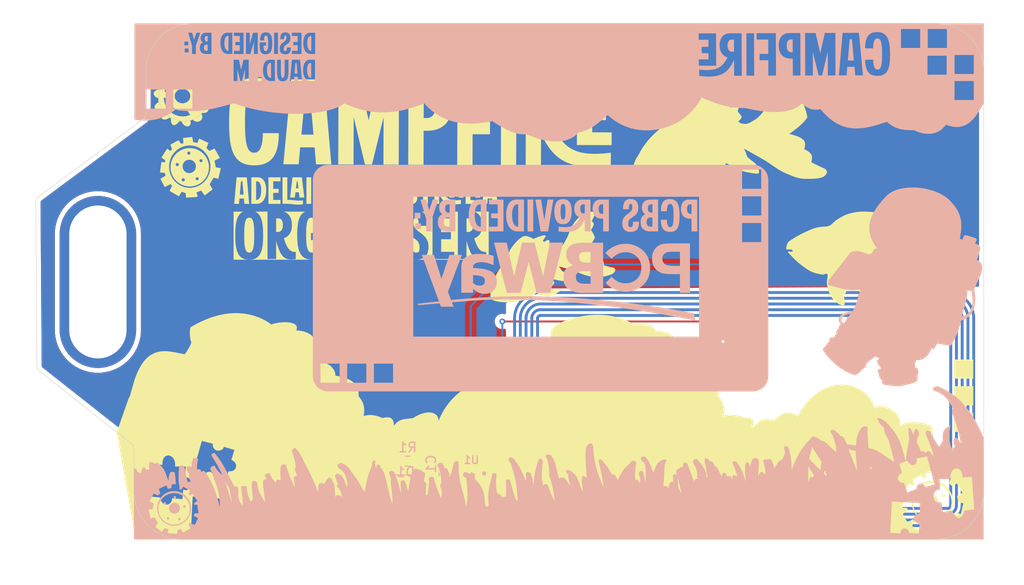
<source format=kicad_pcb>
(kicad_pcb (version 20241229) (generator "pcbnew") (generator_version "9.0")
  (layers (0 "F.Cu" signal) (2 "B.Cu" signal) (13 "F.Paste" user) (15 "B.Paste" user) (5 "F.SilkS" user "F.Silkscreen") (7 "B.SilkS" user "B.Silkscreen") (1 "F.Mask" user) (3 "B.Mask" user) (25 "Edge.Cuts" user))
  (net 0 "")
  (net 1 "Net-(D1-K)")
  (net 2 "Net-(U1-VCC)")
  (net 3 "Net-(D1-A)")
  (net 4 "Net-(J1-Pin_1)")
  (net 5 "Net-(J1-Pin_2)")
  (footprint "Taranium-libs:Lanyard hole" (layer "F.Cu") (at 169.375 65.175 90)
    (property "Reference" "REF**")
    (property "Value" "Lanyard hole")
  )
  (footprint "Taranium-libs:QFN8P50_160X160X50L40X20N" (layer "B.Cu") (at 199.755 94.62 180)
    (property "Reference" "U1")
    (property "Value" "NT3H2111W0FHKH")
  )
  (footprint "Capacitor_SMD:C_0603_1608Metric_Pad1.08x0.95mm_HandSolder" (layer "B.Cu") (at 196.955 94.22 -90)
    (property "Reference" "C1")
    (property "Value" "C")
  )
  (footprint "Taranium-libs:25x_48mm NFC Antenna" (layer "B.Cu") (at 228.34 87.68 180)
    (property "Reference" "J1" (hide yes))
    (property "Value" "Conn_01x02_Pin")
  )
  (footprint "Resistor_SMD:R_0603_1608Metric_Pad0.98x0.95mm_HandSolder" (layer "B.Cu") (at 193.155 92.82 180)
    (property "Reference" "R1")
    (property "Value" "R")
  )
  (footprint "LED_SMD:LED_0805_2012Metric_Pad1.15x1.40mm_HandSolder" (layer "B.Cu") (at 192.955 95.22 180)
    (property "Reference" "D1")
    (property "Value" "LED")
  )
  (gr_poly (pts (xy 204.537292 52.953284) (xy 204.505937 61.84322) (xy 202.905738 61.837585) (xy 202.937093 52.94764)) (fill yes) (layer "F.SilkS"))
  (gr_poly (pts (xy 191.522807 64.514348) (xy 191.525729 64.741574) (xy 191.52953 64.844659) (xy 191.535023 64.940616) (xy 191.542307 65.029364) (xy 191.551479 65.110823) (xy 191.562641 65.184909) (xy 191.575889 65.251543) (xy 191.591323 65.310642) (xy 191.609042 65.362125) (xy 191.629144 65.405911) (xy 191.651729 65.441919) (xy 191.676895 65.470066) (xy 191.690477 65.481167) (xy 191.704741 65.490272) (xy 191.7197 65.497372) (xy 191.735367 65.502456) (xy 191.751752 65.505513) (xy 191.768869 65.506535) (xy 191.787383 65.505513) (xy 191.804988 65.502456) (xy 191.821705 65.497372) (xy 191.837555 65.490272) (xy 191.852559 65.481167) (xy 191.866739 65.470066) (xy 191.880114 65.45698) (xy 191.892707 65.441919) (xy 191.904538 65.424892) (xy 191.915629 65.405911) (xy 191.926 65.384985) (xy 191.935673 65.362125) (xy 191.944669 65.33734) (xy 191.953009 65.310642) (xy 191.960713 65.282039) (xy 191.967803 65.251543) (xy 191.9743 65.219163) (xy 191.980226 65.184909) (xy 191.9856 65.148792) (xy 191.990445 65.110823) (xy 191.99863 65.029364) (xy 192.004948 64.940616) (xy 192.009569 64.844659) (xy 192.012661 64.741574) (xy 192.014392 64.631443) (xy 192.014932 64.514348) (xy 192.014932 63.125285) (xy 192.514995 63.125285) (xy 192.514995 64.514348) (xy 192.513808 64.675588) (xy 192.509778 64.8287) (xy 192.502202 64.973372) (xy 192.490376 65.109288) (xy 192.473597 65.236135) (xy 192.451161 65.353598) (xy 192.422366 65.461365) (xy 192.386506 65.55912) (xy 192.365708 65.604146) (xy 192.34288 65.646551) (xy 192.317934 65.686296) (xy 192.290783 65.723343) (xy 192.261339 65.757651) (xy 192.229513 65.789182) (xy 192.195218 65.817896) (xy 192.158365 65.843754) (xy 192.118867 65.866717) (xy 192.076636 65.886746) (xy 192.031584 65.9038) (xy 191.983624 65.917842) (xy 191.932666 65.928832) (xy 191.878623 65.936731) (xy 191.821408 65.941499) (xy 191.760932 65.943097) (xy 191.702596 65.941499) (xy 191.647343 65.936731) (xy 191.595091 65.928832) (xy 191.545759 65.917842) (xy 191.499267 65.9038) (xy 191.455535 65.886746) (xy 191.414481 65.866717) (xy 191.376025 65.843754) (xy 191.340087 65.817896) (xy 191.306585 65.789182) (xy 191.275439 65.757651) (xy 191.246568 65.723343) (xy 191.219892 65.686296) (xy 191.19533 65.646551) (xy 191.172802 65.604146) (xy 191.152226 65.55912) (xy 191.133521 65.511514) (xy 191.116609 65.461365) (xy 191.101407 65.408713) (xy 191.087834 65.353598) (xy 191.075812 65.296059) (xy 191.065257 65.236135) (xy 191.056091 65.173864) (xy 191.048232 65.109288) (xy 191.036114 64.973372) (xy 191.028257 64.8287) (xy 191.024016 64.675588) (xy 191.022746 64.514348) (xy 191.022746 63.125285) (xy 191.522807 63.125285)) (fill yes) (layer "F.SilkS"))
  (gr_poly (pts (xy 164.061254 86.203156) (xy 162.8 89.8) (xy 164.608941 100.125533) (xy 166 86.8)) (stroke (width 0.1)) (fill yes) (layer "F.SilkS"))
  (gr_poly (pts (xy 252.300125 86.980121) (xy 250.299875 86.980121) (xy 250.299875 84.979871) (xy 252.300125 84.979871)) (fill yes) (layer "F.SilkS"))
  (gr_poly (pts (xy 207.954864 52.965341) (xy 208.089616 52.96903) (xy 208.220033 52.979041) (xy 208.346116 52.995237) (xy 208.46787 53.017479) (xy 208.585295 53.045632) (xy 208.698396 53.079557) (xy 208.807175 53.119118) (xy 208.911634 53.164178) (xy 209.011778 53.214599) (xy 209.107607 53.270243) (xy 209.199126 53.330975) (xy 209.286338 53.396656) (xy 209.369243 53.46715) (xy 209.447847 53.542319) (xy 209.522151 53.622026) (xy 209.592158 53.706134) (xy 209.657872 53.794505) (xy 209.719294 53.887004) (xy 209.776428 53.983491) (xy 209.829276 54.083831) (xy 209.877842 54.187885) (xy 209.922128 54.295517) (xy 209.962137 54.40659) (xy 209.997871 54.520966) (xy 210.029334 54.638508) (xy 210.056528 54.75908) (xy 210.079457 54.882543) (xy 210.098122 55.00876) (xy 210.112527 55.137595) (xy 210.122674 55.26891) (xy 210.130208 55.538432) (xy 210.123043 55.75291) (xy 210.103098 55.962524) (xy 210.070375 56.166623) (xy 210.024875 56.364557) (xy 209.966602 56.555673) (xy 209.895556 56.739323) (xy 209.811741 56.914853) (xy 209.715158 57.081614) (xy 209.605809 57.238954) (xy 209.483696 57.386223) (xy 209.348822 57.522768) (xy 209.2766 57.586817) (xy 209.201188 57.64794) (xy 209.122587 57.706058) (xy 209.040797 57.761087) (xy 208.955818 57.812948) (xy 208.867651 57.861559) (xy 208.776295 57.906838) (xy 208.681752 57.948703) (xy 208.58402 57.987074) (xy 208.483101 58.02187) (xy 208.652669 58.340814) (xy 208.826701 58.639235) (xy 209.006907 58.91714) (xy 209.194999 59.174533) (xy 209.292538 59.295541) (xy 209.392689 59.411422) (xy 209.495668 59.522179) (xy 209.601688 59.627812) (xy 209.710964 59.728322) (xy 209.823708 59.82371) (xy 209.940135 59.913975) (xy 210.06046 59.99912) (xy 210.184895 60.079145) (xy 210.313655 60.15405) (xy 210.446954 60.223837) (xy 210.585006 60.288506) (xy 210.728024 60.348058) (xy 210.876223 60.402493) (xy 211.029817 60.451813) (xy 211.189019 60.496018) (xy 211.354043 60.535108) (xy 211.525104 60.569086) (xy 211.702415 60.597951) (xy 211.88619 60.621704) (xy 212.076644 60.640346) (xy 212.273989 60.653877) (xy 212.478441 60.662299) (xy 212.690213 60.665613) (xy 212.883176 60.664468) (xy 213.081364 60.659626) (xy 213.285221 60.650939) (xy 213.495196 60.638258) (xy 213.711734 60.621436) (xy 213.935281 60.600325) (xy 214.166284 60.574778) (xy 214.40519 60.544645) (xy 214.400425 61.878145) (xy 214.118707 61.912867) (xy 213.84519 61.942855) (xy 213.579723 61.968111) (xy 213.322158 61.988635) (xy 213.072348 62.004426) (xy 212.830143 62.015484) (xy 212.595394 62.021809) (xy 212.367954 62.023402) (xy 211.841398 62.00813) (xy 211.350952 61.966141) (xy 210.894535 61.897373) (xy 210.470062 61.801763) (xy 210.269154 61.743872) (xy 210.075451 61.679246) (xy 209.888692 61.607879) (xy 209.708616 61.529761) (xy 209.534965 61.444885) (xy 209.367476 61.353244) (xy 209.205891 61.254828) (xy 209.049947 61.149631) (xy 208.899385 61.037645) (xy 208.753945 60.91886) (xy 208.477386 60.660868) (xy 208.218187 60.375591) (xy 207.974265 60.062966) (xy 207.743537 59.722931) (xy 207.523918 59.355421) (xy 207.313325 58.960374) (xy 207.109674 58.537727) (xy 207.098007 61.852348) (xy 205.497808 61.846712) (xy 205.515481 56.835904) (xy 207.11571 56.835904) (xy 207.522108 56.83734) (xy 207.579561 56.835917) (xy 207.635237 56.831275) (xy 207.689134 56.823479) (xy 207.741249 56.81259) (xy 207.791579 56.798672) (xy 207.840122 56.781788) (xy 207.886876 56.761999) (xy 207.931837 56.739369) (xy 207.975003 56.713961) (xy 208.016372 56.685838) (xy 208.055942 56.655062) (xy 208.093708 56.621696) (xy 208.12967 56.585802) (xy 208.163825 56.547445) (xy 208.196169 56.506685) (xy 208.2267 56.463587) (xy 208.255416 56.418213) (xy 208.282315 56.370626) (xy 208.307393 56.320888) (xy 208.330648 56.269062) (xy 208.352078 56.215212) (xy 208.37168 56.159399) (xy 208.389451 56.101687) (xy 208.405389 56.042138) (xy 208.419491 55.980816) (xy 208.431755 55.917782) (xy 208.442178 55.853101) (xy 208.450758 55.786834) (xy 208.457492 55.719044) (xy 208.462377 55.649794) (xy 208.465411 55.579147) (xy 208.466592 55.507166) (xy 208.463781 55.376403) (xy 208.454383 55.251086) (xy 208.438378 55.131625) (xy 208.415746 55.018428) (xy 208.386467 54.911905) (xy 208.350521 54.812466) (xy 208.307888 54.720518) (xy 208.284058 54.677482) (xy 208.258548 54.636472) (xy 208.231357 54.59754) (xy 208.202481 54.560737) (xy 208.171919 54.526114) (xy 208.139667 54.493722) (xy 208.105724 54.463612) (xy 208.070086 54.435836) (xy 208.032751 54.410445) (xy 207.993718 54.387489) (xy 207.952982 54.36702) (xy 207.910543 54.349089) (xy 207.866396 54.333747) (xy 207.82054 54.321045) (xy 207.772973 54.311035) (xy 207.723691 54.303768) (xy 207.672693 54.299295) (xy 207.619975 54.297666) (xy 207.124674 54.29592) (xy 207.11571 56.835904) (xy 205.515481 56.835904) (xy 205.529163 52.956784)) (fill yes) (layer "F.SilkS"))
  (gr_poly (pts (xy 247.916703 95.498582) (xy 247.924953 95.499195) (xy 247.933085 95.500204) (xy 247.941088 95.5016) (xy 247.948952 95.503372) (xy 247.956667 95.50551) (xy 247.964223 95.508005) (xy 247.971608 95.510847) (xy 247.978813 95.514025) (xy 247.985828 95.51753) (xy 247.992642 95.521351) (xy 247.999245 95.52548) (xy 248.005626 95.529905) (xy 248.011775 95.534617) (xy 248.017682 95.539606) (xy 248.023337 95.544862) (xy 248.028729 95.550374) (xy 248.033848 95.556134) (xy 248.038684 95.562131) (xy 248.043225 95.568354) (xy 248.047463 95.574795) (xy 248.051386 95.581443) (xy 248.054985 95.588289) (xy 248.058249 95.595321) (xy 248.061167 95.602531) (xy 248.06373 95.609908) (xy 248.065927 95.617443) (xy 248.067747 95.625125) (xy 248.069181 95.632944) (xy 248.070218 95.640891) (xy 248.070848 95.648956) (xy 248.07106 95.657128) (xy 248.070848 95.6653) (xy 248.070218 95.673365) (xy 248.069181 95.681311) (xy 248.067747 95.689131) (xy 248.065927 95.696813) (xy 248.06373 95.704347) (xy 248.061167 95.711724) (xy 248.058249 95.718934) (xy 248.054985 95.725967) (xy 248.051386 95.732812) (xy 248.047463 95.73946) (xy 248.043225 95.7459) (xy 248.038684 95.752124) (xy 248.033848 95.758121) (xy 248.028729 95.76388) (xy 248.023337 95.769393) (xy 248.017682 95.774648) (xy 248.011775 95.779637) (xy 248.005626 95.784349) (xy 247.999245 95.788774) (xy 247.992642 95.792902) (xy 247.985828 95.796723) (xy 247.978813 95.800228) (xy 247.971608 95.803406) (xy 247.964223 95.806248) (xy 247.956667 95.808743) (xy 247.948952 95.810881) (xy 247.941088 95.812653) (xy 247.933085 95.814048) (xy 247.924953 95.815058) (xy 247.916703 95.81567) (xy 247.908345 95.815877) (xy 247.899987 95.81567) (xy 247.891737 95.815058) (xy 247.883605 95.814048) (xy 247.875602 95.812653) (xy 247.867737 95.810881) (xy 247.860022 95.808743) (xy 247.852466 95.806248) (xy 247.845081 95.803406) (xy 247.837875 95.800228) (xy 247.83086 95.796723) (xy 247.824046 95.792902) (xy 247.817443 95.788774) (xy 247.811062 95.784349) (xy 247.804912 95.779637) (xy 247.799004 95.774648) (xy 247.793349 95.769393) (xy 247.787957 95.76388) (xy 247.782838 95.758121) (xy 247.778002 95.752124) (xy 247.77346 95.7459) (xy 247.769222 95.73946) (xy 247.765298 95.732812) (xy 247.761699 95.725967) (xy 247.758435 95.718934) (xy 247.755517 95.711724) (xy 247.752954 95.704347) (xy 247.750757 95.696813) (xy 247.748936 95.689131) (xy 247.747502 95.681311) (xy 247.746465 95.673365) (xy 247.745835 95.6653) (xy 247.745623 95.657128) (xy 247.745835 95.648956) (xy 247.746465 95.640891) (xy 247.747502 95.632944) (xy 247.748936 95.625125) (xy 247.750757 95.617443) (xy 247.752954 95.609908) (xy 247.755517 95.602531) (xy 247.758435 95.595321) (xy 247.761699 95.588289) (xy 247.765298 95.581443) (xy 247.769222 95.574795) (xy 247.77346 95.568354) (xy 247.778002 95.562131) (xy 247.782838 95.556134) (xy 247.787957 95.550374) (xy 247.793349 95.544862) (xy 247.799004 95.539606) (xy 247.804912 95.534617) (xy 247.811062 95.529905) (xy 247.817443 95.52548) (xy 247.824046 95.521351) (xy 247.83086 95.51753) (xy 247.837875 95.514025) (xy 247.845081 95.510847) (xy 247.852466 95.508005) (xy 247.860022 95.50551) (xy 247.867737 95.503372) (xy 247.875602 95.5016) (xy 247.883605 95.500204) (xy 247.891737 95.499195) (xy 247.899987 95.498582) (xy 247.908345 95.498376)) (fill yes) (layer "F.SilkS"))
  (gr_poly (pts (xy 179.863652 63.542004) (xy 179.10562 63.542004) (xy 179.10562 64.335754) (xy 179.673151 64.335754) (xy 179.673151 64.752472) (xy 179.10562 64.752472) (xy 179.10562 65.486692) (xy 179.863652 65.486692) (xy 179.863652 65.90341) (xy 178.605558 65.90341) (xy 178.605558 63.125285) (xy 179.863652 63.125285)) (fill yes) (layer "F.SilkS"))
  (gr_poly (pts (xy 170.739973 59.438316) (xy 171.184473 59.52166) (xy 171.363066 59.073191) (xy 172.327472 59.52166) (xy 172.133004 60.069348) (xy 172.43066 60.363035) (xy 172.966442 60.116973) (xy 173.533973 61.089316) (xy 172.966442 61.386972) (xy 173.105347 62.073566) (xy 173.629222 62.172785) (xy 173.371254 63.276097) (xy 172.871191 63.164972) (xy 172.458441 63.843629) (xy 172.768004 64.391316) (xy 171.934566 65.022347) (xy 171.581348 64.514348) (xy 171.073348 64.700878) (xy 171.220191 65.113629) (xy 171.073348 65.185066) (xy 169.997816 65.252535) (xy 169.938285 64.772317) (xy 169.537442 64.641347) (xy 169.235817 65.113629) (xy 168.27141 64.546097) (xy 168.529379 64.022222) (xy 168.370629 63.843629) (xy 167.755473 64.145254) (xy 167.310973 63.276097) (xy 167.854692 62.95066) (xy 167.755473 62.656972) (xy 167.267316 62.629191) (xy 167.349654 62.006097) (xy 168.219816 62.006097) (xy 168.222626 62.12006) (xy 168.230963 62.232527) (xy 168.244693 62.343358) (xy 168.26368 62.452415) (xy 168.287788 62.559558) (xy 168.316881 62.664648) (xy 168.350824 62.767546) (xy 168.389482 62.868113) (xy 168.432718 62.96621) (xy 168.480397 63.061698) (xy 168.532383 63.154437) (xy 168.588541 63.244289) (xy 168.648734 63.331114) (xy 168.712828 63.414773) (xy 168.780687 63.495127) (xy 168.852174 63.572037) (xy 168.927155 63.645364) (xy 169.005493 63.714968) (xy 169.087054 63.780711) (xy 169.1717 63.842453) (xy 169.259298 63.900055) (xy 169.34971 63.953378) (xy 169.442802 64.002284) (xy 169.538438 64.046632) (xy 169.636481 64.086283) (xy 169.736797 64.121099) (xy 169.83925 64.150941) (xy 169.943704 64.175669) (xy 170.050023 64.195144) (xy 170.158072 64.209227) (xy 170.267715 64.217779) (xy 170.378816 64.22066) (xy 170.489918 64.217779) (xy 170.599561 64.209227) (xy 170.70761 64.195144) (xy 170.813929 64.175669) (xy 170.918383 64.150941) (xy 171.020835 64.121099) (xy 171.121151 64.086283) (xy 171.219195 64.046632) (xy 171.314831 64.002284) (xy 171.407922 63.953378) (xy 171.498335 63.900055) (xy 171.585932 63.842453) (xy 171.670579 63.780711) (xy 171.752139 63.714968) (xy 171.830478 63.645364) (xy 171.905459 63.572037) (xy 171.976946 63.495127) (xy 172.044805 63.414773) (xy 172.108899 63.331114) (xy 172.169092 63.244289) (xy 172.22525 63.154437) (xy 172.277236 63.061698) (xy 172.324915 62.96621) (xy 172.368151 62.868113) (xy 172.406809 62.767546) (xy 172.440752 62.664648) (xy 172.469845 62.559558) (xy 172.493953 62.452415) (xy 172.51294 62.343358) (xy 172.52667 62.232527) (xy 172.535007 62.12006) (xy 172.537817 62.006097) (xy 172.535007 61.892135) (xy 172.52667 61.779668) (xy 172.51294 61.668837) (xy 172.493953 61.55978) (xy 172.469845 61.452637) (xy 172.440752 61.347547) (xy 172.406809 61.244648) (xy 172.368151 61.144081) (xy 172.324915 61.045984) (xy 172.277236 60.950496) (xy 172.22525 60.857757) (xy 172.169092 60.767905) (xy 172.108899 60.681081) (xy 172.044805 60.597421) (xy 171.976946 60.517067) (xy 171.905459 60.440158) (xy 171.830478 60.366831) (xy 171.752139 60.297227) (xy 171.670579 60.231484) (xy 171.585932 60.169742) (xy 171.498335 60.11214) (xy 171.407922 60.058816) (xy 171.314831 60.009911) (xy 171.219195 59.965563) (xy 171.121151 59.925912) (xy 171.020835 59.891095) (xy 170.918383 59.861254) (xy 170.813929 59.836526) (xy 170.70761 59.817051) (xy 170.599561 59.802968) (xy 170.489918 59.794416) (xy 170.378816 59.791535) (xy 170.267715 59.794416) (xy 170.158072 59.802968) (xy 170.050023 59.817051) (xy 169.943704 59.836526) (xy 169.83925 59.861254) (xy 169.736797 59.891095) (xy 169.636481 59.925912) (xy 169.538438 59.965563) (xy 169.442802 60.009911) (xy 169.34971 60.058816) (xy 169.259298 60.11214) (xy 169.1717 60.169742) (xy 169.087054 60.231484) (xy 169.005493 60.297227) (xy 168.927155 60.366831) (xy 168.852174 60.440158) (xy 168.780687 60.517067) (xy 168.712828 60.597421) (xy 168.648734 60.681081) (xy 168.588541 60.767905) (xy 168.532383 60.857757) (xy 168.480397 60.950496) (xy 168.432718 61.045984) (xy 168.389482 61.144081) (xy 168.350824 61.244648) (xy 168.316881 61.347547) (xy 168.287788 61.452637) (xy 168.26368 61.55978) (xy 168.244693 61.668837) (xy 168.230963 61.779668) (xy 168.222626 61.892135) (xy 168.219816 62.006097) (xy 167.349654 62.006097) (xy 167.41416 61.517941) (xy 167.783254 61.565566) (xy 167.822942 61.339347) (xy 167.41416 61.057566) (xy 168.013442 60.12491) (xy 168.354754 60.374941) (xy 168.52541 60.180473) (xy 168.354754 59.704223) (xy 169.208035 59.239878) (xy 169.466004 59.612941) (xy 169.712067 59.557379) (xy 169.680317 59.009691) (xy 170.632817 58.898566)) (fill yes) (layer "F.SilkS"))
  (gr_poly (pts (xy 175.90654 66.743521) (xy 175.847244 66.777374) (xy 175.790922 66.814555) (xy 175.737504 66.855029) (xy 175.686919 66.898757) (xy 175.639099 66.945703) (xy 175.593974 66.995829) (xy 175.551473 67.049097) (xy 175.511527 67.105472) (xy 175.474066 67.164915) (xy 175.43902 67.227389) (xy 175.406319 67.292857) (xy 175.375894 67.361283) (xy 175.347675 67.432628) (xy 175.321593 67.506855) (xy 175.297576 67.583927) (xy 175.275555 67.663808) (xy 175.255462 67.746459) (xy 175.220774 67.919925) (xy 175.192956 68.104027) (xy 175.171448 68.298467) (xy 175.155691 68.502949) (xy 175.145128 68.717173) (xy 175.139199 68.940843) (xy 175.137347 69.173659) (xy 175.140293 69.463892) (xy 175.149863 69.739495) (xy 175.167156 69.999903) (xy 175.19327 70.244552) (xy 175.229304 70.472877) (xy 175.276358 70.684311) (xy 175.335529 70.878291) (xy 175.407917 71.054251) (xy 175.449411 71.135297) (xy 175.49462 71.211627) (xy 175.543684 71.283168) (xy 175.596738 71.349852) (xy 175.65392 71.411607) (xy 175.715368 71.468362) (xy 175.781219 71.520047) (xy 175.851611 71.566592) (xy 175.926679 71.607925) (xy 176.006563 71.643977) (xy 176.091399 71.674675) (xy 176.181325 71.699951) (xy 176.276478 71.719733) (xy 176.376995 71.73395) (xy 176.483014 71.742532) (xy 176.594672 71.745409) (xy 174.958754 71.745409) (xy 174.958754 66.713035) (xy 175.96888 66.713035)) (fill yes) (layer "F.SilkS"))
  (gr_poly (pts (xy 200.736656 65.240629) (xy 200.236595 65.240629) (xy 200.236595 63.125285) (xy 200.736656 63.125285)) (fill yes) (layer "F.SilkS"))
  (gr_poly (pts (xy 190.825578 65.90341) (xy 190.325515 65.90341) (xy 190.277889 65.347784) (xy 189.805609 65.347784) (xy 189.757983 65.90341) (xy 189.25792 65.90341) (xy 189.345432 64.931065) (xy 189.845295 64.931065) (xy 190.238203 64.931065) (xy 190.115171 63.542004) (xy 189.968327 63.542004) (xy 189.845295 64.931065) (xy 189.345432 64.931065) (xy 189.507953 63.125285) (xy 190.575545 63.125285)) (fill yes) (layer "F.SilkS"))
  (gr_poly (pts (xy 199.720655 65.494629) (xy 199.771895 65.496085) (xy 199.821572 65.498838) (xy 199.869888 65.502695) (xy 199.917047 65.507465) (xy 200.008708 65.518976) (xy 200.098183 65.531836) (xy 200.1871 65.544509) (xy 200.277087 65.555462) (xy 200.32299 65.559813) (xy 200.369771 65.563159) (xy 200.417633 65.565307) (xy 200.46678 65.566066) (xy 200.505685 65.565671) (xy 200.545101 65.564392) (xy 200.585168 65.562089) (xy 200.626027 65.558625) (xy 200.667815 65.553857) (xy 200.710673 65.547649) (xy 200.75474 65.539859) (xy 200.800157 65.530348) (xy 200.800157 65.943097) (xy 200.722688 65.955398) (xy 200.650707 65.965607) (xy 200.58375 65.973862) (xy 200.521351 65.980304) (xy 200.463044 65.985071) (xy 200.408365 65.988304) (xy 200.35685 65.990141) (xy 200.308031 65.990722) (xy 200.254827 65.989916) (xy 200.204984 65.987622) (xy 200.157954 65.984025) (xy 200.113191 65.979312) (xy 200.070149 65.973669) (xy 200.028281 65.967282) (xy 199.945883 65.953019) (xy 199.861624 65.938012) (xy 199.771133 65.923749) (xy 199.722184 65.917362) (xy 199.670037 65.911719) (xy 199.614147 65.907007) (xy 199.553966 65.90341) (xy 199.220594 65.90341) (xy 199.220594 63.125285) (xy 199.720655 63.125285)) (fill yes) (layer "F.SilkS"))
  (gr_poly (pts (xy 249.186701 96.292333) (xy 249.194951 96.292946) (xy 249.203083 96.293955) (xy 249.211086 96.295351) (xy 249.218951 96.297123) (xy 249.226666 96.299261) (xy 249.234221 96.301756) (xy 249.241607 96.304597) (xy 249.248812 96.307776) (xy 249.255827 96.31128) (xy 249.262642 96.315102) (xy 249.269244 96.31923) (xy 249.275626 96.323655) (xy 249.281776 96.328367) (xy 249.287683 96.333355) (xy 249.293338 96.338611) (xy 249.298731 96.344123) (xy 249.30385 96.349883) (xy 249.308686 96.355879) (xy 249.313228 96.362103) (xy 249.317466 96.368544) (xy 249.32139 96.375192) (xy 249.324989 96.382037) (xy 249.328252 96.389069) (xy 249.331171 96.396279) (xy 249.333734 96.403656) (xy 249.335931 96.411191) (xy 249.337752 96.418873) (xy 249.339186 96.426692) (xy 249.340223 96.434639) (xy 249.340853 96.442704) (xy 249.341065 96.450876) (xy 249.340853 96.459048) (xy 249.340223 96.467112) (xy 249.339186 96.475059) (xy 249.337752 96.482879) (xy 249.335931 96.490561) (xy 249.333734 96.498095) (xy 249.331171 96.505472) (xy 249.328252 96.512682) (xy 249.324989 96.519715) (xy 249.32139 96.52656) (xy 249.317466 96.533208) (xy 249.313228 96.539649) (xy 249.308686 96.545873) (xy 249.30385 96.55187) (xy 249.298731 96.557629) (xy 249.293338 96.563142) (xy 249.287683 96.568398) (xy 249.281776 96.573387) (xy 249.275626 96.578099) (xy 249.269244 96.582524) (xy 249.262642 96.586652) (xy 249.255827 96.590474) (xy 249.248812 96.593979) (xy 249.241607 96.597157) (xy 249.234221 96.599998) (xy 249.226666 96.602493) (xy 249.218951 96.604632) (xy 249.211086 96.606404) (xy 249.203083 96.6078) (xy 249.194951 96.608809) (xy 249.186701 96.609422) (xy 249.178343 96.609628) (xy 249.169984 96.609422) (xy 249.161734 96.608809) (xy 249.153603 96.6078) (xy 249.145599 96.606404) (xy 249.137735 96.604632) (xy 249.13002 96.602493) (xy 249.122465 96.599998) (xy 249.115079 96.597157) (xy 249.107874 96.593979) (xy 249.10086 96.590474) (xy 249.094046 96.586652) (xy 249.087443 96.582524) (xy 249.081062 96.578099) (xy 249.074913 96.573387) (xy 249.069005 96.568398) (xy 249.063351 96.563142) (xy 249.057959 96.557629) (xy 249.05284 96.55187) (xy 249.048004 96.545873) (xy 249.043462 96.539649) (xy 249.039225 96.533208) (xy 249.035301 96.52656) (xy 249.031703 96.519715) (xy 249.028439 96.512682) (xy 249.025521 96.505472) (xy 249.022958 96.498095) (xy 249.020761 96.490561) (xy 249.018941 96.482879) (xy 249.017507 96.475059) (xy 249.01647 96.467112) (xy 249.01584 96.459048) (xy 249.015628 96.450876) (xy 249.01584 96.442704) (xy 249.01647 96.434639) (xy 249.017507 96.426692) (xy 249.018941 96.418873) (xy 249.020761 96.411191) (xy 249.022958 96.403656) (xy 249.025521 96.396279) (xy 249.028439 96.389069) (xy 249.031703 96.382037) (xy 249.035301 96.375192) (xy 249.039225 96.368544) (xy 249.043462 96.362103) (xy 249.048004 96.355879) (xy 249.05284 96.349883) (xy 249.057959 96.344123) (xy 249.063351 96.338611) (xy 249.069005 96.333355) (xy 249.074913 96.328367) (xy 249.081062 96.323655) (xy 249.087443 96.31923) (xy 249.094046 96.315102) (xy 249.10086 96.31128) (xy 249.107874 96.307776) (xy 249.115079 96.304597) (xy 249.122465 96.301756) (xy 249.13002 96.299261) (xy 249.137735 96.297123) (xy 249.145599 96.295351) (xy 249.153603 96.293955) (xy 249.161734 96.292946) (xy 249.169984 96.292333) (xy 249.178343 96.292127)) (fill yes) (layer "F.SilkS"))
  (gr_poly (pts (xy 178.509277 71.673972) (xy 179.409389 71.673972) (xy 179.409389 69.780877) (xy 179.48206 70.027555) (xy 179.553422 70.256118) (xy 179.624513 70.466871) (xy 179.696367 70.660117) (xy 179.770021 70.836159) (xy 179.846511 70.995301) (xy 179.926873 71.137847) (xy 180.012143 71.264099) (xy 180.103357 71.374361) (xy 180.151516 71.423591) (xy 180.20155 71.468938) (xy 180.253588 71.510438) (xy 180.307759 71.548131) (xy 180.364194 71.582054) (xy 180.423021 71.612245) (xy 180.484369 71.638742) (xy 180.548369 71.661583) (xy 180.61515 71.680807) (xy 180.684842 71.696449) (xy 180.757573 71.70855) (xy 180.833474 71.717146) (xy 180.995302 71.723978) (xy 181.049243 71.723308) (xy 181.104021 71.721299) (xy 181.159803 71.71795) (xy 181.216757 71.713262) (xy 181.275051 71.707235) (xy 181.334852 71.699867) (xy 181.396328 71.691161) (xy 181.459645 71.681115) (xy 181.459645 70.931021) (xy 181.366339 70.932243) (xy 181.320978 70.930527) (xy 181.276433 70.927059) (xy 181.232667 70.921687) (xy 181.189646 70.914258) (xy 181.147334 70.904621) (xy 181.105695 70.892624) (xy 181.064694 70.878116) (xy 181.024297 70.860945) (xy 180.984467 70.840959) (xy 180.94517 70.818006) (xy 180.906369 70.791934) (xy 180.868031 70.762593) (xy 180.830119 70.729829) (xy 180.792598 70.693492) (xy 180.755432 70.65343) (xy 180.718588 70.60949) (xy 180.682028 70.561522) (xy 180.645718 70.509373) (xy 180.609623 70.452892) (xy 180.573707 70.391927) (xy 180.537935 70.326326) (xy 180.502271 70.255937) (xy 180.466681 70.18061) (xy 180.431129 70.100191) (xy 180.395579 70.01453) (xy 180.359997 69.923474) (xy 180.324346 69.826872) (xy 180.288592 69.724572) (xy 180.216634 69.502271) (xy 180.268077 69.482705) (xy 180.317926 69.461519) (xy 180.36618 69.438727) (xy 180.412835 69.414342) (xy 180.45789 69.388377) (xy 180.50134 69.360844) (xy 180.543185 69.331758) (xy 180.58342 69.30113) (xy 180.622044 69.268975) (xy 180.659054 69.235305) (xy 180.694447 69.200134) (xy 180.728221 69.163474) (xy 180.760373 69.125338) (xy 180.7909 69.08574) (xy 180.819799 69.044693) (xy 180.847069 69.002209) (xy 180.872707 68.958302) (xy 180.896709 68.912985) (xy 180.919074 68.866272) (xy 180.939799 68.818174) (xy 180.95888 68.768705) (xy 180.976316 68.717879) (xy 180.992104 68.665708) (xy 181.006241 68.612205) (xy 181.018725 68.557384) (xy 181.029553 68.501257) (xy 181.038722 68.443838) (xy 181.04623 68.38514) (xy 181.052074 68.325175) (xy 181.056251 68.263958) (xy 181.05876 68.2015) (xy 181.059596 68.137815) (xy 181.056162 68.001465) (xy 181.045849 67.870133) (xy 181.028645 67.744095) (xy 181.004536 67.623628) (xy 180.973509 67.509007) (xy 180.93555 67.400509) (xy 180.890646 67.29841) (xy 180.838784 67.202986) (xy 180.77995 67.114514) (xy 180.714132 67.033268) (xy 180.678599 66.995442) (xy 180.641315 66.959526) (xy 180.602278 66.925556) (xy 180.561486 66.893564) (xy 180.518938 66.863587) (xy 180.474632 66.835658) (xy 180.428566 66.809812) (xy 180.380739 66.786083) (xy 180.33115 66.764507) (xy 180.279795 66.745117) (xy 180.226674 66.727948) (xy 180.171786 66.713035) (xy 182.464533 66.713035) (xy 182.400218 66.743521) (xy 182.339069 66.777374) (xy 182.281012 66.814555) (xy 182.225975 66.855029) (xy 182.173883 66.898757) (xy 182.124662 66.945703) (xy 182.078239 66.995829) (xy 182.03454 67.049097) (xy 181.993491 67.105472) (xy 181.955019 67.164915) (xy 181.919049 67.227389) (xy 181.885508 67.292857) (xy 181.854323 67.361283) (xy 181.825418 67.432628) (xy 181.798722 67.506855) (xy 181.774159 67.583927) (xy 181.751656 67.663808) (xy 181.73114 67.746459) (xy 181.695771 67.919925) (xy 181.667463 68.104027) (xy 181.645625 68.298467) (xy 181.629667 68.502949) (xy 181.618999 68.717173) (xy 181.61303 68.940843) (xy 181.611172 69.173659) (xy 181.61485 69.463892) (xy 181.626534 69.739495) (xy 181.647196 69.999903) (xy 181.67781 70.244552) (xy 181.719349 70.472877) (xy 181.772785 70.684311) (xy 181.839093 70.878291) (xy 181.877378 70.968559) (xy 181.919246 71.054251) (xy 181.964818 71.135297) (xy 182.014216 71.211627) (xy 182.067562 71.283168) (xy 182.124978 71.349852) (xy 182.186584 71.411607) (xy 182.252503 71.468362) (xy 182.322856 71.520047) (xy 182.397765 71.566592) (xy 182.477352 71.607925) (xy 182.561739 71.643977) (xy 182.651046 71.674675) (xy 182.745395 71.699951) (xy 182.844909 71.719733) (xy 182.949709 71.73395) (xy 183.059916 71.742532) (xy 183.175653 71.745409) (xy 176.594672 71.745409) (xy 176.70633 71.742532) (xy 176.812349 71.73395) (xy 176.912866 71.719733) (xy 177.008019 71.699951) (xy 177.097945 71.674675) (xy 177.182781 71.643977) (xy 177.262665 71.607925) (xy 177.337734 71.566592) (xy 177.408125 71.520047) (xy 177.473976 71.468362) (xy 177.535424 71.411607) (xy 177.592606 71.349852) (xy 177.645661 71.283168) (xy 177.694724 71.211627) (xy 177.739934 71.135297) (xy 177.781427 71.054251) (xy 177.819342 70.968559) (xy 177.853815 70.878291) (xy 177.884984 70.783519) (xy 177.912987 70.684311) (xy 177.937959 70.580741) (xy 177.96004 70.472877) (xy 177.979366 70.36079) (xy 177.996074 70.244552) (xy 178.022189 69.999903) (xy 178.039481 69.739495) (xy 178.049051 69.463892) (xy 178.051996 69.173659) (xy 178.044216 68.717173) (xy 178.033653 68.502949) (xy 178.017896 68.298467) (xy 177.996388 68.104027) (xy 177.96857 67.919925) (xy 177.933883 67.746459) (xy 177.891769 67.583927) (xy 177.841669 67.432628) (xy 177.783025 67.292857) (xy 177.715279 67.164915) (xy 177.637872 67.049097) (xy 177.550245 66.945703) (xy 177.451841 66.855029) (xy 177.398422 66.814555) (xy 177.3421 66.777374) (xy 177.282804 66.743521) (xy 177.220464 66.713035) (xy 178.509277 66.713035)) (fill yes) (layer "F.SilkS"))
  (gr_poly (pts (xy 246.710199 96.697146) (xy 246.718449 96.697759) (xy 246.726581 96.698768) (xy 246.734585 96.700164) (xy 246.742449 96.701936) (xy 246.750164 96.704074) (xy 246.75772 96.706569) (xy 246.765106 96.709411) (xy 246.772311 96.712589) (xy 246.779326 96.716094) (xy 246.78614 96.719915) (xy 246.792743 96.724043) (xy 246.799125 96.728468) (xy 246.805274 96.73318) (xy 246.811182 96.738169) (xy 246.816837 96.743424) (xy 246.822229 96.748937) (xy 246.827348 96.754696) (xy 246.832184 96.760693) (xy 246.836726 96.766916) (xy 246.840964 96.773357) (xy 246.844888 96.780005) (xy 246.848487 96.78685) (xy 246.851751 96.793883) (xy 246.85467 96.801092) (xy 246.857233 96.80847) (xy 246.859429 96.816004) (xy 246.86125 96.823686) (xy 246.862684 96.831505) (xy 246.863721 96.839452) (xy 246.864351 96.847517) (xy 246.864563 96.855689) (xy 246.864351 96.863861) (xy 246.863721 96.871925) (xy 246.862684 96.879872) (xy 246.86125 96.887692) (xy 246.859429 96.895374) (xy 246.857233 96.902908) (xy 246.85467 96.910285) (xy 246.851751 96.917495) (xy 246.848487 96.924527) (xy 246.844888 96.931373) (xy 246.840964 96.93802) (xy 246.836726 96.944461) (xy 246.832184 96.950685) (xy 246.827348 96.956682) (xy 246.822229 96.962441) (xy 246.816837 96.967953) (xy 246.811182 96.973209) (xy 246.805274 96.978198) (xy 246.799125 96.98291) (xy 246.792743 96.987334) (xy 246.78614 96.991463) (xy 246.779326 96.995284) (xy 246.772311 96.998789) (xy 246.765106 97.001967) (xy 246.75772 97.004808) (xy 246.750164 97.007303) (xy 246.742449 97.009442) (xy 246.734585 97.011214) (xy 246.726581 97.012609) (xy 246.718449 97.013618) (xy 246.710199 97.014231) (xy 246.701841 97.014438) (xy 246.693483 97.014231) (xy 246.685233 97.013618) (xy 246.677101 97.012609) (xy 246.669098 97.011214) (xy 246.661234 97.009442) (xy 246.653519 97.007303) (xy 246.645963 97.004808) (xy 246.638578 97.001967) (xy 246.631373 96.998789) (xy 246.624358 96.995284) (xy 246.617544 96.991463) (xy 246.610942 96.987334) (xy 246.60456 96.98291) (xy 246.598411 96.978198) (xy 246.592504 96.973209) (xy 246.586849 96.967953) (xy 246.581457 96.962441) (xy 246.576338 96.956682) (xy 246.571503 96.950685) (xy 246.566961 96.944461) (xy 246.562723 96.93802) (xy 246.5588 96.931373) (xy 246.555201 96.924527) (xy 246.551938 96.917495) (xy 246.549019 96.910285) (xy 246.546456 96.902908) (xy 246.54426 96.895374) (xy 246.542439 96.887692) (xy 246.541005 96.879872) (xy 246.539968 96.871925) (xy 246.539338 96.863861) (xy 246.539126 96.855689) (xy 246.539338 96.847517) (xy 246.539968 96.839452) (xy 246.541005 96.831505) (xy 246.542439 96.823686) (xy 246.54426 96.816004) (xy 246.546456 96.80847) (xy 246.549019 96.801092) (xy 246.551938 96.793883) (xy 246.555201 96.78685) (xy 246.5588 96.780005) (xy 246.562723 96.773357) (xy 246.566961 96.766916) (xy 246.571503 96.760693) (xy 246.576338 96.754696) (xy 246.581457 96.748937) (xy 246.586849 96.743424) (xy 246.592504 96.738169) (xy 246.598411 96.73318) (xy 246.60456 96.728468) (xy 246.610942 96.724043) (xy 246.617544 96.719915) (xy 246.624358 96.716094) (xy 246.631373 96.712589) (xy 246.638578 96.709411) (xy 246.645963 96.706569) (xy 246.653519 96.704074) (xy 246.661234 96.701936) (xy 246.669098 96.700164) (xy 246.677101 96.698768) (xy 246.685233 96.697759) (xy 246.693483 96.697146) (xy 246.701841 96.69694)) (fill yes) (layer "F.SilkS"))
  (gr_poly (pts (xy 199.005408 65.240629) (xy 198.505347 65.240629) (xy 198.437876 64.69294) (xy 198.084659 64.69294) (xy 198.017192 65.240629) (xy 197.517127 65.240629) (xy 197.631118 64.276223) (xy 198.132284 64.276223) (xy 198.390254 64.276223) (xy 198.302939 63.542004) (xy 198.219596 63.542004) (xy 198.132284 64.276223) (xy 197.631118 64.276223) (xy 197.767157 63.125285) (xy 198.755378 63.125285)) (fill yes) (layer "F.SilkS"))
  (gr_poly (pts (xy 247.337262 98.292585) (xy 247.345512 98.293198) (xy 247.353644 98.294207) (xy 247.361648 98.295602) (xy 247.369512 98.297374) (xy 247.377227 98.299512) (xy 247.384783 98.302007) (xy 247.392168 98.304849) (xy 247.399374 98.308027) (xy 247.406389 98.311532) (xy 247.413203 98.315353) (xy 247.419806 98.319481) (xy 247.426188 98.323906) (xy 247.432337 98.328618) (xy 247.438245 98.333607) (xy 247.4439 98.338862) (xy 247.449292 98.344375) (xy 247.454411 98.350134) (xy 247.459247 98.356131) (xy 247.463789 98.362355) (xy 247.468027 98.368795) (xy 247.471951 98.375443) (xy 247.47555 98.382288) (xy 247.478814 98.389321) (xy 247.481733 98.396531) (xy 247.484296 98.403908) (xy 247.486493 98.411442) (xy 247.488313 98.419124) (xy 247.489747 98.426944) (xy 247.490784 98.43489) (xy 247.491414 98.442955) (xy 247.491626 98.451127) (xy 247.491414 98.459299) (xy 247.490784 98.467364) (xy 247.489747 98.475311) (xy 247.488313 98.48313) (xy 247.486493 98.490812) (xy 247.484296 98.498346) (xy 247.481733 98.505723) (xy 247.478814 98.512933) (xy 247.47555 98.519966) (xy 247.471951 98.526811) (xy 247.468027 98.533459) (xy 247.463789 98.539899) (xy 247.459247 98.546123) (xy 247.454411 98.55212) (xy 247.449292 98.557879) (xy 247.4439 98.563392) (xy 247.438245 98.568647) (xy 247.432337 98.573636) (xy 247.426188 98.578348) (xy 247.419806 98.582773) (xy 247.413203 98.586901) (xy 247.406389 98.590722) (xy 247.399374 98.594227) (xy 247.392168 98.597405) (xy 247.384783 98.600247) (xy 247.377227 98.602742) (xy 247.369512 98.60488) (xy 247.361648 98.606652) (xy 247.353644 98.608047) (xy 247.345512 98.609057) (xy 247.337262 98.609669) (xy 247.328904 98.609876) (xy 247.320546 98.609669) (xy 247.312296 98.609057) (xy 247.304164 98.608047) (xy 247.296161 98.606652) (xy 247.288297 98.60488) (xy 247.280582 98.602742) (xy 247.273026 98.600247) (xy 247.265641 98.597405) (xy 247.258436 98.594227) (xy 247.251421 98.590722) (xy 247.244607 98.586901) (xy 247.238005 98.582773) (xy 247.231623 98.578348) (xy 247.225474 98.573636) (xy 247.219567 98.568647) (xy 247.213912 98.563392) (xy 247.20852 98.557879) (xy 247.203401 98.55212) (xy 247.198566 98.546123) (xy 247.194024 98.539899) (xy 247.189786 98.533459) (xy 247.185863 98.526811) (xy 247.182264 98.519966) (xy 247.179 98.512933) (xy 247.176082 98.505723) (xy 247.173519 98.498346) (xy 247.171323 98.490812) (xy 247.169502 98.48313) (xy 247.168068 98.475311) (xy 247.167031 98.467364) (xy 247.166402 98.459299) (xy 247.166189 98.451127) (xy 247.166402 98.442955) (xy 247.167031 98.43489) (xy 247.168068 98.426944) (xy 247.169502 98.419124) (xy 247.171323 98.411442) (xy 247.173519 98.403908) (xy 247.176082 98.396531) (xy 247.179 98.389321) (xy 247.182264 98.382288) (xy 247.185863 98.375443) (xy 247.189786 98.368795) (xy 247.194024 98.362355) (xy 247.198566 98.356131) (xy 247.203401 98.350134) (xy 247.20852 98.344375) (xy 247.213912 98.338862) (xy 247.219567 98.333607) (xy 247.225474 98.328618) (xy 247.231623 98.323906) (xy 247.238005 98.319481) (xy 247.244607 98.315353) (xy 247.251421 98.311532) (xy 247.258436 98.308027) (xy 247.265641 98.304849) (xy 247.273026 98.302007) (xy 247.280582 98.299512) (xy 247.288297 98.297374) (xy 247.296161 98.295602) (xy 247.304164 98.294207) (xy 247.312296 98.293198) (xy 247.320546 98.292585) (xy 247.328904 98.292378)) (fill yes) (layer "F.SilkS"))
  (gr_poly (pts (xy 193.493341 63.082591) (xy 193.539124 63.085466) (xy 193.58274 63.090236) (xy 193.624237 63.096884) (xy 193.663658 63.105392) (xy 193.701048 63.115743) (xy 193.736453 63.12792) (xy 193.769918 63.141904) (xy 193.801487 63.157679) (xy 193.831207 63.175228) (xy 193.859121 63.194532) (xy 193.885275 63.215574) (xy 193.909714 63.238337) (xy 193.932484 63.262804) (xy 193.953628 63.288956) (xy 193.973192 63.316777) (xy 193.991222 63.346249) (xy 194.007762 63.377355) (xy 194.022857 63.410077) (xy 194.036553 63.444397) (xy 194.048894 63.480299) (xy 194.059925 63.517765) (xy 194.069692 63.556777) (xy 194.07824 63.597318) (xy 194.085613 63.639371) (xy 194.091857 63.682917) (xy 194.101138 63.774424) (xy 194.106442 63.871697) (xy 194.10813 63.974598) (xy 193.608069 63.974598) (xy 193.607418 63.916927) (xy 193.605472 63.862976) (xy 193.602235 63.812747) (xy 193.597712 63.766238) (xy 193.591911 63.72345) (xy 193.584837 63.684383) (xy 193.576495 63.649036) (xy 193.566892 63.61741) (xy 193.556033 63.589505) (xy 193.543924 63.56532) (xy 193.530571 63.544856) (xy 193.51598 63.528113) (xy 193.500156 63.515091) (xy 193.491784 63.509975) (xy 193.483106 63.505789) (xy 193.474122 63.502533) (xy 193.464835 63.500208) (xy 193.455243 63.498813) (xy 193.445348 63.498348) (xy 193.434452 63.498706) (xy 193.424078 63.499777) (xy 193.414216 63.501549) (xy 193.404855 63.504014) (xy 193.395981 63.507162) (xy 193.387584 63.510983) (xy 193.379653 63.515469) (xy 193.372174 63.52061) (xy 193.365138 63.526396) (xy 193.358532 63.532817) (xy 193.352344 63.539865) (xy 193.346564 63.547531) (xy 193.341178 63.555803) (xy 193.336177 63.564674) (xy 193.331547 63.574133) (xy 193.327278 63.584172) (xy 193.323358 63.59478) (xy 193.319775 63.605948) (xy 193.316517 63.617668) (xy 193.313574 63.629929) (xy 193.310932 63.642721) (xy 193.308582 63.656036) (xy 193.30651 63.669865) (xy 193.304706 63.684196) (xy 193.301854 63.714333) (xy 193.299931 63.746371) (xy 193.298846 63.780234) (xy 193.298505 63.815847) (xy 193.30101 63.868401) (xy 193.308311 63.917598) (xy 193.320088 63.963709) (xy 193.336022 64.007006) (xy 193.355793 64.047759) (xy 193.379082 64.086241) (xy 193.405567 64.12272) (xy 193.434931 64.15747) (xy 193.466852 64.19076) (xy 193.501012 64.222862) (xy 193.574767 64.284586) (xy 193.735068 64.405703) (xy 193.816497 64.469432) (xy 193.856412 64.503039) (xy 193.895368 64.538167) (xy 193.933045 64.57509) (xy 193.969123 64.614076) (xy 194.003283 64.655399) (xy 194.035205 64.699328) (xy 194.064568 64.746135) (xy 194.091054 64.79609) (xy 194.114342 64.849466) (xy 194.134113 64.906532) (xy 194.150048 64.967561) (xy 194.161825 65.032822) (xy 194.169126 65.102587) (xy 194.171631 65.177128) (xy 194.169925 65.254403) (xy 194.164499 65.329685) (xy 194.154887 65.402559) (xy 194.140625 65.472614) (xy 194.121246 65.539436) (xy 194.109493 65.571506) (xy 194.096287 65.602614) (xy 194.081568 65.632706) (xy 194.065281 65.661733) (xy 194.047365 65.689642) (xy 194.027764 65.716382) (xy 194.006418 65.741901) (xy 193.98327 65.766147) (xy 193.958262 65.78907) (xy 193.931336 65.810616) (xy 193.902432 65.830736) (xy 193.871494 65.849377) (xy 193.838463 65.866487) (xy 193.803281 65.882015) (xy 193.76589 65.89591) (xy 193.726232 65.908119) (xy 193.684248 65.918592) (xy 193.639881 65.927276) (xy 193.593072 65.93412) (xy 193.543763 65.939073) (xy 193.491896 65.942082) (xy 193.437412 65.943097) (xy 193.38855 65.942225) (xy 193.34166 65.939609) (xy 193.296715 65.935252) (xy 193.253687 65.929152) (xy 193.212548 65.921311) (xy 193.173271 65.911729) (xy 193.135829 65.900408) (xy 193.100192 65.887348) (xy 193.066335 65.87255) (xy 193.034229 65.856014) (xy 193.003847 65.837741) (xy 192.975161 65.817732) (xy 192.948144 65.795988) (xy 192.922767 65.772509) (xy 192.899004 65.747297) (xy 192.876826 65.720351) (xy 192.856207 65.691672) (xy 192.837117 65.661262) (xy 192.819531 65.629121) (xy 192.80342 65.59525) (xy 192.788756 65.559649) (xy 192.775513 65.522319) (xy 192.763661 65.483262) (xy 192.753175 65.442476) (xy 192.744026 65.399965) (xy 192.736186 65.355727) (xy 192.729628 65.309764) (xy 192.724324 65.262077) (xy 192.717369 65.161532) (xy 192.7151 65.054098) (xy 193.238974 65.054098) (xy 193.240385 65.166858) (xy 193.242479 65.217422) (xy 193.245795 65.264131) (xy 193.250553 65.307004) (xy 193.256973 65.346057) (xy 193.265276 65.381307) (xy 193.275685 65.412774) (xy 193.288418 65.440472) (xy 193.295726 65.452915) (xy 193.303699 65.464422) (xy 193.312363 65.474995) (xy 193.321746 65.484638) (xy 193.331876 65.493352) (xy 193.342781 65.50114) (xy 193.354489 65.508003) (xy 193.367026 65.513945) (xy 193.380421 65.518966) (xy 193.394701 65.523069) (xy 193.409893 65.526257) (xy 193.426026 65.528531) (xy 193.443127 65.529894) (xy 193.461223 65.530348) (xy 193.478181 65.529943) (xy 193.494102 65.528739) (xy 193.509019 65.52675) (xy 193.522964 65.523991) (xy 193.53597 65.520477) (xy 193.54807 65.51622) (xy 193.559297 65.511238) (xy 193.569682 65.505543) (xy 193.57926 65.49915) (xy 193.588062 65.492075) (xy 193.596121 65.48433) (xy 193.603471 65.475932) (xy 193.610143 65.466894) (xy 193.616171 65.457231) (xy 193.621587 65.446958) (xy 193.626423 65.436089) (xy 193.630713 65.424639) (xy 193.63449 65.412622) (xy 193.637785 65.400052) (xy 193.640632 65.386945) (xy 193.643063 65.373314) (xy 193.645111 65.359175) (xy 193.64819 65.329429) (xy 193.650129 65.297822) (xy 193.65119 65.264472) (xy 193.651725 65.193003) (xy 193.64922 65.136169) (xy 193.641919 65.083751) (xy 193.630142 65.035399) (xy 193.614207 64.99076) (xy 193.594436 64.949484) (xy 193.571148 64.911221) (xy 193.544662 64.875619) (xy 193.515299 64.842327) (xy 193.483377 64.810994) (xy 193.449217 64.78127) (xy 193.375462 64.725241) (xy 193.215162 64.617038) (xy 193.133733 64.559248) (xy 193.093817 64.528203) (xy 193.054861 64.495255) (xy 193.017184 64.460055) (xy 192.981106 64.422251) (xy 192.946946 64.381492) (xy 192.915025 64.337427) (xy 192.885661 64.289706) (xy 192.859176 64.237977) (xy 192.835887 64.181889) (xy 192.816116 64.121092) (xy 192.800182 64.055234) (xy 192.788405 63.983964) (xy 192.781104 63.906931) (xy 192.778599 63.823785) (xy 192.780767 63.744161) (xy 192.787389 63.667693) (xy 192.798639 63.594656) (xy 192.81469 63.525322) (xy 192.824571 63.49213) (xy 192.835718 63.459965) (xy 192.848152 63.428863) (xy 192.861896 63.398857) (xy 192.876972 63.369983) (xy 192.8934 63.342273) (xy 192.911204 63.315762) (xy 192.930404 63.290484) (xy 192.951023 63.266474) (xy 192.973082 63.243765) (xy 192.996603 63.222392) (xy 193.021608 63.202389) (xy 193.048118 63.18379) (xy 193.076157 63.166628) (xy 193.105744 63.15094) (xy 193.136903 63.136757) (xy 193.169654 63.124115) (xy 193.204021 63.113048) (xy 193.240023 63.10359) (xy 193.277685 63.095775) (xy 193.317026 63.089637) (xy 193.358069 63.085211) (xy 193.400836 63.08253) (xy 193.445348 63.081629)) (fill yes) (layer "F.SilkS"))
  (gr_poly (pts (xy 182.352455 65.240629) (xy 181.852392 65.240629) (xy 181.788893 64.69294) (xy 181.431705 64.69294) (xy 181.368206 65.240629) (xy 180.868143 65.240629) (xy 180.982134 64.276223) (xy 181.483299 64.276223) (xy 181.741267 64.276223) (xy 181.653955 63.542004) (xy 181.570611 63.542004) (xy 181.483299 64.276223) (xy 180.982134 64.276223) (xy 181.118174 63.125285) (xy 182.102424 63.125285)) (fill yes) (layer "F.SilkS"))
  (gr_poly (pts (xy 247.99169 96.348597) (xy 248.026946 96.351295) (xy 248.061691 96.355737) (xy 248.095882 96.36188) (xy 248.129475 96.369679) (xy 248.162425 96.379092) (xy 248.19469 96.390074) (xy 248.226226 96.402581) (xy 248.256988 96.416569) (xy 248.286934 96.431995) (xy 248.316019 96.448814) (xy 248.344199 96.466983) (xy 248.371431 96.486458) (xy 248.397671 96.507194) (xy 248.422876 96.529149) (xy 248.447001 96.552277) (xy 248.470003 96.576536) (xy 248.491838 96.601881) (xy 248.512462 96.628268) (xy 248.531832 96.655654) (xy 248.549904 96.683994) (xy 248.566634 96.713245) (xy 248.581978 96.743363) (xy 248.595893 96.774304) (xy 248.608334 96.806024) (xy 248.619259 96.838479) (xy 248.628623 96.871625) (xy 248.636382 96.905418) (xy 248.642493 96.939815) (xy 248.646913 96.974772) (xy 248.649597 97.010244) (xy 248.650501 97.046188) (xy 248.649597 97.082132) (xy 248.646913 97.117604) (xy 248.642493 97.152561) (xy 248.636382 97.186958) (xy 248.628623 97.220751) (xy 248.619259 97.253898) (xy 248.608334 97.286353) (xy 248.595893 97.318072) (xy 248.581978 97.349013) (xy 248.566634 97.379131) (xy 248.549904 97.408382) (xy 248.531832 97.436723) (xy 248.512462 97.464108) (xy 248.491838 97.490496) (xy 248.470003 97.51584) (xy 248.447001 97.540099) (xy 248.422876 97.563227) (xy 248.397671 97.585182) (xy 248.371431 97.605918) (xy 248.344199 97.625393) (xy 248.316019 97.643562) (xy 248.286934 97.660381) (xy 248.256988 97.675807) (xy 248.226226 97.689795) (xy 248.19469 97.702302) (xy 248.162425 97.713284) (xy 248.129475 97.722697) (xy 248.095882 97.730496) (xy 248.061691 97.736639) (xy 248.026946 97.741081) (xy 247.99169 97.743779) (xy 247.955967 97.744688) (xy 247.920244 97.743779) (xy 247.884988 97.741081) (xy 247.850243 97.736639) (xy 247.816053 97.730496) (xy 247.78246 97.722697) (xy 247.74951 97.713284) (xy 247.717245 97.702302) (xy 247.685709 97.689795) (xy 247.654947 97.675807) (xy 247.625002 97.660381) (xy 247.595918 97.643562) (xy 247.567738 97.625393) (xy 247.540506 97.605918) (xy 247.514266 97.585182) (xy 247.489062 97.563227) (xy 247.464937 97.540099) (xy 247.441935 97.51584) (xy 247.420101 97.490496) (xy 247.399477 97.464108) (xy 247.380107 97.436723) (xy 247.362036 97.408382) (xy 247.345306 97.379131) (xy 247.329962 97.349013) (xy 247.316048 97.318072) (xy 247.303607 97.286353) (xy 247.292682 97.253898) (xy 247.283319 97.220751) (xy 247.275559 97.186958) (xy 247.269448 97.152561) (xy 247.265029 97.117604) (xy 247.262345 97.082132) (xy 247.261441 97.046188) (xy 247.262345 97.010244) (xy 247.265029 96.974772) (xy 247.269448 96.939815) (xy 247.275559 96.905418) (xy 247.283319 96.871625) (xy 247.292682 96.838479) (xy 247.303607 96.806024) (xy 247.316048 96.774304) (xy 247.329962 96.743363) (xy 247.345306 96.713245) (xy 247.362036 96.683994) (xy 247.380107 96.655654) (xy 247.399477 96.628268) (xy 247.420101 96.601881) (xy 247.441935 96.576536) (xy 247.464937 96.552277) (xy 247.489062 96.529149) (xy 247.514266 96.507194) (xy 247.540506 96.486458) (xy 247.567738 96.466983) (xy 247.595918 96.448814) (xy 247.625002 96.431995) (xy 247.654947 96.416569) (xy 247.685709 96.402581) (xy 247.717245 96.390074) (xy 247.74951 96.379092) (xy 247.78246 96.369679) (xy 247.816053 96.36188) (xy 247.850243 96.355737) (xy 247.884988 96.351295) (xy 247.920244 96.348597) (xy 247.955967 96.347688)) (fill yes) (layer "F.SilkS"))
  (gr_poly (pts (xy 241.06084 66.715662) (xy 241.305186 66.72504) (xy 241.756389 66.752245) (xy 241.830236 66.757496) (xy 241.897902 66.763557) (xy 241.959637 66.770402) (xy 242.015686 66.778003) (xy 242.066297 66.786334) (xy 242.111717 66.795368) (xy 242.152194 66.805077) (xy 242.187973 66.815435) (xy 242.219304 66.826415) (xy 242.246432 66.837991) (xy 242.269604 66.850135) (xy 242.289069 66.86282) (xy 242.305073 66.876019) (xy 242.317862 66.889707) (xy 242.327686 66.903855) (xy 242.334789 66.918437) (xy 242.339421 66.933425) (xy 242.341827 66.948794) (xy 242.342255 66.964516) (xy 242.340952 66.980564) (xy 242.338165 66.996912) (xy 242.334142 67.013532) (xy 242.323374 67.047483) (xy 242.297871 67.117471) (xy 242.287091 67.153078) (xy 242.283059 67.170941) (xy 242.280262 67.188807) (xy 242.278988 67.194898) (xy 242.27661 67.201258) (xy 242.273191 67.207877) (xy 242.268794 67.214744) (xy 242.25732 67.229183) (xy 242.242696 67.244494) (xy 242.225431 67.260596) (xy 242.206032 67.277407) (xy 242.162864 67.312831) (xy 242.117256 67.350116) (xy 242.094806 67.369252) (xy 242.07327 67.38861) (xy 242.053155 67.408106) (xy 242.034969 67.427661) (xy 242.01922 67.447193) (xy 242.012418 67.456925) (xy 242.006416 67.46662) (xy 242.004696 67.47145) (xy 242.004622 67.476977) (xy 242.006127 67.483158) (xy 242.009142 67.489945) (xy 242.019426 67.505156) (xy 242.034923 67.522245) (xy 242.055082 67.540846) (xy 242.079353 67.560591) (xy 242.107186 67.581116) (xy 242.13803 67.602054) (xy 242.171334 67.623038) (xy 242.206548 67.643702) (xy 242.243121 67.663681) (xy 242.280502 67.682607) (xy 242.318142 67.700114) (xy 242.355489 67.715837) (xy 242.391994 67.729409) (xy 242.427105 67.740464) (xy 242.556579 67.777869) (xy 242.682512 67.817057) (xy 242.743531 67.837719) (xy 242.80292 67.859306) (xy 242.860431 67.881977) (xy 242.915816 67.905892) (xy 242.968828 67.93121) (xy 243.019217 67.958092) (xy 243.066737 67.986697) (xy 243.111139 68.017184) (xy 243.132093 68.033184) (xy 243.152174 68.049714) (xy 243.171352 68.066794) (xy 243.189595 68.084445) (xy 243.206873 68.102686) (xy 243.223154 68.121538) (xy 243.238408 68.14102) (xy 243.252603 68.161152) (xy 243.278124 68.201415) (xy 243.30111 68.241782) (xy 243.321669 68.28217) (xy 243.339914 68.322499) (xy 243.355954 68.362684) (xy 243.3699 68.402646) (xy 243.381862 68.4423) (xy 243.391952 68.481566) (xy 243.40028 68.520361) (xy 243.406956 68.558603) (xy 243.41209 68.59621) (xy 243.415795 68.633099) (xy 243.418179 68.66919) (xy 243.419354 68.704398) (xy 243.418518 68.771843) (xy 243.414172 68.834776) (xy 243.4072 68.892541) (xy 243.398487 68.94448) (xy 243.388917 68.989938) (xy 243.379375 69.028256) (xy 243.370746 69.058778) (xy 243.359764 69.093807) (xy 243.358937 69.100617) (xy 243.360016 69.109164) (xy 243.367354 69.131177) (xy 243.380705 69.159258) (xy 243.398995 69.192815) (xy 243.446106 69.274006) (xy 243.500105 69.370033) (xy 243.527006 69.422136) (xy 243.552411 69.47618) (xy 243.575248 69.531575) (xy 243.594444 69.587731) (xy 243.608926 69.64406) (xy 243.614064 69.672104) (xy 243.617622 69.699971) (xy 243.619465 69.727585) (xy 243.619459 69.754875) (xy 243.61747 69.781765) (xy 243.613365 69.808182) (xy 243.606959 69.837317) (xy 243.599682 69.864514) (xy 243.591583 69.889878) (xy 243.582711 69.913514) (xy 243.573116 69.935525) (xy 243.562846 69.956016) (xy 243.551951 69.97509) (xy 243.540481 69.992852) (xy 243.528485 70.009406) (xy 243.516012 70.024857) (xy 243.503112 70.039308) (xy 243.489834 70.052863) (xy 243.476226 70.065627) (xy 243.46234 70.077704) (xy 243.433926 70.100213) (xy 243.375916 70.14157) (xy 243.347109 70.162083) (xy 243.318962 70.183598) (xy 243.291867 70.206948) (xy 243.278838 70.219572) (xy 243.266221 70.232966) (xy 243.254064 70.247236) (xy 243.242418 70.262485) (xy 243.231331 70.278819) (xy 243.220852 70.296339) (xy 243.208842 70.318804) (xy 243.198045 70.341044) (xy 243.188366 70.363061) (xy 243.179708 70.384857) (xy 243.165067 70.42779) (xy 243.153349 70.469856) (xy 243.143778 70.511067) (xy 243.135581 70.551436) (xy 243.120215 70.629695) (xy 243.111497 70.66761) (xy 243.101057 70.704732) (xy 243.088121 70.741072) (xy 243.080476 70.758954) (xy 243.071916 70.776645) (xy 243.062345 70.794147) (xy 243.051667 70.811461) (xy 243.039784 70.828589) (xy 243.0266 70.845533) (xy 243.012018 70.862294) (xy 242.995941 70.878874) (xy 242.978273 70.895274) (xy 242.958916 70.911495) (xy 242.91971 70.941197) (xy 242.881441 70.967011) (xy 242.843881 70.989149) (xy 242.806801 71.007822) (xy 242.769972 71.023242) (xy 242.733165 71.035619) (xy 242.696151 71.045164) (xy 242.658702 71.052089) (xy 242.620589 71.056605) (xy 242.581583 71.058923) (xy 242.541455 71.059254) (xy 242.499977 71.057809) (xy 242.456919 71.054799) (xy 242.412053 71.050437) (xy 242.315982 71.038495) (xy 242.300177 71.035904) (xy 242.284047 71.032425) (xy 242.267637 71.028139) (xy 242.250994 71.023125) (xy 242.21719 71.011233) (xy 242.182998 70.997388) (xy 242.148785 70.982229) (xy 242.114916 70.966395) (xy 242.049668 70.935258) (xy 242.01902 70.921233) (xy 241.990176 70.909088) (xy 241.963501 70.899463) (xy 241.951092 70.895795) (xy 241.939362 70.892997) (xy 241.928356 70.891148) (xy 241.918121 70.890328) (xy 241.908703 70.890617) (xy 241.900146 70.892095) (xy 241.892497 70.894842) (xy 241.885802 70.898938) (xy 241.880105 70.904462) (xy 241.875452 70.911495) (xy 241.8702 70.922338) (xy 241.865868 70.933078) (xy 241.862426 70.943719) (xy 241.859841 70.954263) (xy 241.858081 70.964714) (xy 241.857114 70.975073) (xy 241.85691 70.985343) (xy 241.857436 70.995528) (xy 241.858659 71.005628) (xy 241.86055 71.015649) (xy 241.863075 71.025591) (xy 241.866203 71.035458) (xy 241.869902 71.045252) (xy 241.87414 71.054976) (xy 241.878886 71.064632) (xy 241.884107 71.074224) (xy 241.895851 71.093224) (xy 241.909116 71.111997) (xy 241.923648 71.130564) (xy 241.939193 71.148946) (xy 241.955496 71.167166) (xy 241.972304 71.185243) (xy 242.006416 71.221057) (xy 242.027406 71.235749) (xy 242.059915 71.248598) (xy 242.102903 71.259642) (xy 242.155327 71.26892) (xy 242.216148 71.276473) (xy 242.284323 71.282338) (xy 242.438572 71.289162) (xy 242.609742 71.289705) (xy 242.789504 71.28428) (xy 242.969527 71.2732) (xy 243.14148 71.256777) (xy 243.235171 71.243953) (xy 243.328307 71.227283) (xy 243.420823 71.207036) (xy 243.512654 71.18348) (xy 243.603735 71.156883) (xy 243.694002 71.127513) (xy 243.871834 71.061525) (xy 244.045631 70.987661) (xy 244.214875 70.908065) (xy 244.379049 70.824881) (xy 244.537634 70.740253) (xy 244.835967 70.575243) (xy 245.105729 70.430188) (xy 245.228601 70.370504) (xy 245.342777 70.322242) (xy 245.447738 70.287545) (xy 245.496601 70.275953) (xy 245.542967 70.268557) (xy 245.572737 70.265826) (xy 245.601154 70.264533) (xy 245.628407 70.264449) (xy 245.654689 70.265343) (xy 245.68019 70.266984) (xy 245.7051 70.269144) (xy 245.75391 70.274094) (xy 245.802645 70.278352) (xy 245.827461 70.279646) (xy 245.852831 70.280077) (xy 245.878944 70.279413) (xy 245.905992 70.277425) (xy 245.934166 70.273883) (xy 245.963655 70.268557) (xy 245.984051 70.263952) (xy 246.003744 70.258836) (xy 246.041209 70.247201) (xy 246.076423 70.233915) (xy 246.109758 70.21924) (xy 246.141586 70.20344) (xy 246.172279 70.186775) (xy 246.231749 70.151907) (xy 246.291144 70.116738) (xy 246.321743 70.099696) (xy 246.35344 70.083368) (xy 246.386607 70.068014) (xy 246.421615 70.053899) (xy 246.458837 70.041284) (xy 246.478395 70.035621) (xy 246.498645 70.030432) (xy 246.53543 70.022065) (xy 246.57009 70.015019) (xy 246.602939 70.009186) (xy 246.634289 70.004458) (xy 246.664453 70.000728) (xy 246.693743 69.997888) (xy 246.722474 69.99583) (xy 246.750956 69.994446) (xy 246.80843 69.99327) (xy 246.868667 69.993497) (xy 247.007437 69.994713) (xy 247.058832 69.993126) (xy 247.108662 69.988756) (xy 247.15711 69.982186) (xy 247.204361 69.974003) (xy 247.385064 69.93684) (xy 247.429082 69.929367) (xy 247.473006 69.923792) (xy 247.517017 69.9207) (xy 247.561301 69.920676) (xy 247.583603 69.921998) (xy 247.606041 69.924306) (xy 247.628639 69.927673) (xy 247.65142 69.932173) (xy 247.674407 69.937879) (xy 247.697623 69.944865) (xy 247.72109 69.953202) (xy 247.744832 69.962965) (xy 247.773855 69.976128) (xy 247.801434 69.98961) (xy 247.827631 70.003512) (xy 247.85251 70.017935) (xy 247.876133 70.032982) (xy 247.898563 70.048752) (xy 247.919862 70.065348) (xy 247.940095 70.08287) (xy 247.959322 70.10142) (xy 247.977608 70.121099) (xy 247.995015 70.142009) (xy 248.011605 70.16425) (xy 248.027442 70.187924) (xy 248.042588 70.213132) (xy 248.057107 70.239976) (xy 248.07106 70.268557) (xy 248.075919 70.283302) (xy 248.077091 70.298062) (xy 248.074778 70.312869) (xy 248.069187 70.327756) (xy 248.060522 70.342758) (xy 248.048987 70.357905) (xy 248.034787 70.373233) (xy 248.018127 70.388773) (xy 247.978245 70.420624) (xy 247.930977 70.453723) (xy 247.820832 70.524721) (xy 247.761229 70.563148) (xy 247.700789 70.603881) (xy 247.64115 70.647184) (xy 247.583947 70.69332) (xy 247.530818 70.742555) (xy 247.506293 70.768417) (xy 247.4834 70.795153) (xy 247.462345 70.822796) (xy 247.443331 70.851378) (xy 247.426563 70.880934) (xy 247.412246 70.911495) (xy 247.400094 70.942668) (xy 247.389475 70.974488) (xy 247.380307 71.006872) (xy 247.372506 71.03974) (xy 247.365987 71.073008) (xy 247.360667 71.106597) (xy 247.353286 71.174406) (xy 247.34969 71.242512) (xy 247.349209 71.310262) (xy 247.351169 71.377002) (xy 247.354899 71.442078) (xy 247.374075 71.672662) (xy 247.376573 71.719608) (xy 247.376808 71.760967) (xy 247.374109 71.796085) (xy 247.371449 71.811099) (xy 247.367803 71.824307) (xy 247.362389 71.836653) (xy 247.354441 71.849123) (xy 247.344125 71.861705) (xy 247.331604 71.874382) (xy 247.317044 71.88714) (xy 247.300607 71.899966) (xy 247.262766 71.925759) (xy 247.219394 71.951645) (xy 247.171808 71.977508) (xy 247.069251 72.028698) (xy 246.965616 72.078401) (xy 246.871422 72.125685) (xy 246.831153 72.148129) (xy 246.79719 72.16962) (xy 246.770847 72.190042) (xy 246.760945 72.199815) (xy 246.75344 72.209277) (xy 246.742485 72.226579) (xy 246.733067 72.243854) (xy 246.725088 72.261107) (xy 246.718448 72.278341) (xy 246.713049 72.29556) (xy 246.70879 72.312768) (xy 246.705572 72.329969) (xy 246.703297 72.347166) (xy 246.701176 72.381567) (xy 246.701633 72.415999) (xy 246.703874 72.450495) (xy 246.707104 72.485085) (xy 246.713356 72.55467) (xy 246.714789 72.589725) (xy 246.714036 72.624998) (xy 246.712591 72.642725) (xy 246.710301 72.660518) (xy 246.707068 72.67838) (xy 246.702791 72.696316) (xy 246.697373 72.714329) (xy 246.690712 72.732423) (xy 246.682711 72.750602) (xy 246.673269 72.768869) (xy 246.660376 72.79176) (xy 246.648108 72.812412) (xy 246.636348 72.831125) (xy 246.624975 72.848201) (xy 246.613872 72.86394) (xy 246.60292 72.878642) (xy 246.592001 72.892608) (xy 246.580995 72.906139) (xy 246.533742 72.961919) (xy 246.506516 72.995011) (xy 246.491588 73.013909) (xy 246.475625 73.034777) (xy 246.465036 73.04946) (xy 246.455535 73.064252) (xy 246.447042 73.079135) (xy 246.439474 73.09409) (xy 246.432748 73.109098) (xy 246.426782 73.124142) (xy 246.421494 73.139203) (xy 246.416801 73.154263) (xy 246.408871 73.184303) (xy 246.402332 73.214117) (xy 246.390793 73.272475) (xy 246.384475 73.300724) (xy 246.376911 73.328158) (xy 246.372456 73.341522) (xy 246.367443 73.354627) (xy 246.361788 73.367455) (xy 246.355411 73.379987) (xy 246.348227 73.392203) (xy 246.340155 73.404088) (xy 246.331113 73.41562) (xy 246.321018 73.426783) (xy 246.309788 73.437558) (xy 246.297339 73.447926) (xy 246.283591 73.457869) (xy 246.26846 73.467369) (xy 246.26048 73.471264) (xy 246.251451 73.474281) (xy 246.230424 73.477915) (xy 246.205735 73.478741) (xy 246.177738 73.477228) (xy 246.146788 73.473847) (xy 246.113239 73.469065) (xy 246.039763 73.45718) (xy 245.960148 73.445329) (xy 245.918925 73.440589) (xy 245.87723 73.437266) (xy 245.83542 73.435829) (xy 245.793848 73.436747) (xy 245.752869 73.440489) (xy 245.712837 73.447526) (xy 245.69711 73.451354) (xy 245.682189 73.455584) (xy 245.66802 73.460186) (xy 245.654548 73.465132) (xy 245.641721 73.47039) (xy 245.629483 73.475932) (xy 245.617779 73.481728) (xy 245.606557 73.487748) (xy 245.585339 73.500341) (xy 245.565394 73.513473) (xy 245.527589 73.540405) (xy 245.508862 73.553729) (xy 245.489673 73.566641) (xy 245.469589 73.578903) (xy 245.459076 73.584717) (xy 245.448177 73.590279) (xy 245.436836 73.595559) (xy 245.425001 73.600529) (xy 245.412617 73.605158) (xy 245.399629 73.609416) (xy 245.385984 73.613275) (xy 245.371627 73.616703) (xy 245.356505 73.619672) (xy 245.340562 73.622152) (xy 245.306912 73.625727) (xy 245.27202 73.627686) (xy 245.236297 73.628273) (xy 245.200157 73.627732) (xy 245.164012 73.626308) (xy 245.128274 73.624244) (xy 245.059675 73.619175) (xy 244.997661 73.614477) (xy 244.970156 73.612879) (xy 244.945535 73.612106) (xy 244.924212 73.612402) (xy 244.906598 73.614013) (xy 244.899312 73.615387) (xy 244.893108 73.617181) (xy 244.888038 73.619426) (xy 244.884153 73.622152) (xy 244.878406 73.628172) (xy 244.873926 73.634902) (xy 244.870662 73.642308) (xy 244.86856 73.650359) (xy 244.867566 73.659022) (xy 244.867629 73.668265) (xy 244.868696 73.678057) (xy 244.870713 73.688365) (xy 244.873627 73.699157) (xy 244.877386 73.7104) (xy 244.887227 73.734115) (xy 244.899811 73.759253) (xy 244.914716 73.785556) (xy 244.931519 73.812768) (xy 244.949796 73.840631) (xy 244.989079 73.897287) (xy 245.066717 74.00712) (xy 245.080141 74.026198) (xy 245.093897 74.044109) (xy 245.10795 74.060936) (xy 245.122265 74.076764) (xy 245.136807 74.091677) (xy 245.15154 74.105759) (xy 245.16643 74.119093) (xy 245.181441 74.131765) (xy 245.211685 74.155455) (xy 245.241993 74.177503) (xy 245.30167 74.219359) (xy 245.330478 74.240513) (xy 245.358222 74.262715) (xy 245.371608 74.274419) (xy 245.384623 74.286637) (xy 245.397231 74.299453) (xy 245.409397 74.312951) (xy 245.421087 74.327216) (xy 245.432265 74.342331) (xy 245.442896 74.358381) (xy 245.452945 74.375449) (xy 245.462376 74.39362) (xy 245.471155 74.412978) (xy 245.479246 74.433606) (xy 245.486614 74.455589) (xy 245.494741 74.482051) (xy 245.50211 74.507692) (xy 245.508651 74.53262) (xy 245.514295 74.55694) (xy 245.518971 74.580762) (xy 245.52261 74.604192) (xy 245.525142 74.627338) (xy 245.526497 74.650306) (xy 245.526606 74.673205) (xy 245.5254 74.696141) (xy 245.522807 74.719223) (xy 245.518758 74.742556) (xy 245.513185 74.766249) (xy 245.506016 74.790409) (xy 245.497182 74.815142) (xy 245.486614 74.840558) (xy 245.480508 74.853194) (xy 245.473387 74.865817) (xy 245.456331 74.891115) (xy 245.435893 74.916636) (xy 245.412522 74.942564) (xy 245.386668 74.969085) (xy 245.35878 74.99638) (xy 245.298693 75.054036) (xy 245.267393 75.084765) (xy 245.235853 75.117005) (xy 245.204522 75.150943) (xy 245.17385 75.186761) (xy 245.144284 75.224644) (xy 245.116274 75.264777) (xy 245.102993 75.285744) (xy 245.090269 75.307343) (xy 245.078158 75.329596) (xy 245.066717 75.352526) (xy 245.058641 75.370152) (xy 245.051073 75.388268) (xy 245.037413 75.425723) (xy 245.025636 75.464405) (xy 245.015643 75.503824) (xy 245.007334 75.543491) (xy 245.000609 75.582919) (xy 244.995367 75.621619) (xy 244.991509 75.659102) (xy 244.988935 75.69488) (xy 244.987544 75.728465) (xy 244.987238 75.759368) (xy 244.987915 75.7871) (xy 244.989476 75.811174) (xy 244.991821 75.8311) (xy 244.99485 75.846391) (xy 244.998462 75.856557) (xy 245.006893 75.871552) (xy 245.015796 75.88512) (xy 245.02515 75.897351) (xy 245.034929 75.908335) (xy 245.04511 75.918161) (xy 245.055669 75.92692) (xy 245.066581 75.934702) (xy 245.077823 75.941597) (xy 245.089371 75.947694) (xy 245.101201 75.953085) (xy 245.12561 75.962103) (xy 245.150859 75.969372) (xy 245.176755 75.975611) (xy 245.229723 75.98788) (xy 245.256411 75.995349) (xy 245.28298 76.004668) (xy 245.296159 76.010246) (xy 245.309237 76.016557) (xy 245.322189 76.02369) (xy 245.334991 76.031735) (xy 245.347619 76.040782) (xy 245.36005 76.050922) (xy 245.372258 76.062244) (xy 245.384222 76.074839) (xy 245.398563 76.091536) (xy 245.411851 76.108105) (xy 245.424131 76.124536) (xy 245.435448 76.140818) (xy 245.445846 76.156942) (xy 245.455371 76.172898) (xy 245.464067 76.188674) (xy 245.471978 76.204262) (xy 245.47915 76.219651) (xy 245.485627 76.234832) (xy 245.491455 76.249793) (xy 245.496677 76.264525) (xy 245.505485 76.293262) (xy 245.512409 76.320961) (xy 245.517808 76.347542) (xy 245.522039 76.372924) (xy 245.528433 76.41977) (xy 245.534453 76.460852) (xy 245.538219 76.47903) (xy 245.542967 76.495525) (xy 245.546704 76.505668) (xy 245.550902 76.515153) (xy 245.555532 76.524025) (xy 245.560567 76.532325) (xy 245.565978 76.540096) (xy 245.571739 76.54738) (xy 245.57782 76.554222) (xy 245.584194 76.560662) (xy 245.590834 76.566744) (xy 245.59771 76.572511) (xy 245.612063 76.583268) (xy 245.62703 76.593274) (xy 245.642387 76.602871) (xy 245.673381 76.622203) (xy 245.688571 76.632621) (xy 245.703259 76.643994) (xy 245.710344 76.650145) (xy 245.71722 76.656664) (xy 245.723859 76.663592) (xy 245.730233 76.670972) (xy 245.736314 76.678848) (xy 245.742074 76.68726) (xy 245.747485 76.696254) (xy 245.75252 76.705869) (xy 245.758682 76.719178) (xy 245.763951 76.732153) (xy 245.768369 76.744819) (xy 245.771977 76.757201) (xy 245.774817 76.769325) (xy 245.776931 76.781216) (xy 245.77836 76.792898) (xy 245.779147 76.804397) (xy 245.779332 76.815738) (xy 245.778958 76.826947) (xy 245.776698 76.849067) (xy 245.772702 76.870957) (xy 245.767302 76.892819) (xy 245.760832 76.914853) (xy 245.753627 76.937263) (xy 245.738343 76.984008) (xy 245.730933 77.008746) (xy 245.724121 77.034663) (xy 245.718241 77.06196) (xy 245.713628 77.090838) (xy 245.708947 77.133623) (xy 245.706279 77.175252) (xy 245.705276 77.215877) (xy 245.70559 77.255651) (xy 245.708771 77.333252) (xy 245.713031 77.409272) (xy 245.715581 77.484927) (xy 245.715342 77.522998) (xy 245.713628 77.561434) (xy 245.710092 77.600387) (xy 245.704384 77.640009) (xy 245.696155 77.680453) (xy 245.685056 77.72187) (xy 245.661776 77.801459) (xy 245.650536 77.839144) (xy 245.639165 77.875436) (xy 245.627367 77.910346) (xy 245.614843 77.943884) (xy 245.601296 77.976061) (xy 245.586429 78.006886) (xy 245.578406 78.021795) (xy 245.569942 78.036369) (xy 245.560999 78.050611) (xy 245.55154 78.064522) (xy 245.541527 78.078102) (xy 245.530924 78.091354) (xy 245.519693 78.104277) (xy 245.507797 78.116875) (xy 245.495198 78.129147) (xy 245.481861 78.141096) (xy 245.467746 78.152722) (xy 245.452818 78.164026) (xy 245.437038 78.175011) (xy 245.420371 78.185677) (xy 245.402777 78.196026) (xy 245.384222 78.206058) (xy 245.362264 78.216047) (xy 245.339328 78.22393) (xy 245.315524 78.229827) (xy 245.290961 78.233852) (xy 245.265749 78.236124) (xy 245.239998 78.236761) (xy 245.213819 78.235879) (xy 245.18732 78.233595) (xy 245.160612 78.230027) (xy 245.133804 78.225292) (xy 245.107007 78.219507) (xy 245.08033 78.21279) (xy 245.027777 78.197027) (xy 244.977024 78.178941) (xy 244.92895 78.15947) (xy 244.884434 78.139553) (xy 244.844355 78.120125) (xy 244.809592 78.102127) (xy 244.75953 78.074169) (xy 244.74128 78.063183) (xy 243.927691 77.646464) (xy 243.770781 77.538873) (xy 243.60371 77.414592) (xy 243.506498 77.337809) (xy 243.403398 77.252397) (xy 243.296832 77.159208) (xy 243.189222 77.059093) (xy 243.082991 76.952902) (xy 242.980561 76.841487) (xy 242.884353 76.725697) (xy 242.796791 76.606383) (xy 242.757009 76.545671) (xy 242.720296 76.484397) (xy 242.686956 76.422668) (xy 242.65729 76.360589) (xy 242.626743 76.287171) (xy 242.601038 76.215619) (xy 242.579514 76.145653) (xy 242.56151 76.076993) (xy 242.546365 76.009361) (xy 242.533419 75.942477) (xy 242.511479 75.809835) (xy 242.490402 75.676833) (xy 242.478535 75.609498) (xy 242.464902 75.541234) (xy 242.44884 75.471762) (xy 242.429691 75.400804) (xy 242.406792 75.328078) (xy 242.379483 75.253307) (xy 242.319792 75.105922) (xy 242.254684 74.953806) (xy 242.185436 74.798922) (xy 242.113327 74.643236) (xy 241.965645 74.337317) (xy 241.82187 74.051769) (xy 241.692233 73.802311) (xy 241.586968 73.604664) (xy 241.490476 73.427683) (xy 241.481602 73.53237) (xy 241.454245 73.791845) (xy 241.433291 73.954042) (xy 241.407302 74.124232) (xy 241.376142 74.29218) (xy 241.358579 74.372115) (xy 241.339671 74.447652) (xy 241.333794 74.472917) (xy 241.329493 74.498805) (xy 241.326668 74.52524) (xy 241.325221 74.552149) (xy 241.325053 74.579456) (xy 241.326066 74.607086) (xy 241.328159 74.634965) (xy 241.331236 74.663018) (xy 241.33994 74.719345) (xy 241.351389 74.775468) (xy 241.364791 74.83079) (xy 241.379356 74.88471) (xy 241.408811 74.985951) (xy 241.43343 75.074403) (xy 241.441948 75.112336) (xy 241.446886 75.145275) (xy 241.447765 75.159684) (xy 241.447451 75.172621) (xy 241.445848 75.184009) (xy 241.442854 75.193775) (xy 241.435695 75.209895) (xy 241.428121 75.224898) (xy 241.420136 75.238825) (xy 241.411745 75.251714) (xy 241.402952 75.263605) (xy 241.393763 75.274539) (xy 241.38418 75.284554) (xy 241.374209 75.293691) (xy 241.363855 75.301989) (xy 241.353122 75.309488) (xy 241.342013 75.316227) (xy 241.330535 75.322246) (xy 241.31869 75.327584) (xy 241.306485 75.332283) (xy 241.281007 75.339916) (xy 241.254139 75.345463) (xy 241.225914 75.349241) (xy 241.19637 75.351567) (xy 241.165542 75.352758) (xy 241.100176 75.353007) (xy 241.030105 75.352526) (xy 241.000168 75.351932) (xy 240.970615 75.350172) (xy 240.912564 75.343297) (xy 240.855756 75.332178) (xy 240.799995 75.317093) (xy 240.745084 75.298319) (xy 240.690827 75.276135) (xy 240.637029 75.250819) (xy 240.583494 75.222649) (xy 240.530024 75.191902) (xy 240.476424 75.158856) (xy 240.422498 75.123789) (xy 240.368049 75.08698) (xy 240.141106 74.92787) (xy 240.011495 74.836349) (xy 239.951356 74.792413) (xy 239.89404 74.749105) (xy 239.839329 74.705987) (xy 239.787006 74.662617) (xy 239.736853 74.618555) (xy 239.688655 74.573362) (xy 239.642193 74.526596) (xy 239.59725 74.477818) (xy 239.553611 74.426588) (xy 239.511056 74.372466) (xy 239.46937 74.31501) (xy 239.428335 74.253782) (xy 239.387735 74.18834) (xy 239.347351 74.118245) (xy 239.328707 74.083135) (xy 239.310848 74.046415) (xy 239.277439 73.968859) (xy 239.247022 73.887008) (xy 239.219495 73.80229) (xy 239.194756 73.716135) (xy 239.172704 73.629972) (xy 239.153235 73.545231) (xy 239.136249 73.463341) (xy 239.109315 73.313833) (xy 239.091087 73.192883) (xy 239.077483 73.082401) (xy 239.038337 73.070463) (xy 239.018549 73.064855) (xy 238.998726 73.059828) (xy 238.97895 73.055639) (xy 238.959302 73.052542) (xy 238.939863 73.050794) (xy 238.930247 73.050506) (xy 238.920715 73.050651) (xy 238.911275 73.051261) (xy 238.901939 73.052368) (xy 238.892715 73.054004) (xy 238.883616 73.056201) (xy 238.87465 73.058991) (xy 238.865828 73.062406) (xy 238.85716 73.066478) (xy 238.848656 73.071239) (xy 238.840327 73.076721) (xy 238.832182 73.082956) (xy 238.824232 73.089975) (xy 238.816487 73.097812) (xy 238.808957 73.106497) (xy 238.801652 73.116062) (xy 238.794583 73.126541) (xy 238.787759 73.137964) (xy 238.834183 73.242394) (xy 238.882525 73.358514) (xy 238.939007 73.504419) (xy 238.997171 73.670498) (xy 239.024866 73.758098) (xy 239.050559 73.847138) (xy 239.073442 73.936414) (xy 239.09271 74.024726) (xy 239.107553 74.110873) (xy 239.117166 74.193651) (xy 239.122864 74.27837) (xy 239.125772 74.361357) (xy 239.126 74.442455) (xy 239.123656 74.521508) (xy 239.11885 74.598358) (xy 239.11169 74.672847) (xy 239.102285 74.744818) (xy 239.090745 74.814115) (xy 239.077177 74.880579) (xy 239.061692 74.944053) (xy 239.044397 75.004381) (xy 239.025403 75.061404) (xy 239.004817 75.114965) (xy 238.982749 75.164908) (xy 238.959308 75.211074) (xy 238.934602 75.253307) (xy 238.907124 75.299828) (xy 238.882725 75.346983) (xy 238.861395 75.394568) (xy 238.843125 75.44238) (xy 238.827906 75.490216) (xy 238.815728 75.537871) (xy 238.806583 75.585142) (xy 238.80046 75.631826) (xy 238.797352 75.67772) (xy 238.797248 75.722619) (xy 238.800139 75.766321) (xy 238.806016 75.808621) (xy 238.81487 75.849318) (xy 238.826691 75.888206) (xy 238.841471 75.925082) (xy 238.8592 75.959744) (xy 238.868098 75.976769) (xy 238.875624 75.99432) (xy 238.881843 76.012344) (xy 238.88682 76.030786) (xy 238.890621 76.049591) (xy 238.893311 76.068705) (xy 238.894956 76.088074) (xy 238.895621 76.107642) (xy 238.895371 76.127356) (xy 238.894272 76.14716) (xy 238.892389 76.167001) (xy 238.889789 76.186823) (xy 238.882695 76.226196) (xy 238.873514 76.264842) (xy 238.862769 76.302325) (xy 238.850985 76.33821) (xy 238.838684 76.372059) (xy 238.82639 76.403438) (xy 238.787759 76.495525) (xy 238.783735 76.50241) (xy 238.77754 76.508199) (xy 238.769281 76.512918) (xy 238.759064 76.516595) (xy 238.733187 76.520929) (xy 238.700767 76.521415) (xy 238.662659 76.518266) (xy 238.61972 76.511697) (xy 238.572806 76.501923) (xy 238.522775 76.489156) (xy 238.470483 76.473613) (xy 238.416786 76.455505) (xy 238.362541 76.435049) (xy 238.308605 76.412458) (xy 238.255833 76.387946) (xy 238.205083 76.361727) (xy 238.157211 76.334016) (xy 238.113074 76.305026) (xy 237.984738 76.209081) (xy 237.865881 76.108713) (xy 237.756126 76.003843) (xy 237.655095 75.894388) (xy 237.562411 75.780267) (xy 237.477698 75.661398) (xy 237.400577 75.5377) (xy 237.330673 75.409091) (xy 237.267607 75.27549) (xy 237.211003 75.136815) (xy 237.160483 74.992985) (xy 237.11567 74.843918) (xy 237.076188 74.689532) (xy 237.041659 74.529747) (xy 237.011705 74.364481) (xy 236.98595 74.193651) (xy 236.982503 74.158409) (xy 236.981298 74.120804) (xy 236.982091 74.081111) (xy 236.984637 74.039606) (xy 236.994004 73.952257) (xy 237.007438 73.860953) (xy 237.038657 73.675277) (xy 237.052518 73.5853) (xy 237.062597 73.500163) (xy 237.066932 73.422062) (xy 237.066333 73.386337) (xy 237.063562 73.353196) (xy 237.058373 73.322912) (xy 237.050523 73.295762) (xy 237.039765 73.27202) (xy 237.025854 73.25196) (xy 237.008545 73.235858) (xy 236.987593 73.223988) (xy 236.962752 73.216624) (xy 236.933778 73.214043) (xy 236.900424 73.216517) (xy 236.862446 73.224323) (xy 236.819599 73.237734) (xy 236.771636 73.257027) (xy 236.716416 73.2802) (xy 236.692142 73.289027) (xy 236.669194 73.296072) (xy 236.646897 73.301376) (xy 236.624577 73.304982) (xy 236.601559 73.306933) (xy 236.577169 73.307271) (xy 236.550733 73.306039) (xy 236.521575 73.30328) (xy 236.489023 73.299036) (xy 236.452402 73.293349) (xy 236.364253 73.277817) (xy 236.251734 73.257027) (xy 236.080876 73.222887) (xy 235.92305 73.185849) (xy 235.776823 73.145758) (xy 235.640761 73.102462) (xy 235.51343 73.055805) (xy 235.3934 73.005634) (xy 235.279235 72.951795) (xy 235.169503 72.894133) (xy 235.06277 72.832495) (xy 234.957605 72.766727) (xy 234.852574 72.696673) (xy 234.746243 72.622181) (xy 234.52395 72.459265) (xy 234.279263 72.276746) (xy 234.162448 72.186772) (xy 234.042934 72.088734) (xy 233.922207 71.984495) (xy 233.801751 71.875914) (xy 233.683051 71.764851) (xy 233.567593 71.653168) (xy 233.456861 71.542725) (xy 233.35234 71.435381) (xy 233.255516 71.332998) (xy 233.167873 71.237437) (xy 233.090896 71.150556) (xy 233.026071 71.074218) (xy 232.974882 71.010282) (xy 232.938814 70.96061) (xy 232.919353 70.92706) (xy 232.916314 70.916913) (xy 232.917984 70.911495) (xy 232.925155 70.906956) (xy 232.933334 70.902993) (xy 232.942451 70.899578) (xy 232.952436 70.896682) (xy 232.974735 70.892336) (xy 232.999675 70.889729) (xy 233.026701 70.888633) (xy 233.05526 70.888822) (xy 233.084794 70.890069) (xy 233.11475 70.892147) (xy 233.173705 70.897891) (xy 233.227684 70.90424) (xy 233.272246 70.909379) (xy 233.289609 70.910928) (xy 233.302952 70.911495) (xy 233.31768 70.911026) (xy 233.331345 70.909651) (xy 233.343955 70.907417) (xy 233.355517 70.904372) (xy 233.366037 70.900561) (xy 233.375523 70.896034) (xy 233.383983 70.890836) (xy 233.391424 70.885016) (xy 233.397853 70.87862) (xy 233.403278 70.871696) (xy 233.407705 70.864291) (xy 233.411142 70.856452) (xy 233.413596 70.848226) (xy 233.415074 70.839661) (xy 233.415585 70.830804) (xy 233.415134 70.821702) (xy 233.41373 70.812403) (xy 233.41138 70.802952) (xy 233.40809 70.793399) (xy 233.403869 70.78379) (xy 233.398723 70.774172) (xy 233.39266 70.764592) (xy 233.385687 70.755099) (xy 233.377811 70.745738) (xy 233.36904 70.736557) (xy 233.359381 70.727604) (xy 233.348841 70.718926) (xy 233.337427 70.71057) (xy 233.325148 70.702582) (xy 233.312009 70.695011) (xy 233.298019 70.687904) (xy 233.283184 70.681308) (xy 233.268871 70.677965) (xy 233.246879 70.676116) (xy 233.218314 70.675488) (xy 233.18428 70.675806) (xy 233.015541 70.68105) (xy 232.927071 70.682213) (xy 232.885677 70.68147) (xy 232.847649 70.679477) (xy 232.814093 70.675961) (xy 232.786111 70.670647) (xy 232.774556 70.66723) (xy 232.764809 70.66326) (xy 232.757009 70.658704) (xy 232.751292 70.653527) (xy 232.745947 70.645226) (xy 232.741784 70.63456) (xy 232.738755 70.621675) (xy 232.736807 70.606716) (xy 232.735959 70.571163) (xy 232.738838 70.529069) (xy 232.745043 70.481604) (xy 232.754173 70.429936) (xy 232.765825 70.375233) (xy 232.779599 70.318664) (xy 232.795093 70.261397) (xy 232.811905 70.204601) (xy 232.829634 70.149444) (xy 232.847879 70.097096) (xy 232.866238 70.048724) (xy 232.884309 70.005497) (xy 232.901692 69.968583) (xy 232.917984 69.939152) (xy 232.942696 69.909075) (xy 232.984613 69.870091) (xy 233.042282 69.823168) (xy 233.114252 69.769274) (xy 233.29529 69.644444) (xy 233.516112 69.503343) (xy 233.765108 69.353715) (xy 234.030665 69.203301) (xy 234.301169 69.059844) (xy 234.56501 68.931089) (xy 235.086333 68.69021) (xy 235.323806 68.587714) (xy 235.440307 68.541318) (xy 235.556675 68.498297) (xy 235.673927 68.458754) (xy 235.793082 68.422794) (xy 235.915156 68.390523) (xy 236.041169 68.362045) (xy 236.172137 68.337464) (xy 236.309078 68.316885) (xy 236.45301 68.300413) (xy 236.604952 68.288152) (xy 236.684777 68.283749) (xy 236.756574 68.280669) (xy 236.822876 68.277674) (xy 236.886215 68.273527) (xy 236.917565 68.270635) (xy 236.949122 68.266992) (xy 236.981206 68.262442) (xy 237.01413 68.256831) (xy 237.048213 68.250004) (xy 237.08377 68.241807) (xy 237.121118 68.232085) (xy 237.160574 68.220683) (xy 237.188986 68.211629) (xy 237.216141 68.202052) (xy 237.24211 68.191966) (xy 237.266967 68.181384) (xy 237.290784 68.170322) (xy 237.313635 68.158792) (xy 237.335593 68.146809) (xy 237.35673 68.134386) (xy 237.396835 68.108278) (xy 237.434532 68.080578) (xy 237.470406 68.051397) (xy 237.50504 68.020847) (xy 237.539018 67.989038) (xy 237.572922 67.956081) (xy 237.642843 67.88717) (xy 237.680028 67.851438) (xy 237.719473 67.815002) (xy 237.761762 67.777973) (xy 237.807478 67.740464) (xy 237.912492 67.658676) (xy 238.008617 67.586788) (xy 238.099399 67.522391) (xy 238.188383 67.463078) (xy 238.279115 67.40644) (xy 238.375142 67.350069) (xy 238.48001 67.291557) (xy 238.597264 67.228495) (xy 238.739421 67.155443) (xy 238.871945 67.092485) (xy 238.9358 67.064282) (xy 238.998691 67.037993) (xy 239.061103 67.013414) (xy 239.123516 66.990341) (xy 239.250276 66.947901) (xy 239.382827 66.909047) (xy 239.525025 66.872152) (xy 239.680728 66.835589) (xy 239.829119 66.804662) (xy 239.975446 66.778981) (xy 240.119618 66.758156) (xy 240.261543 66.741798) (xy 240.401131 66.729518) (xy 240.538292 66.720927) (xy 240.672934 66.715635) (xy 240.804966 66.713253)) (fill yes) (layer "F.SilkS"))
  (gr_poly (pts (xy 199.572341 67.424273) (xy 199.602134 67.426754) (xy 199.630814 67.430857) (xy 199.658393 67.436556) (xy 199.684877 67.443824) (xy 199.710277 67.452636) (xy 199.734602 67.462966) (xy 199.757861 67.474786) (xy 199.780063 67.488072) (xy 199.801218 67.502796) (xy 199.821333 67.518933) (xy 199.84042 67.536457) (xy 199.858485 67.555341) (xy 199.87554 67.575559) (xy 199.891593 67.597085) (xy 199.906653 67.619894) (xy 199.92073 67.643958) (xy 199.933831 67.669251) (xy 199.945968 67.695748) (xy 199.957148 67.723422) (xy 199.967381 67.752248) (xy 199.976677 67.782198) (xy 199.985044 67.813247) (xy 199.992491 67.845368) (xy 199.999027 67.878536) (xy 200.004663 67.912725) (xy 200.009406 67.947907) (xy 200.013266 67.984057) (xy 200.018375 68.059157) (xy 200.020061 68.137815) (xy 200.017815 68.215216) (xy 200.011132 68.289216) (xy 200.000095 68.359595) (xy 199.984789 68.426133) (xy 199.965297 68.488612) (xy 199.941703 68.54681) (xy 199.91409 68.600509) (xy 199.898803 68.625602) (xy 199.882543 68.649487) (xy 199.86532 68.672138) (xy 199.847145 68.693527) (xy 199.828028 68.713626) (xy 199.80798 68.732408) (xy 199.787011 68.749845) (xy 199.765131 68.76591) (xy 199.742352 68.780575) (xy 199.718683 68.793813) (xy 199.694135 68.805597) (xy 199.668718 68.815899) (xy 199.642444 68.824691) (xy 199.615322 68.831946) (xy 199.587362 68.837637) (xy 199.558576 68.841735) (xy 199.528974 68.844215) (xy 199.498566 68.845047) (xy 199.312828 68.845047) (xy 199.312828 67.42344) (xy 199.541427 67.42344)) (fill yes) (layer "F.SilkS"))
  (gr_poly (pts (xy 170.168141 51.757871) (xy 170.198679 51.764178) (xy 170.228494 51.774362) (xy 170.257436 51.788568) (xy 170.285357 51.806939) (xy 170.312106 51.82962) (xy 170.337537 51.856754) (xy 170.361498 51.888486) (xy 170.383842 51.924958) (xy 170.404419 51.966316) (xy 170.42308 52.012702) (xy 170.439677 52.064261) (xy 170.454061 52.121137) (xy 170.466082 52.183473) (xy 170.608956 52.254911) (xy 170.675478 52.216574) (xy 170.74618 52.181349) (xy 170.819754 52.150582) (xy 170.894891 52.125616) (xy 170.932637 52.115729) (xy 170.970284 52.107797) (xy 171.007668 52.101987) (xy 171.044625 52.098468) (xy 171.080992 52.097408) (xy 171.116605 52.098975) (xy 171.151301 52.103338) (xy 171.184917 52.110663) (xy 171.217289 52.121119) (xy 171.248253 52.134875) (xy 171.277645 52.152097) (xy 171.305304 52.172956) (xy 171.331064 52.197617) (xy 171.354762 52.22625) (xy 171.376235 52.259023) (xy 171.39532 52.296104) (xy 171.411853 52.33766) (xy 171.425669 52.38386) (xy 171.436607 52.434871) (xy 171.444502 52.490863) (xy 171.449191 52.552003) (xy 171.45051 52.618459) (xy 171.448296 52.690399) (xy 171.442386 52.767991) (xy 171.549542 52.881989) (xy 171.601796 52.883227) (xy 171.651425 52.886868) (xy 171.698452 52.892806) (xy 171.742902 52.900932) (xy 171.7848 52.911139) (xy 171.824171 52.92332) (xy 171.861039 52.937367) (xy 171.895429 52.953172) (xy 171.927366 52.970628) (xy 171.956875 52.989628) (xy 171.98398 53.010063) (xy 172.008705 53.031827) (xy 172.031076 53.054812) (xy 172.051118 53.07891) (xy 172.068854 53.104014) (xy 172.08431 53.130016) (xy 172.097511 53.156809) (xy 172.10848 53.184285) (xy 172.117243 53.212337) (xy 172.123825 53.240857) (xy 172.12825 53.269738) (xy 172.130543 53.298872) (xy 172.130729 53.328151) (xy 172.128832 53.357468) (xy 172.124877 53.386716) (xy 172.118888 53.415787) (xy 172.110891 53.444574) (xy 172.100911 53.472968) (xy 172.088971 53.500862) (xy 172.075096 53.52815) (xy 172.059312 53.554723) (xy 172.041643 53.580474) (xy 172.121018 53.870208) (xy 172.159037 53.859453) (xy 172.194953 53.852375) (xy 172.228753 53.848792) (xy 172.260428 53.848519) (xy 172.289967 53.851375) (xy 172.317358 53.857175) (xy 172.342591 53.865737) (xy 172.365654 53.876878) (xy 172.386538 53.890414) (xy 172.40523 53.906163) (xy 172.421721 53.923941) (xy 172.435999 53.943565) (xy 172.448053 53.964851) (xy 172.457873 53.987618) (xy 172.465447 54.011681) (xy 172.470764 54.036858) (xy 172.473815 54.062965) (xy 172.474587 54.089819) (xy 172.47307 54.117238) (xy 172.469253 54.145038) (xy 172.463125 54.173035) (xy 172.454675 54.201047) (xy 172.443893 54.228891) (xy 172.430767 54.256384) (xy 172.415286 54.283341) (xy 172.39744 54.309581) (xy 172.377218 54.33492) (xy 172.354608 54.359175) (xy 172.329601 54.382163) (xy 172.302184 54.403701) (xy 172.272348 54.423605) (xy 172.240081 54.441692) (xy 172.240081 54.743317) (xy 172.283514 54.756093) (xy 172.323099 54.770525) (xy 172.35894 54.786478) (xy 172.391141 54.803816) (xy 172.419808 54.822404) (xy 172.445045 54.842107) (xy 172.466956 54.86279) (xy 172.485647 54.884318) (xy 172.501222 54.906556) (xy 172.513785 54.929367) (xy 172.523441 54.952618) (xy 172.530295 54.976173) (xy 172.534452 54.999896) (xy 172.536016 55.023653) (xy 172.535092 55.047308) (xy 172.531784 55.070727) (xy 172.526197 55.093774) (xy 172.518436 55.116313) (xy 172.508605 55.13821) (xy 172.496809 55.15933) (xy 172.483153 55.179537) (xy 172.467741 55.198696) (xy 172.450678 55.216672) (xy 172.432069 55.233329) (xy 172.412018 55.248534) (xy 172.39063 55.262149) (xy 172.368009 55.274041) (xy 172.34426 55.284074) (xy 172.319489 55.292112) (xy 172.293798 55.298022) (xy 172.267294 55.301666) (xy 172.240081 55.302911) (xy 172.156736 55.533098) (xy 172.190289 55.554354) (xy 172.220984 55.578515) (xy 172.248799 55.605324) (xy 172.273714 55.634525) (xy 172.295708 55.665859) (xy 172.314759 55.699071) (xy 172.330847 55.733901) (xy 172.34395 55.770094) (xy 172.354048 55.807391) (xy 172.361119 55.845536) (xy 172.365143 55.884271) (xy 172.366097 55.92334) (xy 172.363962 55.962484) (xy 172.358716 56.001446) (xy 172.350337 56.03997) (xy 172.338806 56.077797) (xy 172.324101 56.114672) (xy 172.3062 56.150335) (xy 172.285083 56.184531) (xy 172.260729 56.217002) (xy 172.233116 56.24749) (xy 172.202223 56.275738) (xy 172.16803 56.30149) (xy 172.130516 56.324487) (xy 172.089659 56.344473) (xy 172.045438 56.36119) (xy 171.997832 56.374381) (xy 171.94682 56.383789) (xy 171.892381 56.389156) (xy 171.834494 56.390226) (xy 171.773138 56.38674) (xy 171.708292 56.378442) (xy 171.593198 56.493536) (xy 171.625712 56.54327) (xy 171.651971 56.593352) (xy 171.672208 56.643547) (xy 171.686658 56.693622) (xy 171.695552 56.743342) (xy 171.699125 56.792474) (xy 171.69761 56.840783) (xy 171.69124 56.888036) (xy 171.680248 56.933999) (xy 171.664867 56.978437) (xy 171.645331 57.021117) (xy 171.621873 57.061804) (xy 171.594727 57.100265) (xy 171.564125 57.136266) (xy 171.5303 57.169572) (xy 171.493487 57.199949) (xy 171.453918 57.227165) (xy 171.411827 57.250983) (xy 171.367447 57.271172) (xy 171.321011 57.287496) (xy 171.272752 57.299722) (xy 171.222904 57.307615) (xy 171.1717 57.310942) (xy 171.119373 57.309468) (xy 171.066157 57.30296) (xy 171.012285 57.291184) (xy 170.957989 57.273905) (xy 170.903504 57.25089) (xy 170.849062 57.221905) (xy 170.794897 57.186715) (xy 170.741243 57.145087) (xy 170.688331 57.096786) (xy 170.450206 57.192004) (xy 170.465508 57.259363) (xy 170.475133 57.322999) (xy 170.479361 57.38286) (xy 170.478468 57.438896) (xy 170.472733 57.491057) (xy 170.462432 57.539294) (xy 170.447844 57.583555) (xy 170.429246 57.623792) (xy 170.406916 57.659953) (xy 170.381131 57.691988) (xy 170.352169 57.719848) (xy 170.320307 57.743482) (xy 170.285824 57.76284) (xy 170.248996 57.777872) (xy 170.210101 57.788528) (xy 170.169417 57.794758) (xy 170.127222 57.796511) (xy 170.083793 57.793738) (xy 170.039407 57.786387) (xy 169.994343 57.77441) (xy 169.948877 57.757756) (xy 169.903288 57.736375) (xy 169.857853 57.710216) (xy 169.81285 57.67923) (xy 169.768556 57.643366) (xy 169.725249 57.602575) (xy 169.683206 57.556805) (xy 169.642705 57.506008) (xy 169.604024 57.450132) (xy 169.56744 57.389128) (xy 169.533232 57.322946) (xy 169.501675 57.251535) (xy 169.303238 57.251535) (xy 169.254484 57.310583) (xy 169.206488 57.364965) (xy 169.159312 57.414712) (xy 169.113017 57.459856) (xy 169.067663 57.500427) (xy 169.023312 57.536457) (xy 168.980025 57.567977) (xy 168.937864 57.595018) (xy 168.896888 57.617613) (xy 168.857159 57.635791) (xy 168.818738 57.649584) (xy 168.781686 57.659023) (xy 168.746064 57.664141) (xy 168.711933 57.664967) (xy 168.679355 57.661533) (xy 168.64839 57.653871) (xy 168.619099 57.642011) (xy 168.591544 57.625986) (xy 168.565785 57.605825) (xy 168.541883 57.581561) (xy 168.5199 57.553225) (xy 168.499897 57.520847) (xy 168.481934 57.48446) (xy 168.466073 57.444095) (xy 168.452374 57.399782) (xy 168.440899 57.351553) (xy 168.431709 57.299439) (xy 168.424865 57.243471) (xy 168.420428 57.183682) (xy 168.418458 57.120101) (xy 168.419018 57.052761) (xy 168.422167 56.981692) (xy 168.263417 56.870567) (xy 168.217473 56.904822) (xy 168.170594 56.936126) (xy 168.123031 56.964435) (xy 168.075034 56.989704) (xy 168.026853 57.01189) (xy 167.978741 57.030947) (xy 167.930946 57.046831) (xy 167.883721 57.059499) (xy 167.837315 57.068905) (xy 167.79198 57.075006) (xy 167.747966 57.077757) (xy 167.705524 57.077113) (xy 167.664904 57.073032) (xy 167.626358 57.065467) (xy 167.590135 57.054375) (xy 167.556488 57.039711) (xy 167.525665 57.021432) (xy 167.497919 56.999492) (xy 167.4735 56.973848) (xy 167.452658 56.944455) (xy 167.435645 56.911269) (xy 167.42271 56.874245) (xy 167.414105 56.833339) (xy 167.410081 56.788508) (xy 167.410887 56.739705) (xy 167.416775 56.686888) (xy 167.427996 56.630012) (xy 167.4448 56.569033) (xy 167.467438 56.503905) (xy 167.496161 56.434585) (xy 167.531219 56.361029) (xy 167.572863 56.283192) (xy 167.398238 56.009348) (xy 167.355461 56.02041) (xy 167.311443 56.029048) (xy 167.266524 56.03528) (xy 167.221043 56.039125) (xy 167.175342 56.0406) (xy 167.129759 56.039725) (xy 167.084636 56.036516) (xy 167.040312 56.030993) (xy 166.997127 56.023173) (xy 166.955421 56.013074) (xy 166.915535 56.000716) (xy 166.877809 55.986116) (xy 166.842583 55.969291) (xy 166.810196 55.950262) (xy 166.78099 55.929045) (xy 166.755303 55.905659) (xy 166.733477 55.880121) (xy 166.715851 55.852451) (xy 166.702765 55.822667) (xy 166.69456 55.790786) (xy 166.691576 55.756827) (xy 166.694152 55.720807) (xy 166.70263 55.682746) (xy 166.717348 55.642662) (xy 166.738647 55.600572) (xy 166.766868 55.556494) (xy 166.802349 55.510448) (xy 166.845433 55.462451) (xy 166.896457 55.412521) (xy 166.955763 55.360676) (xy 167.023691 55.306936) (xy 167.100581 55.251317) (xy 167.080738 54.846505) (xy 167.026025 54.827798) (xy 166.974296 54.806771) (xy 166.925627 54.78359) (xy 166.880095 54.758422) (xy 166.837779 54.731435) (xy 166.826951 54.723489) (xy 167.140261 54.723489) (xy 167.143675 54.852767) (xy 167.153805 54.980349) (xy 167.170488 55.106076) (xy 167.193559 55.22979) (xy 167.222852 55.351333) (xy 167.258202 55.470549) (xy 167.299446 55.587278) (xy 167.346418 55.701362) (xy 167.398953 55.812645) (xy 167.456887 55.920969) (xy 167.520054 56.026174) (xy 167.58829 56.128104) (xy 167.66143 56.226601) (xy 167.739309 56.321506) (xy 167.821762 56.412662) (xy 167.908625 56.499911) (xy 167.999732 56.583096) (xy 168.094919 56.662058) (xy 168.194022 56.736639) (xy 168.296874 56.806682) (xy 168.403312 56.872028) (xy 168.51317 56.932521) (xy 168.626283 56.988001) (xy 168.742488 57.038312) (xy 168.861618 57.083295) (xy 168.98351 57.122792) (xy 169.107998 57.156646) (xy 169.234917 57.184699) (xy 169.364103 57.206792) (xy 169.495391 57.222769) (xy 169.628616 57.232471) (xy 169.763613 57.235739) (xy 169.898131 57.232471) (xy 170.029962 57.222769) (xy 170.159001 57.206792) (xy 170.285144 57.184699) (xy 170.408288 57.156646) (xy 170.528329 57.122792) (xy 170.645163 57.083295) (xy 170.758686 57.038312) (xy 170.868795 56.988001) (xy 170.975386 56.932521) (xy 171.078354 56.872028) (xy 171.177597 56.806682) (xy 171.273011 56.736639) (xy 171.364491 56.662058) (xy 171.451934 56.583096) (xy 171.535236 56.499911) (xy 171.614294 56.412662) (xy 171.689003 56.321506) (xy 171.75926 56.226601) (xy 171.824962 56.128104) (xy 171.886003 56.026174) (xy 171.942281 55.920969) (xy 171.993691 55.812645) (xy 172.040131 55.701362) (xy 172.081496 55.587278) (xy 172.117682 55.470549) (xy 172.148586 55.351333) (xy 172.174103 55.22979) (xy 172.194131 55.106076) (xy 172.208565 54.980349) (xy 172.217301 54.852767) (xy 172.220237 54.723489) (xy 172.217301 54.594211) (xy 172.208565 54.466629) (xy 172.194131 54.340903) (xy 172.174103 54.21719) (xy 172.148586 54.095647) (xy 172.117682 53.976432) (xy 172.081496 53.859704) (xy 172.040131 53.745621) (xy 171.993691 53.634339) (xy 171.942281 53.526017) (xy 171.886003 53.420813) (xy 171.824962 53.318884) (xy 171.75926 53.220389) (xy 171.689003 53.125485) (xy 171.614294 53.03433) (xy 171.535236 52.947083) (xy 171.451934 52.8639) (xy 171.364491 52.784939) (xy 171.273011 52.71036) (xy 171.177597 52.640318) (xy 171.078354 52.574973) (xy 170.975386 52.514482) (xy 170.868795 52.459003) (xy 170.758686 52.408693) (xy 170.645163 52.363711) (xy 170.528329 52.324215) (xy 170.408288 52.290362) (xy 170.285144 52.26231) (xy 170.159001 52.240217) (xy 170.029962 52.224241) (xy 169.898131 52.214539) (xy 169.763613 52.21127) (xy 169.628616 52.214539) (xy 169.495391 52.224241) (xy 169.364103 52.240217) (xy 169.234917 52.26231) (xy 169.107998 52.290362) (xy 168.98351 52.324215) (xy 168.861618 52.363711) (xy 168.742488 52.408693) (xy 168.626283 52.459003) (xy 168.51317 52.514482) (xy 168.403312 52.574973) (xy 168.296874 52.640318) (xy 168.194022 52.71036) (xy 168.094919 52.784939) (xy 167.999732 52.8639) (xy 167.908625 52.947083) (xy 167.821762 53.03433) (xy 167.739309 53.125485) (xy 167.66143 53.220389) (xy 167.58829 53.318884) (xy 167.520054 53.420813) (xy 167.456887 53.526017) (xy 167.398953 53.634339) (xy 167.346418 53.745621) (xy 167.299446 53.859704) (xy 167.258202 53.976432) (xy 167.222852 54.095647) (xy 167.193559 54.21719) (xy 167.170488 54.340903) (xy 167.153805 54.466629) (xy 167.143675 54.594211) (xy 167.140261 54.723489) (xy 166.826951 54.723489) (xy 166.798754 54.702795) (xy 166.763097 54.672671) (xy 166.730887 54.641228) (xy 166.702199 54.608634) (xy 166.67711 54.575057) (xy 166.655699 54.540663) (xy 166.638042 54.505619) (xy 166.624215 54.470093) (xy 166.614297 54.434252) (xy 166.608363 54.398263) (xy 166.606492 54.362293) (xy 166.60876 54.326509) (xy 166.615244 54.291079) (xy 166.626021 54.256169) (xy 166.641168 54.221947) (xy 166.660762 54.188579) (xy 166.684881 54.156234) (xy 166.713601 54.125077) (xy 166.747 54.095277) (xy 166.785154 54.067) (xy 166.82814 54.040413) (xy 166.876036 54.015685) (xy 166.928918 53.99298) (xy 166.986865 53.972468) (xy 167.049951 53.954315) (xy 167.118256 53.938688) (xy 167.191855 53.925755) (xy 167.251386 53.747161) (xy 167.229971 53.723481) (xy 167.209003 53.696567) (xy 167.169177 53.634336) (xy 167.133442 53.563059) (xy 167.103333 53.48533) (xy 167.080386 53.403741) (xy 167.072077 53.36231) (xy 167.066134 53.320886) (xy 167.062748 53.279794) (xy 167.062112 53.239358) (xy 167.064418 53.199901) (xy 167.069856 53.161748) (xy 167.07862 53.125224) (xy 167.090901 53.090651) (xy 167.10689 53.058355) (xy 167.12678 53.028659) (xy 167.150762 53.001888) (xy 167.179028 52.978365) (xy 167.211771 52.958415) (xy 167.249182 52.942362) (xy 167.291452 52.930529) (xy 167.338774 52.923242) (xy 167.391339 52.920824) (xy 167.44934 52.923599) (xy 167.512968 52.931892) (xy 167.582416 52.946025) (xy 167.657874 52.966325) (xy 167.739534 52.993114) (xy 167.882425 52.881989) (xy 167.847876 52.80342) (xy 167.819931 52.729878) (xy 167.798284 52.661275) (xy 167.782632 52.597521) (xy 167.772672 52.53853) (xy 167.7681 52.484211) (xy 167.768611 52.434477) (xy 167.773903 52.389237) (xy 167.783672 52.348405) (xy 167.797612 52.311891) (xy 167.815422 52.279606) (xy 167.836797 52.251463) (xy 167.861434 52.227371) (xy 167.889028 52.207243) (xy 167.919276 52.19099) (xy 167.951874 52.178522) (xy 167.986519 52.169753) (xy 168.022906 52.164592) (xy 168.060732 52.162951) (xy 168.099693 52.164742) (xy 168.139486 52.169876) (xy 168.179806 52.178264) (xy 168.22035 52.189817) (xy 168.260814 52.204447) (xy 168.300894 52.222065) (xy 168.340287 52.242583) (xy 168.378689 52.265912) (xy 168.415796 52.291963) (xy 168.451304 52.320647) (xy 168.484909 52.351876) (xy 168.516309 52.385561) (xy 168.545198 52.421614) (xy 168.719832 52.358114) (xy 168.746386 52.246888) (xy 168.760602 52.196071) (xy 168.775441 52.148481) (xy 168.790902 52.104137) (xy 168.806983 52.063062) (xy 168.823684 52.025276) (xy 168.841003 51.9908) (xy 168.858937 51.959655) (xy 168.877487 51.931863) (xy 168.89665 51.907445) (xy 168.916424 51.886421) (xy 168.936809 51.868813) (xy 168.957803 51.854641) (xy 168.979405 51.843928) (xy 169.001613 51.836693) (xy 169.024425 51.832958) (xy 169.047841 51.832745) (xy 169.071858 51.836073) (xy 169.096475 51.842965) (xy 169.121691 51.853441) (xy 169.147505 51.867522) (xy 169.173914 51.88523) (xy 169.200918 51.906586) (xy 169.228515 51.93161) (xy 169.256704 51.960324) (xy 169.285482 51.992748) (xy 169.314849 52.028905) (xy 169.344804 52.068814) (xy 169.375344 52.112497) (xy 169.406468 52.159976) (xy 169.438175 52.21127) (xy 169.648519 52.183473) (xy 169.664505 52.143439) (xy 169.682597 52.104548) (xy 169.702648 52.066946) (xy 169.724507 52.030775) (xy 169.748025 51.99618) (xy 169.773055 51.963304) (xy 169.799446 51.932292) (xy 169.827051 51.903288) (xy 169.855719 51.876434) (xy 169.885302 51.851876) (xy 169.915651 51.829757) (xy 169.946617 51.81022) (xy 169.978051 51.79341) (xy 170.009804 51.779471) (xy 170.041727 51.768547) (xy 170.073671 51.760781) (xy 170.105488 51.756317) (xy 170.137027 51.755299)) (fill yes) (layer "F.SilkS"))
  (gr_poly (pts (xy 184.847052 71.673972) (xy 185.747164 71.673972) (xy 185.83289 70.673846) (xy 186.682996 70.673846) (xy 186.768722 71.673972) (xy 187.668834 71.673972) (xy 187.22235 66.713035) (xy 188.073805 66.713035) (xy 188.073805 71.673972) (xy 188.973916 71.673972) (xy 188.973916 68.85219) (xy 189.788305 71.609678) (xy 189.766875 71.673972) (xy 190.852723 71.673972) (xy 190.852723 66.713035) (xy 191.415414 66.713035) (xy 191.415414 71.673972) (xy 192.315525 71.673972) (xy 192.315525 66.713035) (xy 193.432967 66.713035) (xy 193.3935 66.732801) (xy 193.355515 66.753981) (xy 193.318998 66.776554) (xy 193.283933 66.800495) (xy 193.250306 66.825781) (xy 193.218101 66.852388) (xy 193.187303 66.880292) (xy 193.157898 66.90947) (xy 193.129869 66.939899) (xy 193.103203 66.971555) (xy 193.077883 67.004413) (xy 193.053896 67.038452) (xy 193.031226 67.073646) (xy 193.009857 67.109973) (xy 192.989775 67.147409) (xy 192.970965 67.185931) (xy 192.953412 67.225514) (xy 192.9371 67.266135) (xy 192.922014 67.307771) (xy 192.908141 67.350398) (xy 192.895463 67.393993) (xy 192.883967 67.438531) (xy 192.873638 67.48399) (xy 192.864459 67.530346) (xy 192.849496 67.625653) (xy 192.838957 67.724265) (xy 192.832722 67.825992) (xy 192.830671 67.930646) (xy 192.835179 68.08031) (xy 192.848321 68.218969) (xy 192.86952 68.347255) (xy 192.898201 68.4658) (xy 192.933789 68.575235) (xy 192.975708 68.676193) (xy 193.023382 68.769305) (xy 193.076237 68.855204) (xy 193.133695 68.93452) (xy 193.195183 69.007886) (xy 193.260124 69.075933) (xy 193.327942 69.139294) (xy 193.398063 69.198599) (xy 193.46991 69.254482) (xy 193.616482 69.358504) (xy 193.905023 69.553269) (xy 194.037782 69.65412) (xy 194.099269 69.707625) (xy 194.156728 69.764024) (xy 194.209582 69.823949) (xy 194.257257 69.888033) (xy 194.299175 69.956907) (xy 194.334763 70.031202) (xy 194.363445 70.111552) (xy 194.384644 70.198587) (xy 194.397786 70.292939) (xy 194.402294 70.39524) (xy 194.401328 70.523883) (xy 194.399415 70.583915) (xy 194.39592 70.640807) (xy 194.390375 70.69435) (xy 194.382307 70.744335) (xy 194.371246 70.790553) (xy 194.356723 70.832795) (xy 194.348015 70.852359) (xy 194.338265 70.87085) (xy 194.327414 70.888243) (xy 194.315403 70.904511) (xy 194.302174 70.919628) (xy 194.287667 70.933567) (xy 194.271824 70.946303) (xy 194.254585 70.95781) (xy 194.235892 70.968061) (xy 194.215687 70.97703) (xy 194.19391 70.98469) (xy 194.170503 70.991017) (xy 194.145406 70.995983) (xy 194.118561 70.999563) (xy 194.08991 71.00173) (xy 194.059392 71.002458) (xy 194.026819 71.001641) (xy 193.996037 70.999188) (xy 193.966998 70.995095) (xy 193.939651 70.989357) (xy 193.913947 70.981971) (xy 193.889837 70.972933) (xy 193.86727 70.962239) (xy 193.846196 70.949885) (xy 193.826567 70.935867) (xy 193.808332 70.920182) (xy 193.791442 70.902824) (xy 193.775847 70.883792) (xy 193.761498 70.863079) (xy 193.748343 70.840683) (xy 193.736335 70.8166) (xy 193.725423 70.790825) (xy 193.715557 70.763356) (xy 193.706688 70.734186) (xy 193.698766 70.703314) (xy 193.691741 70.670735) (xy 193.685564 70.636445) (xy 193.680185 70.60044) (xy 193.675554 70.562716) (xy 193.671622 70.52327) (xy 193.665654 70.439193) (xy 193.661883 70.348178) (xy 193.659912 70.250193) (xy 193.659344 70.145208) (xy 192.716288 70.145208) (xy 192.720374 70.33859) (xy 192.732895 70.519571) (xy 192.75425 70.688142) (xy 192.784836 70.844291) (xy 192.803715 70.917705) (xy 192.82505 70.988009) (xy 192.848892 71.055202) (xy 192.87529 71.119284) (xy 192.904294 71.180252) (xy 192.935953 71.238106) (xy 192.970317 71.292845) (xy 193.007436 71.344466) (xy 193.04736 71.392968) (xy 193.090137 71.438351) (xy 193.135819 71.480613) (xy 193.184454 71.519753) (xy 193.236092 71.555769) (xy 193.290783 71.588659) (xy 193.348577 71.618424) (xy 193.409523 71.645061) (xy 193.473671 71.66857) (xy 193.54107 71.688948) (xy 193.611771 71.706194) (xy 193.685822 71.720308) (xy 193.763274 71.731287) (xy 193.844177 71.739132) (xy 193.928579 71.743839) (xy 194.016531 71.745409) (xy 183.175653 71.745409) (xy 183.291464 71.742456) (xy 183.400608 71.733673) (xy 183.503278 71.719174) (xy 183.599673 71.699072) (xy 183.689988 71.673482) (xy 183.77442 71.642517) (xy 183.853164 71.606291) (xy 183.926416 71.564917) (xy 183.994374 71.518511) (xy 184.057233 71.467185) (xy 184.115189 71.411052) (xy 184.168439 71.350228) (xy 184.217178 71.284826) (xy 184.261604 71.214959) (xy 184.301912 71.140742) (xy 184.338298 71.062288) (xy 184.370959 70.979711) (xy 184.400091 70.893124) (xy 184.42589 70.802643) (xy 184.448552 70.708379) (xy 184.468274 70.610448) (xy 184.485251 70.508963) (xy 184.499681 70.404038) (xy 184.511758 70.295786) (xy 184.529642 70.069759) (xy 184.540473 69.831791) (xy 184.54582 69.582794) (xy 184.547254 69.323678) (xy 184.547254 68.952204) (xy 183.061353 68.952204) (xy 183.061353 69.695153) (xy 183.632854 69.695153) (xy 183.631334 69.940022) (xy 183.623367 70.176687) (xy 183.61537 70.289588) (xy 183.603847 70.397613) (xy 183.588159 70.499819) (xy 183.567667 70.595265) (xy 183.541735 70.68301) (xy 183.509722 70.762111) (xy 183.491236 70.798125) (xy 183.470991 70.831626) (xy 183.448907 70.862495) (xy 183.424904 70.890614) (xy 183.398902 70.915866) (xy 183.370822 70.938133) (xy 183.340583 70.957298) (xy 183.308106 70.973241) (xy 183.273311 70.985847) (xy 183.236119 70.994997) (xy 183.196449 71.000573) (xy 183.154222 71.002458) (xy 183.108484 71.000497) (xy 183.064995 70.994634) (xy 183.023704 70.984905) (xy 182.984558 70.971344) (xy 182.947505 70.953984) (xy 182.912493 70.932859) (xy 182.879469 70.908004) (xy 182.84838 70.879452) (xy 182.819176 70.847237) (xy 182.791802 70.811394) (xy 182.766208 70.771957) (xy 182.74234 70.728959) (xy 182.720147 70.682434) (xy 182.699576 70.632417) (xy 182.680574 70.578942) (xy 182.66309 70.522041) (xy 182.64707 70.461751) (xy 182.632464 70.398104) (xy 182.619217 70.331134) (xy 182.607279 70.260876) (xy 182.596597 70.187364) (xy 182.587118 70.110631) (xy 182.57879 70.030711) (xy 182.571561 69.94764) (xy 182.560189 69.772175) (xy 182.552585 69.584509) (xy 182.54833 69.384913) (xy 182.547004 69.173659) (xy 182.55126 68.76281) (xy 182.566314 68.399679) (xy 182.578964 68.236688) (xy 182.595601 68.086443) (xy 182.616654 67.949215) (xy 182.642551 67.825277) (xy 182.673723 67.714902) (xy 182.710598 67.61836) (xy 182.753606 67.535924) (xy 182.803174 67.467867) (xy 182.830553 67.439315) (xy 182.859733 67.41446) (xy 182.890768 67.393335) (xy 182.923711 67.375975) (xy 182.958617 67.362413) (xy 182.995538 67.352685) (xy 183.034529 67.346822) (xy 183.075642 67.344861) (xy 183.108359 67.346031) (xy 183.139559 67.349538) (xy 183.169273 67.355373) (xy 183.197532 67.363529) (xy 183.224368 67.373998) (xy 183.249812 67.386771) (xy 183.273896 67.401841) (xy 183.296651 67.4192) (xy 183.318109 67.43884) (xy 183.3383 67.460754) (xy 183.357256 67.484934) (xy 183.375009 67.511371) (xy 183.39159 67.540058) (xy 183.40703 67.570987) (xy 183.421361 67.60415) (xy 183.434615 67.63954) (xy 183.446821 67.677147) (xy 183.458013 67.716966) (xy 183.468221 67.758987) (xy 183.477477 67.803204) (xy 183.485812 67.849607) (xy 183.493257 67.898189) (xy 183.499845 67.948943) (xy 183.505606 68.001861) (xy 183.510571 68.056934) (xy 183.514772 68.114155) (xy 183.521009 68.235009) (xy 183.524567 68.36436) (xy 183.525697 68.502146) (xy 184.461527 68.502146) (xy 184.459582 68.334273) (xy 184.453524 68.173227) (xy 184.443021 68.019149) (xy 184.427741 67.872175) (xy 184.407351 67.732444) (xy 184.38152 67.600095) (xy 184.349915 67.475266) (xy 184.312203 67.358096) (xy 184.268053 67.248722) (xy 184.217131 67.147283) (xy 184.159107 67.053917) (xy 184.093646 66.968764) (xy 184.020418 66.89196) (xy 183.93909 66.823645) (xy 183.849329 66.763958) (xy 183.750804 66.713035) (xy 185.293537 66.713035)) (fill yes) (layer "F.SilkS"))
  (gr_poly (pts (xy 186.433044 63.542004) (xy 185.675013 63.542004) (xy 185.675013 64.335754) (xy 186.242545 64.335754) (xy 186.242545 64.752472) (xy 185.675013 64.752472) (xy 185.675013 65.486692) (xy 186.433044 65.486692) (xy 186.433044 65.90341) (xy 185.174952 65.90341) (xy 185.174952 63.125285) (xy 186.433044 63.125285)) (fill yes) (layer "F.SilkS"))
  (gr_poly (pts (xy 189.952611 69.387972) (xy 189.206407 66.713035) (xy 189.952611 66.713035)) (fill yes) (layer "F.SilkS"))
  (gr_poly (pts (xy 248.118646 94.858323) (xy 248.228276 94.866874) (xy 248.336314 94.880957) (xy 248.442625 94.900432) (xy 248.547071 94.92516) (xy 248.649517 94.955002) (xy 248.749829 94.989818) (xy 248.847869 95.029469) (xy 248.943502 95.073817) (xy 249.036593 95.122722) (xy 249.127005 95.176046) (xy 249.214604 95.233648) (xy 249.299252 95.29539) (xy 249.380815 95.361132) (xy 249.459157 95.430737) (xy 249.534141 95.504063) (xy 249.605633 95.580973) (xy 249.673496 95.661327) (xy 249.737595 95.744986) (xy 249.797794 95.831811) (xy 249.853957 95.921663) (xy 249.905948 96.014402) (xy 249.953633 96.10989) (xy 249.996874 96.207987) (xy 250.035536 96.308554) (xy 250.069484 96.411452) (xy 250.098581 96.516542) (xy 250.122693 96.623685) (xy 250.141682 96.732742) (xy 250.155414 96.843573) (xy 250.163753 96.95604) (xy 250.166563 97.070003) (xy 250.163753 97.183965) (xy 250.155414 97.296432) (xy 250.141682 97.407263) (xy 250.122693 97.516319) (xy 250.098581 97.623462) (xy 250.069484 97.728552) (xy 250.035536 97.83145) (xy 249.996874 97.932017) (xy 249.953633 98.030114) (xy 249.905948 98.125602) (xy 249.853957 98.218341) (xy 249.797794 98.308193) (xy 249.737595 98.395018) (xy 249.673496 98.478677) (xy 249.605633 98.559031) (xy 249.534141 98.635941) (xy 249.459157 98.709268) (xy 249.380815 98.778872) (xy 249.299252 98.844615) (xy 249.214604 98.906357) (xy 249.127005 98.963959) (xy 249.036593 99.017282) (xy 248.943502 99.066188) (xy 248.847869 99.110536) (xy 248.749829 99.150187) (xy 248.649517 99.185004) (xy 248.547071 99.214845) (xy 248.442625 99.239573) (xy 248.336314 99.259048) (xy 248.228276 99.273131) (xy 248.118646 99.281683) (xy 248.007559 99.284565) (xy 247.896473 99.281683) (xy 247.786843 99.273131) (xy 247.678805 99.259048) (xy 247.572496 99.239573) (xy 247.46805 99.214845) (xy 247.365604 99.185004) (xy 247.265293 99.150187) (xy 247.167253 99.110536) (xy 247.07162 99.066188) (xy 246.97853 99.017282) (xy 246.888118 98.963959) (xy 246.80052 98.906357) (xy 246.715872 98.844615) (xy 246.634309 98.778872) (xy 246.555967 98.709268) (xy 246.480983 98.635941) (xy 246.409491 98.559031) (xy 246.341628 98.478677) (xy 246.27753 98.395018) (xy 246.217331 98.308193) (xy 246.161168 98.218341) (xy 246.109177 98.125602) (xy 246.061493 98.030114) (xy 246.018251 97.932017) (xy 245.979589 97.83145) (xy 245.945642 97.728552) (xy 245.916544 97.623462) (xy 245.892433 97.516319) (xy 245.873443 97.407263) (xy 245.859711 97.296432) (xy 245.851372 97.183965) (xy 245.850226 97.13747) (xy 245.999375 97.13747) (xy 246.001989 97.240606) (xy 246.009746 97.342387) (xy 246.02252 97.44269) (xy 246.040184 97.541386) (xy 246.062612 97.638351) (xy 246.089678 97.733459) (xy 246.121257 97.826582) (xy 246.15722 97.917597) (xy 246.197442 98.006376) (xy 246.241797 98.092794) (xy 246.290159 98.176724) (xy 246.342401 98.258042) (xy 246.398396 98.33662) (xy 246.458019 98.412333) (xy 246.521144 98.485056) (xy 246.587643 98.554661) (xy 246.657391 98.621024) (xy 246.730261 98.684018) (xy 246.806127 98.743517) (xy 246.884863 98.799395) (xy 246.966342 98.851527) (xy 247.050439 98.899787) (xy 247.137026 98.944048) (xy 247.225978 98.984184) (xy 247.317168 99.020071) (xy 247.41047 99.051581) (xy 247.505757 99.078589) (xy 247.602904 99.100968) (xy 247.701784 99.118594) (xy 247.802271 99.13134) (xy 247.904238 99.139079) (xy 248.007559 99.141687) (xy 248.110881 99.139079) (xy 248.212848 99.13134) (xy 248.313336 99.118594) (xy 248.412216 99.100968) (xy 248.509363 99.078589) (xy 248.604651 99.051581) (xy 248.697954 99.020071) (xy 248.789144 98.984184) (xy 248.878096 98.944048) (xy 248.964684 98.899787) (xy 249.048781 98.851527) (xy 249.13026 98.799395) (xy 249.208997 98.743517) (xy 249.284863 98.684018) (xy 249.357733 98.621024) (xy 249.427481 98.554661) (xy 249.493981 98.485056) (xy 249.557105 98.412333) (xy 249.616728 98.33662) (xy 249.672724 98.258042) (xy 249.724966 98.176724) (xy 249.773328 98.092794) (xy 249.817683 98.006376) (xy 249.857905 97.917597) (xy 249.893869 97.826582) (xy 249.925447 97.733459) (xy 249.952513 97.638351) (xy 249.974941 97.541386) (xy 249.992606 97.44269) (xy 250.005379 97.342387) (xy 250.013136 97.240606) (xy 250.01575 97.13747) (xy 250.013136 97.034334) (xy 250.005379 96.932553) (xy 249.992606 96.832251) (xy 249.974941 96.733555) (xy 249.952513 96.63659) (xy 249.925447 96.541482) (xy 249.893869 96.448359) (xy 249.857905 96.357344) (xy 249.817683 96.268565) (xy 249.773328 96.182147) (xy 249.724966 96.098217) (xy 249.672724 96.016899) (xy 249.616728 95.938321) (xy 249.557105 95.862608) (xy 249.493981 95.789885) (xy 249.427481 95.72028) (xy 249.357733 95.653917) (xy 249.284863 95.590923) (xy 249.208997 95.531424) (xy 249.13026 95.475545) (xy 249.048781 95.423413) (xy 248.964684 95.375154) (xy 248.878096 95.330892) (xy 248.789144 95.290756) (xy 248.697954 95.254869) (xy 248.604651 95.223359) (xy 248.509363 95.196351) (xy 248.412216 95.173971) (xy 248.313336 95.156346) (xy 248.212848 95.1436) (xy 248.110881 95.13586) (xy 248.007559 95.133252) (xy 247.904238 95.13586) (xy 247.802271 95.1436) (xy 247.701784 95.156346) (xy 247.602904 95.173971) (xy 247.505757 95.196351) (xy 247.41047 95.223359) (xy 247.317168 95.254869) (xy 247.225978 95.290756) (xy 247.137026 95.330892) (xy 247.050439 95.375154) (xy 246.966342 95.423413) (xy 246.884863 95.475545) (xy 246.806127 95.531424) (xy 246.730261 95.590923) (xy 246.657391 95.653917) (xy 246.587643 95.72028) (xy 246.521144 95.789885) (xy 246.458019 95.862608) (xy 246.398396 95.938321) (xy 246.342401 96.016899) (xy 246.290159 96.098217) (xy 246.241797 96.182147) (xy 246.197442 96.268565) (xy 246.15722 96.357344) (xy 246.121257 96.448359) (xy 246.089678 96.541482) (xy 246.062612 96.63659) (xy 246.040184 96.733555) (xy 246.02252 96.832251) (xy 246.009746 96.932553) (xy 246.001989 97.034334) (xy 245.999375 97.13747) (xy 245.850226 97.13747) (xy 245.848562 97.070003) (xy 245.851372 96.95604) (xy 245.859711 96.843573) (xy 245.873443 96.732742) (xy 245.892433 96.623685) (xy 245.916544 96.516542) (xy 245.945642 96.411452) (xy 245.979589 96.308554) (xy 246.018251 96.207987) (xy 246.061493 96.10989) (xy 246.109177 96.014402) (xy 246.161168 95.921663) (xy 246.217331 95.831811) (xy 246.27753 95.744986) (xy 246.341628 95.661327) (xy 246.409491 95.580973) (xy 246.480983 95.504063) (xy 246.555967 95.430737) (xy 246.634309 95.361132) (xy 246.715872 95.29539) (xy 246.80052 95.233648) (xy 246.888118 95.176046) (xy 246.97853 95.122722) (xy 247.07162 95.073817) (xy 247.167253 95.029469) (xy 247.265293 94.989818) (xy 247.365604 94.955002) (xy 247.46805 94.92516) (xy 247.572496 94.900432) (xy 247.678805 94.880957) (xy 247.786843 94.866874) (xy 247.896473 94.858323) (xy 248.007559 94.855441)) (fill yes) (layer "F.SilkS"))
  (gr_poly (pts (xy 177.572889 63.129254) (xy 177.621618 63.13549) (xy 177.668834 63.144496) (xy 177.714534 63.156227) (xy 177.758715 63.170639) (xy 177.801377 63.187687) (xy 177.842515 63.207327) (xy 177.88213 63.229515) (xy 177.920217 63.254207) (xy 177.956776 63.281358) (xy 177.991803 63.310924) (xy 178.025297 63.34286) (xy 178.057255 63.377122) (xy 178.087676 63.413666) (xy 178.116557 63.452448) (xy 178.143896 63.493423) (xy 178.16969 63.536546) (xy 178.193939 63.581775) (xy 178.216638 63.629063) (xy 178.237787 63.678367) (xy 178.257383 63.729643) (xy 178.275423 63.782846) (xy 178.291907 63.837932) (xy 178.306831 63.894856) (xy 178.320193 63.953575) (xy 178.331991 64.014044) (xy 178.342223 64.076218) (xy 178.350887 64.140053) (xy 178.357981 64.205506) (xy 178.363502 64.27253) (xy 178.367449 64.341083) (xy 178.369818 64.41112) (xy 178.370608 64.482597) (xy 178.366929 64.629621) (xy 178.355873 64.771215) (xy 178.33741 64.906879) (xy 178.311511 65.036113) (xy 178.278148 65.158418) (xy 178.237291 65.273293) (xy 178.188911 65.380238) (xy 178.132979 65.478753) (xy 178.102172 65.524693) (xy 178.069467 65.568339) (xy 178.034858 65.609627) (xy 177.998344 65.648495) (xy 177.95992 65.68488) (xy 177.919582 65.718721) (xy 177.877328 65.749954) (xy 177.833153 65.778518) (xy 177.787053 65.804349) (xy 177.739026 65.827385) (xy 177.689066 65.847564) (xy 177.637172 65.864823) (xy 177.583339 65.8791) (xy 177.527564 65.890331) (xy 177.469842 65.898456) (xy 177.410171 65.90341) (xy 176.818827 65.90341) (xy 176.818827 65.486692) (xy 177.31889 65.486692) (xy 177.354608 65.486692) (xy 177.385013 65.485444) (xy 177.414464 65.481737) (xy 177.44296 65.475622) (xy 177.4705 65.46715) (xy 177.497085 65.456373) (xy 177.522712 65.443342) (xy 177.547381 65.42811) (xy 177.571091 65.410727) (xy 177.593843 65.391246) (xy 177.615634 65.369717) (xy 177.636465 65.346193) (xy 177.656334 65.320725) (xy 177.675241 65.293364) (xy 177.693186 65.264163) (xy 177.710166 65.233173) (xy 177.726183 65.200445) (xy 177.741234 65.166031) (xy 177.75532 65.129983) (xy 177.768439 65.092352) (xy 177.78059 65.05319) (xy 177.791774 65.012549) (xy 177.801989 64.970479) (xy 177.811235 64.927033) (xy 177.81951 64.882263) (xy 177.826815 64.836219) (xy 177.833148 64.788953) (xy 177.838509 64.740518) (xy 177.842897 64.690964) (xy 177.84631 64.640344) (xy 177.84875 64.588708) (xy 177.850214 64.536108) (xy 177.850702 64.482597) (xy 177.848887 64.377854) (xy 177.843439 64.278098) (xy 177.834351 64.183575) (xy 177.821619 64.094528) (xy 177.805235 64.011202) (xy 177.785194 63.93384) (xy 177.761491 63.862687) (xy 177.73412 63.797988) (xy 177.703074 63.739986) (xy 177.668349 63.688925) (xy 177.649604 63.666074) (xy 177.629937 63.64505) (xy 177.609348 63.625883) (xy 177.587834 63.608604) (xy 177.565397 63.593244) (xy 177.542034 63.579833) (xy 177.517745 63.568401) (xy 177.49253 63.558979) (xy 177.466388 63.551598) (xy 177.439317 63.546288) (xy 177.411318 63.54308) (xy 177.38239 63.542004) (xy 177.31889 63.542004) (xy 177.31889 65.486692) (xy 176.818827 65.486692) (xy 176.818827 63.125285) (xy 177.576858 63.125285)) (fill yes) (layer "F.SilkS"))
  (gr_poly (pts (xy 195.66388 52.921978) (xy 195.795092 52.928903) (xy 195.922046 52.94154) (xy 196.044748 52.959813) (xy 196.163202 52.983645) (xy 196.277413 53.01296) (xy 196.387387 53.04768) (xy 196.493127 53.087729) (xy 196.59464 53.13303) (xy 196.69193 53.183507) (xy 196.785002 53.239082) (xy 196.87386 53.29968) (xy 196.958511 53.365223) (xy 197.038958 53.435634) (xy 197.115207 53.510837) (xy 197.187262 53.590756) (xy 197.255129 53.675312) (xy 197.318813 53.764431) (xy 197.378318 53.858035) (xy 197.43365 53.956046) (xy 197.484813 54.05839) (xy 197.531812 54.164988) (xy 197.574653 54.275765) (xy 197.61334 54.390642) (xy 197.647878 54.509545) (xy 197.678272 54.632395) (xy 197.704527 54.759117) (xy 197.726648 54.889633) (xy 197.74464 55.023867) (xy 197.758508 55.161742) (xy 197.768256 55.303182) (xy 197.775415 55.596447) (xy 197.772261 55.751578) (xy 197.763922 55.902618) (xy 197.750408 56.049509) (xy 197.731727 56.192197) (xy 197.70789 56.330625) (xy 197.678906 56.464738) (xy 197.644784 56.59448) (xy 197.605533 56.719795) (xy 197.561165 56.840627) (xy 197.511687 56.956921) (xy 197.457109 57.068621) (xy 197.397441 57.17567) (xy 197.332693 57.278013) (xy 197.262873 57.375595) (xy 197.187992 57.468359) (xy 197.108059 57.55625) (xy 197.023082 57.639212) (xy 196.933073 57.717189) (xy 196.83804 57.790125) (xy 196.737992 57.857965) (xy 196.63294 57.920652) (xy 196.522893 57.978132) (xy 196.40786 58.030347) (xy 196.28785 58.077242) (xy 196.162874 58.118762) (xy 196.03294 58.154851) (xy 195.898059 58.185453) (xy 195.758239 58.210511) (xy 195.613491 58.229971) (xy 195.463823 58.243776) (xy 195.309245 58.251871) (xy 195.149767 58.2542) (xy 194.83227 58.253089) (xy 194.819727 61.809089) (xy 193.219528 61.803453) (xy 193.236796 56.919589) (xy 194.83703 56.919589) (xy 195.167232 56.920756) (xy 195.221295 56.919537) (xy 195.273936 56.915505) (xy 195.325135 56.908683) (xy 195.374874 56.89909) (xy 195.423135 56.886749) (xy 195.469898 56.871678) (xy 195.515145 56.853901) (xy 195.558857 56.833436) (xy 195.601016 56.810306) (xy 195.641603 56.784531) (xy 195.680599 56.756131) (xy 195.717986 56.725129) (xy 195.753745 56.691544) (xy 195.787857 56.655397) (xy 195.820303 56.61671) (xy 195.851066 56.575503) (xy 195.880126 56.531798) (xy 195.907465 56.485614) (xy 195.933064 56.436973) (xy 195.956904 56.385896) (xy 195.978966 56.332403) (xy 195.999233 56.276516) (xy 196.017685 56.218255) (xy 196.034304 56.157641) (xy 196.049071 56.094696) (xy 196.061967 56.029439) (xy 196.072974 55.961892) (xy 196.082073 55.892075) (xy 196.089245 55.820011) (xy 196.094472 55.745718) (xy 196.097735 55.669219) (xy 196.099015 55.590534) (xy 196.09654 55.441603) (xy 196.087957 55.299832) (xy 196.073133 55.165555) (xy 196.051938 55.039106) (xy 196.024239 54.920819) (xy 195.989907 54.81103) (xy 195.948809 54.710072) (xy 195.900814 54.618279) (xy 195.874189 54.575925) (xy 195.845791 54.535987) (xy 195.815602 54.498508) (xy 195.783608 54.46353) (xy 195.74979 54.431094) (xy 195.714133 54.401242) (xy 195.676621 54.374015) (xy 195.637237 54.349457) (xy 195.595964 54.327608) (xy 195.552786 54.30851) (xy 195.507687 54.292205) (xy 195.46065 54.278735) (xy 195.411659 54.268142) (xy 195.360698 54.260468) (xy 195.307749 54.255754) (xy 195.252797 54.254041) (xy 194.846398 54.252605) (xy 194.83703 56.919589) (xy 193.236796 56.919589) (xy 193.25096 52.913469)) (fill yes) (layer "F.SilkS"))
  (gr_poly (pts (xy 179.668903 67.424273) (xy 179.698696 67.426754) (xy 179.727376 67.430857) (xy 179.754954 67.436556) (xy 179.781439 67.443824) (xy 179.806839 67.452636) (xy 179.831164 67.462966) (xy 179.854423 67.474786) (xy 179.876625 67.488072) (xy 179.897779 67.502796) (xy 179.917895 67.518933) (xy 179.936981 67.536457) (xy 179.955047 67.555341) (xy 179.972101 67.575559) (xy 179.988154 67.597085) (xy 180.003214 67.619894) (xy 180.01729 67.643958) (xy 180.030392 67.669251) (xy 180.042529 67.695748) (xy 180.053709 67.723422) (xy 180.063942 67.752248) (xy 180.073237 67.782198) (xy 180.081604 67.813247) (xy 180.089051 67.845368) (xy 180.095588 67.878536) (xy 180.101223 67.912725) (xy 180.105966 67.947907) (xy 180.109826 67.984057) (xy 180.114935 68.059157) (xy 180.116621 68.137815) (xy 180.114375 68.215216) (xy 180.107692 68.289216) (xy 180.096655 68.359595) (xy 180.081349 68.426133) (xy 180.061857 68.488612) (xy 180.038263 68.54681) (xy 180.010651 68.600509) (xy 179.995364 68.625602) (xy 179.979104 68.649487) (xy 179.961881 68.672138) (xy 179.943706 68.693527) (xy 179.924589 68.713626) (xy 179.904541 68.732408) (xy 179.883572 68.749845) (xy 179.861692 68.76591) (xy 179.838913 68.780575) (xy 179.815244 68.793813) (xy 179.790696 68.805597) (xy 179.765279 68.815899) (xy 179.739004 68.824691) (xy 179.711882 68.831946) (xy 179.683923 68.837637) (xy 179.655137 68.841735) (xy 179.625534 68.844215) (xy 179.595126 68.845047) (xy 179.409389 68.845047) (xy 179.409389 67.42344) (xy 179.637989 67.42344)) (fill yes) (layer "F.SilkS"))
  (gr_poly (pts (xy 176.593878 65.90341) (xy 176.093816 65.90341) (xy 176.046191 65.347784) (xy 175.57391 65.347784) (xy 175.526285 65.90341) (xy 175.026223 65.90341) (xy 175.113734 64.931065) (xy 175.613597 64.931065) (xy 176.006503 64.931065) (xy 175.883472 63.542004) (xy 175.736629 63.542004) (xy 175.613597 64.931065) (xy 175.113734 64.931065) (xy 175.276254 63.125285) (xy 176.343848 63.125285)) (fill yes) (layer "F.SilkS"))
  (gr_poly (pts (xy 195.761669 71.673972) (xy 198.026241 71.673972) (xy 198.026241 70.923879) (xy 196.661783 70.923879) (xy 196.661783 69.602284) (xy 197.683339 69.602284) (xy 197.683339 68.85219) (xy 196.661783 68.85219) (xy 196.661783 67.42344) (xy 198.026241 67.42344) (xy 198.026241 66.713035) (xy 198.412718 66.713035) (xy 198.412718 71.673972) (xy 199.312828 71.673972) (xy 199.312828 69.780877) (xy 199.385498 70.027555) (xy 199.456861 70.256118) (xy 199.527951 70.466871) (xy 199.599806 70.660117) (xy 199.67346 70.836159) (xy 199.74995 70.995301) (xy 199.830312 71.137847) (xy 199.915581 71.264099) (xy 200.006795 71.374361) (xy 200.054954 71.423591) (xy 200.104988 71.468938) (xy 200.157026 71.510438) (xy 200.211197 71.548131) (xy 200.267631 71.582054) (xy 200.326457 71.612245) (xy 200.387806 71.638742) (xy 200.451806 71.661583) (xy 200.518586 71.680807) (xy 200.588278 71.696449) (xy 200.661009 71.70855) (xy 200.736909 71.717146) (xy 200.898737 71.723978) (xy 200.952679 71.723308) (xy 201.007458 71.721299) (xy 201.063241 71.71795) (xy 201.120196 71.713262) (xy 201.17849 71.707235) (xy 201.238291 71.699867) (xy 201.299766 71.691161) (xy 201.363081 71.681115) (xy 201.363081 70.931021) (xy 201.269775 70.932243) (xy 201.224415 70.930527) (xy 201.17987 70.927059) (xy 201.136104 70.921687) (xy 201.093082 70.914258) (xy 201.05077 70.904621) (xy 201.009131 70.892624) (xy 200.968131 70.878116) (xy 200.927734 70.860945) (xy 200.887904 70.840959) (xy 200.848607 70.818006) (xy 200.809806 70.791934) (xy 200.771468 70.762593) (xy 200.733556 70.729829) (xy 200.696035 70.693492) (xy 200.65887 70.65343) (xy 200.622025 70.60949) (xy 200.585466 70.561522) (xy 200.549156 70.509373) (xy 200.513061 70.452892) (xy 200.477145 70.391927) (xy 200.441373 70.326326) (xy 200.40571 70.255937) (xy 200.37012 70.18061) (xy 200.334568 70.100191) (xy 200.299018 70.01453) (xy 200.263436 69.923474) (xy 200.227786 69.826872) (xy 200.192032 69.724572) (xy 200.120074 69.502271) (xy 200.171516 69.482705) (xy 200.221365 69.461519) (xy 200.269619 69.438727) (xy 200.316274 69.414342) (xy 200.361328 69.388377) (xy 200.404779 69.360844) (xy 200.446623 69.331758) (xy 200.486858 69.30113) (xy 200.525482 69.268975) (xy 200.562492 69.235305) (xy 200.597884 69.200134) (xy 200.631658 69.163474) (xy 200.66381 69.125338) (xy 200.694336 69.08574) (xy 200.723236 69.044693) (xy 200.750506 69.002209) (xy 200.776144 68.958302) (xy 200.800146 68.912985) (xy 200.822511 68.866272) (xy 200.843235 68.818174) (xy 200.862317 68.768705) (xy 200.879753 68.717879) (xy 200.895541 68.665708) (xy 200.909678 68.612205) (xy 200.922161 68.557384) (xy 200.932989 68.501257) (xy 200.942158 68.443838) (xy 200.949666 68.38514) (xy 200.95551 68.325175) (xy 200.959687 68.263958) (xy 200.962196 68.2015) (xy 200.963033 68.137815) (xy 200.959598 68.001465) (xy 200.949285 67.870133) (xy 200.932081 67.744095) (xy 200.907973 67.623628) (xy 200.876946 67.509007) (xy 200.838987 67.400509) (xy 200.794084 67.29841) (xy 200.742222 67.202986) (xy 200.683389 67.114514) (xy 200.61757 67.033268) (xy 200.582037 66.995442) (xy 200.544753 66.959526) (xy 200.505716 66.925556) (xy 200.464924 66.893564) (xy 200.422376 66.863587) (xy 200.378071 66.835658) (xy 200.332005 66.809812) (xy 200.284178 66.786083) (xy 200.234588 66.764507) (xy 200.183234 66.745117) (xy 200.130113 66.727948) (xy 200.075224 66.713035) (xy 201.636689 66.713035) (xy 201.636689 71.745409) (xy 194.016531 71.745409) (xy 194.114601 71.743582) (xy 194.207961 71.738166) (xy 194.296717 71.729251) (xy 194.380974 71.716931) (xy 194.460835 71.7013) (xy 194.536406 71.682449) (xy 194.607791 71.660472) (xy 194.675095 71.635462) (xy 194.738423 71.607511) (xy 194.797879 71.576713) (xy 194.853567 71.54316) (xy 194.905593 71.506945) (xy 194.954061 71.46816) (xy 194.999075 71.4269) (xy 195.040742 71.383257) (xy 195.079164 71.337323) (xy 195.114446 71.289191) (xy 195.146694 71.238955) (xy 195.176012 71.186707) (xy 195.202505 71.13254) (xy 195.226276 71.076547) (xy 195.247432 71.018821) (xy 195.266076 70.959455) (xy 195.282314 70.898541) (xy 195.307987 70.772442) (xy 195.325288 70.641268) (xy 195.335055 70.505762) (xy 195.338124 70.366667) (xy 195.333616 70.232493) (xy 195.320474 70.106915) (xy 195.299275 69.989445) (xy 195.270593 69.879593) (xy 195.235006 69.776874) (xy 195.193087 69.680798) (xy 195.145412 69.590878) (xy 195.092558 69.506625) (xy 195.035099 69.427553) (xy 194.973612 69.353172) (xy 194.908671 69.282996) (xy 194.840853 69.216536) (xy 194.770732 69.153304) (xy 194.698885 69.092813) (xy 194.552312 68.978099) (xy 194.263772 68.76009) (xy 194.131013 68.648987) (xy 194.069525 68.591203) (xy 194.012067 68.53128) (xy 193.959212 68.468731) (xy 193.911538 68.403068) (xy 193.869619 68.333802) (xy 193.834031 68.260446) (xy 193.80535 68.182512) (xy 193.784151 68.099511) (xy 193.771009 68.010957) (xy 193.766501 67.91636) (xy 193.767114 67.852256) (xy 193.769068 67.791303) (xy 193.772528 67.733634) (xy 193.777663 67.679388) (xy 193.784639 67.6287) (xy 193.793624 67.581706) (xy 193.804787 67.538542) (xy 193.818293 67.499344) (xy 193.83431 67.464248) (xy 193.843313 67.44828) (xy 193.853007 67.43339) (xy 193.863412 67.419593) (xy 193.87455 67.406906) (xy 193.886441 67.395347) (xy 193.899106 67.384932) (xy 193.912567 67.375679) (xy 193.926844 67.367605) (xy 193.941958 67.360726) (xy 193.95793 67.35506) (xy 193.974782 67.350623) (xy 193.992533 67.347433) (xy 194.011205 67.345507) (xy 194.030819 67.344861) (xy 194.048629 67.345698) (xy 194.065893 67.348209) (xy 194.08261 67.352395) (xy 194.098779 67.358255) (xy 194.114398 67.365789) (xy 194.129465 67.374998) (xy 194.143981 67.385881) (xy 194.157943 67.398439) (xy 194.17135 67.41267) (xy 194.184201 67.428576) (xy 194.196494 67.446156) (xy 194.208229 67.465411) (xy 194.219404 67.48634) (xy 194.230018 67.508943) (xy 194.240069 67.533221) (xy 194.249556 67.559173) (xy 194.258478 67.586799) (xy 194.266834 67.616099) (xy 194.274622 67.647074) (xy 194.281841 67.679723) (xy 194.288491 67.714047) (xy 194.294568 67.750045) (xy 194.300073 67.787717) (xy 194.305004 67.827063) (xy 194.309359 67.868084) (xy 194.313138 67.910779) (xy 194.316339 67.955149) (xy 194.318961 68.001193) (xy 194.321003 68.048911) (xy 194.322463 68.098303) (xy 194.323339 68.14937) (xy 194.323632 68.202111) (xy 195.223826 68.202111) (xy 195.222183 68.0643) (xy 195.217078 67.931981) (xy 195.208249 67.805257) (xy 195.195437 67.684228) (xy 195.178378 67.568996) (xy 195.156811 67.459662) (xy 195.130475 67.356328) (xy 195.099107 67.259095) (xy 195.062447 67.168065) (xy 195.020233 67.083338) (xy 194.972202 67.005016) (xy 194.918095 66.933201) (xy 194.857648 66.867994) (xy 194.7906 66.809497) (xy 194.71669 66.75781) (xy 194.635656 66.713035) (xy 195.761669 66.713035)) (fill yes) (layer "F.SilkS"))
  (gr_poly (pts (xy 252.300125 84.189598) (xy 250.299875 84.189598) (xy 250.299875 82.189348) (xy 252.300125 82.189348)) (fill yes) (layer "F.SilkS"))
  (gr_poly (pts (xy 170.482157 60.071956) (xy 170.584142 60.079696) (xy 170.684643 60.092441) (xy 170.783536 60.110067) (xy 170.880694 60.132447) (xy 170.97599 60.159455) (xy 171.069298 60.190965) (xy 171.160493 60.226851) (xy 171.249449 60.266988) (xy 171.336038 60.311249) (xy 171.420134 60.359509) (xy 171.501613 60.411641) (xy 171.580347 60.467519) (xy 171.65621 60.527019) (xy 171.729076 60.590013) (xy 171.798819 60.656375) (xy 171.865313 60.725981) (xy 171.928431 60.798703) (xy 171.988048 60.874417) (xy 172.044037 60.952995) (xy 172.096272 61.034313) (xy 172.144626 61.118243) (xy 172.188974 61.204661) (xy 172.22919 61.29344) (xy 172.265147 61.384455) (xy 172.296719 61.477579) (xy 172.32378 61.572686) (xy 172.346204 61.669651) (xy 172.363865 61.768347) (xy 172.376635 61.868649) (xy 172.38439 61.970431) (xy 172.387004 62.073566) (xy 172.38439 62.176702) (xy 172.376635 62.278483) (xy 172.363865 62.378785) (xy 172.346204 62.477482) (xy 172.32378 62.574446) (xy 172.296719 62.669554) (xy 172.265147 62.762678) (xy 172.22919 62.853692) (xy 172.188974 62.942471) (xy 172.144626 63.028889) (xy 172.096272 63.11282) (xy 172.044037 63.194137) (xy 171.988048 63.272715) (xy 171.928431 63.348429) (xy 171.865313 63.421151) (xy 171.798819 63.490757) (xy 171.729076 63.55712) (xy 171.65621 63.620114) (xy 171.580347 63.679613) (xy 171.501613 63.735492) (xy 171.420134 63.787624) (xy 171.336038 63.835883) (xy 171.249449 63.880144) (xy 171.160493 63.920281) (xy 171.069298 63.956168) (xy 170.97599 63.987678) (xy 170.880694 64.014686) (xy 170.783536 64.037066) (xy 170.684643 64.054691) (xy 170.584142 64.067437) (xy 170.482157 64.075177) (xy 170.378816 64.077785) (xy 170.275475 64.075177) (xy 170.173491 64.067437) (xy 170.072989 64.054691) (xy 169.974097 64.037066) (xy 169.876939 64.014686) (xy 169.781643 63.987678) (xy 169.688334 63.956168) (xy 169.597139 63.920281) (xy 169.508184 63.880144) (xy 169.421595 63.835883) (xy 169.337498 63.787624) (xy 169.25602 63.735492) (xy 169.177286 63.679613) (xy 169.101423 63.620114) (xy 169.028557 63.55712) (xy 168.958814 63.490757) (xy 168.89232 63.421151) (xy 168.862872 63.387223) (xy 169.537442 63.387223) (xy 169.537653 63.395395) (xy 169.538282 63.40346) (xy 169.539316 63.411407) (xy 169.540747 63.419226) (xy 169.542564 63.426908) (xy 169.544757 63.434443) (xy 169.547315 63.44182) (xy 169.550229 63.44903) (xy 169.553487 63.456062) (xy 169.557081 63.462907) (xy 169.560999 63.469555) (xy 169.565231 63.475996) (xy 169.569768 63.48222) (xy 169.574598 63.488216) (xy 169.579712 63.493976) (xy 169.5851 63.499488) (xy 169.590751 63.504744) (xy 169.596655 63.509733) (xy 169.602802 63.514444) (xy 169.609182 63.518869) (xy 169.615784 63.522998) (xy 169.622598 63.526819) (xy 169.629614 63.530324) (xy 169.636822 63.533502) (xy 169.644211 63.536343) (xy 169.651772 63.538838) (xy 169.659494 63.540977) (xy 169.667366 63.542749) (xy 169.675379 63.544144) (xy 169.683523 63.545153) (xy 169.691786 63.545766) (xy 169.70016 63.545972) (xy 169.708534 63.545766) (xy 169.716797 63.545153) (xy 169.724941 63.544144) (xy 169.732954 63.542749) (xy 169.740827 63.540977) (xy 169.748548 63.538838) (xy 169.756109 63.536343) (xy 169.763498 63.533502) (xy 169.770706 63.530324) (xy 169.777722 63.526819) (xy 169.784536 63.522998) (xy 169.791138 63.518869) (xy 169.797518 63.514444) (xy 169.803665 63.509733) (xy 169.809569 63.504744) (xy 169.81522 63.499488) (xy 169.820608 63.493976) (xy 169.825722 63.488216) (xy 169.830553 63.48222) (xy 169.83509 63.475996) (xy 169.839322 63.469555) (xy 169.84324 63.462907) (xy 169.846833 63.456062) (xy 169.850092 63.44903) (xy 169.853005 63.44182) (xy 169.855564 63.434443) (xy 169.857756 63.426908) (xy 169.859573 63.419226) (xy 169.861004 63.411407) (xy 169.862039 63.40346) (xy 169.862667 63.395395) (xy 169.862879 63.387223) (xy 169.862667 63.37905) (xy 169.862039 63.370986) (xy 169.861004 63.363038) (xy 169.859573 63.355219) (xy 169.857756 63.347537) (xy 169.855564 63.340002) (xy 169.853005 63.332625) (xy 169.850092 63.325415) (xy 169.846833 63.318383) (xy 169.84324 63.311537) (xy 169.839322 63.304889) (xy 169.83509 63.298448) (xy 169.830553 63.292225) (xy 169.825722 63.286228) (xy 169.820608 63.280469) (xy 169.816335 63.276097) (xy 170.990004 63.276097) (xy 170.990216 63.284269) (xy 170.990844 63.292334) (xy 170.991879 63.300281) (xy 170.99331 63.308101) (xy 170.995127 63.315783) (xy 170.997319 63.323317) (xy 170.999878 63.330695) (xy 171.002791 63.337904) (xy 171.00605 63.344937) (xy 171.009643 63.351782) (xy 171.013561 63.35843) (xy 171.017793 63.364871) (xy 171.02233 63.371095) (xy 171.02716 63.377091) (xy 171.032275 63.382851) (xy 171.037663 63.388363) (xy 171.043314 63.393619) (xy 171.049218 63.398608) (xy 171.055365 63.40332) (xy 171.061744 63.407744) (xy 171.068346 63.411873) (xy 171.07516 63.415694) (xy 171.082177 63.419199) (xy 171.089384 63.422377) (xy 171.096774 63.425218) (xy 171.104334 63.427713) (xy 171.112056 63.429852) (xy 171.119929 63.431624) (xy 171.127942 63.433019) (xy 171.136085 63.434028) (xy 171.144349 63.434641) (xy 171.152723 63.434847) (xy 171.161096 63.434641) (xy 171.16936 63.434028) (xy 171.177503 63.433019) (xy 171.185516 63.431624) (xy 171.193389 63.429852) (xy 171.201111 63.427713) (xy 171.208671 63.425218) (xy 171.216061 63.422377) (xy 171.223269 63.419199) (xy 171.230285 63.415694) (xy 171.237099 63.411873) (xy 171.243701 63.407744) (xy 171.25008 63.40332) (xy 171.256227 63.398608) (xy 171.262132 63.393619) (xy 171.267783 63.388363) (xy 171.273171 63.382851) (xy 171.278285 63.377091) (xy 171.283115 63.371095) (xy 171.287652 63.364871) (xy 171.291884 63.35843) (xy 171.295802 63.351782) (xy 171.299396 63.344937) (xy 171.302654 63.337904) (xy 171.305568 63.330695) (xy 171.308126 63.323317) (xy 171.310319 63.315783) (xy 171.312136 63.308101) (xy 171.313567 63.300281) (xy 171.314601 63.292334) (xy 171.31523 63.284269) (xy 171.315441 63.276097) (xy 171.31523 63.267925) (xy 171.314601 63.25986) (xy 171.313567 63.251913) (xy 171.312136 63.244093) (xy 171.310319 63.236411) (xy 171.308126 63.228877) (xy 171.305568 63.2215) (xy 171.302654 63.21429) (xy 171.299396 63.207257) (xy 171.295802 63.200412) (xy 171.291884 63.193764) (xy 171.287652 63.187323) (xy 171.283115 63.1811) (xy 171.278285 63.175103) (xy 171.273171 63.169344) (xy 171.267783 63.163831) (xy 171.262132 63.158575) (xy 171.256227 63.153587) (xy 171.25008 63.148875) (xy 171.243701 63.14445) (xy 171.237099 63.140322) (xy 171.230285 63.1365) (xy 171.223269 63.132996) (xy 171.216061 63.129818) (xy 171.208671 63.126976) (xy 171.201111 63.124481) (xy 171.193389 63.122343) (xy 171.185516 63.120571) (xy 171.177503 63.119175) (xy 171.16936 63.118166) (xy 171.161096 63.117554) (xy 171.152723 63.117347) (xy 171.144349 63.117554) (xy 171.136085 63.118166) (xy 171.127942 63.119175) (xy 171.119929 63.120571) (xy 171.112056 63.122343) (xy 171.104334 63.124481) (xy 171.096774 63.126976) (xy 171.089384 63.129818) (xy 171.082177 63.132996) (xy 171.07516 63.1365) (xy 171.068346 63.140322) (xy 171.061744 63.14445) (xy 171.055365 63.148875) (xy 171.049218 63.153587) (xy 171.043314 63.158575) (xy 171.037663 63.163831) (xy 171.032275 63.169344) (xy 171.02716 63.175103) (xy 171.02233 63.1811) (xy 171.017793 63.187323) (xy 171.013561 63.193764) (xy 171.009643 63.200412) (xy 171.00605 63.207257) (xy 171.002791 63.21429) (xy 170.999878 63.2215) (xy 170.997319 63.228877) (xy 170.995127 63.236411) (xy 170.99331 63.244093) (xy 170.991879 63.251913) (xy 170.990844 63.25986) (xy 170.990216 63.267925) (xy 170.990004 63.276097) (xy 169.816335 63.276097) (xy 169.81522 63.274956) (xy 169.809569 63.2697) (xy 169.803665 63.264712) (xy 169.797518 63.26) (xy 169.791138 63.255575) (xy 169.784536 63.251447) (xy 169.777722 63.247625) (xy 169.770706 63.244121) (xy 169.763498 63.240943) (xy 169.756109 63.238101) (xy 169.748548 63.235606) (xy 169.740827 63.233468) (xy 169.732954 63.231696) (xy 169.724941 63.2303) (xy 169.716797 63.229291) (xy 169.708534 63.228678) (xy 169.70016 63.228472) (xy 169.691786 63.228678) (xy 169.683523 63.229291) (xy 169.675379 63.2303) (xy 169.667366 63.231696) (xy 169.659494 63.233468) (xy 169.651772 63.235606) (xy 169.644211 63.238101) (xy 169.636822 63.240943) (xy 169.629614 63.244121) (xy 169.622598 63.247625) (xy 169.615784 63.251447) (xy 169.609182 63.255575) (xy 169.602802 63.26) (xy 169.596655 63.264712) (xy 169.590751 63.2697) (xy 169.5851 63.274956) (xy 169.579712 63.280469) (xy 169.574598 63.286228) (xy 169.569768 63.292225) (xy 169.565231 63.298448) (xy 169.560999 63.304889) (xy 169.557081 63.311537) (xy 169.553487 63.318383) (xy 169.550229 63.325415) (xy 169.547315 63.332625) (xy 169.544757 63.340002) (xy 169.542564 63.347537) (xy 169.540747 63.355219) (xy 169.539316 63.363038) (xy 169.538282 63.370986) (xy 169.537653 63.37905) (xy 169.537442 63.387223) (xy 168.862872 63.387223) (xy 168.829201 63.348429) (xy 168.769585 63.272715) (xy 168.713596 63.194137) (xy 168.661361 63.11282) (xy 168.613006 63.028889) (xy 168.568658 62.942471) (xy 168.528442 62.853692) (xy 168.492485 62.762678) (xy 168.460913 62.669554) (xy 168.433852 62.574446) (xy 168.411428 62.477482) (xy 168.393768 62.378785) (xy 168.380997 62.278483) (xy 168.373242 62.176702) (xy 168.370629 62.073566) (xy 168.372942 61.982285) (xy 169.632691 61.982285) (xy 169.633595 62.018229) (xy 169.636277 62.053701) (xy 169.640694 62.088657) (xy 169.646802 62.123054) (xy 169.654557 62.156848) (xy 169.663916 62.189994) (xy 169.674835 62.222449) (xy 169.687271 62.254169) (xy 169.701179 62.28511) (xy 169.716517 62.315228) (xy 169.733241 62.344479) (xy 169.751306 62.372819) (xy 169.77067 62.400205) (xy 169.791288 62.426592) (xy 169.813118 62.451937) (xy 169.836114 62.476196) (xy 169.860235 62.499324) (xy 169.885436 62.521278) (xy 169.911673 62.542015) (xy 169.938903 62.561489) (xy 169.967083 62.579658) (xy 169.996167 62.596478) (xy 170.026114 62.611903) (xy 170.056879 62.625892) (xy 170.088419 62.638399) (xy 170.12069 62.649381) (xy 170.153648 62.658793) (xy 170.18725 62.666593) (xy 170.221452 62.672736) (xy 170.256211 62.677178) (xy 170.291482 62.679875) (xy 170.327223 62.680784) (xy 170.362963 62.679875) (xy 170.398235 62.677178) (xy 170.432993 62.672736) (xy 170.467195 62.666593) (xy 170.500797 62.658793) (xy 170.533755 62.649381) (xy 170.566026 62.638399) (xy 170.597566 62.625892) (xy 170.628331 62.611903) (xy 170.658278 62.596478) (xy 170.687363 62.579658) (xy 170.715542 62.561489) (xy 170.742772 62.542015) (xy 170.769009 62.521278) (xy 170.79421 62.499324) (xy 170.818331 62.476196) (xy 170.841328 62.451937) (xy 170.863157 62.426592) (xy 170.883775 62.400205) (xy 170.903139 62.372819) (xy 170.921205 62.344479) (xy 170.937928 62.315228) (xy 170.953266 62.28511) (xy 170.967174 62.254169) (xy 170.97961 62.222449) (xy 170.990529 62.189994) (xy 170.999888 62.156848) (xy 171.007644 62.123054) (xy 171.013751 62.088657) (xy 171.018168 62.053701) (xy 171.02085 62.018229) (xy 171.021754 61.982285) (xy 171.02085 61.946341) (xy 171.018168 61.910868) (xy 171.013751 61.875912) (xy 171.007644 61.841515) (xy 170.999888 61.807722) (xy 170.990529 61.774575) (xy 170.97961 61.74212) (xy 170.967174 61.710401) (xy 170.953266 61.67946) (xy 170.937928 61.649342) (xy 170.921205 61.620091) (xy 170.903139 61.591751) (xy 170.883775 61.564365) (xy 170.863157 61.537978) (xy 170.841328 61.512633) (xy 170.818331 61.488374) (xy 170.79421 61.465245) (xy 170.769009 61.443291) (xy 170.742772 61.422555) (xy 170.715542 61.40308) (xy 170.690559 61.386972) (xy 171.386879 61.386972) (xy 171.38709 61.395144) (xy 171.387719 61.403209) (xy 171.388754 61.411156) (xy 171.390185 61.418976) (xy 171.392001 61.426658) (xy 171.394194 61.434193) (xy 171.396752 61.44157) (xy 171.399666 61.44878) (xy 171.402924 61.455812) (xy 171.406518 61.462657) (xy 171.410436 61.469305) (xy 171.414668 61.475746) (xy 171.419205 61.48197) (xy 171.424035 61.487967) (xy 171.42915 61.493726) (xy 171.434537 61.499239) (xy 171.440189 61.504494) (xy 171.446093 61.509483) (xy 171.45224 61.514195) (xy 171.458619 61.51862) (xy 171.465221 61.522748) (xy 171.472036 61.526569) (xy 171.479052 61.530074) (xy 171.486259 61.533252) (xy 171.493649 61.536094) (xy 171.501209 61.538589) (xy 171.508931 61.540727) (xy 171.516804 61.542499) (xy 171.524817 61.543894) (xy 171.53296 61.544903) (xy 171.541224 61.545516) (xy 171.549598 61.545723) (xy 171.557971 61.545516) (xy 171.566235 61.544903) (xy 171.574378 61.543894) (xy 171.582392 61.542499) (xy 171.590264 61.540727) (xy 171.597986 61.538589) (xy 171.605546 61.536094) (xy 171.612936 61.533252) (xy 171.620144 61.530074) (xy 171.62716 61.526569) (xy 171.633974 61.522748) (xy 171.640576 61.51862) (xy 171.646955 61.514195) (xy 171.653102 61.509483) (xy 171.659007 61.504494) (xy 171.664658 61.499239) (xy 171.670045 61.493726) (xy 171.67516 61.487967) (xy 171.67999 61.48197) (xy 171.684527 61.475746) (xy 171.688759 61.469305) (xy 171.692677 61.462657) (xy 171.696271 61.455812) (xy 171.699529 61.44878) (xy 171.702443 61.44157) (xy 171.705001 61.434193) (xy 171.707193 61.426658) (xy 171.70901 61.418976) (xy 171.710441 61.411156) (xy 171.711476 61.403209) (xy 171.712104 61.395144) (xy 171.712316 61.386972) (xy 171.712104 61.3788) (xy 171.711476 61.370735) (xy 171.710441 61.362788) (xy 171.70901 61.354969) (xy 171.707193 61.347287) (xy 171.705001 61.339752) (xy 171.702443 61.332375) (xy 171.699529 61.325165) (xy 171.696271 61.318133) (xy 171.692677 61.311287) (xy 171.688759 61.304639) (xy 171.684527 61.298199) (xy 171.67999 61.291975) (xy 171.67516 61.285978) (xy 171.670045 61.280219) (xy 171.664658 61.274706) (xy 171.659007 61.269451) (xy 171.653102 61.264462) (xy 171.646955 61.25975) (xy 171.640576 61.255325) (xy 171.633974 61.251197) (xy 171.62716 61.247376) (xy 171.620144 61.243871) (xy 171.612936 61.240693) (xy 171.605546 61.237851) (xy 171.597986 61.235357) (xy 171.590264 61.233218) (xy 171.582392 61.231446) (xy 171.574378 61.230051) (xy 171.566235 61.229042) (xy 171.557971 61.228429) (xy 171.549598 61.228222) (xy 171.541224 61.228429) (xy 171.53296 61.229042) (xy 171.524817 61.230051) (xy 171.516804 61.231446) (xy 171.508931 61.233218) (xy 171.501209 61.235357) (xy 171.493649 61.237851) (xy 171.486259 61.240693) (xy 171.479052 61.243871) (xy 171.472036 61.247376) (xy 171.465221 61.251197) (xy 171.458619 61.255325) (xy 171.45224 61.25975) (xy 171.446093 61.264462) (xy 171.440189 61.269451) (xy 171.434537 61.274706) (xy 171.42915 61.280219) (xy 171.424035 61.285978) (xy 171.419205 61.291975) (xy 171.414668 61.298199) (xy 171.410436 61.304639) (xy 171.406518 61.311287) (xy 171.402924 61.318133) (xy 171.399666 61.325165) (xy 171.396752 61.332375) (xy 171.394194 61.339752) (xy 171.392001 61.347287) (xy 171.390185 61.354969) (xy 171.388754 61.362788) (xy 171.387719 61.370735) (xy 171.38709 61.3788) (xy 171.386879 61.386972) (xy 170.690559 61.386972) (xy 170.687363 61.384911) (xy 170.658278 61.368092) (xy 170.628331 61.352666) (xy 170.597566 61.338678) (xy 170.566026 61.326171) (xy 170.533755 61.315189) (xy 170.500797 61.305776) (xy 170.467195 61.297976) (xy 170.432993 61.291833) (xy 170.398235 61.287391) (xy 170.362963 61.284694) (xy 170.327223 61.283785) (xy 170.291482 61.284694) (xy 170.256211 61.287391) (xy 170.221452 61.291833) (xy 170.18725 61.297976) (xy 170.153648 61.305776) (xy 170.12069 61.315189) (xy 170.088419 61.326171) (xy 170.056879 61.338678) (xy 170.026114 61.352666) (xy 169.996167 61.368092) (xy 169.967083 61.384911) (xy 169.938903 61.40308) (xy 169.911673 61.422555) (xy 169.885436 61.443291) (xy 169.860235 61.465245) (xy 169.836114 61.488374) (xy 169.813118 61.512633) (xy 169.791288 61.537978) (xy 169.77067 61.564365) (xy 169.751306 61.591751) (xy 169.733241 61.620091) (xy 169.716517 61.649342) (xy 169.701179 61.67946) (xy 169.687271 61.710401) (xy 169.674835 61.74212) (xy 169.663916 61.774575) (xy 169.654557 61.807722) (xy 169.646802 61.841515) (xy 169.640694 61.875912) (xy 169.636277 61.910868) (xy 169.633595 61.946341) (xy 169.632691 61.982285) (xy 168.372942 61.982285) (xy 168.373242 61.970431) (xy 168.380997 61.868649) (xy 168.390784 61.791784) (xy 168.910379 61.791784) (xy 168.910591 61.799957) (xy 168.911219 61.808021) (xy 168.912254 61.815969) (xy 168.913685 61.823788) (xy 168.915502 61.83147) (xy 168.917694 61.839005) (xy 168.920253 61.846382) (xy 168.923166 61.853592) (xy 168.926425 61.860624) (xy 168.930018 61.86747) (xy 168.933936 61.874118) (xy 168.938169 61.880559) (xy 168.942705 61.886782) (xy 168.947536 61.892779) (xy 168.95265 61.898539) (xy 168.958038 61.904051) (xy 168.963689 61.909307) (xy 168.969593 61.914295) (xy 168.97574 61.919007) (xy 168.98212 61.923432) (xy 168.988722 61.92756) (xy 168.995536 61.931382) (xy 169.002552 61.934886) (xy 169.00976 61.938064) (xy 169.017149 61.940906) (xy 169.02471 61.943401) (xy 169.032431 61.945539) (xy 169.040304 61.947311) (xy 169.048317 61.948707) (xy 169.05646 61.949716) (xy 169.064724 61.950329) (xy 169.073098 61.950535) (xy 169.081471 61.950329) (xy 169.089735 61.949716) (xy 169.097878 61.948707) (xy 169.105892 61.947311) (xy 169.113764 61.945539) (xy 169.121486 61.943401) (xy 169.129046 61.940906) (xy 169.136436 61.938064) (xy 169.143644 61.934886) (xy 169.15066 61.931382) (xy 169.157474 61.92756) (xy 169.164076 61.923432) (xy 169.170456 61.919007) (xy 169.176603 61.914295) (xy 169.182507 61.909307) (xy 169.188158 61.904051) (xy 169.193546 61.898539) (xy 169.19866 61.892779) (xy 169.20349 61.886782) (xy 169.208027 61.880559) (xy 169.212259 61.874118) (xy 169.216178 61.86747) (xy 169.219771 61.860624) (xy 169.223029 61.853592) (xy 169.225943 61.846382) (xy 169.228501 61.839005) (xy 169.230694 61.83147) (xy 169.232511 61.823788) (xy 169.233942 61.815969) (xy 169.234976 61.808021) (xy 169.235605 61.799957) (xy 169.235817 61.791784) (xy 169.235605 61.783612) (xy 169.234976 61.775548) (xy 169.233942 61.7676) (xy 169.232511 61.759781) (xy 169.230694 61.752099) (xy 169.228501 61.744564) (xy 169.225943 61.737187) (xy 169.223029 61.729977) (xy 169.219771 61.722945) (xy 169.216178 61.7161) (xy 169.212259 61.709452) (xy 169.208027 61.703011) (xy 169.20349 61.696787) (xy 169.19866 61.690791) (xy 169.193546 61.685031) (xy 169.188158 61.679519) (xy 169.182507 61.674263) (xy 169.176603 61.669274) (xy 169.170456 61.664563) (xy 169.164076 61.660138) (xy 169.157474 61.656009) (xy 169.15066 61.652188) (xy 169.143644 61.648683) (xy 169.136436 61.645505) (xy 169.129046 61.642664) (xy 169.121486 61.640169) (xy 169.113764 61.63803) (xy 169.105892 61.636259) (xy 169.097878 61.634863) (xy 169.089735 61.633854) (xy 169.081471 61.633241) (xy 169.073098 61.633035) (xy 169.064724 61.633241) (xy 169.05646 61.633854) (xy 169.048317 61.634863) (xy 169.040304 61.636259) (xy 169.032431 61.63803) (xy 169.02471 61.640169) (xy 169.017149 61.642664) (xy 169.00976 61.645505) (xy 169.002552 61.648683) (xy 168.995536 61.652188) (xy 168.988722 61.656009) (xy 168.98212 61.660138) (xy 168.97574 61.664563) (xy 168.969593 61.669274) (xy 168.963689 61.674263) (xy 168.958038 61.679519) (xy 168.95265 61.685031) (xy 168.947536 61.690791) (xy 168.942705 61.696787) (xy 168.938169 61.703011) (xy 168.933936 61.709452) (xy 168.930018 61.7161) (xy 168.926425 61.722945) (xy 168.923166 61.729977) (xy 168.920253 61.737187) (xy 168.917694 61.744564) (xy 168.915502 61.752099) (xy 168.913685 61.759781) (xy 168.912254 61.7676) (xy 168.911219 61.775548) (xy 168.910591 61.783612) (xy 168.910379 61.791784) (xy 168.390784 61.791784) (xy 168.393768 61.768347) (xy 168.411428 61.669651) (xy 168.433852 61.572686) (xy 168.460913 61.477579) (xy 168.492485 61.384455) (xy 168.528442 61.29344) (xy 168.568658 61.204661) (xy 168.613006 61.118243) (xy 168.661361 61.034313) (xy 168.713596 60.952995) (xy 168.769585 60.874417) (xy 168.829201 60.798703) (xy 168.89232 60.725981) (xy 168.958814 60.656375) (xy 169.025183 60.593223) (xy 170.116879 60.593223) (xy 170.117091 60.601395) (xy 170.117719 60.60946) (xy 170.118754 60.617407) (xy 170.120185 60.625226) (xy 170.122002 60.632908) (xy 170.124194 60.640443) (xy 170.126752 60.64782) (xy 170.129666 60.65503) (xy 170.132924 60.662062) (xy 170.136518 60.668907) (xy 170.140436 60.675555) (xy 170.144668 60.681996) (xy 170.149205 60.68822) (xy 170.154035 60.694216) (xy 170.15915 60.699976) (xy 170.164538 60.705489) (xy 170.170189 60.710744) (xy 170.176093 60.715733) (xy 170.18224 60.720445) (xy 170.188619 60.724869) (xy 170.195221 60.728998) (xy 170.202036 60.732819) (xy 170.209052 60.736324) (xy 170.21626 60.739502) (xy 170.223649 60.742343) (xy 170.23121 60.744838) (xy 170.238931 60.746977) (xy 170.246804 60.748749) (xy 170.254817 60.750144) (xy 170.262961 60.751153) (xy 170.271224 60.751766) (xy 170.279598 60.751972) (xy 170.287971 60.751766) (xy 170.296235 60.751153) (xy 170.304379 60.750144) (xy 170.312392 60.748749) (xy 170.320264 60.746977) (xy 170.327986 60.744838) (xy 170.335547 60.742343) (xy 170.342936 60.739502) (xy 170.350144 60.736324) (xy 170.35716 60.732819) (xy 170.363974 60.728998) (xy 170.370576 60.724869) (xy 170.376956 60.720445) (xy 170.383103 60.715733) (xy 170.389007 60.710744) (xy 170.394658 60.705489) (xy 170.400046 60.699976) (xy 170.40516 60.694216) (xy 170.40999 60.68822) (xy 170.414527 60.681996) (xy 170.418759 60.675555) (xy 170.422677 60.668907) (xy 170.426271 60.662062) (xy 170.429529 60.65503) (xy 170.432443 60.64782) (xy 170.435001 60.640443) (xy 170.437194 60.632908) (xy 170.439011 60.625226) (xy 170.440441 60.617407) (xy 170.441476 60.60946) (xy 170.442105 60.601395) (xy 170.442316 60.593223) (xy 170.442105 60.58505) (xy 170.441476 60.576986) (xy 170.440441 60.569039) (xy 170.439011 60.561219) (xy 170.437194 60.553537) (xy 170.435001 60.546002) (xy 170.432443 60.538625) (xy 170.429529 60.531415) (xy 170.426271 60.524383) (xy 170.422677 60.517537) (xy 170.418759 60.510889) (xy 170.414527 60.504448) (xy 170.40999 60.498225) (xy 170.40516 60.492228) (xy 170.400046 60.486469) (xy 170.394658 60.480956) (xy 170.389007 60.4757) (xy 170.383103 60.470712) (xy 170.376956 60.466) (xy 170.370576 60.461575) (xy 170.363974 60.457447) (xy 170.35716 60.453625) (xy 170.350144 60.450121) (xy 170.342936 60.446943) (xy 170.335547 60.444101) (xy 170.327986 60.441606) (xy 170.320264 60.439468) (xy 170.312392 60.437696) (xy 170.304379 60.4363) (xy 170.296235 60.435291) (xy 170.287971 60.434679) (xy 170.279598 60.434472) (xy 170.271224 60.434679) (xy 170.262961 60.435291) (xy 170.254817 60.4363) (xy 170.246804 60.437696) (xy 170.238931 60.439468) (xy 170.23121 60.441606) (xy 170.223649 60.444101) (xy 170.21626 60.446943) (xy 170.209052 60.450121) (xy 170.202036 60.453625) (xy 170.195221 60.457447) (xy 170.188619 60.461575) (xy 170.18224 60.466) (xy 170.176093 60.470712) (xy 170.170189 60.4757) (xy 170.164538 60.480956) (xy 170.15915 60.486469) (xy 170.154035 60.492228) (xy 170.149205 60.498225) (xy 170.144668 60.504448) (xy 170.140436 60.510889) (xy 170.136518 60.517537) (xy 170.132924 60.524383) (xy 170.129666 60.531415) (xy 170.126752 60.538625) (xy 170.124194 60.546002) (xy 170.122002 60.553537) (xy 170.120185 60.561219) (xy 170.118754 60.569039) (xy 170.117719 60.576986) (xy 170.117091 60.58505) (xy 170.116879 60.593223) (xy 169.025183 60.593223) (xy 169.028557 60.590013) (xy 169.101423 60.527019) (xy 169.177286 60.467519) (xy 169.25602 60.411641) (xy 169.337498 60.359509) (xy 169.421595 60.311249) (xy 169.508184 60.266988) (xy 169.597139 60.226851) (xy 169.688334 60.190965) (xy 169.781643 60.159455) (xy 169.876939 60.132447) (xy 169.974097 60.110067) (xy 170.072989 60.092441) (xy 170.173491 60.079696) (xy 170.275475 60.071956) (xy 170.378816 60.069348)) (fill yes) (layer "F.SilkS"))
  (gr_poly (pts (xy 183.078259 65.90341) (xy 182.578198 65.90341) (xy 182.578198 63.125285) (xy 183.078259 63.125285)) (fill yes) (layer "F.SilkS"))
  (gr_poly (pts (xy 212.358815 66.714055) (xy 212.389369 66.716072) (xy 212.418823 66.719058) (xy 212.447154 66.722914) (xy 212.474336 66.727542) (xy 212.500347 66.732843) (xy 212.525162 66.738719) (xy 212.548757 66.745072) (xy 212.571109 66.751802) (xy 212.592192 66.758812) (xy 212.630459 66.773275) (xy 212.663366 66.787675) (xy 212.690721 66.801223) (xy 212.712331 66.813132) (xy 212.728006 66.822613) (xy 212.740775 66.831144) (xy 212.72642 66.903734) (xy 212.711589 66.971523) (xy 212.696179 67.035009) (xy 212.680085 67.094693) (xy 212.663201 67.151076) (xy 212.645425 67.204656) (xy 212.62665 67.255934) (xy 212.606772 67.305409) (xy 212.585687 67.353583) (xy 212.56329 67.400954) (xy 212.539476 67.448023) (xy 212.514141 67.495289) (xy 212.458488 67.592415) (xy 212.395494 67.696332) (xy 212.423006 67.717294) (xy 212.447689 67.737158) (xy 212.469781 67.756127) (xy 212.489521 67.774404) (xy 212.507146 67.792192) (xy 212.522896 67.809696) (xy 212.537008 67.827118) (xy 212.54972 67.844663) (xy 212.561272 67.862533) (xy 212.571901 67.880932) (xy 212.581846 67.900063) (xy 212.591345 67.920131) (xy 212.600636 67.941338) (xy 212.609958 67.963888) (xy 212.629649 68.013831) (xy 212.615303 68.061814) (xy 212.60054 68.107663) (xy 212.585314 68.15157) (xy 212.569578 68.193727) (xy 212.553286 68.234326) (xy 212.536391 68.273559) (xy 212.518847 68.311618) (xy 212.500607 68.348694) (xy 212.481624 68.38498) (xy 212.461853 68.420667) (xy 212.441247 68.455947) (xy 212.419758 68.491011) (xy 212.397342 68.526053) (xy 212.37395 68.561263) (xy 212.324057 68.632956) (xy 212.402331 68.748748) (xy 212.468944 68.85161) (xy 212.525986 68.945356) (xy 212.55157 68.990002) (xy 212.575546 69.0338) (xy 212.598173 69.077225) (xy 212.619715 69.120756) (xy 212.64043 69.164867) (xy 212.660582 69.210037) (xy 212.700239 69.305457) (xy 212.740775 69.41083) (xy 212.691081 69.518556) (xy 212.640217 69.620392) (xy 212.588134 69.71696) (xy 212.534778 69.808884) (xy 212.480097 69.896785) (xy 212.42404 69.981285) (xy 212.366554 70.063006) (xy 212.307587 70.14257) (xy 212.247087 70.220599) (xy 212.185002 70.297715) (xy 212.05587 70.451698) (xy 211.776293 70.776081) (xy 211.908757 70.775554) (xy 212.050336 70.780581) (xy 212.132961 70.786075) (xy 212.220811 70.794189) (xy 212.311885 70.805395) (xy 212.404183 70.820167) (xy 212.495705 70.838981) (xy 212.58445 70.862308) (xy 212.668419 70.890624) (xy 212.745611 70.924401) (xy 212.781041 70.943486) (xy 212.814027 70.964114) (xy 212.844319 70.986345) (xy 212.871667 71.010237) (xy 212.889257 71.028358) (xy 212.905382 71.047457) (xy 212.920101 71.067431) (xy 212.933473 71.088179) (xy 212.945558 71.109598) (xy 212.956416 71.131588) (xy 212.966105 71.154045) (xy 212.974686 71.176869) (xy 212.982218 71.199957) (xy 212.98876 71.223208) (xy 212.994372 71.24652) (xy 212.999113 71.269791) (xy 213.006222 71.315803) (xy 213.010561 71.36043) (xy 213.012608 71.402857) (xy 213.012838 71.442269) (xy 213.011727 71.477852) (xy 213.00975 71.508793) (xy 213.005106 71.553485) (xy 213.002712 71.569831) (xy 213.078474 71.587389) (xy 213.158905 71.610287) (xy 213.205595 71.625542) (xy 213.255016 71.643442) (xy 213.305978 71.664063) (xy 213.357292 71.687487) (xy 213.407769 71.713791) (xy 213.456218 71.743056) (xy 213.501452 71.77536) (xy 213.522491 71.792677) (xy 213.542281 71.810783) (xy 213.560671 71.829688) (xy 213.577514 71.849403) (xy 213.592661 71.869937) (xy 213.605963 71.8913) (xy 213.613902 71.906279) (xy 213.621227 71.922006) (xy 213.627964 71.938402) (xy 213.634136 71.955385) (xy 213.639765 71.972876) (xy 213.644877 71.990795) (xy 213.653641 72.027593) (xy 213.660617 72.065138) (xy 213.665994 72.102787) (xy 213.669961 72.139899) (xy 213.672707 72.17583) (xy 213.674421 72.209939) (xy 213.675294 72.241583) (xy 213.675267 72.29491) (xy 213.673431 72.343737) (xy 213.952702 72.412694) (xy 214.204156 72.47266) (xy 214.443367 72.5263) (xy 214.574771 72.552415) (xy 214.605998 72.559366) (xy 214.636311 72.567042) (xy 214.665578 72.575718) (xy 214.693667 72.585672) (xy 214.707228 72.591215) (xy 214.720445 72.597182) (xy 214.733301 72.603607) (xy 214.74578 72.610524) (xy 214.757865 72.617969) (xy 214.769539 72.625976) (xy 214.780787 72.634579) (xy 214.791592 72.643814) (xy 214.801937 72.653715) (xy 214.811805 72.664317) (xy 214.821181 72.675654) (xy 214.830047 72.68776) (xy 214.838387 72.700672) (xy 214.846184 72.714423) (xy 214.853423 72.729047) (xy 214.860086 72.74458) (xy 214.86407 72.756041) (xy 214.867149 72.768072) (xy 214.869339 72.780632) (xy 214.870654 72.793682) (xy 214.871112 72.80718) (xy 214.870728 72.821086) (xy 214.869519 72.835359) (xy 214.8675 72.84996) (xy 214.864687 72.864846) (xy 214.861098 72.879979) (xy 214.856747 72.895317) (xy 214.85165 72.910819) (xy 214.839285 72.942157) (xy 214.824132 72.973667) (xy 214.806318 73.005025) (xy 214.785973 73.035908) (xy 214.763224 73.06599) (xy 214.738199 73.094948) (xy 214.711028 73.122458) (xy 214.696678 73.135567) (xy 214.681839 73.148194) (xy 214.666527 73.160295) (xy 214.650759 73.171832) (xy 214.634551 73.182764) (xy 214.617918 73.19305) (xy 214.567642 73.221388) (xy 214.515047 73.248418) (xy 214.460139 73.274228) (xy 214.402922 73.298903) (xy 214.343403 73.322533) (xy 214.281588 73.345203) (xy 214.151091 73.388014) (xy 214.01148 73.428035) (xy 213.862799 73.465963) (xy 213.705095 73.502496) (xy 213.538416 73.538332) (xy 213.446263 73.556022) (xy 213.358407 73.569783) (xy 213.274235 73.579851) (xy 213.193136 73.586465) (xy 213.114497 73.589861) (xy 213.037705 73.590277) (xy 212.962148 73.587951) (xy 212.887214 73.583119) (xy 212.81229 73.576019) (xy 212.736764 73.566889) (xy 212.581455 73.543488) (xy 212.236668 73.482768) (xy 212.100752 73.456699) (xy 211.972429 73.427795) (xy 211.850644 73.396295) (xy 211.734345 73.362439) (xy 211.622479 73.326467) (xy 211.513993 73.288618) (xy 211.302948 73.208251) (xy 210.875077 73.035548) (xy 210.641403 72.947049) (xy 210.515945 72.903101) (xy 210.383337 72.859675) (xy 209.925725 72.718731) (xy 209.460633 72.57961) (xy 208.954587 72.431049) (xy 208.974305 72.45308) (xy 209.022382 72.508649) (xy 209.051863 72.544078) (xy 209.082203 72.581973) (xy 209.111324 72.620361) (xy 209.124779 72.639123) (xy 209.13715 72.657268) (xy 209.148715 72.675168) (xy 209.159538 72.692663) (xy 209.179487 72.726587) (xy 209.216339 72.791165) (xy 209.225695 72.806837) (xy 209.235375 72.822391) (xy 209.245512 72.837862) (xy 209.25624 72.853287) (xy 209.267692 72.868701) (xy 209.280002 72.884141) (xy 209.293303 72.89964) (xy 209.307727 72.915237) (xy 209.327534 72.933843) (xy 209.35102 72.952467) (xy 209.377867 72.971126) (xy 209.407754 72.989837) (xy 209.440363 73.008618) (xy 209.475373 73.027486) (xy 209.55132 73.065554) (xy 209.717969 73.143503) (xy 209.803557 73.183663) (xy 209.887245 73.2248) (xy 209.911439 73.237862) (xy 209.935202 73.252151) (xy 209.95851 73.267583) (xy 209.981338 73.284073) (xy 210.003661 73.301537) (xy 210.025453 73.31989) (xy 210.067347 73.358925) (xy 210.106818 73.400501) (xy 210.143666 73.443941) (xy 210.177692 73.488569) (xy 210.208694 73.533709) (xy 210.236472 73.578682) (xy 210.260825 73.622814) (xy 210.281553 73.665426) (xy 210.298456 73.705843) (xy 210.311334 73.743387) (xy 210.319984 73.777382) (xy 210.322662 73.792837) (xy 210.324208 73.807151) (xy 210.324598 73.82024) (xy 210.323805 73.832018) (xy 210.320834 73.843549) (xy 210.314994 73.854348) (xy 210.306412 73.864442) (xy 210.295212 73.873857) (xy 210.265458 73.890759) (xy 210.226735 73.905269) (xy 210.180043 73.917602) (xy 210.126384 73.927971) (xy 210.066759 73.936592) (xy 210.00217 73.94368) (xy 209.862101 73.954112) (xy 209.714189 73.960986) (xy 209.42687 73.970924) (xy 209.346628 73.970153) (xy 209.253448 73.962521) (xy 209.149829 73.948983) (xy 209.038272 73.930492) (xy 208.921275 73.908002) (xy 208.801339 73.882464) (xy 208.562645 73.826065) (xy 208.342186 73.768921) (xy 208.159959 73.718661) (xy 207.990181 73.6693) (xy 207.984253 73.688801) (xy 207.978373 73.707181) (xy 207.972496 73.724526) (xy 207.966573 73.740923) (xy 207.960559 73.75646) (xy 207.954408 73.771224) (xy 207.948072 73.785302) (xy 207.941506 73.79878) (xy 207.934663 73.811748) (xy 207.927495 73.82429) (xy 207.919958 73.836496) (xy 207.912003 73.848452) (xy 207.903586 73.860245) (xy 207.894658 73.871962) (xy 207.885175 73.883691) (xy 207.875088 73.895519) (xy 207.912054 73.910433) (xy 207.949879 73.923988) (xy 207.988301 73.936282) (xy 208.027058 73.947415) (xy 208.065888 73.957486) (xy 208.104527 73.966593) (xy 208.180188 73.982315) (xy 208.251941 73.995373) (xy 208.317689 74.00656) (xy 208.375333 74.016667) (xy 208.422775 74.026487) (xy 208.432808 74.029323) (xy 208.442093 74.032827) (xy 208.450641 74.036968) (xy 208.45846 74.041719) (xy 208.465561 74.04705) (xy 208.471955 74.052932) (xy 208.477651 74.059337) (xy 208.48266 74.066234) (xy 208.486991 74.073596) (xy 208.490655 74.081393) (xy 208.493661 74.089596) (xy 208.49602 74.098176) (xy 208.497741 74.107105) (xy 208.498836 74.116352) (xy 208.499313 74.125889) (xy 208.499184 74.135688) (xy 208.498457 74.145719) (xy 208.497144 74.155952) (xy 208.495253 74.16636) (xy 208.492796 74.176913) (xy 208.486223 74.198338) (xy 208.477503 74.219995) (xy 208.466718 74.241651) (xy 208.453948 74.263076) (xy 208.439273 74.284036) (xy 208.422775 74.3043) (xy 208.347833 74.39186) (xy 208.237207 74.522581) (xy 208.093368 74.693236) (xy 208.153399 74.720752) (xy 208.220157 74.7492) (xy 208.304051 74.782156) (xy 208.39956 74.815655) (xy 208.449946 74.83137) (xy 208.501166 74.845733) (xy 208.55253 74.85825) (xy 208.603348 74.868426) (xy 208.65293 74.875763) (xy 208.700586 74.879768) (xy 208.727847 74.880157) (xy 208.757261 74.879028) (xy 208.788367 74.876595) (xy 208.820705 74.873073) (xy 208.853814 74.868678) (xy 208.887233 74.863625) (xy 208.953161 74.852404) (xy 209.06847 74.831526) (xy 209.110481 74.825311) (xy 209.125964 74.824012) (xy 209.13715 74.824206) (xy 209.14968 74.826026) (xy 209.161249 74.828485) (xy 209.171872 74.831549) (xy 209.181564 74.835182) (xy 209.190342 74.839351) (xy 209.198219 74.844019) (xy 209.205212 74.849152) (xy 209.211335 74.854716) (xy 209.216604 74.860675) (xy 209.221034 74.866994) (xy 209.224641 74.873639) (xy 209.227439 74.880575) (xy 209.229444 74.887766) (xy 209.230672 74.895179) (xy 209.231136 74.902777) (xy 209.230854 74.910526) (xy 209.229839 74.918392) (xy 209.228108 74.926339) (xy 209.225675 74.934333) (xy 209.222555 74.942338) (xy 209.218765 74.95032) (xy 209.214319 74.958244) (xy 209.209232 74.966075) (xy 209.203521 74.973778) (xy 209.197199 74.981318) (xy 209.190282 74.98866) (xy 209.182787 74.99577) (xy 209.174727 75.002613) (xy 209.166118 75.009153) (xy 209.156975 75.015356) (xy 209.147314 75.021187) (xy 209.13715 75.026611) (xy 209.069949 75.061443) (xy 209.006726 75.096376) (xy 208.946855 75.131229) (xy 208.88971 75.165821) (xy 208.675853 75.297976) (xy 208.622938 75.328559) (xy 208.568991 75.357799) (xy 208.513385 75.385515) (xy 208.455493 75.411527) (xy 208.394689 75.435655) (xy 208.330347 75.457717) (xy 208.26184 75.477534) (xy 208.188543 75.494925) (xy 208.132781 75.505747) (xy 208.072876 75.515296) (xy 208.00916 75.52335) (xy 207.941968 75.52969) (xy 207.871634 75.534095) (xy 207.798492 75.536344) (xy 207.722876 75.536216) (xy 207.645119 75.533491) (xy 207.565556 75.527949) (xy 207.484521 75.519369) (xy 207.402347 75.50753) (xy 207.319369 75.492212) (xy 207.23592 75.473194) (xy 207.152334 75.450256) (xy 207.068946 75.423177) (xy 206.986089 75.391736) (xy 206.955123 75.378531) (xy 206.922944 75.363807) (xy 206.889995 75.347891) (xy 206.856719 75.331111) (xy 206.79096 75.296267) (xy 206.729211 75.26189) (xy 206.675014 75.230598) (xy 206.631914 75.205007) (xy 206.593181 75.181394) (xy 206.530247 75.272866) (xy 206.452933 75.360461) (xy 206.362137 75.444116) (xy 206.258758 75.523768) (xy 206.143695 75.599353) (xy 206.017845 75.670808) (xy 205.737377 75.801077) (xy 205.424541 75.914067) (xy 205.086522 76.009273) (xy 204.730507 76.08619) (xy 204.363679 76.144311) (xy 203.993226 76.183131) (xy 203.626332 76.202145) (xy 203.270184 76.200845) (xy 202.931967 76.178727) (xy 202.618866 76.135285) (xy 202.338067 76.070013) (xy 202.212026 76.029033) (xy 202.096756 75.982405) (xy 201.993154 75.930067) (xy 201.902118 75.871956) (xy 201.892957 75.863031) (xy 201.88412 75.84984) (xy 201.867599 75.811442) (xy 201.852918 75.758325) (xy 201.840436 75.69205) (xy 201.830513 75.614181) (xy 201.823511 75.52628) (xy 201.81979 75.429908) (xy 201.819709 75.32663) (xy 201.823631 75.218006) (xy 201.831914 75.105601) (xy 201.844919 74.990975) (xy 201.863008 74.875692) (xy 201.88654 74.761314) (xy 201.915875 74.649404) (xy 201.951375 74.541524) (xy 201.9934 74.439236) (xy 202.056118 74.212993) (xy 202.127622 73.994232) (xy 202.207023 73.783088) (xy 202.293431 73.579692) (xy 202.385957 73.38418) (xy 202.483711 73.196685) (xy 202.585804 73.01734) (xy 202.691346 72.84628) (xy 202.799448 72.683638) (xy 202.90922 72.529547) (xy 203.019773 72.384142) (xy 203.130218 72.247557) (xy 203.239664 72.119924) (xy 203.347222 72.001378) (xy 203.452003 71.892052) (xy 203.553118 71.79208) (xy 203.572021 71.657825) (xy 203.600188 71.508912) (xy 203.644867 71.32228) (xy 203.674344 71.218759) (xy 203.709083 71.110534) (xy 203.749463 70.999181) (xy 203.795862 70.886276) (xy 203.848659 70.773395) (xy 203.90823 70.662112) (xy 203.974956 70.554003) (xy 204.049213 70.450644) (xy 204.285175 70.146786) (xy 204.405647 69.999695) (xy 204.468292 69.927521) (xy 204.533222 69.856324) (xy 204.600949 69.78615) (xy 204.671981 69.717045) (xy 204.746831 69.649057) (xy 204.826007 69.582232) (xy 204.91002 69.516616) (xy 204.99938 69.452256) (xy 205.094597 69.389197) (xy 205.196182 69.327488) (xy 205.23328 69.308475) (xy 205.2722 69.293293) (xy 205.312746 69.281732) (xy 205.354721 69.273579) (xy 205.397929 69.268623) (xy 205.442172 69.266651) (xy 205.487254 69.267453) (xy 205.532978 69.270817) (xy 205.579147 69.27653) (xy 205.625565 69.284381) (xy 205.672035 69.294159) (xy 205.71836 69.305652) (xy 205.809787 69.332935) (xy 205.898274 69.364536) (xy 205.982245 69.398762) (xy 206.060128 69.43392) (xy 206.130347 69.468315) (xy 206.191329 69.500254) (xy 206.279284 69.549991) (xy 206.3114 69.569581) (xy 206.448001 69.51067) (xy 206.594967 69.450286) (xy 206.773234 69.381066) (xy 206.966946 69.311845) (xy 207.064638 69.279996) (xy 207.160245 69.251461) (xy 207.251785 69.227345) (xy 207.337276 69.208751) (xy 207.414735 69.196785) (xy 207.482181 69.19255) (xy 207.488624 69.192784) (xy 207.495136 69.193472) (xy 207.501692 69.194594) (xy 207.508264 69.196131) (xy 207.514828 69.198064) (xy 207.521356 69.200371) (xy 207.527824 69.203034) (xy 207.534204 69.206033) (xy 207.54047 69.209348) (xy 207.546597 69.21296) (xy 207.552559 69.216848) (xy 207.558329 69.220993) (xy 207.563881 69.225375) (xy 207.569189 69.229975) (xy 207.574228 69.234773) (xy 207.57897 69.239749) (xy 207.58339 69.244883) (xy 207.587463 69.250156) (xy 207.591161 69.255548) (xy 207.594458 69.261039) (xy 207.597329 69.266609) (xy 207.599748 69.272239) (xy 207.601688 69.277909) (xy 207.603124 69.2836) (xy 207.604028 69.289291) (xy 207.604376 69.294963) (xy 207.604141 69.300596) (xy 207.603296 69.30617) (xy 207.601817 69.311667) (xy 207.599676 69.317065) (xy 207.596849 69.322345) (xy 207.593307 69.327488) (xy 207.559385 69.372068) (xy 207.527593 69.414959) (xy 207.497928 69.456064) (xy 207.470384 69.495287) (xy 207.444957 69.53253) (xy 207.421641 69.567696) (xy 207.400432 69.60069) (xy 207.381326 69.631415) (xy 207.364317 69.659773) (xy 207.349401 69.685667) (xy 207.336573 69.709002) (xy 207.325829 69.729681) (xy 207.317162 69.747606) (xy 207.31057 69.762681) (xy 207.306046 69.774809) (xy 207.303587 69.783893) (xy 207.302819 69.78973) (xy 207.302745 69.795333) (xy 207.303335 69.8007) (xy 207.304562 69.80583) (xy 207.306396 69.810722) (xy 207.30881 69.815374) (xy 207.311776 69.819785) (xy 207.315264 69.823953) (xy 207.319247 69.827877) (xy 207.323696 69.831555) (xy 207.328583 69.834987) (xy 207.33388 69.838169) (xy 207.345588 69.843783) (xy 207.358595 69.848386) (xy 207.372674 69.851965) (xy 207.387597 69.854509) (xy 207.403138 69.856007) (xy 207.419071 69.856447) (xy 207.435168 69.855818) (xy 207.451203 69.854106) (xy 207.46695 69.851303) (xy 207.482181 69.847394) (xy 207.491932 69.844303) (xy 207.501345 69.840992) (xy 207.51044 69.837473) (xy 207.519237 69.833759) (xy 207.536013 69.825794) (xy 207.551831 69.817194) (xy 207.566849 69.80806) (xy 207.581224 69.79849) (xy 207.595114 69.788583) (xy 207.608676 69.778437) (xy 207.635446 69.757826) (xy 207.64897 69.747558) (xy 207.662796 69.737447) (xy 207.677082 69.727592) (xy 207.691986 69.718091) (xy 207.707664 69.709044) (xy 207.724275 69.700549) (xy 207.733517 69.696397) (xy 207.742823 69.692732) (xy 207.752182 69.689549) (xy 207.76158 69.686843) (xy 207.771006 69.684609) (xy 207.780446 69.682842) (xy 207.789889 69.681537) (xy 207.799321 69.680688) (xy 207.808731 69.680291) (xy 207.818105 69.68034) (xy 207.827432 69.680829) (xy 207.836699 69.681755) (xy 207.845893 69.683112) (xy 207.855002 69.684894) (xy 207.864014 69.687097) (xy 207.872915 69.689715) (xy 207.881694 69.692743) (xy 207.890338 69.696176) (xy 207.898834 69.700009) (xy 207.90717 69.704237) (xy 207.915334 69.708855) (xy 207.923313 69.713857) (xy 207.931094 69.719239) (xy 207.938666 69.724994) (xy 207.946015 69.731119) (xy 207.953129 69.737608) (xy 207.959995 69.744455) (xy 207.966602 69.751656) (xy 207.972937 69.759205) (xy 207.978986 69.767098) (xy 207.984739 69.775329) (xy 207.990181 69.783893) (xy 207.99398 69.79071) (xy 207.997131 69.797487) (xy 207.999673 69.804227) (xy 208.001647 69.810935) (xy 208.003094 69.817614) (xy 208.004052 69.824269) (xy 208.004564 69.830904) (xy 208.00467 69.837523) (xy 208.004409 69.84413) (xy 208.003822 69.850729) (xy 208.001832 69.86392) (xy 207.999023 69.877128) (xy 207.995718 69.890386) (xy 207.988912 69.917183) (xy 207.986057 69.930787) (xy 207.983998 69.944573) (xy 207.983368 69.951543) (xy 207.983058 69.958571) (xy 207.983108 69.965661) (xy 207.98356 69.972816) (xy 207.984452 69.980041) (xy 207.985826 69.98734) (xy 207.987723 69.994716) (xy 207.990181 70.002175) (xy 207.993908 70.011655) (xy 207.997937 70.020617) (xy 208.002254 70.029091) (xy 208.006847 70.037107) (xy 208.011704 70.044695) (xy 208.016812 70.051885) (xy 208.022158 70.058706) (xy 208.027731 70.065188) (xy 208.033517 70.071362) (xy 208.039503 70.077256) (xy 208.052028 70.088326) (xy 208.065205 70.098638) (xy 208.078934 70.108429) (xy 208.137354 70.147161) (xy 208.152332 70.157927) (xy 208.167259 70.169604) (xy 208.182034 70.18243) (xy 208.196556 70.196644) (xy 208.206477 70.206653) (xy 208.216281 70.215957) (xy 208.225943 70.224684) (xy 208.235438 70.232961) (xy 208.253832 70.248674) (xy 208.262682 70.256364) (xy 208.271268 70.264113) (xy 208.279566 70.272048) (xy 208.28755 70.280296) (xy 208.295198 70.288985) (xy 208.302484 70.298241) (xy 208.305983 70.303122) (xy 208.309384 70.308193) (xy 208.312681 70.313468) (xy 208.315873 70.318966) (xy 208.318956 70.3247) (xy 208.321928 70.330688) (xy 208.324785 70.336945) (xy 208.327524 70.343487) (xy 208.331915 70.356678) (xy 208.334711 70.370107) (xy 208.336017 70.383739) (xy 208.335938 70.397536) (xy 208.334578 70.411463) (xy 208.332041 70.425484) (xy 208.328434 70.439563) (xy 208.32386 70.453663) (xy 208.318424 70.467749) (xy 208.312231 70.481784) (xy 208.305386 70.495733) (xy 208.297994 70.509558) (xy 208.281987 70.536696) (xy 208.265047 70.562909) (xy 208.231724 70.611405) (xy 208.217017 70.633109) (xy 208.204731 70.652733) (xy 208.199757 70.661674) (xy 208.195703 70.669987) (xy 208.192673 70.677635) (xy 208.190773 70.684583) (xy 208.190106 70.690793) (xy 208.190777 70.696231) (xy 208.192892 70.700859) (xy 208.196556 70.704643) (xy 208.218975 70.720399) (xy 208.24119 70.734006) (xy 208.263278 70.745603) (xy 208.285313 70.755328) (xy 208.307373 70.763321) (xy 208.329535 70.769721) (xy 208.351873 70.774665) (xy 208.374466 70.778295) (xy 208.397389 70.780747) (xy 208.420718 70.782162) (xy 208.44453 70.782678) (xy 208.468902 70.782434) (xy 208.51963 70.780222) (xy 208.573511 70.776638) (xy 208.581524 70.776081) (xy 208.607418 70.773797) (xy 208.63243 70.770651) (xy 208.656605 70.76667) (xy 208.679988 70.761876) (xy 208.702624 70.756296) (xy 208.724559 70.749955) (xy 208.745837 70.742876) (xy 208.766504 70.735085) (xy 208.786605 70.726607) (xy 208.806185 70.717467) (xy 208.82529 70.707689) (xy 208.843964 70.697298) (xy 208.880201 70.674777) (xy 208.915258 70.650103) (xy 208.949497 70.623475) (xy 208.983278 70.595092) (xy 209.016964 70.565151) (xy 209.050915 70.533852) (xy 209.12106 70.467975) (xy 209.157977 70.433794) (xy 209.196604 70.399049) (xy 209.252799 70.347314) (xy 209.303935 70.296) (xy 209.350552 70.244902) (xy 209.393194 70.193812) (xy 209.432402 70.142524) (xy 209.468717 70.09083) (xy 209.502682 70.038523) (xy 209.534839 69.985398) (xy 209.565728 69.931246) (xy 209.595892 69.875862) (xy 209.656213 69.760567) (xy 209.720136 69.637859) (xy 209.791994 69.506082) (xy 209.841797 69.413363) (xy 209.885511 69.323309) (xy 209.924072 69.23558) (xy 209.958418 69.149838) (xy 209.989489 69.065745) (xy 210.018222 68.982963) (xy 210.072426 68.819974) (xy 210.128534 68.658165) (xy 210.159648 68.576856) (xy 210.194053 68.494827) (xy 210.232686 68.411739) (xy 210.276485 68.327254) (xy 210.326389 68.241032) (xy 210.383337 68.152737) (xy 210.472356 68.024167) (xy 210.561444 67.90082) (xy 210.650998 67.782757) (xy 210.741414 67.670037) (xy 210.83309 67.562718) (xy 210.926423 67.460861) (xy 211.02181 67.364525) (xy 211.11965 67.273769) (xy 211.220338 67.188652) (xy 211.324273 67.109235) (xy 211.431852 67.035575) (xy 211.543472 66.967734) (xy 211.65953 66.905771) (xy 211.780423 66.849743) (xy 211.906549 66.799712) (xy 212.038306 66.755737) (xy 212.077676 66.744605) (xy 212.116163 66.735328) (xy 212.153743 66.727808) (xy 212.19039 66.721945) (xy 212.226083 66.717642) (xy 212.260795 66.7148) (xy 212.294504 66.71332) (xy 212.327186 66.713105)) (fill yes) (layer "F.SilkS"))
  (gr_poly (pts (xy 202.398927 52.945743) (xy 202.394244 54.279235) (xy 199.968543 54.270678) (xy 199.957908 57.280586) (xy 201.774007 57.286937) (xy 201.769327 58.620436) (xy 199.953228 58.614087) (xy 199.941875 61.827106) (xy 198.341673 61.821471) (xy 198.373028 52.931543)) (fill yes) (layer "F.SilkS"))
  (gr_poly (pts (xy 188.130637 52.895404) (xy 189.080835 57.153284) (xy 190.061037 52.902214) (xy 192.258136 52.909969) (xy 192.226783 61.799881) (xy 190.626584 61.794246) (xy 190.644128 56.828593) (xy 189.432784 61.790038) (xy 188.696184 61.787419) (xy 187.519927 56.817576) (xy 187.502384 61.783212) (xy 185.902264 61.777576) (xy 185.933617 52.887657)) (fill yes) (layer "F.SilkS"))
  (gr_poly (pts (xy 176.635765 67.346822) (xy 176.674696 67.352685) (xy 176.71152 67.362413) (xy 176.746295 67.375975) (xy 176.779077 67.393335) (xy 176.809921 67.41446) (xy 176.838885 67.439315) (xy 176.866023 67.467867) (xy 176.891393 67.500081) (xy 176.915051 67.535924) (xy 176.937053 67.575362) (xy 176.957455 67.61836) (xy 176.976313 67.664885) (xy 176.993685 67.714902) (xy 177.009625 67.768377) (xy 177.02419 67.825277) (xy 177.037437 67.885568) (xy 177.049422 67.949215) (xy 177.060201 68.016185) (xy 177.06983 68.086443) (xy 177.078365 68.159955) (xy 177.085863 68.236688) (xy 177.097972 68.399679) (xy 177.106607 68.575144) (xy 177.112218 68.76281) (xy 177.115254 68.962406) (xy 177.116166 69.173659) (xy 177.112218 69.584509) (xy 177.097972 69.94764) (xy 177.085863 70.110631) (xy 177.06983 70.260876) (xy 177.049422 70.398104) (xy 177.02419 70.522041) (xy 176.993685 70.632417) (xy 176.957455 70.728959) (xy 176.915051 70.811394) (xy 176.866023 70.879452) (xy 176.838885 70.908004) (xy 176.809921 70.932859) (xy 176.779077 70.953984) (xy 176.746295 70.971344) (xy 176.71152 70.984905) (xy 176.674696 70.994634) (xy 176.635765 71.000497) (xy 176.594672 71.002458) (xy 176.553579 71.000497) (xy 176.514648 70.994634) (xy 176.477824 70.984905) (xy 176.443049 70.971344) (xy 176.410267 70.953984) (xy 176.379423 70.932859) (xy 176.35046 70.908004) (xy 176.323321 70.879452) (xy 176.297951 70.847237) (xy 176.274293 70.811394) (xy 176.252292 70.771957) (xy 176.23189 70.728959) (xy 176.213031 70.682434) (xy 176.19566 70.632417) (xy 176.17972 70.578942) (xy 176.165154 70.522041) (xy 176.151907 70.461751) (xy 176.139923 70.398104) (xy 176.129144 70.331134) (xy 176.119515 70.260876) (xy 176.11098 70.187364) (xy 176.103482 70.110631) (xy 176.091373 69.94764) (xy 176.082738 69.772175) (xy 176.077127 69.584509) (xy 176.074091 69.384913) (xy 176.073178 69.173659) (xy 176.077127 68.76281) (xy 176.091373 68.399679) (xy 176.103482 68.236688) (xy 176.119515 68.086443) (xy 176.139923 67.949215) (xy 176.165154 67.825277) (xy 176.19566 67.714902) (xy 176.23189 67.61836) (xy 176.274293 67.535924) (xy 176.323321 67.467867) (xy 176.35046 67.439315) (xy 176.379423 67.41446) (xy 176.410267 67.393335) (xy 176.443049 67.375975) (xy 176.477824 67.362413) (xy 176.514648 67.352685) (xy 176.553579 67.346822) (xy 176.594672 67.344861)) (fill yes) (layer "F.SilkS"))
  (gr_poly (pts (xy 180.578424 65.49066) (xy 180.663628 65.488236) (xy 180.748088 65.488203) (xy 180.831804 65.49025) (xy 180.914775 65.49407) (xy 181.078486 65.505798) (xy 181.23922 65.520922) (xy 181.551759 65.551493) (xy 181.703564 65.562012) (xy 181.77835 65.565001) (xy 181.852392 65.566066) (xy 181.89966 65.565508) (xy 181.946278 65.563834) (xy 181.992337 65.561043) (xy 182.037931 65.557137) (xy 182.083153 65.552114) (xy 182.128096 65.545975) (xy 182.172853 65.538719) (xy 182.217517 65.530348) (xy 182.217517 65.943097) (xy 182.145878 65.954088) (xy 182.076751 65.963313) (xy 182.010042 65.970863) (xy 181.945659 65.976831) (xy 181.883507 65.981311) (xy 181.823496 65.984396) (xy 181.76553 65.986179) (xy 181.709518 65.986753) (xy 181.616858 65.985293) (xy 181.527273 65.981218) (xy 181.439839 65.97498) (xy 181.353632 65.967033) (xy 181.002584 65.927222) (xy 180.810386 65.908851) (xy 180.706884 65.901637) (xy 180.597213 65.89634) (xy 180.48045 65.893416) (xy 180.35567 65.893318) (xy 180.221949 65.896498) (xy 180.078362 65.90341) (xy 180.078362 63.125285) (xy 180.578424 63.125285)) (fill yes) (layer "F.SilkS"))
  (gr_poly (pts (xy 252.300125 89.770652) (xy 250.299875 89.770652) (xy 250.299875 87.770402) (xy 252.300125 87.770402)) (fill yes) (layer "F.SilkS"))
  (gr_poly (pts (xy 169.898131 52.214539) (xy 170.029962 52.224241) (xy 170.159001 52.240217) (xy 170.285144 52.26231) (xy 170.408288 52.290362) (xy 170.528329 52.324215) (xy 170.645163 52.363711) (xy 170.758686 52.408693) (xy 170.868795 52.459003) (xy 170.975386 52.514482) (xy 171.078354 52.574973) (xy 171.177597 52.640318) (xy 171.273011 52.71036) (xy 171.364491 52.784939) (xy 171.451934 52.8639) (xy 171.535236 52.947083) (xy 171.614294 53.03433) (xy 171.689003 53.125485) (xy 171.75926 53.220389) (xy 171.824962 53.318884) (xy 171.886003 53.420813) (xy 171.942281 53.526017) (xy 171.993691 53.634339) (xy 172.040131 53.745621) (xy 172.081496 53.859704) (xy 172.117682 53.976432) (xy 172.148586 54.095647) (xy 172.174103 54.21719) (xy 172.194131 54.340903) (xy 172.208565 54.466629) (xy 172.217301 54.594211) (xy 172.220237 54.723489) (xy 172.217301 54.852767) (xy 172.208565 54.980349) (xy 172.194131 55.106076) (xy 172.174103 55.22979) (xy 172.148586 55.351333) (xy 172.117682 55.470549) (xy 172.081496 55.587278) (xy 172.040131 55.701362) (xy 171.993691 55.812645) (xy 171.942281 55.920969) (xy 171.886003 56.026174) (xy 171.824962 56.128104) (xy 171.75926 56.226601) (xy 171.689003 56.321506) (xy 171.614294 56.412662) (xy 171.535236 56.499911) (xy 171.451934 56.583096) (xy 171.364491 56.662058) (xy 171.273011 56.736639) (xy 171.177597 56.806682) (xy 171.078354 56.872028) (xy 170.975386 56.932521) (xy 170.868795 56.988001) (xy 170.758686 57.038312) (xy 170.645163 57.083295) (xy 170.528329 57.122792) (xy 170.408288 57.156646) (xy 170.285144 57.184699) (xy 170.159001 57.206792) (xy 170.029962 57.222769) (xy 169.898131 57.232471) (xy 169.763613 57.235739) (xy 169.628616 57.232471) (xy 169.495391 57.222769) (xy 169.364103 57.206792) (xy 169.234917 57.184699) (xy 169.107998 57.156646) (xy 168.98351 57.122792) (xy 168.861618 57.083295) (xy 168.742488 57.038312) (xy 168.626283 56.988001) (xy 168.51317 56.932521) (xy 168.403312 56.872028) (xy 168.296874 56.806682) (xy 168.194022 56.736639) (xy 168.094919 56.662058) (xy 167.999732 56.583096) (xy 167.908625 56.499911) (xy 167.821762 56.412662) (xy 167.739309 56.321506) (xy 167.66143 56.226601) (xy 167.58829 56.128104) (xy 167.520054 56.026174) (xy 167.456887 55.920969) (xy 167.398953 55.812645) (xy 167.346418 55.701362) (xy 167.299446 55.587278) (xy 167.258202 55.470549) (xy 167.222852 55.351333) (xy 167.193559 55.22979) (xy 167.170488 55.106076) (xy 167.153805 54.980349) (xy 167.143675 54.852767) (xy 167.142147 54.794927) (xy 167.66535 54.794927) (xy 167.671234 54.896173) (xy 167.681906 54.996027) (xy 167.697248 55.094369) (xy 167.717143 55.191078) (xy 167.741476 55.286036) (xy 167.770128 55.379124) (xy 167.802983 55.470222) (xy 167.839925 55.55921) (xy 167.880835 55.645969) (xy 167.925599 55.730379) (xy 167.974097 55.812322) (xy 168.026215 55.891677) (xy 168.081834 55.968326) (xy 168.140839 56.042148) (xy 168.203111 56.113025) (xy 168.268535 56.180837) (xy 168.336993 56.245464) (xy 168.408369 56.306788) (xy 168.482545 56.364688) (xy 168.559405 56.419045) (xy 168.638832 56.46974) (xy 168.720709 56.516654) (xy 168.804919 56.559666) (xy 168.891345 56.598658) (xy 168.979871 56.633509) (xy 169.070379 56.664102) (xy 169.162753 56.690315) (xy 169.256876 56.712031) (xy 169.352631 56.729128) (xy 169.449901 56.741489) (xy 169.548569 56.748992) (xy 169.648519 56.75152) (xy 169.700698 56.750833) (xy 169.752546 56.748781) (xy 169.804045 56.745383) (xy 169.85518 56.740654) (xy 169.905933 56.734612) (xy 169.956288 56.727274) (xy 170.006229 56.718656) (xy 170.055739 56.708775) (xy 170.104802 56.697648) (xy 170.153401 56.685292) (xy 170.20152 56.671725) (xy 170.249142 56.656961) (xy 170.296251 56.64102) (xy 170.342829 56.623917) (xy 170.388862 56.605669) (xy 170.434332 56.586293) (xy 170.065238 56.056291) (xy 170.006543 56.075524) (xy 169.946785 56.092377) (xy 169.886022 56.106793) (xy 169.824311 56.118716) (xy 169.76171 56.128088) (xy 169.698277 56.134853) (xy 169.666266 56.137239) (xy 169.634069 56.138953) (xy 169.601692 56.139986) (xy 169.569144 56.140333) (xy 169.498991 56.138722) (xy 169.429681 56.133937) (xy 169.361288 56.126049) (xy 169.293884 56.115131) (xy 169.227543 56.101255) (xy 169.162336 56.084491) (xy 169.098338 56.064912) (xy 169.035621 56.04259) (xy 168.974257 56.017595) (xy 168.914321 55.990001) (xy 168.855884 55.959878) (xy 168.79902 55.927299) (xy 168.743802 55.892335) (xy 168.690302 55.855058) (xy 168.638593 55.815539) (xy 168.588749 55.773851) (xy 168.540843 55.730066) (xy 168.494946 55.684254) (xy 168.451133 55.636488) (xy 168.409476 55.586839) (xy 168.370048 55.535379) (xy 168.332922 55.482181) (xy 168.298171 55.427315) (xy 168.265867 55.370854) (xy 168.236084 55.312869) (xy 168.208895 55.253431) (xy 168.184372 55.192614) (xy 168.162589 55.130488) (xy 168.143618 55.067125) (xy 168.127533 55.002597) (xy 168.114406 54.936976) (xy 168.10431 54.870333) (xy 167.66535 54.794927) (xy 167.142147 54.794927) (xy 167.140261 54.723489) (xy 167.142881 54.62427) (xy 168.807144 54.62427) (xy 168.808203 54.663074) (xy 168.811345 54.701369) (xy 168.816519 54.739106) (xy 168.823674 54.77624) (xy 168.832758 54.812722) (xy 168.843722 54.848505) (xy 168.856513 54.883542) (xy 168.871081 54.917785) (xy 168.887374 54.951187) (xy 168.905341 54.983701) (xy 168.924931 55.015279) (xy 168.946094 55.045874) (xy 168.968777 55.075438) (xy 168.99293 55.103924) (xy 169.018501 55.131285) (xy 169.045441 55.157473) (xy 169.073696 55.182441) (xy 169.103217 55.206141) (xy 169.133952 55.228527) (xy 169.16585 55.249551) (xy 169.19886 55.269165) (xy 169.232931 55.287321) (xy 169.268012 55.303974) (xy 169.304051 55.319075) (xy 169.340997 55.332576) (xy 169.3788 55.344432) (xy 169.417408 55.354593) (xy 169.456771 55.363013) (xy 169.496836 55.369644) (xy 169.537553 55.37444) (xy 169.57887 55.377352) (xy 169.620738 55.378333) (xy 169.662605 55.377352) (xy 169.703923 55.37444) (xy 169.74464 55.369644) (xy 169.784705 55.363013) (xy 169.824067 55.354593) (xy 169.862675 55.344432) (xy 169.900478 55.332576) (xy 169.937424 55.319075) (xy 169.973464 55.303974) (xy 170.008544 55.287321) (xy 170.042615 55.269165) (xy 170.075625 55.249551) (xy 170.107523 55.228527) (xy 170.138258 55.206141) (xy 170.167779 55.182441) (xy 170.196035 55.157473) (xy 170.222974 55.131285) (xy 170.248546 55.103924) (xy 170.272699 55.075438) (xy 170.295382 55.045874) (xy 170.316544 55.015279) (xy 170.336135 54.983701) (xy 170.354102 54.951187) (xy 170.370395 54.917785) (xy 170.384963 54.883542) (xy 170.397754 54.848505) (xy 170.408717 54.812722) (xy 170.417802 54.77624) (xy 170.424957 54.739106) (xy 170.430131 54.701369) (xy 170.433273 54.663074) (xy 170.434332 54.62427) (xy 170.433273 54.585466) (xy 170.430131 54.547172) (xy 170.424957 54.509434) (xy 170.417802 54.4723) (xy 170.408717 54.435818) (xy 170.397754 54.400035) (xy 170.384963 54.364998) (xy 170.370395 54.330755) (xy 170.354102 54.297353) (xy 170.336135 54.26484) (xy 170.316544 54.233262) (xy 170.295382 54.202667) (xy 170.272699 54.173103) (xy 170.248546 54.144617) (xy 170.222974 54.117256) (xy 170.196035 54.091068) (xy 170.167779 54.0661) (xy 170.138258 54.042399) (xy 170.107523 54.020013) (xy 170.075625 53.99899) (xy 170.042615 53.979376) (xy 170.008544 53.961219) (xy 169.973464 53.944567) (xy 169.937424 53.929466) (xy 169.900478 53.915964) (xy 169.862675 53.904109) (xy 169.824067 53.893948) (xy 169.784705 53.885528) (xy 169.74464 53.878896) (xy 169.703923 53.874101) (xy 169.662605 53.871189) (xy 169.620738 53.870208) (xy 169.57887 53.871189) (xy 169.537553 53.874101) (xy 169.496836 53.878896) (xy 169.456771 53.885528) (xy 169.417408 53.893948) (xy 169.3788 53.904109) (xy 169.340997 53.915964) (xy 169.304051 53.929466) (xy 169.268012 53.944567) (xy 169.232931 53.961219) (xy 169.19886 53.979376) (xy 169.16585 53.99899) (xy 169.133952 54.020013) (xy 169.103217 54.042399) (xy 169.073696 54.0661) (xy 169.045441 54.091068) (xy 169.018501 54.117256) (xy 168.99293 54.144617) (xy 168.968777 54.173103) (xy 168.946094 54.202667) (xy 168.924931 54.233262) (xy 168.905341 54.26484) (xy 168.887374 54.297353) (xy 168.871081 54.330755) (xy 168.856513 54.364998) (xy 168.843722 54.400035) (xy 168.832758 54.435818) (xy 168.823674 54.4723) (xy 168.816519 54.509434) (xy 168.811345 54.547172) (xy 168.808203 54.585466) (xy 168.807144 54.62427) (xy 167.142881 54.62427) (xy 167.143675 54.594211) (xy 167.153805 54.466629) (xy 167.170488 54.340903) (xy 167.193559 54.21719) (xy 167.205446 54.167864) (xy 167.739534 54.167864) (xy 168.163175 54.24327) (xy 168.182132 54.188925) (xy 168.203188 54.135575) (xy 168.226295 54.083268) (xy 168.251402 54.03205) (xy 168.278461 53.981971) (xy 168.307425 53.933079) (xy 168.338243 53.88542) (xy 168.370868 53.839043) (xy 168.405251 53.793997) (xy 168.441342 53.750328) (xy 168.479094 53.708085) (xy 168.518457 53.667316) (xy 168.559383 53.628069) (xy 168.601823 53.590391) (xy 168.645729 53.55433) (xy 168.691051 53.519935) (xy 168.737741 53.487253) (xy 168.785751 53.456333) (xy 168.835031 53.427221) (xy 168.885534 53.399967) (xy 168.937209 53.374618) (xy 168.990009 53.351221) (xy 169.043885 53.329826) (xy 169.098788 53.310479) (xy 169.154669 53.293229) (xy 169.211481 53.278123) (xy 169.269173 53.26521) (xy 169.327697 53.254537) (xy 169.387005 53.246152) (xy 169.447048 53.240104) (xy 169.507777 53.23644) (xy 169.569144 53.235208) (xy 169.629444 53.236398) (xy 169.68913 53.239936) (xy 169.748155 53.245778) (xy 169.806473 53.253877) (xy 169.864037 53.264189) (xy 169.920803 53.276668) (xy 169.976722 53.291269) (xy 170.03175 53.307945) (xy 170.08584 53.326652) (xy 170.138946 53.347344) (xy 170.191022 53.369976) (xy 170.242022 53.394502) (xy 170.291898 53.420877) (xy 170.340606 53.449055) (xy 170.3881 53.478991) (xy 170.434332 53.510639) (xy 170.50222 53.562031) (xy 170.566912 53.61713) (xy 170.628243 53.675775) (xy 170.686052 53.737806) (xy 170.740173 53.803061) (xy 170.790445 53.87138) (xy 170.836704 53.942603) (xy 170.878786 54.016569) (xy 170.916529 54.093118) (xy 170.949769 54.172088) (xy 170.978343 54.253319) (xy 171.002088 54.336651) (xy 171.020841 54.421922) (xy 171.034437 54.508973) (xy 171.042715 54.597643) (xy 171.044808 54.642534) (xy 171.045511 54.68777) (xy 171.04384 54.757486) (xy 171.038879 54.826353) (xy 171.030702 54.8943) (xy 171.019385 54.961251) (xy 171.005002 55.027133) (xy 170.987629 55.091871) (xy 170.967341 55.155393) (xy 170.944212 55.217623) (xy 170.918319 55.278489) (xy 170.889737 55.337915) (xy 170.858539 55.395828) (xy 170.824803 55.452155) (xy 170.788601 55.506821) (xy 170.750011 55.559752) (xy 170.709107 55.610874) (xy 170.665964 55.660114) (xy 171.045511 56.163796) (xy 171.111883 56.093248) (xy 171.174892 56.019499) (xy 171.234411 55.942678) (xy 171.290314 55.862916) (xy 171.342473 55.780342) (xy 171.390762 55.695085) (xy 171.435053 55.607275) (xy 171.475221 55.517042) (xy 171.511138 55.424515) (xy 171.542678 55.329824) (xy 171.569713 55.233098) (xy 171.592117 55.134468) (xy 171.609763 55.034062) (xy 171.622524 54.93201) (xy 171.630274 54.828443) (xy 171.632885 54.723489) (xy 171.628848 54.593065) (xy 171.616899 54.464838) (xy 171.597282 54.339058) (xy 171.570243 54.215975) (xy 171.536025 54.095839) (xy 171.494874 53.978899) (xy 171.447034 53.865405) (xy 171.392749 53.755608) (xy 171.332263 53.649758) (xy 171.265822 53.548104) (xy 171.19367 53.450895) (xy 171.116051 53.358383) (xy 171.03321 53.270817) (xy 170.945392 53.188447) (xy 170.85284 53.111523) (xy 170.7558 53.040295) (xy 170.7227 53.017995) (xy 170.689143 52.996356) (xy 170.655139 52.975389) (xy 170.620695 52.955101) (xy 170.585821 52.935503) (xy 170.550526 52.916602) (xy 170.514819 52.898409) (xy 170.478708 52.880931) (xy 170.442202 52.86418) (xy 170.405311 52.848162) (xy 170.368043 52.832889) (xy 170.330408 52.818367) (xy 170.292413 52.804608) (xy 170.254068 52.791619) (xy 170.215381 52.779411) (xy 170.176362 52.767991) (xy 170.112922 52.751301) (xy 170.048681 52.736713) (xy 169.983679 52.724266) (xy 169.91795 52.713996) (xy 169.851533 52.705943) (xy 169.784464 52.700143) (xy 169.716781 52.696636) (xy 169.648519 52.695458) (xy 169.563877 52.69727) (xy 169.480138 52.702656) (xy 169.397375 52.711546) (xy 169.315658 52.723865) (xy 169.235058 52.739543) (xy 169.155645 52.758506) (xy 169.07749 52.780682) (xy 169.000664 52.806) (xy 168.851282 52.865769) (xy 168.708065 52.937234) (xy 168.571579 53.019816) (xy 168.442391 53.112937) (xy 168.321066 53.216018) (xy 168.208171 53.328481) (xy 168.104272 53.449746) (xy 168.009936 53.579236) (xy 167.925727 53.716371) (xy 167.852213 53.860573) (xy 167.78996 54.011264) (xy 167.739534 54.167864) (xy 167.205446 54.167864) (xy 167.222852 54.095647) (xy 167.258202 53.976432) (xy 167.299446 53.859704) (xy 167.346418 53.745621) (xy 167.398953 53.634339) (xy 167.456887 53.526017) (xy 167.520054 53.420813) (xy 167.58829 53.318884) (xy 167.66143 53.220389) (xy 167.739309 53.125485) (xy 167.821762 53.03433) (xy 167.908625 52.947083) (xy 167.999732 52.8639) (xy 168.094919 52.784939) (xy 168.194022 52.71036) (xy 168.296874 52.640318) (xy 168.403312 52.574973) (xy 168.51317 52.514482) (xy 168.626283 52.459003) (xy 168.742488 52.408693) (xy 168.861618 52.363711) (xy 168.98351 52.324215) (xy 169.107998 52.290362) (xy 169.234917 52.26231) (xy 169.364103 52.240217) (xy 169.495391 52.224241) (xy 169.628616 52.214539) (xy 169.763613 52.21127)) (fill yes) (layer "F.SilkS"))
  (gr_poly (pts (xy 170.215381 52.779411) (xy 170.254068 52.791619) (xy 170.292413 52.804608) (xy 170.330408 52.818367) (xy 170.368043 52.832889) (xy 170.405311 52.848162) (xy 170.442202 52.86418) (xy 170.478708 52.880931) (xy 170.514819 52.898409) (xy 170.550526 52.916602) (xy 170.585821 52.935503) (xy 170.620695 52.955101) (xy 170.655139 52.975389) (xy 170.689143 52.996356) (xy 170.7227 53.017995) (xy 170.7558 53.040295) (xy 170.434332 53.510639) (xy 170.405465 53.490578) (xy 170.376095 53.471185) (xy 170.346234 53.452471) (xy 170.315891 53.434448) (xy 170.285079 53.417126) (xy 170.253809 53.400516) (xy 170.222093 53.384631) (xy 170.189942 53.369481) (xy 170.157367 53.355077) (xy 170.12438 53.341432) (xy 170.090992 53.328555) (xy 170.057215 53.316459) (xy 170.02306 53.305154) (xy 169.988538 53.294652) (xy 169.953662 53.284964) (xy 169.918442 53.276102) (xy 170.176362 52.767991)) (fill yes) (layer "F.SilkS"))
  (gr_poly (pts (xy 184.142281 63.129254) (xy 184.19101 63.13549) (xy 184.238226 63.144496) (xy 184.283926 63.156227) (xy 184.328107 63.170639) (xy 184.370768 63.187687) (xy 184.411907 63.207327) (xy 184.451521 63.229515) (xy 184.489609 63.254207) (xy 184.526167 63.281358) (xy 184.561195 63.310924) (xy 184.594689 63.34286) (xy 184.626647 63.377122) (xy 184.657068 63.413666) (xy 184.685949 63.452448) (xy 184.713288 63.493423) (xy 184.739082 63.536546) (xy 184.76333 63.581775) (xy 184.78603 63.629063) (xy 184.807179 63.678367) (xy 184.826775 63.729643) (xy 184.844815 63.782846) (xy 184.861299 63.837932) (xy 184.876223 63.894856) (xy 184.889585 63.953575) (xy 184.901383 64.014044) (xy 184.911615 64.076218) (xy 184.920279 64.140053) (xy 184.927373 64.205506) (xy 184.932894 64.27253) (xy 184.936841 64.341083) (xy 184.93921 64.41112) (xy 184.94 64.482597) (xy 184.936321 64.629621) (xy 184.925265 64.771215) (xy 184.906802 64.906879) (xy 184.880903 65.036113) (xy 184.84754 65.158418) (xy 184.806683 65.273293) (xy 184.758303 65.380238) (xy 184.702371 65.478753) (xy 184.671564 65.524693) (xy 184.638859 65.568339) (xy 184.60425 65.609627) (xy 184.567736 65.648495) (xy 184.529312 65.68488) (xy 184.488974 65.718721) (xy 184.44672 65.749954) (xy 184.402545 65.778518) (xy 184.356445 65.804349) (xy 184.308418 65.827385) (xy 184.258459 65.847564) (xy 184.206564 65.864823) (xy 184.152731 65.8791) (xy 184.096956 65.890331) (xy 184.039234 65.898456) (xy 183.979563 65.90341) (xy 183.38822 65.90341) (xy 183.38822 65.486692) (xy 183.888281 65.486692) (xy 183.924001 65.486692) (xy 183.954406 65.485444) (xy 183.983857 65.481737) (xy 184.012353 65.475622) (xy 184.039893 65.46715) (xy 184.066477 65.456373) (xy 184.092104 65.443342) (xy 184.116773 65.42811) (xy 184.140483 65.410727) (xy 184.163235 65.391246) (xy 184.185026 65.369717) (xy 184.205857 65.346193) (xy 184.225726 65.320725) (xy 184.244633 65.293364) (xy 184.262578 65.264163) (xy 184.279558 65.233173) (xy 184.295575 65.200445) (xy 184.310626 65.166031) (xy 184.324711 65.129983) (xy 184.33783 65.092352) (xy 184.349982 65.05319) (xy 184.361166 65.012549) (xy 184.371381 64.970479) (xy 184.380627 64.927033) (xy 184.388902 64.882263) (xy 184.396207 64.836219) (xy 184.40254 64.788953) (xy 184.407901 64.740518) (xy 184.412289 64.690964) (xy 184.415703 64.640344) (xy 184.418142 64.588708) (xy 184.419606 64.536108) (xy 184.420094 64.482597) (xy 184.41828 64.377854) (xy 184.412831 64.278098) (xy 184.403744 64.183575) (xy 184.391011 64.094528) (xy 184.374627 64.011202) (xy 184.354587 63.93384) (xy 184.330884 63.862687) (xy 184.303512 63.797988) (xy 184.272467 63.739986) (xy 184.237741 63.688925) (xy 184.218997 63.666074) (xy 184.19933 63.64505) (xy 184.17874 63.625883) (xy 184.157227 63.608604) (xy 184.134789 63.593244) (xy 184.111426 63.579833) (xy 184.087138 63.568401) (xy 184.061923 63.558979) (xy 184.03578 63.551598) (xy 184.00871 63.546288) (xy 183.980711 63.54308) (xy 183.951782 63.542004) (xy 183.888281 63.542004) (xy 183.888281 65.486692) (xy 183.38822 65.486692) (xy 183.38822 63.125285) (xy 184.146251 63.125285)) (fill yes) (layer "F.SilkS"))
  (gr_poly (pts (xy 248.789823 98.181458) (xy 248.798073 98.182071) (xy 248.806205 98.18308) (xy 248.814209 98.184475) (xy 248.822073 98.186247) (xy 248.829788 98.188386) (xy 248.837344 98.190881) (xy 248.844729 98.193722) (xy 248.851935 98.1969) (xy 248.85895 98.200405) (xy 248.865764 98.204226) (xy 248.872367 98.208355) (xy 248.878749 98.21278) (xy 248.884898 98.217491) (xy 248.890806 98.22248) (xy 248.896461 98.227736) (xy 248.901853 98.233248) (xy 248.906972 98.239008) (xy 248.911808 98.245004) (xy 248.91635 98.251228) (xy 248.920588 98.257669) (xy 248.924512 98.264317) (xy 248.928111 98.271162) (xy 248.931375 98.278194) (xy 248.934294 98.285404) (xy 248.936857 98.292781) (xy 248.939054 98.300316) (xy 248.940874 98.307997) (xy 248.942308 98.315817) (xy 248.943345 98.323764) (xy 248.943975 98.331828) (xy 248.944187 98.34) (xy 248.943975 98.348172) (xy 248.943345 98.356237) (xy 248.942308 98.364184) (xy 248.940874 98.372003) (xy 248.939054 98.379685) (xy 248.936857 98.38722) (xy 248.934294 98.394597) (xy 248.931375 98.401807) (xy 248.928111 98.40884) (xy 248.924512 98.415685) (xy 248.920588 98.422333) (xy 248.91635 98.428774) (xy 248.911808 98.434998) (xy 248.906972 98.440995) (xy 248.901853 98.446754) (xy 248.896461 98.452267) (xy 248.890806 98.457523) (xy 248.884898 98.462511) (xy 248.878749 98.467223) (xy 248.872367 98.471649) (xy 248.865764 98.475777) (xy 248.85895 98.479598) (xy 248.851935 98.483103) (xy 248.844729 98.486282) (xy 248.837344 98.489123) (xy 248.829788 98.491618) (xy 248.822073 98.493757) (xy 248.814209 98.495529) (xy 248.806205 98.496924) (xy 248.798073 98.497934) (xy 248.789823 98.498546) (xy 248.781465 98.498753) (xy 248.773107 98.498546) (xy 248.764857 98.497934) (xy 248.756725 98.496924) (xy 248.748722 98.495529) (xy 248.740858 98.493757) (xy 248.733143 98.491618) (xy 248.725588 98.489123) (xy 248.718202 98.486282) (xy 248.710997 98.483103) (xy 248.703982 98.479598) (xy 248.697168 98.475777) (xy 248.690566 98.471649) (xy 248.684184 98.467223) (xy 248.678035 98.462511) (xy 248.672128 98.457523) (xy 248.666473 98.452267) (xy 248.661081 98.446754) (xy 248.655962 98.440995) (xy 248.651127 98.434998) (xy 248.646585 98.428774) (xy 248.642347 98.422333) (xy 248.638424 98.415685) (xy 248.634825 98.40884) (xy 248.631562 98.401807) (xy 248.628643 98.394597) (xy 248.626081 98.38722) (xy 248.623884 98.379685) (xy 248.622063 98.372003) (xy 248.620629 98.364184) (xy 248.619592 98.356237) (xy 248.618963 98.348172) (xy 248.61875 98.34) (xy 248.618963 98.331828) (xy 248.619592 98.323764) (xy 248.620629 98.315817) (xy 248.622063 98.307997) (xy 248.623884 98.300316) (xy 248.626081 98.292781) (xy 248.628643 98.285404) (xy 248.631562 98.278194) (xy 248.634825 98.271162) (xy 248.638424 98.264317) (xy 248.642347 98.257669) (xy 248.646585 98.251228) (xy 248.651127 98.245004) (xy 248.655962 98.239008) (xy 248.661081 98.233248) (xy 248.666473 98.227736) (xy 248.672128 98.22248) (xy 248.678035 98.217491) (xy 248.684184 98.21278) (xy 248.690566 98.208355) (xy 248.697168 98.204226) (xy 248.703982 98.200405) (xy 248.710997 98.1969) (xy 248.718202 98.193722) (xy 248.725588 98.190881) (xy 248.733143 98.188386) (xy 248.740858 98.186247) (xy 248.748722 98.184475) (xy 248.756725 98.18308) (xy 248.764857 98.182071) (xy 248.773107 98.181458) (xy 248.781465 98.181252)) (fill yes) (layer "F.SilkS"))
  (gr_poly (pts (xy 188.157228 65.073941) (xy 187.522229 65.073941) (xy 187.522229 64.677065) (xy 188.157228 64.677065)) (fill yes) (layer "F.SilkS"))
  (gr_poly (pts (xy 177.387297 52.721479) (xy 177.554507 52.733037) (xy 177.714287 52.751797) (xy 177.866768 52.777689) (xy 178.01208 52.810644) (xy 178.150354 52.850592) (xy 178.28172 52.897465) (xy 178.406308 52.951192) (xy 178.52425 53.011705) (xy 178.635675 53.078934) (xy 178.740714 53.152809) (xy 178.839498 53.233263) (xy 178.932157 53.320224) (xy 179.018821 53.413625) (xy 179.099621 53.513395) (xy 179.174687 53.619466) (xy 179.24415 53.731768) (xy 179.308141 53.850231) (xy 179.366789 53.974787) (xy 179.420226 54.105367) (xy 179.468581 54.2419) (xy 179.511986 54.384317) (xy 179.55057 54.53255) (xy 179.584465 54.686528) (xy 179.6138 54.846184) (xy 179.638706 55.011446) (xy 179.675753 55.358516) (xy 179.696651 55.727183) (xy 179.702442 56.116893) (xy 178.026042 56.11098) (xy 178.023615 55.866017) (xy 178.014474 55.636025) (xy 177.998507 55.421115) (xy 177.975602 55.221399) (xy 177.945647 55.036987) (xy 177.90853 54.86799) (xy 177.86414 54.714521) (xy 177.812365 54.57669) (xy 177.753092 54.454608) (xy 177.68621 54.348387) (xy 177.611607 54.258138) (xy 177.571375 54.219038) (xy 177.529172 54.183972) (xy 177.484982 54.152955) (xy 177.438791 54.126001) (xy 177.390587 54.103123) (xy 177.340355 54.084335) (xy 177.28808 54.069651) (xy 177.23375 54.059086) (xy 177.177349 54.052653) (xy 177.118864 54.050365) (xy 177.045732 54.053594) (xy 176.97628 54.063771) (xy 176.910417 54.080835) (xy 176.848052 54.104724) (xy 176.789095 54.135378) (xy 176.733456 54.172737) (xy 176.681044 54.21674) (xy 176.631769 54.267326) (xy 176.58554 54.324433) (xy 176.542266 54.388002) (xy 176.501858 54.457971) (xy 176.464225 54.534281) (xy 176.429276 54.616869) (xy 176.396921 54.705675) (xy 176.367069 54.800639) (xy 176.33963 54.901699) (xy 176.314514 55.008795) (xy 176.291629 55.121866) (xy 176.270886 55.240852) (xy 176.252194 55.365691) (xy 176.235463 55.496322) (xy 176.220601 55.632686) (xy 176.196126 55.922366) (xy 176.178046 56.234244) (xy 176.165636 56.567835) (xy 176.158174 56.922652) (xy 176.154934 57.298208) (xy 176.160481 58.028633) (xy 176.170536 58.362298) (xy 176.186416 58.674292) (xy 176.208847 58.964133) (xy 176.238557 59.23134) (xy 176.276274 59.475432) (xy 176.322724 59.695928) (xy 176.378634 59.892348) (xy 176.444733 60.06421) (xy 176.521748 60.211033) (xy 176.610404 60.332337) (xy 176.659326 60.383269) (xy 176.711431 60.427641) (xy 176.766811 60.465393) (xy 176.825556 60.496464) (xy 176.887756 60.520794) (xy 176.953504 60.538324) (xy 177.02289 60.548993) (xy 177.096005 60.552742) (xy 177.154497 60.550829) (xy 177.210935 60.544688) (xy 177.265333 60.53434) (xy 177.317705 60.519807) (xy 177.368065 60.501108) (xy 177.416426 60.478265) (xy 177.462802 60.451299) (xy 177.507207 60.420231) (xy 177.549655 60.385082) (xy 177.59016 60.345873) (xy 177.628735 60.302625) (xy 177.665395 60.255359) (xy 177.700153 60.204096) (xy 177.733023 60.148857) (xy 177.76402 60.089663) (xy 177.793155 60.026535) (xy 177.820445 59.959493) (xy 177.845902 59.88856) (xy 177.86954 59.813756) (xy 177.891373 59.735102) (xy 177.911415 59.652619) (xy 177.92968 59.566328) (xy 177.946182 59.476249) (xy 177.960934 59.382405) (xy 177.973951 59.284816) (xy 177.985245 59.183503) (xy 177.994832 59.078487) (xy 178.002724 58.969788) (xy 178.008936 58.857429) (xy 178.013481 58.74143) (xy 178.017628 58.498596) (xy 179.694027 58.504469) (xy 179.684584 58.90445) (xy 179.658614 59.280319) (xy 179.615282 59.631829) (xy 179.553749 59.958737) (xy 179.473181 60.260798) (xy 179.425497 60.402434) (xy 179.37274 60.537766) (xy 179.314806 60.666765) (xy 179.25159 60.789398) (xy 179.182988 60.905636) (xy 179.108895 61.015448) (xy 179.029206 61.118804) (xy 178.943818 61.215672) (xy 178.852625 61.306023) (xy 178.755522 61.389825) (xy 178.652406 61.467048) (xy 178.543172 61.537662) (xy 178.427715 61.601635) (xy 178.30593 61.658938) (xy 178.177714 61.709539) (xy 178.042961 61.753409) (xy 177.901567 61.790516) (xy 177.753427 61.82083) (xy 177.598438 61.84432) (xy 177.436493 61.860956) (xy 177.267489 61.870706) (xy 177.091322 61.873542) (xy 176.887177 61.867703) (xy 176.693663 61.85176) (xy 176.510509 61.825835) (xy 176.337445 61.790054) (xy 176.174201 61.744541) (xy 176.020507 61.689421) (xy 175.876093 61.624818) (xy 175.740688 61.550857) (xy 175.614022 61.467664) (xy 175.495824 61.375361) (xy 175.385826 61.274074) (xy 175.283756 61.163927) (xy 175.189344 61.045045) (xy 175.102321 60.917553) (xy 175.022415 60.781575) (xy 174.949357 60.637236) (xy 174.882877 60.48466) (xy 174.822704 60.323972) (xy 174.768568 60.155296) (xy 174.720199 59.978758) (xy 174.677326 59.794481) (xy 174.639681 59.60259) (xy 174.606991 59.40321) (xy 174.578988 59.196465) (xy 174.535958 58.761381) (xy 174.508431 58.298333) (xy 174.494243 57.808318) (xy 174.491235 57.292334) (xy 174.498748 56.776243) (xy 174.518838 56.285944) (xy 174.553454 55.822486) (xy 174.604545 55.386918) (xy 174.674063 54.980288) (xy 174.763956 54.603645) (xy 174.876175 54.258037) (xy 175.012669 53.944514) (xy 175.090629 53.800111) (xy 175.175389 53.664123) (xy 175.267193 53.53668) (xy 175.366284 53.417913) (xy 175.472906 53.307955) (xy 175.587304 53.206934) (xy 175.70972 53.114983) (xy 175.840399 53.032233) (xy 175.979584 52.958815) (xy 176.127519 52.89486) (xy 176.284447 52.840499) (xy 176.450613 52.795863) (xy 176.626261 52.761083) (xy 176.811633 52.73629) (xy 177.006974 52.721616) (xy 177.212527 52.717191)) (fill yes) (layer "F.SilkS"))
  (gr_poly (pts (xy 202.545771 65.90341) (xy 202.045706 65.90341) (xy 201.998084 65.347784) (xy 201.5258 65.347784) (xy 201.478178 65.90341) (xy 200.978113 65.90341) (xy 201.065624 64.931065) (xy 201.56549 64.931065) (xy 201.958394 64.931065) (xy 201.835365 63.542004) (xy 201.688518 63.542004) (xy 201.56549 64.931065) (xy 201.065624 64.931065) (xy 201.228144 63.125285) (xy 202.29574 63.125285)) (fill yes) (layer "F.SilkS"))
  (gr_poly (pts (xy 196.749618 63.126289) (xy 196.790383 63.129274) (xy 196.829802 63.134196) (xy 196.867874 63.141012) (xy 196.9046 63.149681) (xy 196.939981 63.160158) (xy 196.974017 63.1724) (xy 197.00671 63.186366) (xy 197.03806 63.202012) (xy 197.068068 63.219295) (xy 197.096734 63.238173) (xy 197.124059 63.258602) (xy 197.150045 63.28054) (xy 197.174691 63.303943) (xy 197.197998 63.32877) (xy 197.219968 63.354976) (xy 197.240601 63.38252) (xy 197.259897 63.411357) (xy 197.277857 63.441446) (xy 197.294483 63.472744) (xy 197.309774 63.505207) (xy 197.323732 63.538793) (xy 197.336357 63.573459) (xy 197.34765 63.609162) (xy 197.357612 63.645859) (xy 197.366243 63.683507) (xy 197.373545 63.722064) (xy 197.379517 63.761486) (xy 197.38416 63.801731) (xy 197.387477 63.842755) (xy 197.390129 63.926972) (xy 197.388129 63.994004) (xy 197.382129 64.05953) (xy 197.372129 64.123346) (xy 197.35813 64.185251) (xy 197.340131 64.245039) (xy 197.318132 64.302507) (xy 197.292134 64.357452) (xy 197.262135 64.409671) (xy 197.228137 64.45896) (xy 197.19014 64.505115) (xy 197.148142 64.547933) (xy 197.125643 64.568027) (xy 197.102145 64.587211) (xy 197.077646 64.605459) (xy 197.052148 64.622745) (xy 197.025649 64.639044) (xy 196.998151 64.654331) (xy 196.969653 64.668581) (xy 196.940155 64.681767) (xy 196.909656 64.693864) (xy 196.878158 64.704848) (xy 196.9315 64.80433) (xy 196.986214 64.897394) (xy 197.042834 64.98404) (xy 197.101897 65.064267) (xy 197.132511 65.101974) (xy 197.163936 65.138077) (xy 197.196238 65.172574) (xy 197.229486 65.205468) (xy 197.263745 65.236756) (xy 197.299083 65.266441) (xy 197.335565 65.29452) (xy 197.37326 65.320995) (xy 197.412234 65.345866) (xy 197.452554 65.369132) (xy 197.494287 65.390793) (xy 197.537499 65.41085) (xy 197.582257 65.429303) (xy 197.628629 65.44615) (xy 197.676681 65.461394) (xy 197.72648 65.475032) (xy 197.778093 65.487066) (xy 197.831586 65.497496) (xy 197.887027 65.506321) (xy 197.944482 65.513541) (xy 198.004019 65.519157) (xy 198.065704 65.523169) (xy 198.129604 65.525576) (xy 198.195785 65.526378) (xy 198.256083 65.525812) (xy 198.31801 65.524084) (xy 198.381703 65.521146) (xy 198.447303 65.516953) (xy 198.514951 65.511457) (xy 198.584784 65.504613) (xy 198.656942 65.496373) (xy 198.731567 65.486692) (xy 198.731567 65.90341) (xy 198.643564 65.914572) (xy 198.55812 65.924246) (xy 198.475187 65.932431) (xy 198.394718 65.939128) (xy 198.316669 65.944337) (xy 198.240991 65.948058) (xy 198.167638 65.95029) (xy 198.096564 65.951034) (xy 197.932 65.946846) (xy 197.778692 65.934268) (xy 197.635987 65.913284) (xy 197.503236 65.883876) (xy 197.440389 65.866007) (xy 197.379786 65.846026) (xy 197.321346 65.823931) (xy 197.264987 65.799718) (xy 197.210628 65.773386) (xy 197.158187 65.744934) (xy 197.107584 65.714357) (xy 197.058736 65.681655) (xy 197.011563 65.646826) (xy 196.965982 65.609866) (xy 196.879274 65.529549) (xy 196.797961 65.440685) (xy 196.721393 65.343258) (xy 196.648917 65.23725) (xy 196.579882 65.122643) (xy 196.513638 64.999421) (xy 196.449534 64.867566) (xy 196.449534 65.90341) (xy 195.949473 65.90341) (xy 195.949473 64.335754) (xy 196.449534 64.335754) (xy 196.576532 64.335754) (xy 196.594485 64.335246) (xy 196.611878 64.333734) (xy 196.628712 64.331238) (xy 196.644986 64.327778) (xy 196.660698 64.323373) (xy 196.675849 64.318043) (xy 196.690438 64.311807) (xy 196.704463 64.304686) (xy 196.717924 64.296698) (xy 196.730821 64.287864) (xy 196.743152 64.278203) (xy 196.754918 64.267735) (xy 196.766116 64.256479) (xy 196.776747 64.244454) (xy 196.78681 64.231681) (xy 196.796303 64.21818) (xy 196.805227 64.203969) (xy 196.813581 64.189068) (xy 196.821363 64.173497) (xy 196.828573 64.157276) (xy 196.835211 64.140425) (xy 196.841275 64.122962) (xy 196.846765 64.104907) (xy 196.851681 64.086281) (xy 196.85602 64.067102) (xy 196.859784 64.047391) (xy 196.86297 64.027166) (xy 196.865579 64.006448) (xy 196.86761 63.985257) (xy 196.869061 63.963611) (xy 196.869932 63.94153) (xy 196.870223 63.919035) (xy 196.869198 63.878175) (xy 196.866122 63.839024) (xy 196.860988 63.801711) (xy 196.853789 63.766362) (xy 196.844522 63.733106) (xy 196.833178 63.702071) (xy 196.819754 63.673385) (xy 196.812259 63.659963) (xy 196.804242 63.647175) (xy 196.795702 63.635039) (xy 196.786638 63.62357) (xy 196.777049 63.612784) (xy 196.766935 63.602697) (xy 196.756294 63.593326) (xy 196.745127 63.584685) (xy 196.733432 63.576791) (xy 196.721209 63.569661) (xy 196.708457 63.563309) (xy 196.695175 63.557753) (xy 196.681362 63.553007) (xy 196.667018 63.549088) (xy 196.652143 63.546013) (xy 196.636734 63.543796) (xy 196.620793 63.542454) (xy 196.604317 63.542004) (xy 196.449534 63.542004) (xy 196.449534 64.335754) (xy 195.949473 64.335754) (xy 195.949473 63.125285) (xy 196.707504 63.125285)) (fill yes) (layer "F.SilkS"))
  (gr_poly (pts (xy 234.960715 52.68654) (xy 235.017207 52.689945) (xy 235.07176 52.695356) (xy 235.124372 52.702617) (xy 235.175038 52.711575) (xy 235.223756 52.722075) (xy 235.270523 52.733961) (xy 235.315336 52.747081) (xy 235.358191 52.761278) (xy 235.399085 52.776399) (xy 235.438015 52.792289) (xy 235.474978 52.808793) (xy 235.50997 52.825757) (xy 235.542989 52.843027) (xy 235.574032 52.860447) (xy 235.603094 52.877864) (xy 235.630174 52.895122) (xy 235.655268 52.912067) (xy 235.699484 52.944401) (xy 235.735717 52.973628) (xy 235.763943 52.998513) (xy 235.784136 53.017818) (xy 235.80032 53.034746) (xy 235.754912 53.138052) (xy 235.710388 53.234051) (xy 235.666426 53.323455) (xy 235.622706 53.406971) (xy 235.578905 53.48531) (xy 235.534703 53.559182) (xy 235.489778 53.629296) (xy 235.443809 53.696361) (xy 235.396475 53.761087) (xy 235.347453 53.824184) (xy 235.296424 53.886362) (xy 235.243065 53.948329) (xy 235.187055 54.010796) (xy 235.128073 54.074472) (xy 234.999908 54.20829) (xy 235.033919 54.248607) (xy 235.064082 54.286352) (xy 235.090684 54.321906) (xy 235.114014 54.355651) (xy 235.134358 54.387968) (xy 235.152004 54.419239) (xy 235.16724 54.449847) (xy 235.180353 54.480172) (xy 235.191632 54.510597) (xy 235.201362 54.541503) (xy 235.209833 54.573273) (xy 235.217331 54.606287) (xy 235.224144 54.640928) (xy 235.23056 54.677578) (xy 235.24335 54.75843) (xy 235.206096 54.825108) (xy 235.16893 54.888472) (xy 235.131717 54.948791) (xy 235.094327 55.006336) (xy 235.056625 55.061378) (xy 235.018479 55.114185) (xy 234.979756 55.16503) (xy 234.940325 55.21418) (xy 234.900052 55.261908) (xy 234.858804 55.308482) (xy 234.816449 55.354174) (xy 234.772854 55.399252) (xy 234.727887 55.443988) (xy 234.681414 55.488652) (xy 234.583423 55.578842) (xy 234.66158 55.777129) (xy 234.726665 55.952305) (xy 234.780526 56.110741) (xy 234.803826 56.185672) (xy 234.825013 56.258806) (xy 234.844317 56.330939) (xy 234.861972 56.402868) (xy 234.893252 56.549296) (xy 234.920702 56.704459) (xy 234.94617 56.874726) (xy 234.83652 57.018619) (xy 234.727082 57.153362) (xy 234.617572 57.279861) (xy 234.507706 57.399027) (xy 234.397201 57.511766) (xy 234.285773 57.618988) (xy 234.173139 57.721601) (xy 234.059016 57.820513) (xy 233.943119 57.916632) (xy 233.825166 58.010867) (xy 233.581957 58.197317) (xy 233.058389 58.587574) (xy 233.255746 58.630656) (xy 233.46483 58.685024) (xy 233.586005 58.720564) (xy 233.714088 58.761733) (xy 233.845946 58.808574) (xy 233.978444 58.861128) (xy 234.108448 58.919439) (xy 234.232825 58.983551) (xy 234.348439 59.053505) (xy 234.401981 59.090687) (xy 234.452156 59.129345) (xy 234.498575 59.169486) (xy 234.540843 59.211114) (xy 234.578571 59.254235) (xy 234.611365 59.298855) (xy 234.631548 59.33165) (xy 234.649227 59.365414) (xy 234.664523 59.400017) (xy 234.677559 59.435326) (xy 234.688457 59.471209) (xy 234.697339 59.507535) (xy 234.704328 59.544171) (xy 234.709546 59.580985) (xy 234.713115 59.617847) (xy 234.715157 59.654623) (xy 234.715794 59.691182) (xy 234.715149 59.727393) (xy 234.713345 59.763122) (xy 234.710502 59.798239) (xy 234.702192 59.866108) (xy 234.691197 59.929943) (xy 234.678496 59.988689) (xy 234.665066 60.041293) (xy 234.651885 60.086698) (xy 234.630182 60.151693) (xy 234.621209 60.175233) (xy 234.728162 60.226461) (xy 234.840296 60.287182) (xy 234.90474 60.325353) (xy 234.972372 60.368363) (xy 235.041397 60.415935) (xy 235.110018 60.467793) (xy 235.176439 60.523662) (xy 235.238862 60.583265) (xy 235.268014 60.61438) (xy 235.295492 60.646325) (xy 235.321073 60.679066) (xy 235.344532 60.712568) (xy 235.365645 60.746796) (xy 235.384186 60.781716) (xy 235.399931 60.817293) (xy 235.412657 60.853493) (xy 235.419513 60.878409) (xy 235.425209 60.904238) (xy 235.429807 60.930867) (xy 235.43337 60.958185) (xy 235.435958 60.986081) (xy 235.437634 61.014442) (xy 235.438495 61.072114) (xy 235.436448 61.130308) (xy 235.431986 61.18813) (xy 235.425604 61.244687) (xy 235.417795 61.299084) (xy 235.409055 61.350429) (xy 235.399877 61.397827) (xy 235.382183 61.477209) (xy 235.363284 61.549294) (xy 235.756169 61.744438) (xy 236.11063 61.916974) (xy 236.448975 62.076027) (xy 236.635873 62.158381) (xy 236.680047 62.179063) (xy 236.722623 62.200521) (xy 236.763312 62.223123) (xy 236.801827 62.247239) (xy 236.820178 62.25998) (xy 236.837877 62.273237) (xy 236.854887 62.287058) (xy 236.871174 62.301488) (xy 236.8867 62.316572) (xy 236.90143 62.332358) (xy 236.915327 62.348892) (xy 236.928355 62.366219) (xy 236.940479 62.384386) (xy 236.951662 62.403439) (xy 236.961868 62.423424) (xy 236.971061 62.444387) (xy 236.979204 62.466374) (xy 236.986263 62.489431) (xy 236.9922 62.513605) (xy 236.99698 62.538942) (xy 236.999116 62.557317) (xy 236.999715 62.576242) (xy 236.998814 62.595661) (xy 236.996451 62.615518) (xy 236.992663 62.63576) (xy 236.987487 62.656331) (xy 236.98096 62.677175) (xy 236.97312 62.698239) (xy 236.964004 62.719466) (xy 236.953649 62.740802) (xy 236.929373 62.78358) (xy 236.90059 62.826133) (xy 236.867598 62.868021) (xy 236.830696 62.908802) (xy 236.790181 62.948037) (xy 236.746353 62.985285) (xy 236.699509 63.020107) (xy 236.649948 63.052061) (xy 236.597969 63.080707) (xy 236.571165 63.093653) (xy 236.543869 63.105606) (xy 236.516117 63.116512) (xy 236.487947 63.126317) (xy 236.403725 63.151852) (xy 236.316485 63.174672) (xy 236.226205 63.194907) (xy 236.132865 63.21269) (xy 236.036445 63.228153) (xy 235.936926 63.241427) (xy 235.728506 63.261939) (xy 235.507444 63.27528) (xy 235.273577 63.282508) (xy 235.026745 63.284678) (xy 234.766785 63.282844) (xy 234.623756 63.278648) (xy 234.488423 63.270029) (xy 234.359796 63.257138) (xy 234.236885 63.240124) (xy 234.1187 63.219138) (xy 234.004251 63.19433) (xy 233.892547 63.16585) (xy 233.7826 63.133847) (xy 233.673417 63.098473) (xy 233.56401 63.059877) (xy 233.340562 62.97362) (xy 232.847408 62.769049) (xy 232.653739 62.68525) (xy 232.472308 62.599743) (xy 232.301466 62.512535) (xy 232.139569 62.423635) (xy 231.984968 62.333051) (xy 231.836018 62.240792) (xy 231.548482 62.051282) (xy 230.968765 61.652527) (xy 230.650238 61.443416) (xy 230.478044 61.336456) (xy 230.295035 61.227905) (xy 229.660516 60.866593) (xy 229.014265 60.505483) (xy 228.310179 60.116734) (xy 228.332242 60.156058) (xy 228.385418 60.254698) (xy 228.417574 60.317199) (xy 228.450188 60.383654) (xy 228.480821 60.450438) (xy 228.494631 60.482821) (xy 228.507032 60.513927) (xy 228.518315 60.544398) (xy 228.528627 60.574023) (xy 228.547081 60.631125) (xy 228.580545 60.739461) (xy 228.598544 60.792252) (xy 228.608514 60.818643) (xy 228.619381 60.845162) (xy 228.63133 60.871906) (xy 228.64455 60.898971) (xy 228.659227 60.926456) (xy 228.675547 60.954458) (xy 228.698863 60.988712) (xy 228.727651 61.024211) (xy 228.761432 61.060875) (xy 228.799722 61.098624) (xy 228.842041 61.137378) (xy 228.887906 61.177057) (xy 228.988349 61.258871) (xy 229.210598 61.430087) (xy 229.324697 61.51821) (xy 229.43564 61.607158) (xy 229.467333 61.634604) (xy 229.497979 61.663735) (xy 229.527569 61.694417) (xy 229.556093 61.726516) (xy 229.583543 61.759897) (xy 229.609909 61.794426) (xy 229.65935 61.866394) (xy 229.704344 61.941343) (xy 229.744815 62.018202) (xy 229.78069 62.095896) (xy 229.811893 62.17335) (xy 229.838351 62.249493) (xy 229.859989 62.323249) (xy 229.876732 62.393545) (xy 229.888506 62.459308) (xy 229.895236 62.519462) (xy 229.896849 62.572936) (xy 229.89327 62.618654) (xy 229.88951 62.638269) (xy 229.884424 62.655543) (xy 229.876183 62.671723) (xy 229.863914 62.685863) (xy 229.847796 62.698044) (xy 229.828006 62.708349) (xy 229.778119 62.723652) (xy 229.715672 62.732424) (xy 229.642085 62.735316) (xy 229.558777 62.732979) (xy 229.467167 62.726064) (xy 229.368676 62.715224) (xy 229.156723 62.684367) (xy 228.934273 62.645621) (xy 228.503304 62.565294) (xy 228.384108 62.537591) (xy 228.247929 62.495391) (xy 228.098169 62.440939) (xy 227.938234 62.376483) (xy 227.771528 62.304271) (xy 227.601457 62.226549) (xy 227.264834 62.063565) (xy 226.955604 61.905506) (xy 226.701002 61.770351) (xy 226.464637 61.640655) (xy 226.449353 61.667724) (xy 226.434514 61.693139) (xy 226.420019 61.717013) (xy 226.405771 61.739461) (xy 226.391673 61.760598) (xy 226.377626 61.780538) (xy 226.363532 61.799395) (xy 226.349294 61.817284) (xy 226.334812 61.834318) (xy 226.31999 61.850614) (xy 226.304729 61.866284) (xy 226.288931 61.881443) (xy 226.272498 61.896207) (xy 226.255333 61.910688) (xy 226.237336 61.925002) (xy 226.218411 61.939263) (xy 226.268487 61.973705) (xy 226.320296 62.006406) (xy 226.373414 62.037429) (xy 226.427416 62.066833) (xy 226.48188 62.094679) (xy 226.536382 62.121029) (xy 226.643803 62.169481) (xy 226.74629 62.212676) (xy 226.840453 62.2511) (xy 226.922904 62.285239) (xy 226.990252 62.31558) (xy 227.004251 62.323118) (xy 227.016916 62.331402) (xy 227.028272 62.340392) (xy 227.038342 62.350048) (xy 227.047151 62.360331) (xy 227.054724 62.3712) (xy 227.061085 62.382617) (xy 227.06626 62.39454) (xy 227.070272 62.40693) (xy 227.073146 62.419748) (xy 227.074907 62.432952) (xy 227.07558 62.446505) (xy 227.075188 62.460365) (xy 227.073757 62.474492) (xy 227.07131 62.488848) (xy 227.067874 62.503391) (xy 227.063472 62.518083) (xy 227.058128 62.532883) (xy 227.051868 62.547751) (xy 227.044716 62.562648) (xy 227.036696 62.577534) (xy 227.027834 62.592368) (xy 227.018153 62.607111) (xy 227.007679 62.621723) (xy 226.996435 62.636165) (xy 226.984447 62.650396) (xy 226.971739 62.664376) (xy 226.958336 62.678066) (xy 226.944261 62.691426) (xy 226.929541 62.704415) (xy 226.914199 62.716995) (xy 226.89826 62.729124) (xy 226.757734 62.834647) (xy 226.549802 62.99258) (xy 226.279209 63.198945) (xy 226.359452 63.259791) (xy 226.449401 63.324251) (xy 226.563364 63.401093) (xy 226.694439 63.482586) (xy 226.764236 63.522661) (xy 226.835723 63.560999) (xy 226.908036 63.596634) (xy 226.980312 63.628599) (xy 227.051689 63.655928) (xy 227.121304 63.677655) (xy 227.161748 63.687259) (xy 227.205901 63.695314) (xy 227.253004 63.70199) (xy 227.302302 63.707455) (xy 227.404454 63.715418) (xy 227.506301 63.720548) (xy 227.684865 63.727673) (xy 227.749472 63.732353) (xy 227.772959 63.73556) (xy 227.789558 63.739568) (xy 227.807605 63.746426) (xy 227.824009 63.753919) (xy 227.838806 63.761997) (xy 227.852028 63.770616) (xy 227.863711 63.779727) (xy 227.873888 63.789285) (xy 227.882595 63.799242) (xy 227.889865 63.809551) (xy 227.895732 63.820165) (xy 227.900231 63.831038) (xy 227.903397 63.842123) (xy 227.905263 63.853373) (xy 227.905864 63.86474) (xy 227.905234 63.876179) (xy 227.903407 63.887642) (xy 227.900418 63.899082) (xy 227.896301 63.910453) (xy 227.89109 63.921707) (xy 227.884819 63.932798) (xy 227.877523 63.943679) (xy 227.869237 63.954303) (xy 227.859994 63.964623) (xy 227.849828 63.974592) (xy 227.838774 63.984163) (xy 227.826867 63.99329) (xy 227.81414 64.001926) (xy 227.800628 64.010023) (xy 227.786365 64.017535) (xy 227.771386 64.024416) (xy 227.755724 64.030617) (xy 227.739414 64.036093) (xy 227.722491 64.040796) (xy 227.610933 64.070396) (xy 227.505261 64.101463) (xy 227.308087 64.166093) (xy 226.945992 64.292008) (xy 226.857098 64.320014) (xy 226.767111 64.345679) (xy 226.675159 64.368527) (xy 226.580369 64.388083) (xy 226.481869 64.403869) (xy 226.378787 64.415412) (xy 226.27025 64.422234) (xy 226.155386 64.42386) (xy 226.0688 64.421495) (xy 225.976467 64.415864) (xy 225.878956 64.406748) (xy 225.776838 64.393929) (xy 225.670682 64.377191) (xy 225.561061 64.356314) (xy 225.448542 64.331081) (xy 225.333698 64.301275) (xy 225.217097 64.266678) (xy 225.09931 64.227071) (xy 224.980907 64.182238) (xy 224.862459 64.13196) (xy 224.744535 64.076019) (xy 224.627706 64.014198) (xy 224.512542 63.946279) (xy 224.399613 63.872045) (xy 224.357909 63.842136) (xy 224.314899 63.809567) (xy 224.271135 63.774969) (xy 224.227168 63.738978) (xy 224.183551 63.702225) (xy 224.140834 63.665345) (xy 224.060306 63.593736) (xy 223.989995 63.529219) (xy 223.934311 63.476861) (xy 223.884472 63.428894) (xy 223.760499 63.544215) (xy 223.616406 63.649003) (xy 223.45355 63.743463) (xy 223.273289 63.827797) (xy 223.076981 63.902209) (xy 222.865985 63.966901) (xy 222.405357 64.067942) (xy 221.902269 64.132546) (xy 221.367584 64.162339) (xy 220.812167 64.158949) (xy 220.24688 64.124) (xy 219.682588 64.059121) (xy 219.130154 63.965937) (xy 218.600442 63.846075) (xy 218.104315 63.70116) (xy 217.652637 63.53282) (xy 217.256271 63.342681) (xy 217.082225 63.239945) (xy 216.926082 63.132369) (xy 216.789198 63.020157) (xy 216.672932 62.903511) (xy 216.662249 62.887184) (xy 216.653461 62.864616) (xy 216.641582 62.801977) (xy 216.637314 62.71804) (xy 216.640677 62.615248) (xy 216.65169 62.496047) (xy 216.670371 62.362882) (xy 216.69674 62.218198) (xy 216.730817 62.064438) (xy 216.772619 61.904048) (xy 216.822167 61.739472) (xy 216.879478 61.573155) (xy 216.944573 61.407543) (xy 217.017471 61.245079) (xy 217.098189 61.088208) (xy 217.186749 60.939376) (xy 217.283168 60.801026) (xy 217.451445 60.48502) (xy 217.630324 60.183061) (xy 217.818435 59.895054) (xy 218.01441 59.620902) (xy 218.216881 59.360512) (xy 218.42448 59.113786) (xy 218.635838 58.88063) (xy 218.849586 58.660948) (xy 219.064356 58.454644) (xy 219.278781 58.261624) (xy 219.491491 58.081792) (xy 219.701117 57.915052) (xy 219.906293 57.761309) (xy 220.105649 57.620467) (xy 220.297816 57.492431) (xy 220.481427 57.377106) (xy 220.55402 57.183519) (xy 220.645258 56.971181) (xy 220.704758 56.844772) (xy 220.773566 56.708165) (xy 220.851724 56.563828) (xy 220.939274 56.414233) (xy 221.036256 56.26185) (xy 221.142713 56.10915) (xy 221.258686 55.958603) (xy 221.384216 55.812679) (xy 221.519344 55.673849) (xy 221.664113 55.544584) (xy 222.115958 55.170411) (xy 222.343984 54.991348) (xy 222.461127 54.904657) (xy 222.581349 54.820176) (xy 222.705394 54.738144) (xy 222.834006 54.658799) (xy 222.967929 54.58238) (xy 223.107908 54.509124) (xy 223.254686 54.43927) (xy 223.409009 54.373057) (xy 223.571619 54.310721) (xy 223.743261 54.252502) (xy 223.804779 54.23648) (xy 223.867743 54.226765) (xy 223.931927 54.222978) (xy 223.997111 54.224738) (xy 224.063071 54.231665) (xy 224.129584 54.243379) (xy 224.196428 54.259498) (xy 224.263379 54.279644) (xy 224.330215 54.303436) (xy 224.396713 54.330493) (xy 224.462651 54.360434) (xy 224.527805 54.392881) (xy 224.591952 54.427452) (xy 224.65487 54.463767) (xy 224.776129 54.540109) (xy 224.889796 54.618863) (xy 224.994092 54.696988) (xy 225.087232 54.771441) (xy 225.167434 54.83918) (xy 225.281896 54.942343) (xy 225.323219 54.98214) (xy 225.546052 54.939679) (xy 225.784801 54.898458) (xy 226.073067 54.854447) (xy 226.384324 54.81555) (xy 226.540284 54.800489) (xy 226.692044 54.789671) (xy 226.836287 54.784083) (xy 226.969698 54.784713) (xy 227.088961 54.792549) (xy 227.19076 54.808579) (xy 227.200279 54.81106) (xy 227.20975 54.814241) (xy 227.219141 54.818082) (xy 227.22842 54.822546) (xy 227.237555 54.827595) (xy 227.246513 54.833191) (xy 227.255261 54.839296) (xy 227.263768 54.845872) (xy 227.272002 54.852881) (xy 227.279929 54.860286) (xy 227.287517 54.868047) (xy 227.294735 54.876127) (xy 227.30155 54.884488) (xy 227.30793 54.893092) (xy 227.313842 54.901902) (xy 227.319254 54.910878) (xy 227.324134 54.919984) (xy 227.328449 54.929181) (xy 227.332167 54.938431) (xy 227.335256 54.947696) (xy 227.337683 54.956939) (xy 227.339417 54.96612) (xy 227.340424 54.975203) (xy 227.340674 54.984149) (xy 227.340132 54.99292) (xy 227.338767 55.001479) (xy 227.336547 55.009787) (xy 227.333439 55.017806) (xy 227.329411 55.025498) (xy 227.324431 55.032826) (xy 227.318466 55.039751) (xy 227.311485 55.046236) (xy 227.246234 55.101361) (xy 227.184712 55.154677) (xy 227.126945 55.206037) (xy 227.072958 55.255298) (xy 227.022775 55.302312) (xy 226.976423 55.346936) (xy 226.933926 55.389023) (xy 226.89531 55.428428) (xy 226.860599 55.465006) (xy 226.82982 55.498612) (xy 226.802997 55.5291) (xy 226.780155 55.556324) (xy 226.76132 55.58014) (xy 226.746517 55.600402) (xy 226.735771 55.616964) (xy 226.729107 55.629682) (xy 226.726029 55.638115) (xy 226.724061 55.64643) (xy 226.723161 55.654614) (xy 226.723286 55.662657) (xy 226.724396 55.670546) (xy 226.726449 55.67827) (xy 226.729402 55.685818) (xy 226.733214 55.693177) (xy 226.737844 55.700337) (xy 226.743249 55.707286) (xy 226.749389 55.714012) (xy 226.75622 55.720503) (xy 226.763702 55.726749) (xy 226.771793 55.732737) (xy 226.789635 55.743895) (xy 226.809411 55.753885) (xy 226.830789 55.762615) (xy 226.853433 55.769991) (xy 226.877011 55.775922) (xy 226.901189 55.780315) (xy 226.925633 55.783078) (xy 226.95001 55.784118) (xy 226.973985 55.783344) (xy 226.989522 55.781974) (xy 227.004629 55.780164) (xy 227.033654 55.775324) (xy 227.061261 55.769024) (xy 227.087652 55.761462) (xy 227.113029 55.752838) (xy 227.137593 55.743352) (xy 227.161546 55.733202) (xy 227.185091 55.722589) (xy 227.231759 55.700769) (xy 227.279212 55.679488) (xy 227.303736 55.669548) (xy 227.329062 55.66034) (xy 227.355391 55.652065) (xy 227.382925 55.644921) (xy 227.398056 55.6418) (xy 227.413121 55.639426) (xy 227.428105 55.637787) (xy 227.44299 55.636871) (xy 227.457758 55.636667) (xy 227.472395 55.637163) (xy 227.486881 55.638348) (xy 227.501202 55.640208) (xy 227.515339 55.642733) (xy 227.529276 55.64591) (xy 227.542996 55.649728) (xy 227.556482 55.654176) (xy 227.569718 55.65924) (xy 227.582686 55.66491) (xy 227.59537 55.671174) (xy 227.607752 55.678019) (xy 227.619816 55.685434) (xy 227.631546 55.693408) (xy 227.642923 55.701927) (xy 227.653932 55.710982) (xy 227.664556 55.720559) (xy 227.674777 55.730647) (xy 227.684578 55.741234) (xy 227.693944 55.752308) (xy 227.702856 55.763858) (xy 227.711299 55.775871) (xy 227.719255 55.788336) (xy 227.726707 55.801242) (xy 227.733639 55.814575) (xy 227.740033 55.828325) (xy 227.745874 55.84248) (xy 227.751143 55.857028) (xy 227.754546 55.86843) (xy 227.756997 55.879557) (xy 227.758554 55.890429) (xy 227.759275 55.901064) (xy 227.75922 55.911483) (xy 227.758447 55.921705) (xy 227.757015 55.931749) (xy 227.754983 55.941634) (xy 227.752409 55.951381) (xy 227.749353 55.961009) (xy 227.742027 55.979983) (xy 227.733475 55.998713) (xy 227.724168 56.017354) (xy 227.705166 56.054992) (xy 227.696412 56.0743) (xy 227.688782 56.094141) (xy 227.685536 56.10431) (xy 227.682748 56.114671) (xy 227.680475 56.125243) (xy 227.678777 56.136045) (xy 227.677713 56.147098) (xy 227.677342 56.158419) (xy 227.677722 56.17003) (xy 227.678911 56.181949) (xy 227.681322 56.197293) (xy 227.684353 56.211965) (xy 227.687975 56.226008) (xy 227.692159 56.239459) (xy 227.696877 56.252361) (xy 227.702101 56.264752) (xy 227.707802 56.276674) (xy 227.71395 56.288166) (xy 227.720519 56.299269) (xy 227.727479 56.310024) (xy 227.742457 56.330646) (xy 227.758657 56.350355) (xy 227.77585 56.369473) (xy 227.849982 56.446469) (xy 227.868712 56.467459) (xy 227.887063 56.489789) (xy 227.904808 56.51378) (xy 227.913381 56.5265) (xy 227.921717 56.539756) (xy 227.93316 56.55794) (xy 227.944666 56.575038) (xy 227.956155 56.591229) (xy 227.967547 56.606696) (xy 227.98973 56.63618) (xy 228.000361 56.65056) (xy 228.01058 56.66494) (xy 228.020307 56.679501) (xy 228.029465 56.694424) (xy 228.037974 56.70989) (xy 228.045754 56.72608) (xy 228.052727 56.743176) (xy 228.058813 56.761359) (xy 228.061499 56.770915) (xy 228.063934 56.78081) (xy 228.066108 56.791067) (xy 228.068011 56.801709) (xy 228.07018 56.822798) (xy 228.069897 56.843714) (xy 228.067328 56.864437) (xy 228.062642 56.884949) (xy 228.056006 56.90523) (xy 228.047589 56.925262) (xy 228.037558 56.945025) (xy 228.02608 56.9645) (xy 228.013326 56.983669) (xy 227.999461 57.002511) (xy 227.984654 57.021008) (xy 227.969072 57.039141) (xy 227.936259 57.074237) (xy 227.902363 57.107648) (xy 227.8367 57.1688) (xy 227.807618 57.196236) (xy 227.782828 57.221375) (xy 227.763672 57.244065) (xy 227.756626 57.254443) (xy 227.751493 57.264151) (xy 227.748441 57.273171) (xy 227.747636 57.281483) (xy 227.749247 57.289068) (xy 227.753443 57.295906) (xy 227.781605 57.326788) (xy 227.810175 57.354404) (xy 227.83922 57.378983) (xy 227.868807 57.40076) (xy 227.899005 57.419966) (xy 227.92988 57.436833) (xy 227.9615 57.451593) (xy 227.993933 57.464478) (xy 228.027245 57.475721) (xy 228.061504 57.485553) (xy 228.096779 57.494206) (xy 228.133135 57.501913) (xy 228.209365 57.515416) (xy 228.290733 57.527918) (xy 228.302876 57.529745) (xy 228.34217 57.534923) (xy 228.380437 57.538527) (xy 228.417735 57.540608) (xy 228.454124 57.541219) (xy 228.489663 57.540411) (xy 228.524411 57.538236) (xy 228.558427 57.534747) (xy 228.591769 57.529995) (xy 228.624497 57.524032) (xy 228.656669 57.516911) (xy 228.719583 57.499399) (xy 228.780982 57.477874) (xy 228.841339 57.452753) (xy 228.901125 57.424452) (xy 228.960811 57.393385) (xy 229.020869 57.359968) (xy 229.08177 57.324617) (xy 229.207991 57.249775) (xy 229.343245 57.172184) (xy 229.444039 57.113789) (xy 229.537159 57.054345) (xy 229.623479 56.993723) (xy 229.703876 56.931797) (xy 229.779224 56.868436) (xy 229.850399 56.803512) (xy 229.918276 56.736898) (xy 229.983731 56.668465) (xy 230.04764 56.598085) (xy 230.110876 56.525628) (xy 230.238837 56.373974) (xy 230.374618 56.212475) (xy 230.52522 56.040106) (xy 230.630068 55.918575) (xy 230.724964 55.798995) (xy 230.811419 55.681173) (xy 230.890939 55.564915) (xy 230.965035 55.450029) (xy 231.035215 55.33632) (xy 231.169862 55.111659) (xy 231.306949 54.889386) (xy 231.38018 54.778661) (xy 231.458547 54.667951) (xy 231.54356 54.557064) (xy 231.636726 54.445806) (xy 231.739555 54.333983) (xy 231.853555 54.221402) (xy 232.028658 54.059489) (xy 232.202127 53.905376) (xy 232.374537 53.759285) (xy 232.546458 53.621433) (xy 232.718462 53.492042) (xy 232.891122 53.37133) (xy 233.06501 53.259517) (xy 233.240698 53.156823) (xy 233.418758 53.063468) (xy 233.599761 52.97967) (xy 233.78428 52.90565) (xy 233.972888 52.841628) (xy 234.166155 52.787822) (xy 234.364655 52.744452) (xy 234.568959 52.711739) (xy 234.779639 52.689902) (xy 234.841928 52.686364) (xy 234.902288 52.685294)) (fill yes) (layer "F.SilkS"))
  (gr_poly (pts (xy 175.462369 77.33847) (xy 176.092852 77.390563) (xy 176.663768 77.491801) (xy 177.173528 77.629328) (xy 177.620538 77.790285) (xy 178.003209 77.961813) (xy 178.319948 78.131056) (xy 178.749263 78.41125) (xy 178.895754 78.528003) (xy 179.092862 78.46031) (xy 179.311387 78.402251) (xy 179.545772 78.354807) (xy 179.790459 78.318961) (xy 180.039889 78.295696) (xy 180.288506 78.285994) (xy 180.53075 78.290838) (xy 180.761066 78.31121) (xy 180.973894 78.348092) (xy 181.163677 78.402468) (xy 181.24819 78.436523) (xy 181.324857 78.475319) (xy 181.392984 78.51898) (xy 181.451876 78.567628) (xy 181.500839 78.621387) (xy 181.539177 78.680378) (xy 181.566196 78.744726) (xy 181.581201 78.814551) (xy 181.583498 78.889979) (xy 181.572392 78.97113) (xy 181.547187 79.058128) (xy 181.50719 79.151097) (xy 181.658628 79.154667) (xy 181.806236 79.16524) (xy 181.949836 79.182611) (xy 182.089248 79.206574) (xy 182.224294 79.236923) (xy 182.354796 79.273452) (xy 182.480574 79.315957) (xy 182.60145 79.364231) (xy 182.717244 79.418068) (xy 182.827779 79.477263) (xy 182.932875 79.541611) (xy 183.032353 79.610905) (xy 183.126036 79.68494) (xy 183.213743 79.763511) (xy 183.295297 79.846411) (xy 183.370519 79.933436) (xy 183.439229 80.024378) (xy 183.501249 80.119034) (xy 183.5564 80.217196) (xy 183.604504 80.31866) (xy 183.645382 80.42322) (xy 183.678854 80.530669) (xy 183.704743 80.640803) (xy 183.722869 80.753416) (xy 183.733053 80.868302) (xy 183.735118 80.985256) (xy 183.728884 81.104071) (xy 183.714172 81.224542) (xy 183.690803 81.346464) (xy 183.658599 81.469631) (xy 183.617382 81.593837) (xy 183.566971 81.718876) (xy 183.602573 81.759779) (xy 183.633558 81.798333) (xy 183.660227 81.834794) (xy 183.682882 81.869421) (xy 183.701824 81.902469) (xy 183.717356 81.934196) (xy 183.729779 81.964859) (xy 183.739394 81.994716) (xy 183.746504 82.024022) (xy 183.751409 82.053036) (xy 183.754411 82.082014) (xy 183.755812 82.111214) (xy 183.755914 82.140892) (xy 183.755018 82.171306) (xy 183.751439 82.235369) (xy 183.751439 82.235611) (xy 183.749349 82.270133) (xy 183.74746 82.306481) (xy 183.746691 82.325415) (xy 183.746092 82.344898) (xy 183.745703 82.364959) (xy 183.745565 82.385629) (xy 183.918248 82.392882) (xy 184.090071 82.414263) (xy 184.259616 82.4492) (xy 184.425462 82.497126) (xy 184.586193 82.557469) (xy 184.740389 82.62966) (xy 184.886632 82.713129) (xy 185.023504 82.807307) (xy 185.087982 82.858234) (xy 185.149585 82.911624) (xy 185.208136 82.967407) (xy 185.263458 83.02551) (xy 185.315373 83.085864) (xy 185.363704 83.148396) (xy 185.408273 83.213036) (xy 185.448904 83.279712) (xy 185.485419 83.348352) (xy 185.51764 83.418887) (xy 185.545391 83.491244) (xy 185.568494 83.565353) (xy 185.586771 83.641141) (xy 185.600046 83.718539) (xy 185.608141 83.797474) (xy 185.610879 83.877876) (xy 185.874828 83.93003) (xy 186.128707 83.986289) (xy 186.371471 84.048151) (xy 186.602073 84.117118) (xy 186.819467 84.194689) (xy 187.022606 84.282364) (xy 187.210443 84.381643) (xy 187.298297 84.436103) (xy 187.381932 84.494026) (xy 187.46122 84.5556) (xy 187.536028 84.621013) (xy 187.606225 84.690451) (xy 187.671682 84.764103) (xy 187.732267 84.842156) (xy 187.787849 84.924797) (xy 187.838298 85.012214) (xy 187.883483 85.104594) (xy 187.923273 85.202125) (xy 187.957537 85.304995) (xy 187.986144 85.41339) (xy 188.008964 85.527499) (xy 188.025865 85.647508) (xy 188.036718 85.773606) (xy 188.04139 85.905979) (xy 188.039753 86.044816) (xy 188.142562 86.164656) (xy 188.233989 86.284693) (xy 188.314462 86.405125) (xy 188.384414 86.526151) (xy 188.444272 86.647967) (xy 188.494469 86.770771) (xy 188.535433 86.894762) (xy 188.567596 87.020136) (xy 188.591387 87.147091) (xy 188.607237 87.275826) (xy 188.615576 87.406537) (xy 188.616833 87.539422) (xy 188.61144 87.674679) (xy 188.599827 87.812506) (xy 188.582423 87.9531) (xy 188.559659 88.096659) (xy 188.715366 88.056817) (xy 188.865656 88.027578) (xy 189.010783 88.008199) (xy 189.151003 87.997936) (xy 189.286572 87.996045) (xy 189.417747 88.001781) (xy 189.544781 88.0144) (xy 189.667933 88.033159) (xy 189.787457 88.057312) (xy 189.903609 88.086117) (xy 190.016644 88.118828) (xy 190.12682 88.154702) (xy 190.339613 88.23296) (xy 190.544035 88.314939) (xy 190.631309 88.292122) (xy 190.714584 88.273458) (xy 190.793933 88.258849) (xy 190.869426 88.248192) (xy 190.941134 88.241386) (xy 191.009128 88.238331) (xy 191.073481 88.238925) (xy 191.134262 88.243068) (xy 191.191544 88.250658) (xy 191.245397 88.261595) (xy 191.295893 88.275777) (xy 191.343102 88.293104) (xy 191.387097 88.313474) (xy 191.427948 88.336786) (xy 191.465726 88.36294) (xy 191.500503 88.391834) (xy 191.53235 88.423368) (xy 191.561338 88.457439) (xy 191.587539 88.493949) (xy 191.611023 88.532794) (xy 191.631862 88.573875) (xy 191.650127 88.61709) (xy 191.66589 88.662339) (xy 191.67922 88.70952) (xy 191.690191 88.758532) (xy 191.698872 88.809274) (xy 191.709652 88.915545) (xy 191.712131 89.027526) (xy 191.706877 89.144407) (xy 191.748343 89.08428) (xy 191.790416 89.027591) (xy 191.833085 88.974228) (xy 191.876339 88.924078) (xy 191.920165 88.877031) (xy 191.964554 88.832974) (xy 192.009493 88.791796) (xy 192.054971 88.753386) (xy 192.100976 88.717631) (xy 192.147499 88.68442) (xy 192.194526 88.653641) (xy 192.242047 88.625182) (xy 192.29005 88.598932) (xy 192.338524 88.57478) (xy 192.43684 88.532318) (xy 192.536904 88.496905) (xy 192.638625 88.467646) (xy 192.741912 88.443648) (xy 192.846674 88.424017) (xy 192.952821 88.40786) (xy 193.060262 88.394283) (xy 193.278662 88.371295) (xy 193.39235 88.359778) (xy 193.507013 88.347196) (xy 193.622554 88.332575) (xy 193.680624 88.324195) (xy 193.738877 88.314939) (xy 193.868357 88.230582) (xy 193.996952 88.153072) (xy 194.250637 88.018268) (xy 194.498241 87.909868) (xy 194.738072 87.827218) (xy 194.854545 87.795343) (xy 194.968439 87.769658) (xy 195.079545 87.750083) (xy 195.18765 87.736534) (xy 195.292543 87.728929) (xy 195.394012 87.727186) (xy 195.491847 87.731224) (xy 195.585835 87.74096) (xy 195.675765 87.756312) (xy 195.761426 87.777197) (xy 195.842606 87.803535) (xy 195.919094 87.835241) (xy 195.990678 87.872236) (xy 196.057147 87.914435) (xy 196.118289 87.961758) (xy 196.173893 88.014122) (xy 196.223747 88.071445) (xy 196.26764 88.133645) (xy 196.30536 88.20064) (xy 196.336697 88.272347) (xy 196.361438 88.348685) (xy 196.379372 88.429571) (xy 196.390287 88.514923) (xy 196.393973 88.60466) (xy 196.507013 88.330938) (xy 196.631363 88.063021) (xy 196.766331 87.801434) (xy 196.911227 87.546701) (xy 197.065362 87.299349) (xy 197.228043 87.059902) (xy 197.398582 86.828886) (xy 197.576287 86.606828) (xy 197.760469 86.394251) (xy 197.950437 86.191681) (xy 198.1455 85.999645) (xy 198.344969 85.818666) (xy 198.548152 85.649271) (xy 198.75436 85.491985) (xy 198.962902 85.347334) (xy 199.173088 85.215842) (xy 199.384228 85.098036) (xy 199.59563 84.99444) (xy 199.806605 84.90558) (xy 200.016463 84.831982) (xy 200.224513 84.77417) (xy 200.430064 84.732671) (xy 200.632426 84.708009) (xy 200.830909 84.700711) (xy 201.024823 84.711301) (xy 201.213477 84.740304) (xy 201.396181 84.788248) (xy 201.572244 84.855655) (xy 201.740977 84.943053) (xy 201.901688 85.050966) (xy 202.053687 85.179921) (xy 202.196285 85.330441) (xy 202.287806 84.837791) (xy 202.402721 84.356315) (xy 202.542658 83.891698) (xy 202.709245 83.449626) (xy 202.904109 83.035785) (xy 203.012654 82.841228) (xy 203.128878 82.65586) (xy 203.252986 82.480393) (xy 203.38518 82.315538) (xy 203.525665 82.162004) (xy 203.674643 82.020503) (xy 203.832319 81.891746) (xy 203.998895 81.776443) (xy 204.174575 81.675304) (xy 204.359562 81.589041) (xy 204.554061 81.518364) (xy 204.758274 81.463985) (xy 204.972406 81.426612) (xy 205.196658 81.406959) (xy 205.431236 81.405734) (xy 205.676342 81.423649) (xy 205.93218 81.461415) (xy 206.198953 81.519742) (xy 206.476865 81.599341) (xy 206.76612 81.700922) (xy 207.06692 81.825197) (xy 207.379469 81.972876) (xy 207.397965 81.885047) (xy 207.419632 81.799388) (xy 207.444187 81.715866) (xy 207.471351 81.634447) (xy 207.500843 81.555098) (xy 207.532382 81.477787) (xy 207.565688 81.402481) (xy 207.600478 81.329146) (xy 207.673392 81.188259) (xy 207.748878 81.054861) (xy 207.82469 80.92869) (xy 207.898581 80.809479) (xy 207.992153 80.657666) (xy 208.034244 80.586224) (xy 208.072255 80.517647) (xy 208.089508 80.484406) (xy 208.105474 80.451849) (xy 208.120064 80.419966) (xy 208.133188 80.388746) (xy 208.144758 80.358178) (xy 208.154684 80.328253) (xy 208.162878 80.298958) (xy 208.169251 80.270285) (xy 208.17465 80.240495) (xy 208.179096 80.212625) (xy 208.182648 80.186502) (xy 208.18536 80.161955) (xy 208.18729 80.138809) (xy 208.188493 80.116892) (xy 208.189026 80.096031) (xy 208.188946 80.076054) (xy 208.188309 80.056787) (xy 208.18717 80.038058) (xy 208.183617 80.001523) (xy 208.178738 79.965066) (xy 208.172982 79.927304) (xy 208.165119 79.875248) (xy 208.157509 79.816012) (xy 208.15409 79.782816) (xy 208.151082 79.746761) (xy 208.148603 79.707495) (xy 208.146768 79.664662) (xy 208.145695 79.617909) (xy 208.145498 79.566881) (xy 208.146295 79.511223) (xy 208.148201 79.450582) (xy 208.151334 79.384603) (xy 208.155809 79.312932) (xy 208.161742 79.235215) (xy 208.169251 79.151097) (xy 208.19095 79.069651) (xy 208.240382 78.982244) (xy 208.316377 78.88987) (xy 208.417763 78.793521) (xy 208.543368 78.69419) (xy 208.692022 78.592869) (xy 208.862552 78.490551) (xy 209.053787 78.388228) (xy 209.493686 78.187541) (xy 210.002349 77.998748) (xy 210.570404 77.829791) (xy 210.873774 77.755233) (xy 211.188478 77.688612) (xy 211.513345 77.63092) (xy 211.847202 77.583151) (xy 212.188878 77.546297) (xy 212.537202 77.521351) (xy 212.891003 77.509305) (xy 213.249109 77.511152) (xy 213.610348 77.527885) (xy 213.973549 77.560496) (xy 214.337541 77.609978) (xy 214.701152 77.677324) (xy 215.063211 77.763526) (xy 215.422546 77.869578) (xy 215.777986 77.996471) (xy 216.12836 78.145199) (xy 216.472495 78.316753) (xy 216.809222 78.512128) (xy 216.899673 78.503121) (xy 217.139186 78.486951) (xy 217.299913 78.481267) (xy 217.479994 78.479897) (xy 217.673458 78.484875) (xy 217.874335 78.498237) (xy 218.076653 78.522016) (xy 218.274442 78.558249) (xy 218.369772 78.58167) (xy 218.461731 78.608968) (xy 218.549573 78.640397) (xy 218.632551 78.676211) (xy 218.709919 78.716663) (xy 218.78093 78.76201) (xy 218.844839 78.812504) (xy 218.900898 78.8684) (xy 218.948363 78.929954) (xy 218.986485 78.997418) (xy 219.014519 79.071047) (xy 219.031719 79.151097) (xy 219.276886 79.175236) (xy 219.505059 79.206871) (xy 219.716818 79.245589) (xy 219.912744 79.290981) (xy 220.093415 79.342634) (xy 220.259411 79.400139) (xy 220.411313 79.463085) (xy 220.549699 79.53106) (xy 220.675149 79.603654) (xy 220.788242 79.680455) (xy 220.88956 79.761054) (xy 220.97968 79.84504) (xy 221.059183 79.932) (xy 221.128648 80.021525) (xy 221.188655 80.113204) (xy 221.239784 80.206626) (xy 221.282614 80.301379) (xy 221.317724 80.397054) (xy 221.345696 80.493239) (xy 221.367107 80.589524) (xy 221.392568 80.780748) (xy 221.398745 80.96744) (xy 221.390275 81.146313) (xy 221.371795 81.31408) (xy 221.323354 81.60315) (xy 221.323317 81.603307) (xy 221.323298 81.603386) (xy 221.323287 81.603425) (xy 221.323277 81.603465) (xy 221.311698 81.666252) (xy 221.306523 81.695353) (xy 221.301846 81.722846) (xy 221.28724 81.825657) (xy 221.278618 81.917472) (xy 221.275285 81.998892) (xy 221.276545 82.070521) (xy 221.281705 82.132961) (xy 221.29007 82.186813) (xy 221.300944 82.232682) (xy 221.313633 82.271169) (xy 221.327441 82.302877) (xy 221.341675 82.328409) (xy 221.355639 82.348366) (xy 221.368638 82.363352) (xy 221.388964 82.380818) (xy 221.397094 82.385629) (xy 221.480726 82.376644) (xy 221.563439 82.372677) (xy 221.645218 82.373607) (xy 221.726051 82.379311) (xy 221.805925 82.38967) (xy 221.884826 82.40456) (xy 221.962742 82.423862) (xy 222.03966 82.447454) (xy 222.115566 82.475214) (xy 222.190447 82.507021) (xy 222.264291 82.542753) (xy 222.337083 82.58229) (xy 222.408812 82.62551) (xy 222.479464 82.672291) (xy 222.549026 82.722513) (xy 222.617485 82.776053) (xy 222.751041 82.892605) (xy 222.880027 83.020976) (xy 223.004339 83.160195) (xy 223.123872 83.309292) (xy 223.238522 83.467295) (xy 223.348184 83.633233) (xy 223.452753 83.806136) (xy 223.552124 83.985033) (xy 223.760961 84.005397) (xy 223.970611 84.04227) (xy 224.178633 84.09505) (xy 224.382586 84.163131) (xy 224.580028 84.245909) (xy 224.768516 84.342779) (xy 224.94561 84.453137) (xy 225.029121 84.513184) (xy 225.108868 84.576377) (xy 225.184545 84.642639) (xy 225.255847 84.711896) (xy 225.32247 84.784071) (xy 225.384107 84.859088) (xy 225.440454 84.936873) (xy 225.491206 85.01735) (xy 225.536056 85.100443) (xy 225.574701 85.186076) (xy 225.606834 85.274175) (xy 225.632151 85.364662) (xy 225.650347 85.457464) (xy 225.661115 85.552504) (xy 225.664151 85.649706) (xy 225.659151 85.748996) (xy 225.645807 85.850297) (xy 225.623816 85.953534) (xy 225.788302 86.193527) (xy 225.867254 86.314236) (xy 225.942556 86.435799) (xy 226.013113 86.558502) (xy 226.077833 86.682629) (xy 226.135624 86.808465) (xy 226.185392 86.936296) (xy 226.226044 87.066405) (xy 226.24261 87.132403) (xy 226.256487 87.199078) (xy 226.267539 87.266465) (xy 226.275629 87.3346) (xy 226.28062 87.403518) (xy 226.282376 87.473255) (xy 226.28076 87.543847) (xy 226.275636 87.615329) (xy 226.266866 87.687736) (xy 226.254315 87.761106) (xy 226.237845 87.835472) (xy 226.21732 87.910871) (xy 226.192604 87.987338) (xy 226.16356 88.064909) (xy 226.298747 88.026992) (xy 226.433753 87.997843) (xy 226.569051 87.977111) (xy 226.70511 87.964449) (xy 226.842401 87.959508) (xy 226.981396 87.961938) (xy 227.122565 87.971391) (xy 227.266379 87.987517) (xy 227.41331 88.00997) (xy 227.563827 88.038398) (xy 227.718402 88.072454) (xy 227.877506 88.111789) (xy 228.04161 88.156054) (xy 228.211184 88.204899) (xy 228.568628 88.314939) (xy 228.585271 88.303517) (xy 228.605918 88.293184) (xy 228.630178 88.284123) (xy 228.65766 88.276516) (xy 228.687973 88.270545) (xy 228.720727 88.266394) (xy 228.75553 88.264243) (xy 228.791992 88.264277) (xy 228.82972 88.266676) (xy 228.868326 88.271624) (xy 228.907416 88.279303) (xy 228.946602 88.289895) (xy 228.98549 88.303584) (xy 229.023692 88.32055) (xy 229.060815 88.340976) (xy 229.096468 88.365046) (xy 229.130261 88.392941) (xy 229.161803 88.424844) (xy 229.190703 88.460937) (xy 229.216569 88.501402) (xy 229.239012 88.546423) (xy 229.257639 88.59618) (xy 229.27206 88.650858) (xy 229.281883 88.710638) (xy 229.286719 88.775702) (xy 229.286176 88.846233) (xy 229.279862 88.922414) (xy 229.267388 89.004426) (xy 229.248362 89.092453) (xy 229.222393 89.186676) (xy 229.18909 89.287278) (xy 229.148062 89.394441) (xy 229.279872 89.244727) (xy 229.405566 89.106815) (xy 229.526842 88.980971) (xy 229.645397 88.867464) (xy 229.704185 88.815421) (xy 229.762929 88.766561) (xy 229.821842 88.72092) (xy 229.881135 88.67853) (xy 229.941021 88.639424) (xy 230.001713 88.603637) (xy 230.063422 88.571201) (xy 230.126361 88.54215) (xy 230.190741 88.516518) (xy 230.256775 88.494337) (xy 230.324676 88.475642) (xy 230.394654 88.460465) (xy 230.466924 88.448841) (xy 230.541696 88.440802) (xy 230.619183 88.436382) (xy 230.699597 88.435614) (xy 230.78315 88.438532) (xy 230.870055 88.445169) (xy 230.960524 88.45556) (xy 231.054769 88.469736) (xy 231.153001 88.487731) (xy 231.255434 88.50958) (xy 231.36228 88.535315) (xy 231.47375 88.56497) (xy 231.612314 88.424101) (xy 231.748819 88.293778) (xy 231.884185 88.174873) (xy 232.01933 88.068257) (xy 232.087106 88.019831) (xy 232.155172 87.974804) (xy 232.223642 87.933285) (xy 232.292631 87.895384) (xy 232.362253 87.86121) (xy 232.432624 87.830871) (xy 232.503858 87.804476) (xy 232.576071 87.782135) (xy 232.649376 87.763957) (xy 232.72389 87.75005) (xy 232.799725 87.740524) (xy 232.876999 87.735487) (xy 232.955824 87.735049) (xy 233.036317 87.739318) (xy 233.118591 87.748404) (xy 233.202762 87.762415) (xy 233.288945 87.781462) (xy 233.377254 87.805651) (xy 233.467804 87.835093) (xy 233.56071 87.869897) (xy 233.656087 87.910172) (xy 233.75405 87.956026) (xy 233.854713 88.007568) (xy 233.958191 88.064909) (xy 234.179873 87.664961) (xy 234.414793 87.293083) (xy 234.66182 86.948882) (xy 234.919822 86.631965) (xy 235.187666 86.341939) (xy 235.464221 86.078411) (xy 235.748353 85.840987) (xy 236.038931 85.629275) (xy 236.334823 85.44288) (xy 236.634897 85.281411) (xy 236.938019 85.144474) (xy 237.243059 85.031675) (xy 237.548883 84.942622) (xy 237.85436 84.876922) (xy 238.158357 84.834181) (xy 238.459743 84.814006) (xy 238.757385 84.816004) (xy 239.05015 84.839783) (xy 239.336908 84.884948) (xy 239.616524 84.951106) (xy 239.887868 85.037865) (xy 240.149807 85.144831) (xy 240.401209 85.271612) (xy 240.640942 85.417814) (xy 240.867873 85.583043) (xy 241.08087 85.766907) (xy 241.278801 85.969013) (xy 241.460534 86.188968) (xy 241.624937 86.426377) (xy 241.770878 86.680849) (xy 241.897223 86.95199) (xy 242.002842 87.239407) (xy 242.072478 87.188926) (xy 242.150647 87.147491) (xy 242.236584 87.114915) (xy 242.329521 87.091014) (xy 242.428689 87.0756) (xy 242.533322 87.068488) (xy 242.642653 87.069492) (xy 242.755914 87.078425) (xy 242.872337 87.095103) (xy 242.991155 87.119338) (xy 243.111601 87.150944) (xy 243.232908 87.189736) (xy 243.354307 87.235528) (xy 243.475032 87.288133) (xy 243.594316 87.347366) (xy 243.71139 87.413041) (xy 243.825488 87.48497) (xy 243.935841 87.562969) (xy 244.041684 87.646852) (xy 244.142247 87.736431) (xy 244.236765 87.831522) (xy 244.324469 87.931939) (xy 244.404592 88.037494) (xy 244.476367 88.148003) (xy 244.539026 88.263279) (xy 244.591801 88.383136) (xy 244.633927 88.507388) (xy 244.664634 88.635849) (xy 244.683156 88.768333) (xy 244.688726 88.904654) (xy 244.680575 89.044626) (xy 244.657937 89.188063) (xy 244.73913 89.105889) (xy 244.831039 89.03324) (xy 244.932756 88.969735) (xy 245.043371 88.914995) (xy 245.161974 88.868638) (xy 245.287655 88.830284) (xy 245.419504 88.799551) (xy 245.556611 88.776059) (xy 245.842962 88.749274) (xy 246.139428 88.746883) (xy 246.438732 88.765839) (xy 246.733594 88.803097) (xy 247.016735 88.855609) (xy 247.280878 88.92033) (xy 247.518743 88.994213) (xy 247.723053 89.074212) (xy 247.886528 89.157281) (xy 247.950678 89.199015) (xy 248.001889 89.240373) (xy 248.039253 89.280976) (xy 248.061859 89.320442) (xy 248.068797 89.358391) (xy 248.059158 89.394441) (xy 248.043558 89.438066) (xy 248.033098 89.498136) (xy 248.026856 89.662474) (xy 248.038951 89.87718) (xy 248.0679 90.131982) (xy 248.112219 90.416606) (xy 248.170428 90.720777) (xy 248.241042 91.034222) (xy 248.322581 91.346668) (xy 248.413561 91.647839) (xy 248.5125 91.927464) (xy 248.617915 92.175267) (xy 248.728324 92.380974) (xy 248.784938 92.464832) (xy 248.842245 92.534313) (xy 248.900059 92.588134) (xy 248.958195 92.625009) (xy 249.016467 92.643656) (xy 249.074691 92.642789) (xy 249.132681 92.621125) (xy 249.190252 92.577378) (xy 249.451657 92.33408) (xy 249.704564 92.115416) (xy 249.948986 91.920276) (xy 250.184936 91.747552) (xy 250.412427 91.596135) (xy 250.631472 91.464916) (xy 250.842085 91.352786) (xy 251.044278 91.258636) (xy 251.238065 91.181357) (xy 251.423458 91.11984) (xy 251.600472 91.072976) (xy 251.769117 91.039657) (xy 251.929409 91.018772) (xy 252.08136 91.009214) (xy 252.224982 91.009874) (xy 252.36029 91.019642) (xy 252.606013 91.062067) (xy 252.818633 91.12762) (xy 252.998256 91.207427) (xy 253.144985 91.292617) (xy 253.258925 91.374319) (xy 253.340182 91.443662) (xy 253.405061 91.509782) (xy 253.405061 101.086377) (xy 164.58841 101.086377) (xy 164.58841 100.193409) (xy 170.501848 100.193409) (xy 174.045941 100.431534) (xy 174.063551 100.312471) (xy 178.324253 100.312471) (xy 180.308628 100.312471) (xy 181.142065 100.312471) (xy 183.126441 100.312471) (xy 183.959879 100.312471) (xy 185.944253 100.312471) (xy 185.944253 98.320159) (xy 183.959879 98.320159) (xy 183.959879 100.312471) (xy 183.126441 100.312471) (xy 183.126441 98.320159) (xy 181.142065 98.320159) (xy 181.142065 100.312471) (xy 180.308628 100.312471) (xy 180.308628 98.320159) (xy 178.324253 98.320159) (xy 178.324253 100.312471) (xy 174.063551 100.312471) (xy 174.228503 99.197253) (xy 174.189635 99.189004) (xy 174.147125 99.176332) (xy 174.053724 99.138721) (xy 173.953393 99.086425) (xy 173.851224 99.021449) (xy 173.752312 98.945799) (xy 173.705668 98.904599) (xy 173.661748 98.861482) (xy 173.621188 98.816699) (xy 173.584624 98.770502) (xy 173.552695 98.72314) (xy 173.526035 98.674865) (xy 173.505282 98.625927) (xy 173.491072 98.576577) (xy 173.484042 98.527066) (xy 173.484828 98.477644) (xy 173.494067 98.428563) (xy 173.512396 98.380072) (xy 173.540451 98.332422) (xy 173.578869 98.285865) (xy 173.628286 98.240651) (xy 173.689339 98.19703) (xy 173.762664 98.155254) (xy 173.848899 98.115573) (xy 173.948679 98.078237) (xy 174.062641 98.043498) (xy 174.191423 98.011607) (xy 174.335659 97.982813) (xy 174.335659 97.693096) (xy 244.896062 97.693096) (xy 245.384222 97.720877) (xy 245.483435 98.014563) (xy 244.939722 98.34) (xy 245.384222 99.209158) (xy 245.999375 98.907532) (xy 246.158128 99.086126) (xy 245.900154 99.610002) (xy 246.864563 100.177533) (xy 247.166189 99.705253) (xy 247.567029 99.836221) (xy 247.62656 100.316441) (xy 248.702093 100.24897) (xy 248.848936 100.177533) (xy 248.702093 99.764784) (xy 249.210093 99.578251) (xy 249.563311 100.086252) (xy 250.396748 99.455219) (xy 250.08719 98.907532) (xy 250.499939 98.228877) (xy 251 98.34) (xy 251.257967 97.236691) (xy 250.734095 97.13747) (xy 250.595191 96.450876) (xy 251.162715 96.153219) (xy 250.595191 95.180878) (xy 250.05941 95.426939) (xy 249.761753 95.133252) (xy 249.956219 94.585566) (xy 248.991809 94.137096) (xy 248.813216 94.585566) (xy 248.368716 94.50222) (xy 248.261563 93.962472) (xy 247.309063 94.073595) (xy 247.340813 94.621282) (xy 247.094749 94.676847) (xy 246.836783 94.303785) (xy 245.983496 94.768125) (xy 246.154158 95.244375) (xy 245.983496 95.438844) (xy 245.642188 95.188814) (xy 245.042906 96.121469) (xy 245.451685 96.403254) (xy 245.412002 96.629469) (xy 245.042906 96.581847) (xy 244.896062 97.693096) (xy 174.335659 97.693096) (xy 174.335659 96.800127) (xy 173.089472 96.712815) (xy 173.07111 96.790364) (xy 173.04894 96.861608) (xy 173.023223 96.926658) (xy 172.994222 96.985628) (xy 172.962198 97.03863) (xy 172.927412 97.085778) (xy 172.890127 97.127183) (xy 172.850603 97.162958) (xy 172.809103 97.193216) (xy 172.765887 97.21807) (xy 172.721219 97.237632) (xy 172.675358 97.252015) (xy 172.628567 97.261331) (xy 172.581108 97.265693) (xy 172.533242 97.265214) (xy 172.48523 97.260007) (xy 172.437335 97.250183) (xy 172.389817 97.235856) (xy 172.342939 97.217138) (xy 172.296963 97.194143) (xy 172.252148 97.166981) (xy 172.208759 97.135767) (xy 172.167055 97.100613) (xy 172.127298 97.061632) (xy 172.089751 97.018935) (xy 172.054675 96.972636) (xy 172.022331 96.922848) (xy 171.992981 96.869682) (xy 171.966887 96.813252) (xy 171.94431 96.753671) (xy 171.925511 96.69105) (xy 171.910754 96.625503) (xy 170.680441 96.526282) (xy 170.680441 96.625503) (xy 170.501848 100.193409) (xy 164.58841 100.193409) (xy 164.58841 96.526282) (xy 166.255285 96.526282) (xy 167.275254 96.625503) (xy 167.291422 96.71823) (xy 167.312884 96.804467) (xy 167.339257 96.884283) (xy 167.370163 96.957746) (xy 167.405219 97.024925) (xy 167.444046 97.085888) (xy 167.486262 97.140702) (xy 167.531486 97.189437) (xy 167.579339 97.232161) (xy 167.629438 97.268942) (xy 167.681403 97.299848) (xy 167.734854 97.324948) (xy 167.789409 97.34431) (xy 167.844688 97.358002) (xy 167.90031 97.366093) (xy 167.955895 97.368651) (xy 168.01106 97.365743) (xy 168.065427 97.35744) (xy 168.118613 97.343808) (xy 168.170238 97.324917) (xy 168.219922 97.300834) (xy 168.267283 97.271627) (xy 168.31194 97.237366) (xy 168.353514 97.198118) (xy 168.391623 97.153952) (xy 168.425885 97.104936) (xy 168.455922 97.051138) (xy 168.481351 96.992627) (xy 168.501792 96.929471) (xy 168.516864 96.861738) (xy 168.526187 96.789497) (xy 168.529379 96.712815) (xy 169.612848 96.800127) (xy 169.70016 95.784126) (xy 169.771804 95.821269) (xy 169.841473 95.846118) (xy 169.90894 95.859402) (xy 169.973973 95.861851) (xy 170.036344 95.854192) (xy 170.095822 95.837155) (xy 170.152179 95.81147) (xy 170.205184 95.777863) (xy 170.254607 95.737066) (xy 170.30022 95.689806) (xy 170.341793 95.636812) (xy 170.379095 95.578814) (xy 170.411898 95.516539) (xy 170.439972 95.450718) (xy 170.463086 95.382078) (xy 170.481012 95.311349) (xy 170.493519 95.23926) (xy 170.500379 95.166539) (xy 170.501361 95.093916) (xy 170.496236 95.022119) (xy 170.484774 94.951877) (xy 170.466745 94.883919) (xy 170.44192 94.818974) (xy 170.41007 94.757771) (xy 170.370965 94.701038) (xy 170.324374 94.649505) (xy 170.270069 94.6039) (xy 170.207819 94.564953) (xy 170.137396 94.533392) (xy 170.058568 94.509946) (xy 169.971108 94.495343) (xy 169.874785 94.490314) (xy 169.901272 94.101376) (xy 170.680441 94.101376) (xy 171.771848 94.414908) (xy 171.832189 94.323703) (xy 171.892556 94.243285) (xy 171.952785 94.173231) (xy 172.012717 94.113119) (xy 172.072189 94.062527) (xy 172.131041 94.021033) (xy 172.189111 93.988214) (xy 172.246237 93.963648) (xy 172.302259 93.946913) (xy 172.357015 93.937586) (xy 172.410344 93.935246) (xy 172.462084 93.939471) (xy 172.512075 93.949837) (xy 172.560154 93.965924) (xy 172.606161 93.987308) (xy 172.649933 94.013567) (xy 172.691311 94.04428) (xy 172.730132 94.079023) (xy 172.766235 94.117376) (xy 172.799459 94.158915) (xy 172.829642 94.203218) (xy 172.856624 94.249864) (xy 172.880243 94.298429) (xy 172.900336 94.348492) (xy 172.916745 94.399631) (xy 172.929306 94.451423) (xy 172.937858 94.503446) (xy 172.942241 94.555278) (xy 172.942292 94.606496) (xy 172.937852 94.656679) (xy 172.928757 94.705405) (xy 172.914847 94.75225) (xy 174.045941 95.041971) (xy 174.446785 93.875157) (xy 174.523264 93.883647) (xy 174.596367 93.886248) (xy 174.665996 93.883255) (xy 174.732055 93.874963) (xy 174.794445 93.861669) (xy 174.853069 93.843668) (xy 174.90783 93.821256) (xy 174.95863 93.794728) (xy 175.005373 93.764381) (xy 175.04796 93.73051) (xy 175.086294 93.693412) (xy 175.120279 93.653381) (xy 175.149816 93.610713) (xy 175.174809 93.565705) (xy 175.195159 93.518652) (xy 175.21077 93.469849) (xy 175.221543 93.419594) (xy 175.227383 93.36818) (xy 175.228191 93.315905) (xy 175.22387 93.263064) (xy 175.214322 93.209952) (xy 175.19945 93.156866) (xy 175.179158 93.104101) (xy 175.153347 93.051953) (xy 175.12192 93.000718) (xy 175.084779 92.950691) (xy 175.041828 92.902168) (xy 174.992969 92.855446) (xy 174.938104 92.810819) (xy 174.877137 92.768584) (xy 174.809969 92.729036) (xy 174.736504 92.692471) (xy 175.038129 91.648689) (xy 173.942754 91.323252) (xy 173.932772 91.368512) (xy 173.917223 91.411903) (xy 173.896493 91.453255) (xy 173.870967 91.492397) (xy 173.841032 91.529158) (xy 173.807073 91.563368) (xy 173.769476 91.594856) (xy 173.728627 91.623451) (xy 173.684912 91.648982) (xy 173.638717 91.671278) (xy 173.590427 91.69017) (xy 173.540429 91.705485) (xy 173.489109 91.717053) (xy 173.436851 91.724703) (xy 173.384043 91.728265) (xy 173.33107 91.727568) (xy 173.278318 91.722441) (xy 173.226173 91.712714) (xy 173.17502 91.698214) (xy 173.125246 91.678773) (xy 173.077236 91.654218) (xy 173.031376 91.62438) (xy 172.988053 91.589087) (xy 172.947652 91.548168) (xy 172.910559 91.501454) (xy 172.877159 91.448773) (xy 172.847839 91.389953) (xy 172.822985 91.324826) (xy 172.802982 91.253219) (xy 172.788217 91.174962) (xy 172.779075 91.089884) (xy 172.775942 90.997815) (xy 171.644848 90.708095) (xy 170.680441 94.101376) (xy 169.901272 94.101376) (xy 169.950192 93.383031) (xy 168.831004 93.383031) (xy 168.844853 93.262661) (xy 168.848867 93.147977) (xy 168.843679 93.039155) (xy 168.829919 92.93637) (xy 168.808217 92.839796) (xy 168.779205 92.749609) (xy 168.743513 92.665984) (xy 168.701772 92.589097) (xy 168.654612 92.519122) (xy 168.602665 92.456234) (xy 168.546562 92.400609) (xy 168.486932 92.352422) (xy 168.424407 92.311847) (xy 168.359618 92.279061) (xy 168.293195 92.254238) (xy 168.22577 92.237553) (xy 168.157972 92.229181) (xy 168.090433 92.229298) (xy 168.023784 92.238079) (xy 167.958654 92.255699) (xy 167.895676 92.282333) (xy 167.83548 92.318155) (xy 167.778696 92.363342) (xy 167.725955 92.418068) (xy 167.677889 92.482509) (xy 167.635127 92.55684) (xy 167.598302 92.641235) (xy 167.568042 92.73587) (xy 167.54498 92.840921) (xy 167.529746 92.956561) (xy 167.522971 93.082967) (xy 167.525285 93.220313) (xy 166.509286 93.10919) (xy 166.255285 96.526282) (xy 164.58841 96.526282) (xy 164.58841 86.711565) (xy 164.040723 86.271032) (xy 164.58841 84.377941) (xy 164.700182 84.052691) (xy 164.816269 83.750142) (xy 164.936462 83.469547) (xy 165.060549 83.21016) (xy 165.188321 82.971232) (xy 165.319567 82.752016) (xy 165.454076 82.551765) (xy 165.591639 82.369731) (xy 165.732045 82.205168) (xy 165.875082 82.057328) (xy 166.020542 81.925464) (xy 166.168213 81.808828) (xy 166.317885 81.706674) (xy 166.469348 81.618253) (xy 166.62239 81.542818) (xy 166.776803 81.479623) (xy 166.932375 81.427919) (xy 167.088895 81.38696) (xy 167.246154 81.355999) (xy 167.403941 81.334287) (xy 167.562046 81.321078) (xy 167.720257 81.315624) (xy 168.03616 81.324993) (xy 168.349967 81.356416) (xy 168.659993 81.403914) (xy 169.26197 81.523221) (xy 169.564278 81.585825) (xy 169.711187 81.614212) (xy 169.854941 81.639504) (xy 169.977251 81.46577) (xy 170.099424 81.283215) (xy 170.166985 81.177864) (xy 170.235517 81.066881) (xy 170.302512 80.953081) (xy 170.365462 80.839278) (xy 170.421857 80.728284) (xy 170.46919 80.622914) (xy 170.504952 80.52598) (xy 170.517709 80.481557) (xy 170.526633 80.440298) (xy 170.53141 80.402555) (xy 170.531727 80.36868) (xy 170.527269 80.339025) (xy 170.517723 80.313941) (xy 170.493962 80.258166) (xy 170.471726 80.183552) (xy 170.451365 80.092986) (xy 170.433232 79.989357) (xy 170.417681 79.875553) (xy 170.405062 79.75446) (xy 170.395729 79.628968) (xy 170.390034 79.501964) (xy 170.388329 79.376335) (xy 170.390967 79.25497) (xy 170.3983 79.140756) (xy 170.41068 79.036582) (xy 170.42846 78.945335) (xy 170.451993 78.869902) (xy 170.466026 78.839019) (xy 170.481629 78.813173) (xy 170.498847 78.792724) (xy 170.517723 78.778034) (xy 171.001102 78.505042) (xy 171.472177 78.265231) (xy 171.930747 78.056993) (xy 172.376614 77.878722) (xy 172.80958 77.72881) (xy 173.229444 77.60565) (xy 173.636008 77.507634) (xy 174.029074 77.433156) (xy 174.408442 77.380607) (xy 174.773913 77.348382) (xy 175.125289 77.334872)) (fill yes) (layer "F.SilkS"))
  (gr_poly (pts (xy 195.823742 63.542004) (xy 195.272085 63.542004) (xy 195.272085 65.90341) (xy 194.772021 65.90341) (xy 194.772021 63.542004) (xy 194.224334 63.542004) (xy 194.224334 63.125285) (xy 195.823742 63.125285)) (fill yes) (layer "F.SilkS"))
  (gr_poly (pts (xy 214.507981 52.988463) (xy 214.503297 54.321955) (xy 212.471299 54.314787) (xy 212.466059 55.800679) (xy 213.888459 55.805695) (xy 213.883775 57.139188) (xy 212.461379 57.134164) (xy 212.456852 58.41684) (xy 214.48885 58.424062) (xy 214.48417 59.757483) (xy 210.851969 59.744704) (xy 210.875861 52.975644)) (fill yes) (layer "F.SilkS"))
  (gr_poly (pts (xy 186.611559 69.923753) (xy 185.904327 69.923753) (xy 186.125784 67.42344) (xy 186.390102 67.42344)) (fill yes) (layer "F.SilkS"))
  (gr_poly (pts (xy 184.413585 52.882291) (xy 185.182333 61.775037) (xy 183.582132 61.769402) (xy 183.436003 59.990925) (xy 181.924704 59.985527) (xy 181.766034 61.762972) (xy 180.165833 61.757337) (xy 180.456313 58.652503) (xy 182.056386 58.652503) (xy 183.313687 58.656949) (xy 182.935702 54.210584) (xy 182.465802 54.208933) (xy 182.056386 58.652503) (xy 180.456313 58.652503) (xy 180.997285 52.870242)) (fill yes) (layer "F.SilkS"))
  (gr_poly (pts (xy 216.416542 65.400517) (xy 216.361603 65.403967) (xy 216.309263 65.409691) (xy 216.259467 65.417668) (xy 216.212162 65.427878) (xy 216.167294 65.440299) (xy 216.124807 65.454911) (xy 216.08465 65.471693) (xy 216.046766 65.490623) (xy 216.011103 65.511681) (xy 215.977606 65.534846) (xy 215.946221 65.560097) (xy 215.916894 65.587413) (xy 215.889571 65.616773) (xy 215.864198 65.648155) (xy 215.840721 65.681541) (xy 215.819085 65.716907) (xy 215.799237 65.754234) (xy 215.781123 65.7935) (xy 215.764688 65.834685) (xy 215.749879 65.877767) (xy 215.736642 65.922726) (xy 215.724921 65.969541) (xy 215.714664 66.01819) (xy 215.705816 66.068653) (xy 215.698323 66.120909) (xy 215.687187 66.230716) (xy 215.680822 66.347444) (xy 215.678797 66.470925) (xy 216.27887 66.470925) (xy 216.27965 66.40172) (xy 216.281986 66.336979) (xy 216.285871 66.276704) (xy 216.291297 66.220893) (xy 216.298259 66.169547) (xy 216.306748 66.122666) (xy 216.316758 66.08025) (xy 216.328282 66.042299) (xy 216.341312 66.008813) (xy 216.355843 65.979791) (xy 216.371866 65.955234) (xy 216.389376 65.935142) (xy 216.408364 65.919515) (xy 216.418411 65.913376) (xy 216.428825 65.908353) (xy 216.439605 65.904446) (xy 216.45075 65.901656) (xy 216.46226 65.899981) (xy 216.474134 65.899423) (xy 216.48721 65.899854) (xy 216.499658 65.901138) (xy 216.511492 65.903265) (xy 216.522727 65.906223) (xy 216.533375 65.910001) (xy 216.543451 65.914587) (xy 216.552969 65.91997) (xy 216.561943 65.926138) (xy 216.570386 65.933081) (xy 216.578314 65.940788) (xy 216.585739 65.949245) (xy 216.592675 65.958444) (xy 216.599138 65.968371) (xy 216.60514 65.979016) (xy 216.610695 65.990367) (xy 216.615818 66.002413) (xy 216.620522 66.015143) (xy 216.624821 66.028546) (xy 216.62873 66.042609) (xy 216.632262 66.057322) (xy 216.635432 66.072673) (xy 216.638252 66.088651) (xy 216.640738 66.105245) (xy 216.642903 66.122443) (xy 216.646326 66.158607) (xy 216.648632 66.197053) (xy 216.649934 66.237688) (xy 216.650343 66.280424) (xy 216.647338 66.343488) (xy 216.638577 66.402525) (xy 216.624444 66.457858) (xy 216.605323 66.509815) (xy 216.581598 66.558719) (xy 216.553652 66.604896) (xy 216.521869 66.648672) (xy 216.486633 66.690372) (xy 216.448327 66.73032) (xy 216.407336 66.768842) (xy 216.31883 66.842911) (xy 216.12647 66.988251) (xy 216.028755 67.064727) (xy 215.980857 67.105055) (xy 215.93411 67.147209) (xy 215.888897 67.191516) (xy 215.845604 67.2383) (xy 215.804612 67.287887) (xy 215.766306 67.340602) (xy 215.73107 67.39677) (xy 215.699287 67.456717) (xy 215.671341 67.520768) (xy 215.647616 67.589247) (xy 215.628495 67.662481) (xy 215.614362 67.740795) (xy 215.605601 67.824514) (xy 215.602596 67.913963) (xy 215.604642 68.006693) (xy 215.611153 68.09703) (xy 215.622688 68.184479) (xy 215.639803 68.268545) (xy 215.663057 68.348732) (xy 215.677161 68.387216) (xy 215.693009 68.424545) (xy 215.710671 68.460656) (xy 215.730216 68.495488) (xy 215.751715 68.528979) (xy 215.775237 68.561066) (xy 215.800851 68.591689) (xy 215.828629 68.620785) (xy 215.858639 68.648292) (xy 215.890951 68.674148) (xy 215.925635 68.698291) (xy 215.96276 68.72066) (xy 216.002397 68.741193) (xy 216.044616 68.759827) (xy 216.089485 68.7765) (xy 216.137075 68.791151) (xy 216.187456 68.803719) (xy 216.240697 68.81414) (xy 216.296868 68.822353) (xy 216.356039 68.828296) (xy 216.418279 68.831907) (xy 216.483659 68.833125) (xy 216.542293 68.832078) (xy 216.598561 68.82894) (xy 216.652495 68.82371) (xy 216.704129 68.816391) (xy 216.753495 68.806982) (xy 216.800627 68.795484) (xy 216.845559 68.781898) (xy 216.888322 68.766226) (xy 216.92895 68.748468) (xy 216.967477 68.728625) (xy 217.003936 68.706698) (xy 217.038359 68.682687) (xy 217.07078 68.656594) (xy 217.101232 68.62842) (xy 217.129748 68.598165) (xy 217.156361 68.565829) (xy 217.181104 68.531415) (xy 217.204011 68.494923) (xy 217.225115 68.456354) (xy 217.244448 68.415709) (xy 217.262045 68.372988) (xy 217.277937 68.328192) (xy 217.292159 68.281323) (xy 217.304742 68.232381) (xy 217.315722 68.181367) (xy 217.32513 68.128281) (xy 217.332999 68.073126) (xy 217.339364 68.015901) (xy 217.34771 67.895247) (xy 217.350433 67.766326) (xy 216.721784 67.766326) (xy 216.720091 67.901639) (xy 216.717577 67.962315) (xy 216.713598 68.018366) (xy 216.707888 68.069813) (xy 216.700184 68.116676) (xy 216.690219 68.158977) (xy 216.677729 68.196737) (xy 216.662448 68.229975) (xy 216.653678 68.244906) (xy 216.644111 68.258714) (xy 216.633715 68.271403) (xy 216.622454 68.282975) (xy 216.610298 68.293432) (xy 216.597211 68.302777) (xy 216.583162 68.311013) (xy 216.568117 68.318142) (xy 216.552044 68.324168) (xy 216.534908 68.329092) (xy 216.516676 68.332917) (xy 216.497317 68.335646) (xy 216.476796 68.337281) (xy 216.45508 68.337826) (xy 216.434731 68.337341) (xy 216.415626 68.335896) (xy 216.397727 68.333509) (xy 216.380993 68.330199) (xy 216.365386 68.325981) (xy 216.350867 68.320874) (xy 216.337395 68.314894) (xy 216.324933 68.30806) (xy 216.31344 68.300389) (xy 216.302877 68.291898) (xy 216.293206 68.282605) (xy 216.284387 68.272528) (xy 216.27638 68.261682) (xy 216.269147 68.250087) (xy 216.262649 68.237759) (xy 216.256845 68.224716) (xy 216.251697 68.210976) (xy 216.247165 68.196555) (xy 216.243211 68.181472) (xy 216.239795 68.165743) (xy 216.236877 68.149386) (xy 216.234419 68.132419) (xy 216.230725 68.096724) (xy 216.228399 68.058796) (xy 216.227126 68.018775) (xy 216.226484 67.933013) (xy 216.229489 67.864812) (xy 216.23825 67.80191) (xy 216.252383 67.743887) (xy 216.271504 67.690321) (xy 216.295229 67.64079) (xy 216.323175 67.594874) (xy 216.354958 67.552151) (xy 216.390194 67.512201) (xy 216.4285 67.474602) (xy 216.469492 67.438932) (xy 216.557998 67.371698) (xy 216.750358 67.241855) (xy 216.848072 67.172507) (xy 216.89597 67.135252) (xy 216.942717 67.095715) (xy 216.98793 67.053475) (xy 217.031224 67.00811) (xy 217.072215 66.9592) (xy 217.110521 66.906322) (xy 217.145757 66.849057) (xy 217.17754 66.786982) (xy 217.205486 66.719677) (xy 217.229211 66.64672) (xy 217.248332 66.56769) (xy 217.262465 66.482166) (xy 217.271226 66.389726) (xy 217.274231 66.289951) (xy 217.271629 66.194402) (xy 217.263683 66.102641) (xy 217.250184 66.014996) (xy 217.230923 65.931795) (xy 217.219065 65.891964) (xy 217.205689 65.853366) (xy 217.190768 65.816044) (xy 217.174275 65.780037) (xy 217.156185 65.745387) (xy 217.13647 65.712135) (xy 217.115106 65.680322) (xy 217.092066 65.649989) (xy 217.067324 65.621177) (xy 217.040853 65.593926) (xy 217.012628 65.568278) (xy 216.982622 65.544275) (xy 216.950809 65.521955) (xy 216.917163 65.501362) (xy 216.881658 65.482535) (xy 216.844268 65.465516) (xy 216.804966 65.450346) (xy 216.763727 65.437066) (xy 216.720523 65.425716) (xy 216.67533 65.416338) (xy 216.628121 65.408973) (xy 216.578869 65.403661) (xy 216.527549 65.400444) (xy 216.474134 65.399362)) (fill yes) (layer "B.SilkS"))
  (gr_poly (pts (xy 184.754121 61.818441) (xy 184.673499 61.824571) (xy 184.59405 61.834667) (xy 184.515873 61.848627) (xy 184.439067 61.866353) (xy 184.363733 61.887744) (xy 184.289971 61.912702) (xy 184.217879 61.941126) (xy 184.147559 61.972916) (xy 184.079108 62.007973) (xy 184.012629 62.046197) (xy 183.948219 62.087489) (xy 183.885979 62.131748) (xy 183.826008 62.178875) (xy 183.768407 62.228771) (xy 183.713274 62.281334) (xy 183.66071 62.336466) (xy 183.610815 62.394068) (xy 183.563688 62.454038) (xy 183.519428 62.516278) (xy 183.478137 62.580688) (xy 183.439912 62.647168) (xy 183.404855 62.715618) (xy 183.373064 62.785938) (xy 183.34464 62.85803) (xy 183.319683 62.931792) (xy 183.298291 63.007126) (xy 183.280565 63.083932) (xy 183.266605 63.162109) (xy 183.256509 63.241559) (xy 183.250379 63.322181) (xy 183.248313 63.403875) (xy 183.248313 83.938187) (xy 183.250379 84.019881) (xy 183.256509 84.100503) (xy 183.266605 84.179953) (xy 183.280565 84.25813) (xy 183.298291 84.334935) (xy 183.319683 84.410269) (xy 183.34464 84.484032) (xy 183.373064 84.556123) (xy 183.404855 84.626443) (xy 183.439912 84.694893) (xy 183.478137 84.761373) (xy 183.519428 84.825783) (xy 183.563688 84.888023) (xy 183.610815 84.947993) (xy 183.66071 85.005594) (xy 183.713274 85.060727) (xy 183.768407 85.11329) (xy 183.826008 85.163186) (xy 183.885979 85.210313) (xy 183.948219 85.254572) (xy 184.012629 85.295864) (xy 184.079108 85.334088) (xy 184.147559 85.369145) (xy 184.217879 85.400935) (xy 184.289971 85.429359) (xy 184.363733 85.454317) (xy 184.439067 85.475708) (xy 184.515873 85.493434) (xy 184.59405 85.507395) (xy 184.673499 85.51749) (xy 184.754121 85.52362) (xy 184.835816 85.525686) (xy 229.277875 85.525686) (xy 229.35957 85.52362) (xy 229.440192 85.51749) (xy 229.519642 85.507395) (xy 229.597819 85.493434) (xy 229.674624 85.475708) (xy 229.749958 85.454317) (xy 229.823721 85.429359) (xy 229.895812 85.400935) (xy 229.966133 85.369145) (xy 230.034583 85.334088) (xy 230.101063 85.295864) (xy 230.165473 85.254572) (xy 230.227713 85.210313) (xy 230.287683 85.163186) (xy 230.345284 85.11329) (xy 230.400417 85.060727) (xy 230.45298 85.005594) (xy 230.502876 84.947993) (xy 230.550003 84.888023) (xy 230.594262 84.825783) (xy 230.635554 84.761373) (xy 230.673778 84.694893) (xy 230.708835 84.626443) (xy 230.711381 84.620811) (xy 191.63127 84.620811) (xy 189.631019 84.620811) (xy 188.840757 84.620811) (xy 186.840506 84.620811) (xy 186.050252 84.620811) (xy 184.05 84.620811) (xy 184.05 82.62056) (xy 186.050252 82.62056) (xy 186.050252 84.620811) (xy 186.840506 84.620811) (xy 186.840506 82.62056) (xy 188.840757 82.62056) (xy 188.840757 84.620811) (xy 189.631019 84.620811) (xy 189.631019 82.62056) (xy 191.63127 82.62056) (xy 191.63127 84.620811) (xy 230.711381 84.620811) (xy 230.740626 84.556123) (xy 230.769049 84.484032) (xy 230.794007 84.410269) (xy 230.815399 84.334935) (xy 230.833124 84.25813) (xy 230.847085 84.179953) (xy 230.85718 84.100503) (xy 230.86331 84.019881) (xy 230.865376 83.938187) (xy 230.865376 79.79481) (xy 223.626376 79.79481) (xy 193.749628 79.79481) (xy 193.749628 65.158062) (xy 223.626376 65.158062) (xy 223.626376 79.79481) (xy 230.865376 79.79481) (xy 230.865376 69.904687) (xy 230.127188 69.904687) (xy 228.126938 69.904687) (xy 228.126938 67.904437) (xy 230.127188 67.904437) (xy 230.127188 69.904687) (xy 230.865376 69.904687) (xy 230.865376 67.11418) (xy 230.127188 67.11418) (xy 228.126938 67.11418) (xy 228.126938 65.11393) (xy 230.127188 65.11393) (xy 230.127188 67.11418) (xy 230.865376 67.11418) (xy 230.865376 64.323671) (xy 230.127188 64.323671) (xy 228.126938 64.323671) (xy 228.126938 62.323423) (xy 230.127188 62.323423) (xy 230.127188 64.323671) (xy 230.865376 64.323671) (xy 230.865376 63.403875) (xy 230.86331 63.322181) (xy 230.85718 63.241559) (xy 230.847085 63.162109) (xy 230.833124 63.083932) (xy 230.815399 63.007126) (xy 230.794007 62.931792) (xy 230.769049 62.85803) (xy 230.740626 62.785938) (xy 230.708835 62.715618) (xy 230.673778 62.647168) (xy 230.635554 62.580688) (xy 230.594262 62.516278) (xy 230.550003 62.454038) (xy 230.502876 62.394068) (xy 230.45298 62.336466) (xy 230.400417 62.281334) (xy 230.345284 62.228771) (xy 230.287683 62.178875) (xy 230.227713 62.131748) (xy 230.165473 62.087489) (xy 230.101063 62.046197) (xy 230.034583 62.007973) (xy 229.966133 61.972916) (xy 229.895812 61.941126) (xy 229.823721 61.912702) (xy 229.749958 61.887744) (xy 229.674624 61.866353) (xy 229.597819 61.848627) (xy 229.519642 61.834667) (xy 229.440192 61.824571) (xy 229.35957 61.818441) (xy 229.277875 61.816376) (xy 184.835816 61.816376)) (fill yes) (layer "B.SilkS"))
  (gr_poly (pts (xy 215.870259 70.082586) (xy 215.795962 70.085466) (xy 215.72185 70.090326) (xy 215.647962 70.097157) (xy 215.574335 70.10595) (xy 215.501009 70.116698) (xy 215.428022 70.129392) (xy 215.355412 70.144023) (xy 215.283217 70.160583) (xy 215.211478 70.179064) (xy 215.140231 70.199458) (xy 215.069515 70.221756) (xy 214.999369 70.245949) (xy 214.929831 70.27203) (xy 214.86094 70.299989) (xy 214.792735 70.329819) (xy 214.724296 70.361174) (xy 214.656849 70.39438) (xy 214.590428 70.429411) (xy 214.525069 70.46624) (xy 214.460807 70.504843) (xy 214.397676 70.545193) (xy 214.335712 70.587263) (xy 214.274951 70.631028) (xy 214.215426 70.676462) (xy 214.157174 70.723538) (xy 214.100229 70.772231) (xy 214.044626 70.822515) (xy 213.990401 70.874363) (xy 213.937589 70.92775) (xy 213.886224 70.982649) (xy 213.836342 71.039035) (xy 214.476658 71.646809) (xy 214.559705 71.563892) (xy 214.643972 71.486324) (xy 214.729459 71.414105) (xy 214.816166 71.347234) (xy 214.904093 71.285713) (xy 214.99324 71.22954) (xy 215.083606 71.178717) (xy 215.175192 71.133243) (xy 215.267997 71.093118) (xy 215.362022 71.058343) (xy 215.457265 71.028918) (xy 215.553728 71.004842) (xy 215.65141 70.986117) (xy 215.75031 70.972741) (xy 215.850429 70.964716) (xy 215.951767 70.962041) (xy 215.992199 70.96163) (xy 216.032581 70.962241) (xy 216.072894 70.963871) (xy 216.113119 70.966516) (xy 216.153238 70.970173) (xy 216.193231 70.974839) (xy 216.233081 70.98051) (xy 216.272768 70.987184) (xy 216.312274 70.994857) (xy 216.351579 71.003525) (xy 216.390666 71.013186) (xy 216.429516 71.023836) (xy 216.468109 71.035472) (xy 216.506426 71.048091) (xy 216.544451 71.061689) (xy 216.582162 71.076264) (xy 216.619494 71.091774) (xy 216.65638 71.108206) (xy 216.692803 71.125548) (xy 216.728749 71.143791) (xy 216.7642 71.162923) (xy 216.799141 71.182933) (xy 216.833554 71.203811) (xy 216.867426 71.225547) (xy 216.900738 71.248129) (xy 216.933475 71.271547) (xy 216.96562 71.29579) (xy 216.997159 71.320847) (xy 217.028073 71.346708) (xy 217.058348 71.373362) (xy 217.087967 71.400798) (xy 217.116915 71.429005) (xy 217.145375 71.45732) (xy 217.173063 71.486323) (xy 217.199968 71.515999) (xy 217.226078 71.546332) (xy 217.251382 71.577305) (xy 217.275869 71.608903) (xy 217.299527 71.641108) (xy 217.322346 71.673906) (xy 217.344314 71.707279) (xy 217.365419 71.741212) (xy 217.38565 71.775688) (xy 217.404997 71.810692) (xy 217.423447 71.846207) (xy 217.44099 71.882217) (xy 217.457614 71.918705) (xy 217.473307 71.955657) (xy 217.488055 71.992988) (xy 217.501817 72.030644) (xy 217.51459 72.068605) (xy 217.52637 72.106851) (xy 217.537155 72.145362) (xy 217.546939 72.184119) (xy 217.555721 72.223103) (xy 217.563496 72.262293) (xy 217.57026 72.30167) (xy 217.576011 72.341214) (xy 217.580745 72.380906) (xy 217.584459 72.420726) (xy 217.587148 72.460655) (xy 217.58881 72.500672) (xy 217.589441 72.540758) (xy 217.589037 72.580894) (xy 217.589518 72.636244) (xy 217.588198 72.691477) (xy 217.585088 72.746551) (xy 217.580199 72.801424) (xy 217.57354 72.856054) (xy 217.565122 72.910398) (xy 217.554954 72.964415) (xy 217.543047 73.018062) (xy 217.529411 73.071296) (xy 217.514055 73.124077) (xy 217.496991 73.176361) (xy 217.478228 73.228107) (xy 217.457777 73.279271) (xy 217.435646 73.329813) (xy 217.411848 73.379689) (xy 217.386391 73.428858) (xy 217.359571 73.474505) (xy 217.331194 73.51906) (xy 217.301297 73.562487) (xy 217.269915 73.604751) (xy 217.237085 73.645817) (xy 217.202843 73.685649) (xy 217.167225 73.724211) (xy 217.130267 73.761469) (xy 217.092005 73.797386) (xy 217.052474 73.831927) (xy 217.011712 73.865057) (xy 216.969754 73.89674) (xy 216.926636 73.926941) (xy 216.882394 73.955624) (xy 216.837064 73.982754) (xy 216.790683 74.008295) (xy 216.741597 74.033706) (xy 216.69182 74.057514) (xy 216.641391 74.07971) (xy 216.590352 74.100284) (xy 216.53874 74.119224) (xy 216.486597 74.136523) (xy 216.433963 74.152169) (xy 216.380876 74.166152) (xy 216.327378 74.178463) (xy 216.273507 74.189092) (xy 216.219304 74.198028) (xy 216.164809 74.205262) (xy 216.110062 74.210783) (xy 216.055101 74.214582) (xy 215.999968 74.216649) (xy 215.944703 74.216973) (xy 215.897405 74.217005) (xy 215.850181 74.215796) (xy 215.803054 74.213349) (xy 215.75605 74.20967) (xy 215.709191 74.204763) (xy 215.662501 74.198633) (xy 215.616005 74.191284) (xy 215.569725 74.182722) (xy 215.523686 74.17295) (xy 215.477913 74.161973) (xy 215.432427 74.149797) (xy 215.387254 74.136426) (xy 215.342418 74.121864) (xy 215.297941 74.106115) (xy 215.253849 74.089186) (xy 215.210164 74.07108) (xy 215.159577 74.045264) (xy 215.109592 74.018396) (xy 215.060227 73.990486) (xy 215.011495 73.961548) (xy 214.963413 73.931592) (xy 214.915995 73.900629) (xy 214.869256 73.868673) (xy 214.823214 73.835733) (xy 214.777881 73.801823) (xy 214.733275 73.766953) (xy 214.68941 73.731136) (xy 214.646302 73.694382) (xy 214.603965 73.656703) (xy 214.562416 73.618112) (xy 214.52167 73.57862) (xy 214.481741 73.538237) (xy 213.865712 74.179508) (xy 213.920299 74.234907) (xy 213.976112 74.288965) (xy 214.033125 74.341664) (xy 214.091313 74.392985) (xy 214.15065 74.442911) (xy 214.211109 74.491423) (xy 214.272666 74.538502) (xy 214.335295 74.584131) (xy 214.398969 74.628291) (xy 214.463662 74.670964) (xy 214.52935 74.712132) (xy 214.596005 74.751777) (xy 214.663603 74.789879) (xy 214.732118 74.826422) (xy 214.801523 74.861386) (xy 214.871792 74.894754) (xy 214.936679 74.920034) (xy 215.002105 74.943659) (xy 215.068038 74.965623) (xy 215.134447 74.985922) (xy 215.201299 75.004547) (xy 215.268563 75.021495) (xy 215.336207 75.036757) (xy 215.4042 75.05033) (xy 215.472508 75.062205) (xy 215.541101 75.072378) (xy 215.609946 75.080842) (xy 215.679012 75.087591) (xy 215.748267 75.09262) (xy 215.817679 75.095921) (xy 215.887216 75.09749) (xy 215.956846 75.09732) (xy 216.094606 75.094574) (xy 216.22928 75.086336) (xy 216.360867 75.072607) (xy 216.489369 75.053385) (xy 216.614783 75.02867) (xy 216.737112 74.998464) (xy 216.856354 74.962765) (xy 216.97251 74.921574) (xy 217.085579 74.87489) (xy 217.195562 74.822713) (xy 217.302459 74.765043) (xy 217.40627 74.70188) (xy 217.506994 74.633224) (xy 217.604631 74.559076) (xy 217.699183 74.479433) (xy 217.790647 74.394298) (xy 217.877742 74.304807) (xy 217.95921 74.212102) (xy 218.035053 74.116183) (xy 218.105269 74.01705) (xy 218.16986 73.914703) (xy 218.228824 73.809143) (xy 218.282161 73.700369) (xy 218.329872 73.588382) (xy 218.371956 73.473183) (xy 218.408414 73.354771) (xy 218.439245 73.233146) (xy 218.464449 73.108309) (xy 218.484025 72.980261) (xy 218.497975 72.849) (xy 218.506297 72.714529) (xy 218.508992 72.576846) (xy 218.509026 72.493706) (xy 218.506255 72.410781) (xy 218.500694 72.32814) (xy 218.492363 72.245849) (xy 218.48128 72.163977) (xy 218.467461 72.082593) (xy 218.450925 72.001763) (xy 218.431689 71.921556) (xy 218.409772 71.842041) (xy 218.385191 71.763285) (xy 218.357964 71.685356) (xy 218.328109 71.608322) (xy 218.295643 71.532252) (xy 218.260584 71.457212) (xy 218.222951 71.383272) (xy 218.18276 71.310499) (xy 218.139595 71.240541) (xy 218.09416 71.172236) (xy 218.046509 71.105632) (xy 217.996691 71.04078) (xy 217.944759 70.977727) (xy 217.890763 70.916523) (xy 217.834755 70.857217) (xy 217.776786 70.799859) (xy 217.716907 70.744496) (xy 217.655171 70.691179) (xy 217.591627 70.639956) (xy 217.526327 70.590877) (xy 217.459323 70.54399) (xy 217.390666 70.499344) (xy 217.320407 70.456989) (xy 217.248597 70.416974) (xy 217.173274 70.37664) (xy 217.096831 70.338813) (xy 217.019333 70.30351) (xy 216.940843 70.270747) (xy 216.861423 70.24054) (xy 216.781139 70.212907) (xy 216.700053 70.187863) (xy 216.61823 70.165425) (xy 216.535731 70.145609) (xy 216.452622 70.128431) (xy 216.368966 70.113909) (xy 216.284827 70.102057) (xy 216.200267 70.092894) (xy 216.11535 70.086434) (xy 216.030141 70.082695) (xy 215.944703 70.081693)) (fill yes) (layer "B.SilkS"))
  (gr_poly (pts (xy 204.182981 75.574848) (xy 202.43905 75.622149) (xy 200.764443 75.707704) (xy 199.129204 75.828021) (xy 197.50338 75.97961) (xy 194.160158 76.362637) (xy 194.351686 76.498447) (xy 199.499036 76.060526) (xy 200.743931 75.976632) (xy 202.047871 75.919167) (xy 203.448764 75.896229) (xy 204.984522 75.915915) (xy 207.533631 76.0197) (xy 209.986431 76.185871) (xy 212.353007 76.407485) (xy 214.643439 76.677597) (xy 216.867809 76.989261) (xy 219.036201 77.335534) (xy 221.158696 77.70947) (xy 223.245376 78.104124) (xy 223.087341 77.342283) (xy 221.216713 77.005513) (xy 219.340728 76.702947) (xy 217.459855 76.434641) (xy 215.574566 76.200652) (xy 213.685328 76.001034) (xy 211.792613 75.835844) (xy 209.89689 75.705137) (xy 207.998628 75.60897) (xy 206.026189 75.569291)) (fill yes) (layer "B.SilkS"))
  (gr_poly (pts (xy 209.344227 65.405584) (xy 209.284348 65.40994) (xy 209.227063 65.417157) (xy 209.172328 65.427203) (xy 209.120102 65.440042) (xy 209.07034 65.455642) (xy 209.023001 65.473967) (xy 208.978042 65.494985) (xy 208.93542 65.51866) (xy 208.895092 65.544959) (xy 208.857016 65.573849) (xy 208.821149 65.605294) (xy 208.787448 65.639261) (xy 208.75587 65.675717) (xy 208.726373 65.714626) (xy 208.698914 65.755955) (xy 208.67345 65.79967) (xy 208.649939 65.845736) (xy 208.628337 65.894121) (xy 208.608603 65.94479) (xy 208.590693 65.997708) (xy 208.574564 66.052842) (xy 208.560174 66.110159) (xy 208.547481 66.169623) (xy 208.53644 66.2312) (xy 208.527011 66.294858) (xy 208.512813 66.428276) (xy 208.504545 66.569606) (xy 208.501864 66.718575) (xy 208.504859 66.86048) (xy 208.513985 66.996568) (xy 208.52946 67.126376) (xy 208.551499 67.249445) (xy 208.58032 67.365315) (xy 208.616137 67.473525) (xy 208.659169 67.573614) (xy 208.683457 67.620469) (xy 208.70963 67.665122) (xy 208.737714 67.707515) (xy 208.767737 67.747589) (xy 208.799725 67.785288) (xy 208.833706 67.820555) (xy 208.869707 67.85333) (xy 208.907754 67.883558) (xy 208.947875 67.911179) (xy 208.990097 67.936138) (xy 209.034447 67.958376) (xy 209.080951 67.977835) (xy 209.129637 67.994459) (xy 209.180533 68.008189) (xy 209.233664 68.018969) (xy 209.289058 68.026739) (xy 209.346741 68.031444) (xy 209.406742 68.033025) (xy 209.466743 68.031444) (xy 209.524427 68.026739) (xy 209.579821 68.018969) (xy 209.632952 68.008189) (xy 209.683847 67.994459) (xy 209.732533 67.977835) (xy 209.779038 67.958376) (xy 209.823387 67.936138) (xy 209.865609 67.911179) (xy 209.90573 67.883558) (xy 209.943777 67.85333) (xy 209.979777 67.820555) (xy 210.013758 67.785288) (xy 210.045747 67.747589) (xy 210.075769 67.707515) (xy 210.103853 67.665122) (xy 210.130026 67.620469) (xy 210.154314 67.573614) (xy 210.176745 67.524613) (xy 210.197345 67.473525) (xy 210.216142 67.420406) (xy 210.233163 67.365315) (xy 210.248434 67.308309) (xy 210.261983 67.249445) (xy 210.273836 67.188782) (xy 210.284022 67.126376) (xy 210.299497 66.996568) (xy 210.308623 66.86048) (xy 210.311617 66.718575) (xy 209.659157 66.718575) (xy 209.658363 66.821116) (xy 209.655929 66.916284) (xy 209.651779 67.004182) (xy 209.645837 67.084915) (xy 209.638024 67.158589) (xy 209.628265 67.225307) (xy 209.616483 67.285174) (xy 209.602602 67.338295) (xy 209.586543 67.384775) (xy 209.568231 67.424718) (xy 209.547589 67.458228) (xy 209.524541 67.485412) (xy 209.499008 67.506372) (xy 209.485287 67.514551) (xy 209.470916 67.521214) (xy 209.440186 67.530043) (xy 209.406742 67.532962) (xy 209.389677 67.532234) (xy 209.373299 67.530043) (xy 209.3576 67.526373) (xy 209.342569 67.521214) (xy 209.328198 67.514551) (xy 209.314477 67.506372) (xy 209.301396 67.496663) (xy 209.288945 67.485412) (xy 209.277115 67.472604) (xy 209.265896 67.458228) (xy 209.255279 67.44227) (xy 209.245255 67.424718) (xy 209.235812 67.405557) (xy 209.226943 67.384775) (xy 209.218637 67.362358) (xy 209.210885 67.338295) (xy 209.203677 67.312571) (xy 209.197004 67.285174) (xy 209.190855 67.25609) (xy 209.185222 67.225307) (xy 209.180095 67.19281) (xy 209.175463 67.158589) (xy 209.171319 67.122628) (xy 209.167651 67.084915) (xy 209.164451 67.045438) (xy 209.161709 67.004182) (xy 209.159415 66.961135) (xy 209.157559 66.916284) (xy 209.155126 66.821116) (xy 209.154332 66.718575) (xy 209.155126 66.60897) (xy 209.157559 66.50856) (xy 209.161709 66.417051) (xy 209.167651 66.334152) (xy 209.175463 66.259568) (xy 209.185222 66.193007) (xy 209.197004 66.134176) (xy 209.210885 66.082781) (xy 209.226943 66.038531) (xy 209.245255 66.001131) (xy 209.265896 65.970288) (xy 209.288945 65.945711) (xy 209.314477 65.927105) (xy 209.342569 65.914178) (xy 209.373299 65.906636) (xy 209.406742 65.904188) (xy 209.423808 65.904794) (xy 209.440186 65.906636) (xy 209.455885 65.909752) (xy 209.470916 65.914178) (xy 209.485287 65.91995) (xy 209.499008 65.927105) (xy 209.51209 65.93568) (xy 209.524541 65.945711) (xy 209.536371 65.957235) (xy 209.547589 65.970288) (xy 209.558206 65.984908) (xy 209.568231 66.001131) (xy 209.577674 66.018993) (xy 209.586543 66.038531) (xy 209.594849 66.059781) (xy 209.602602 66.082781) (xy 209.60981 66.107567) (xy 209.616483 66.134176) (xy 209.622632 66.162644) (xy 209.628265 66.193007) (xy 209.633393 66.225303) (xy 209.638024 66.259568) (xy 209.642169 66.295839) (xy 209.645837 66.334152) (xy 209.649037 66.374544) (xy 209.651779 66.417051) (xy 209.654074 66.461711) (xy 209.655929 66.50856) (xy 209.658363 66.60897) (xy 209.659157 66.718575) (xy 210.311617 66.718575) (xy 210.308884 66.569606) (xy 210.300473 66.428276) (xy 210.286062 66.294858) (xy 210.265331 66.169623) (xy 210.237958 66.052842) (xy 210.203623 65.94479) (xy 210.162005 65.845736) (xy 210.138364 65.79967) (xy 210.112782 65.755955) (xy 210.085219 65.714626) (xy 210.055635 65.675717) (xy 210.023989 65.639261) (xy 209.990241 65.605294) (xy 209.954352 65.573849) (xy 209.916281 65.544959) (xy 209.875988 65.51866) (xy 209.833432 65.494985) (xy 209.788575 65.473967) (xy 209.741375 65.455642) (xy 209.691793 65.440042) (xy 209.639788 65.427203) (xy 209.585321 65.417157) (xy 209.528351 65.40994) (xy 209.468838 65.405584) (xy 209.406742 65.404125)) (fill yes) (layer "B.SilkS"))
  (gr_poly (pts (xy 182.999424 51.156381) (xy 182.977025 51.158947) (xy 182.95537 51.163195) (xy 182.934456 51.1691) (xy 182.914285 51.176638) (xy 182.894854 51.185783) (xy 182.876165 51.196512) (xy 182.858215 51.2088) (xy 182.841005 51.222623) (xy 182.824533 51.237956) (xy 182.8088 51.254776) (xy 182.793805 51.273057) (xy 182.779547 51.292775) (xy 182.766025 51.313905) (xy 182.753239 51.336424) (xy 182.741189 51.360307) (xy 182.729874 51.385529) (xy 182.719292 51.412067) (xy 182.709445 51.439895) (xy 182.70033 51.468989) (xy 182.691948 51.499325) (xy 182.684298 51.530878) (xy 182.67738 51.563624) (xy 182.671192 51.597539) (xy 182.665734 51.632598) (xy 182.661006 51.668776) (xy 182.657006 51.70605) (xy 182.653736 51.744395) (xy 182.651193 51.783786) (xy 182.649377 51.824199) (xy 182.647925 51.907994) (xy 182.649487 51.992883) (xy 182.65417 52.074688) (xy 182.661969 52.15308) (xy 182.672879 52.227727) (xy 182.686896 52.2983) (xy 182.704016 52.364469) (xy 182.724232 52.425903) (xy 182.747542 52.482273) (xy 182.77394 52.533247) (xy 182.803421 52.578496) (xy 182.835981 52.61769) (xy 182.853415 52.634913) (xy 182.871616 52.650498) (xy 182.890584 52.664405) (xy 182.91032 52.676591) (xy 182.930821 52.687015) (xy 182.952089 52.695637) (xy 182.974121 52.702414) (xy 182.996918 52.707307) (xy 183.020479 52.710272) (xy 183.044803 52.71127) (xy 183.073374 52.71127) (xy 183.073374 51.15552) (xy 183.022566 51.15552)) (fill yes) (layer "B.SilkS"))
  (gr_poly (pts (xy 168.649188 95.951494) (xy 168.559414 95.958503) (xy 168.470945 95.970045) (xy 168.383893 95.986005) (xy 168.298369 96.00627) (xy 168.214484 96.030727) (xy 168.132349 96.05926) (xy 168.052075 96.091756) (xy 167.973772 96.1281) (xy 167.897553 96.16818) (xy 167.823527 96.211879) (xy 167.751807 96.259086) (xy 167.682503 96.309685) (xy 167.615726 96.363562) (xy 167.551587 96.420604) (xy 167.490197 96.480696) (xy 167.431668 96.543725) (xy 167.37611 96.609576) (xy 167.323634 96.678135) (xy 167.274352 96.749288) (xy 167.228374 96.822921) (xy 167.185812 96.898921) (xy 167.146776 96.977172) (xy 167.111378 97.057562) (xy 167.079729 97.139976) (xy 167.051939 97.224299) (xy 167.02812 97.310418) (xy 167.008382 97.398219) (xy 166.992838 97.487588) (xy 166.981597 97.578411) (xy 166.974771 97.670573) (xy 166.972471 97.763961) (xy 166.974771 97.857349) (xy 166.981597 97.949511) (xy 166.992838 98.040333) (xy 167.008382 98.129702) (xy 167.02812 98.217503) (xy 167.051939 98.303623) (xy 167.079729 98.387946) (xy 167.111378 98.47036) (xy 167.146776 98.55075) (xy 167.185812 98.629001) (xy 167.228374 98.705001) (xy 167.274352 98.778635) (xy 167.323634 98.849788) (xy 167.37611 98.918347) (xy 167.431668 98.984198) (xy 167.490197 99.047227) (xy 167.551587 99.107319) (xy 167.615726 99.164361) (xy 167.682503 99.218239) (xy 167.751807 99.268838) (xy 167.823527 99.316045) (xy 167.897553 99.359745) (xy 167.973772 99.399824) (xy 168.052075 99.436169) (xy 168.132349 99.468665) (xy 168.214484 99.497198) (xy 168.298369 99.521654) (xy 168.383893 99.54192) (xy 168.470945 99.55788) (xy 168.559414 99.569422) (xy 168.649188 99.576431) (xy 168.740157 99.578792) (xy 168.831053 99.576431) (xy 168.920759 99.569422) (xy 169.009164 99.55788) (xy 169.096156 99.54192) (xy 169.181625 99.521654) (xy 169.265458 99.497198) (xy 169.347546 99.468665) (xy 169.427776 99.436169) (xy 169.506038 99.399824) (xy 169.58222 99.359745) (xy 169.656211 99.316045) (xy 169.727901 99.268838) (xy 169.797177 99.218239) (xy 169.863928 99.164361) (xy 169.928045 99.107319) (xy 169.989414 99.047227) (xy 170.047925 98.984198) (xy 170.103468 98.918347) (xy 170.15593 98.849788) (xy 170.2052 98.778635) (xy 170.251168 98.705001) (xy 170.293722 98.629001) (xy 170.332751 98.55075) (xy 170.368143 98.47036) (xy 170.399788 98.387946) (xy 170.427575 98.303623) (xy 170.451392 98.217503) (xy 170.471127 98.129702) (xy 170.486671 98.040333) (xy 170.497911 97.949511) (xy 170.504737 97.857349) (xy 170.505676 97.819207) (xy 170.383221 97.819207) (xy 170.381082 97.903727) (xy 170.374736 97.987138) (xy 170.364284 98.069336) (xy 170.349832 98.150219) (xy 170.331481 98.229683) (xy 170.309336 98.307625) (xy 170.283499 98.383941) (xy 170.254074 98.458529) (xy 170.221165 98.531285) (xy 170.184874 98.602107) (xy 170.145305 98.67089) (xy 170.102562 98.737532) (xy 170.056747 98.801929) (xy 170.007964 98.863979) (xy 169.956317 98.923577) (xy 169.901908 98.980621) (xy 169.844841 99.035008) (xy 169.78522 99.086633) (xy 169.723147 99.135395) (xy 169.658727 99.18119) (xy 169.592062 99.223914) (xy 169.523255 99.263465) (xy 169.452411 99.299739) (xy 169.379632 99.332633) (xy 169.305022 99.362043) (xy 169.228684 99.387867) (xy 169.150721 99.410002) (xy 169.071237 99.428343) (xy 168.990336 99.442788) (xy 168.908119 99.453234) (xy 168.824692 99.459577) (xy 168.740157 99.461715) (xy 168.655548 99.459577) (xy 168.572052 99.453234) (xy 168.489772 99.442788) (xy 168.40881 99.428343) (xy 168.329271 99.410002) (xy 168.251257 99.387867) (xy 168.174871 99.362043) (xy 168.100217 99.332633) (xy 168.027397 99.299739) (xy 167.956516 99.263465) (xy 167.887676 99.223914) (xy 167.82098 99.18119) (xy 167.756532 99.135395) (xy 167.694434 99.086633) (xy 167.634791 99.035008) (xy 167.577704 98.980621) (xy 167.523278 98.923577) (xy 167.471616 98.863979) (xy 167.42282 98.801929) (xy 167.376994 98.737532) (xy 167.334241 98.67089) (xy 167.294664 98.602107) (xy 167.258367 98.531285) (xy 167.225452 98.458529) (xy 167.196024 98.383941) (xy 167.170184 98.307625) (xy 167.148037 98.229683) (xy 167.129685 98.150219) (xy 167.115231 98.069336) (xy 167.10478 97.987138) (xy 167.098433 97.903727) (xy 167.096294 97.819207) (xy 167.098433 97.734694) (xy 167.10478 97.65129) (xy 167.115231 97.569097) (xy 167.129685 97.48822) (xy 167.148037 97.408762) (xy 167.170184 97.330825) (xy 167.196024 97.254513) (xy 167.225452 97.179929) (xy 167.258367 97.107177) (xy 167.294664 97.036359) (xy 167.334241 96.967579) (xy 167.376994 96.90094) (xy 167.42282 96.836546) (xy 167.471616 96.774499) (xy 167.523278 96.714903) (xy 167.577704 96.657861) (xy 167.634791 96.603477) (xy 167.694434 96.551853) (xy 167.756532 96.503092) (xy 167.82098 96.457299) (xy 167.887676 96.414576) (xy 167.956516 96.375026) (xy 168.027397 96.338753) (xy 168.100217 96.30586) (xy 168.174871 96.27645) (xy 168.251257 96.250626) (xy 168.329271 96.228493) (xy 168.40881 96.210152) (xy 168.489772 96.195707) (xy 168.572052 96.185261) (xy 168.655548 96.178918) (xy 168.740157 96.176781) (xy 168.824692 96.178918) (xy 168.908119 96.185261) (xy 168.990336 96.195707) (xy 169.071237 96.210152) (xy 169.150721 96.228493) (xy 169.228684 96.250626) (xy 169.305022 96.27645) (xy 169.379632 96.30586) (xy 169.452411 96.338753) (xy 169.523255 96.375026) (xy 169.592062 96.414576) (xy 169.658727 96.457299) (xy 169.723147 96.503092) (xy 169.78522 96.551853) (xy 169.844841 96.603477) (xy 169.901908 96.657861) (xy 169.956317 96.714903) (xy 170.007964 96.774499) (xy 170.056747 96.836546) (xy 170.102562 96.90094) (xy 170.145305 96.967579) (xy 170.184874 97.036359) (xy 170.221165 97.107177) (xy 170.254074 97.179929) (xy 170.283499 97.254513) (xy 170.309336 97.330825) (xy 170.331481 97.408762) (xy 170.349832 97.48822) (xy 170.364284 97.569097) (xy 170.374736 97.65129) (xy 170.381082 97.734694) (xy 170.383221 97.819207) (xy 170.505676 97.819207) (xy 170.507037 97.763961) (xy 170.504737 97.670573) (xy 170.497911 97.578411) (xy 170.486671 97.487588) (xy 170.471127 97.398219) (xy 170.451392 97.310418) (xy 170.427575 97.224299) (xy 170.399788 97.139976) (xy 170.368143 97.057562) (xy 170.332751 96.977172) (xy 170.293722 96.898921) (xy 170.251168 96.822921) (xy 170.2052 96.749288) (xy 170.15593 96.678135) (xy 170.103468 96.609576) (xy 170.047925 96.543725) (xy 169.989414 96.480696) (xy 169.928045 96.420604) (xy 169.863928 96.363562) (xy 169.797177 96.309685) (xy 169.727901 96.259086) (xy 169.656211 96.211879) (xy 169.58222 96.16818) (xy 169.506038 96.1281) (xy 169.427776 96.091756) (xy 169.347546 96.05926) (xy 169.265458 96.030727) (xy 169.181625 96.00627) (xy 169.096156 95.986005) (xy 169.009164 95.970045) (xy 168.920759 95.958503) (xy 168.831053 95.951494) (xy 168.740157 95.949133)) (fill yes) (layer "B.SilkS"))
  (gr_poly (pts (xy 204.415961 65.456513) (xy 204.357486 65.463997) (xy 204.300827 65.474804) (xy 204.245988 65.488881) (xy 204.19297 65.506175) (xy 204.141776 65.526633) (xy 204.09241 65.550201) (xy 204.044872 65.576827) (xy 203.999167 65.606457) (xy 203.955297 65.639038) (xy 203.913264 65.674517) (xy 203.873072 65.71284) (xy 203.834721 65.753955) (xy 203.798216 65.797808) (xy 203.763559 65.844346) (xy 203.730753 65.893516) (xy 203.699799 65.945264) (xy 203.670701 65.999538) (xy 203.643462 66.056284) (xy 203.618083 66.115449) (xy 203.594568 66.17698) (xy 203.572919 66.240824) (xy 203.553139 66.306927) (xy 203.53523 66.375236) (xy 203.519196 66.445699) (xy 203.505038 66.518261) (xy 203.492759 66.59287) (xy 203.482362 66.669473) (xy 203.473849 66.748015) (xy 203.467224 66.828445) (xy 203.462488 66.910709) (xy 203.459645 66.994753) (xy 203.458697 67.080525) (xy 203.463112 67.256954) (xy 203.476379 67.426867) (xy 203.498535 67.589664) (xy 203.529613 67.744745) (xy 203.569649 67.89151) (xy 203.618678 68.02936) (xy 203.676734 68.157694) (xy 203.743852 68.275913) (xy 203.78082 68.331041) (xy 203.820067 68.383415) (xy 203.861597 68.432961) (xy 203.905415 68.479603) (xy 203.951524 68.523265) (xy 203.999929 68.563874) (xy 204.050634 68.601354) (xy 204.103645 68.63563) (xy 204.158964 68.666628) (xy 204.216598 68.694271) (xy 204.276549 68.718486) (xy 204.338822 68.739196) (xy 204.403422 68.756328) (xy 204.470353 68.769806) (xy 204.539619 68.779555) (xy 204.611225 68.785501) (xy 205.320835 68.785501) (xy 205.320835 68.285438) (xy 204.720759 68.285438) (xy 204.677897 68.285438) (xy 204.641411 68.283941) (xy 204.606071 68.279493) (xy 204.571876 68.272154) (xy 204.538828 68.261988) (xy 204.506927 68.249056) (xy 204.476175 68.233419) (xy 204.446572 68.21514) (xy 204.418119 68.19428) (xy 204.390817 68.170903) (xy 204.364668 68.145068) (xy 204.339671 68.116839) (xy 204.315828 68.086278) (xy 204.293139 68.053445) (xy 204.271606 68.018404) (xy 204.251229 67.981216) (xy 204.232009 67.941942) (xy 204.213948 67.900646) (xy 204.197045 67.857388) (xy 204.181302 67.812231) (xy 204.16672 67.765237) (xy 204.153299 67.716467) (xy 204.141041 67.665983) (xy 204.129946 67.613848) (xy 204.120015 67.560124) (xy 204.11125 67.504871) (xy 204.10365 67.448152) (xy 204.097217 67.39003) (xy 204.091952 67.330566) (xy 204.087855 67.269821) (xy 204.084928 67.207858) (xy 204.083171 67.144739) (xy 204.082585 67.080525) (xy 204.084762 66.954833) (xy 204.0913 66.835126) (xy 204.102206 66.721698) (xy 204.117485 66.614842) (xy 204.137145 66.51485) (xy 204.161194 66.422016) (xy 204.189638 66.336633) (xy 204.222483 66.258994) (xy 204.259738 66.189391) (xy 204.301408 66.128118) (xy 204.323902 66.100696) (xy 204.347502 66.075467) (xy 204.372209 66.052467) (xy 204.398025 66.031733) (xy 204.42495 66.0133) (xy 204.452986 65.997207) (xy 204.482132 65.983489) (xy 204.51239 65.972183) (xy 204.54376 65.963325) (xy 204.576245 65.956953) (xy 204.609843 65.953103) (xy 204.644557 65.951812) (xy 204.720759 65.951812) (xy 204.720759 68.285438) (xy 205.320835 68.285438) (xy 205.320835 65.451751) (xy 204.411197 65.451751)) (fill yes) (layer "B.SilkS"))
  (gr_poly (pts (xy 239.374534 48.6754) (xy 239.185542 50.898575) (xy 239.814113 50.89636) (xy 239.609484 48.674575)) (fill yes) (layer "B.SilkS"))
  (gr_poly (pts (xy 174.353352 48.330631) (xy 174.330953 48.333197) (xy 174.309298 48.337445) (xy 174.288385 48.34335) (xy 174.268215 48.350888) (xy 174.248786 48.360033) (xy 174.230098 48.370762) (xy 174.21215 48.38305) (xy 174.194942 48.396873) (xy 174.178474 48.412206) (xy 174.162743 48.429026) (xy 174.147751 48.447307) (xy 174.133496 48.467025) (xy 174.119977 48.488155) (xy 174.107195 48.510674) (xy 174.095148 48.534557) (xy 174.083835 48.559779) (xy 174.073257 48.586317) (xy 174.063413 48.614145) (xy 174.054302 48.643239) (xy 174.045923 48.673575) (xy 174.038276 48.705128) (xy 174.03136 48.737874) (xy 174.025174 48.771789) (xy 174.019719 48.806848) (xy 174.014993 48.843027) (xy 174.010996 48.880301) (xy 174.007727 48.918645) (xy 174.005185 48.958037) (xy 174.00337 48.99845) (xy 174.001919 49.082245) (xy 174.00348 49.167133) (xy 174.008161 49.248938) (xy 174.015956 49.32733) (xy 174.026861 49.401977) (xy 174.040872 49.47255) (xy 174.057984 49.538719) (xy 174.078194 49.600153) (xy 174.101496 49.656523) (xy 174.127886 49.707497) (xy 174.15736 49.752746) (xy 174.189914 49.79194) (xy 174.207344 49.809163) (xy 174.225542 49.824748) (xy 174.244508 49.838654) (xy 174.264241 49.85084) (xy 174.28474 49.861265) (xy 174.306006 49.869887) (xy 174.328037 49.876664) (xy 174.350832 49.881556) (xy 174.374393 49.884522) (xy 174.398716 49.88552) (xy 174.427295 49.88552) (xy 174.427295 48.32977) (xy 174.376495 48.32977)) (fill yes) (layer "B.SilkS"))
  (gr_poly (pts (xy 233.215906 48.697125) (xy 233.18843 48.697981) (xy 233.161956 48.700338) (xy 233.136476 48.704175) (xy 233.111981 48.709471) (xy 233.088464 48.716206) (xy 233.065915 48.724358) (xy 233.044328 48.733907) (xy 233.023693 48.744831) (xy 233.004002 48.75711) (xy 232.985247 48.770724) (xy 232.967421 48.78565) (xy 232.950514 48.801868) (xy 232.934518 48.819357) (xy 232.919426 48.838097) (xy 232.905229 48.858066) (xy 232.891918 48.879243) (xy 232.879486 48.901608) (xy 232.867924 48.92514) (xy 232.857225 48.949817) (xy 232.847379 48.975619) (xy 232.838379 49.002525) (xy 232.830217 49.030515) (xy 232.822883 49.059566) (xy 232.816371 49.089658) (xy 232.810671 49.120771) (xy 232.805776 49.152884) (xy 232.801677 49.185975) (xy 232.798366 49.220023) (xy 232.794076 49.290909) (xy 232.792839 49.365375) (xy 232.795111 49.442967) (xy 232.801312 49.516145) (xy 232.811366 49.584826) (xy 232.8252 49.648927) (xy 232.842738 49.708363) (xy 232.863906 49.763053) (xy 232.888629 49.812912) (xy 232.9023 49.836004) (xy 232.916832 49.857856) (xy 232.932215 49.87846) (xy 232.948441 49.897803) (xy 232.965499 49.915876) (xy 232.98338 49.932669) (xy 233.002075 49.94817) (xy 233.021575 49.96237) (xy 233.04187 49.975257) (xy 233.06295 49.986822) (xy 233.084808 49.997054) (xy 233.107433 50.005943) (xy 233.130815 50.013478) (xy 233.154946 50.019649) (xy 233.179817 50.024446) (xy 233.205417 50.027857) (xy 233.231738 50.029872) (xy 233.258769 50.030482) (xy 233.42387 50.029903) (xy 233.419108 48.696411)) (fill yes) (layer "B.SilkS"))
  (gr_poly (pts (xy 220.773427 70.036295) (xy 220.566289 70.04009) (xy 220.379881 70.046356) (xy 220.214213 70.055043) (xy 220.069296 70.066105) (xy 219.945139 70.079491) (xy 219.841753 70.095155) (xy 219.759148 70.113046) (xy 219.703532 70.129044) (xy 219.648821 70.147331) (xy 219.59508 70.167865) (xy 219.542371 70.190602) (xy 219.490759 70.215499) (xy 219.440307 70.242514) (xy 219.391077 70.271603) (xy 219.343134 70.302723) (xy 219.29654 70.335831) (xy 219.25136 70.370883) (xy 219.207656 70.407837) (xy 219.165491 70.446649) (xy 219.12493 70.487276) (xy 219.086035 70.529676) (xy 219.048871 70.573804) (xy 219.013499 70.619619) (xy 218.97505 70.67508) (xy 218.939077 70.731928) (xy 218.905605 70.79008) (xy 218.874659 70.849453) (xy 218.846265 70.909961) (xy 218.820447 70.971522) (xy 218.797231 71.034052) (xy 218.776643 71.097466) (xy 218.758708 71.161681) (xy 218.743452 71.226613) (xy 218.730898 71.292178) (xy 218.721074 71.358293) (xy 218.714004 71.424873) (xy 218.709714 71.491835) (xy 218.708228 71.559095) (xy 218.709573 71.626569) (xy 218.708651 71.678539) (xy 218.709331 71.730426) (xy 218.711608 71.782192) (xy 218.715472 71.833802) (xy 218.720915 71.885221) (xy 218.727932 71.936412) (xy 218.736512 71.987341) (xy 218.746649 72.03797) (xy 218.758335 72.088264) (xy 218.771562 72.138187) (xy 218.786323 72.187704) (xy 218.802608 72.236779) (xy 218.820412 72.285376) (xy 218.839725 72.333458) (xy 218.86054 72.380991) (xy 218.88285 72.427939) (xy 218.902877 72.465397) (xy 218.923985 72.502183) (xy 218.946156 72.538274) (xy 218.96937 72.573649) (xy 218.993608 72.608286) (xy 219.018853 72.642165) (xy 219.045084 72.675262) (xy 219.072285 72.707557) (xy 219.100434 72.739028) (xy 219.129515 72.769652) (xy 219.159509 72.79941) (xy 219.190396 72.828279) (xy 219.222157 72.856237) (xy 219.254775 72.883262) (xy 219.28823 72.909334) (xy 219.322504 72.934431) (xy 219.353095 72.956113) (xy 219.384191 72.976982) (xy 219.415778 72.997031) (xy 219.447838 73.016252) (xy 219.480355 73.034638) (xy 219.513313 73.052181) (xy 219.546695 73.068873) (xy 219.580485 73.084708) (xy 219.614667 73.099678) (xy 219.649224 73.113776) (xy 219.684139 73.126993) (xy 219.719397 73.139324) (xy 219.754981 73.150759) (xy 219.790875 73.161292) (xy 219.827062 73.170915) (xy 219.863526 73.179622) (xy 219.998068 73.2002) (xy 220.132994 73.217582) (xy 220.26825 73.231765) (xy 220.40378 73.242744) (xy 220.539531 73.250516) (xy 220.675446 73.255076) (xy 220.811471 73.256423) (xy 220.947551 73.25455) (xy 221.628428 73.25455) (xy 221.628428 75.205748) (xy 222.678003 75.209794) (xy 222.678003 70.916402) (xy 221.632475 70.916402) (xy 221.632475 72.383331) (xy 221.062087 72.383331) (xy 220.913824 72.382094) (xy 220.778321 72.378375) (xy 220.655616 72.372163) (xy 220.545743 72.363447) (xy 220.448741 72.352216) (xy 220.364644 72.338458) (xy 220.29349 72.322163) (xy 220.262777 72.313061) (xy 220.235314 72.303319) (xy 220.210693 72.293604) (xy 220.186523 72.282983) (xy 220.162825 72.271474) (xy 220.139623 72.259095) (xy 220.11694 72.245863) (xy 220.094798 72.231796) (xy 220.07322 72.21691) (xy 220.052229 72.201224) (xy 220.031847 72.184754) (xy 220.012096 72.167519) (xy 219.993 72.149535) (xy 219.974582 72.130821) (xy 219.956863 72.111393) (xy 219.939867 72.091269) (xy 219.923617 72.070466) (xy 219.908134 72.049002) (xy 219.893618 72.026294) (xy 219.88002 72.003104) (xy 219.867348 71.979462) (xy 219.85561 71.955394) (xy 219.844814 71.930931) (xy 219.834969 71.906099) (xy 219.826083 71.880929) (xy 219.818163 71.855446) (xy 219.811218 71.829682) (xy 219.805256 71.803662) (xy 219.800285 71.777417) (xy 219.796313 71.750974) (xy 219.793348 71.724362) (xy 219.791399 71.697609) (xy 219.790474 71.670743) (xy 219.79058 71.643793) (xy 219.790226 71.611763) (xy 219.791386 71.579879) (xy 219.794042 71.548191) (xy 219.798176 71.516749) (xy 219.803771 71.485603) (xy 219.81081 71.454802) (xy 219.819274 71.424397) (xy 219.829146 71.394437) (xy 219.840409 71.364972) (xy 219.853045 71.336051) (xy 219.867036 71.307725) (xy 219.882366 71.280043) (xy 219.899016 71.253055) (xy 219.916968 71.226811) (xy 219.936206 71.20136) (xy 219.956712 71.176752) (xy 219.977803 71.154504) (xy 219.99974 71.133226) (xy 220.022487 71.112937) (xy 220.046011 71.093656) (xy 220.070275 71.075401) (xy 220.095247 71.058193) (xy 220.12089 71.04205) (xy 220.147171 71.026991) (xy 220.174055 71.013035) (xy 220.201507 71.000201) (xy 220.229492 70.988509) (xy 220.257976 70.977977) (xy 220.286924 70.968624) (xy 220.316302 70.96047) (xy 220.346074 70.953533) (xy 220.376207 70.947833) (xy 220.469813 70.937631) (xy 220.563567 70.929112) (xy 220.657446 70.922276) (xy 220.751425 70.917125) (xy 220.845482 70.91366) (xy 220.939593 70.911881) (xy 221.033736 70.911789) (xy 221.127887 70.913386) (xy 221.632475 70.916402) (xy 222.678003 70.916402) (xy 222.678003 70.03502) (xy 221.001285 70.03502)) (fill yes) (layer "B.SilkS"))
  (gr_poly (pts (xy 168.752935 97.172806) (xy 168.724039 97.175016) (xy 168.695568 97.178655) (xy 168.667556 97.183688) (xy 168.64004 97.190079) (xy 168.613054 97.197791) (xy 168.586635 97.206789) (xy 168.560817 97.217036) (xy 168.535637 97.228497) (xy 168.511129 97.241136) (xy 168.487329 97.254917) (xy 168.464273 97.269804) (xy 168.441995 97.285761) (xy 168.420533 97.302752) (xy 168.39992 97.32074) (xy 168.380192 97.339692) (xy 168.361386 97.359569) (xy 168.343536 97.380337) (xy 168.326677 97.401959) (xy 168.310846 97.424399) (xy 168.296077 97.447622) (xy 168.282407 97.471591) (xy 168.26987 97.496271) (xy 168.258503 97.521625) (xy 168.248339 97.547618) (xy 168.239416 97.574214) (xy 168.231769 97.601377) (xy 168.225432 97.629071) (xy 168.220442 97.657259) (xy 168.216834 97.685906) (xy 168.214643 97.714977) (xy 168.213904 97.744434) (xy 168.214643 97.773892) (xy 168.216834 97.802964) (xy 168.220442 97.831613) (xy 168.225432 97.859803) (xy 168.231769 97.887498) (xy 168.239416 97.914663) (xy 168.248339 97.941262) (xy 168.258503 97.967257) (xy 168.26987 97.992615) (xy 168.282407 98.017298) (xy 168.296077 98.041271) (xy 168.310846 98.064497) (xy 168.326677 98.086941) (xy 168.343536 98.108566) (xy 168.361386 98.129338) (xy 168.380192 98.149219) (xy 168.39992 98.168174) (xy 168.420533 98.186166) (xy 168.441995 98.203161) (xy 168.464273 98.219121) (xy 168.487329 98.234011) (xy 168.511129 98.247795) (xy 168.535637 98.260437) (xy 168.560817 98.271901) (xy 168.586635 98.282151) (xy 168.613054 98.291151) (xy 168.64004 98.298865) (xy 168.667556 98.305258) (xy 168.695568 98.310292) (xy 168.724039 98.313932) (xy 168.752935 98.316143) (xy 168.78222 98.316888) (xy 168.811436 98.316143) (xy 168.840271 98.313932) (xy 168.868691 98.310292) (xy 168.896659 98.305258) (xy 168.924139 98.298865) (xy 168.951095 98.291151) (xy 168.977492 98.282151) (xy 169.003293 98.271901) (xy 169.028463 98.260437) (xy 169.052965 98.247795) (xy 169.076764 98.234011) (xy 169.099825 98.219121) (xy 169.12211 98.203161) (xy 169.143584 98.186166) (xy 169.164212 98.168174) (xy 169.183957 98.149219) (xy 169.202783 98.129338) (xy 169.220655 98.108566) (xy 169.237537 98.086941) (xy 169.253392 98.064497) (xy 169.268185 98.041271) (xy 169.28188 98.017298) (xy 169.294442 97.992615) (xy 169.305833 97.967257) (xy 169.316019 97.941262) (xy 169.324963 97.914663) (xy 169.332629 97.887498) (xy 169.338982 97.859803) (xy 169.343986 97.831613) (xy 169.347605 97.802964) (xy 169.349802 97.773892) (xy 169.350542 97.744434) (xy 169.349802 97.714977) (xy 169.347605 97.685906) (xy 169.343986 97.657259) (xy 169.338982 97.629071) (xy 169.332629 97.601377) (xy 169.324963 97.574214) (xy 169.316019 97.547618) (xy 169.305833 97.521625) (xy 169.294442 97.496271) (xy 169.28188 97.471591) (xy 169.268185 97.447622) (xy 169.253392 97.424399) (xy 169.237537 97.401959) (xy 169.220655 97.380337) (xy 169.202783 97.359569) (xy 169.183957 97.339692) (xy 169.164212 97.32074) (xy 169.143584 97.302752) (xy 169.12211 97.285761) (xy 169.099825 97.269804) (xy 169.076764 97.254917) (xy 169.052965 97.241136) (xy 169.028463 97.228497) (xy 169.003293 97.217036) (xy 168.977492 97.206789) (xy 168.951095 97.197791) (xy 168.924139 97.190079) (xy 168.896659 97.183688) (xy 168.868691 97.178655) (xy 168.840271 97.175016) (xy 168.811436 97.172806) (xy 168.78222 97.172061)) (fill yes) (layer "B.SilkS"))
  (gr_poly (pts (xy 193.945763 68.53785) (xy 194.54584 68.53785) (xy 194.54584 67.937775) (xy 193.945763 67.937775)) (fill yes) (layer "B.SilkS"))
  (gr_poly (pts (xy 169.801663 97.458381) (xy 169.794878 97.458883) (xy 169.788192 97.45971) (xy 169.781616 97.460855) (xy 169.775156 97.462308) (xy 169.768822 97.464061) (xy 169.762621 97.466107) (xy 169.756561 97.468436) (xy 169.750652 97.471042) (xy 169.744901 97.473915) (xy 169.739316 97.477048) (xy 169.733906 97.480432) (xy 169.72868 97.48406) (xy 169.723645 97.487922) (xy 169.718809 97.492012) (xy 169.714182 97.49632) (xy 169.70977 97.500838) (xy 169.705584 97.505559) (xy 169.70163 97.510473) (xy 169.697917 97.515574) (xy 169.694454 97.520853) (xy 169.691249 97.526301) (xy 169.688309 97.53191) (xy 169.685644 97.537673) (xy 169.683261 97.54358) (xy 169.681169 97.549625) (xy 169.679376 97.555798) (xy 169.677891 97.562092) (xy 169.676721 97.568498) (xy 169.675875 97.575008) (xy 169.675361 97.581614) (xy 169.675188 97.588308) (xy 169.675361 97.595001) (xy 169.675875 97.601606) (xy 169.676721 97.608116) (xy 169.677891 97.614521) (xy 169.679376 97.620815) (xy 169.681169 97.626987) (xy 169.683261 97.633031) (xy 169.685644 97.638939) (xy 169.688309 97.644701) (xy 169.691249 97.65031) (xy 169.694454 97.655758) (xy 169.697917 97.661037) (xy 169.70163 97.666137) (xy 169.705584 97.671052) (xy 169.70977 97.675773) (xy 169.714182 97.680291) (xy 169.718809 97.684599) (xy 169.723645 97.688688) (xy 169.72868 97.692551) (xy 169.733906 97.696178) (xy 169.739316 97.699563) (xy 169.744901 97.702696) (xy 169.750652 97.705569) (xy 169.756561 97.708175) (xy 169.762621 97.710505) (xy 169.768822 97.71255) (xy 169.775156 97.714304) (xy 169.781616 97.715757) (xy 169.788192 97.716901) (xy 169.794878 97.717729) (xy 169.801663 97.718231) (xy 169.808541 97.7184) (xy 169.815417 97.718231) (xy 169.822202 97.717729) (xy 169.828887 97.716901) (xy 169.835463 97.715757) (xy 169.841922 97.714304) (xy 169.848256 97.71255) (xy 169.854457 97.710505) (xy 169.860516 97.708175) (xy 169.866425 97.705569) (xy 169.872176 97.702696) (xy 169.87776 97.699563) (xy 169.883169 97.696178) (xy 169.888396 97.692551) (xy 169.89343 97.688688) (xy 169.898266 97.684599) (xy 169.902893 97.680291) (xy 169.907304 97.675773) (xy 169.91149 97.671052) (xy 169.915444 97.666137) (xy 169.919157 97.661037) (xy 169.92262 97.655758) (xy 169.925825 97.65031) (xy 169.928765 97.644701) (xy 169.93143 97.638939) (xy 169.933813 97.633031) (xy 169.935905 97.626987) (xy 169.937698 97.620815) (xy 169.939183 97.614521) (xy 169.940353 97.608116) (xy 169.941199 97.601606) (xy 169.941712 97.595001) (xy 169.941885 97.588308) (xy 169.941712 97.581614) (xy 169.941199 97.575008) (xy 169.940353 97.568498) (xy 169.939183 97.562092) (xy 169.937698 97.555798) (xy 169.935905 97.549625) (xy 169.933813 97.54358) (xy 169.93143 97.537673) (xy 169.928765 97.53191) (xy 169.925825 97.526301) (xy 169.92262 97.520853) (xy 169.919157 97.515574) (xy 169.915444 97.510473) (xy 169.91149 97.505559) (xy 169.907304 97.500838) (xy 169.902893 97.49632) (xy 169.898266 97.492012) (xy 169.89343 97.487922) (xy 169.888396 97.48406) (xy 169.883169 97.480432) (xy 169.87776 97.477048) (xy 169.872176 97.473915) (xy 169.866425 97.471042) (xy 169.860516 97.468436) (xy 169.854457 97.466107) (xy 169.848256 97.464061) (xy 169.841922 97.462308) (xy 169.835463 97.460855) (xy 169.828887 97.45971) (xy 169.822202 97.458883) (xy 169.815417 97.458381) (xy 169.808541 97.458211)) (fill yes) (layer "B.SilkS"))
  (gr_poly (pts (xy 200.504598 65.456513) (xy 200.446123 65.463997) (xy 200.389465 65.474804) (xy 200.334625 65.488881) (xy 200.281608 65.506175) (xy 200.230414 65.526633) (xy 200.181048 65.550201) (xy 200.133511 65.576827) (xy 200.087806 65.606457) (xy 200.043936 65.639038) (xy 200.001903 65.674517) (xy 199.961711 65.71284) (xy 199.923361 65.753955) (xy 199.886856 65.797808) (xy 199.852199 65.844346) (xy 199.819392 65.893516) (xy 199.788439 65.945264) (xy 199.759341 65.999538) (xy 199.732101 66.056284) (xy 199.706723 66.115449) (xy 199.683208 66.17698) (xy 199.661559 66.240824) (xy 199.641779 66.306927) (xy 199.62387 66.375236) (xy 199.607836 66.445699) (xy 199.593678 66.518261) (xy 199.581399 66.59287) (xy 199.571002 66.669473) (xy 199.56249 66.748015) (xy 199.555864 66.828445) (xy 199.551129 66.910709) (xy 199.548285 66.994753) (xy 199.547337 67.080525) (xy 199.551752 67.256954) (xy 199.565019 67.426867) (xy 199.587175 67.589664) (xy 199.618253 67.744745) (xy 199.658289 67.89151) (xy 199.707317 68.02936) (xy 199.765372 68.157694) (xy 199.83249 68.275913) (xy 199.869458 68.331041) (xy 199.908705 68.383415) (xy 199.950235 68.432961) (xy 199.994052 68.479603) (xy 200.040161 68.523265) (xy 200.088566 68.563874) (xy 200.139272 68.601354) (xy 200.192282 68.63563) (xy 200.247601 68.666628) (xy 200.305234 68.694271) (xy 200.365185 68.718486) (xy 200.427459 68.739196) (xy 200.492058 68.756328) (xy 200.558989 68.769806) (xy 200.628255 68.779555) (xy 200.699861 68.785501) (xy 201.409472 68.785501) (xy 201.409472 68.285438) (xy 200.809399 68.285438) (xy 200.766537 68.285438) (xy 200.730051 68.283941) (xy 200.69471 68.279493) (xy 200.660515 68.272154) (xy 200.627467 68.261988) (xy 200.595566 68.249056) (xy 200.564813 68.233419) (xy 200.53521 68.21514) (xy 200.506758 68.19428) (xy 200.479456 68.170903) (xy 200.453306 68.145068) (xy 200.428309 68.116839) (xy 200.404466 68.086278) (xy 200.381778 68.053445) (xy 200.360244 68.018404) (xy 200.339868 67.981216) (xy 200.320648 67.941942) (xy 200.302587 67.900646) (xy 200.285684 67.857388) (xy 200.269941 67.812231) (xy 200.255359 67.765237) (xy 200.241939 67.716467) (xy 200.22968 67.665983) (xy 200.218586 67.613848) (xy 200.208655 67.560124) (xy 200.199889 67.504871) (xy 200.19229 67.448152) (xy 200.185857 67.39003) (xy 200.180592 67.330566) (xy 200.176495 67.269821) (xy 200.173568 67.207858) (xy 200.171811 67.144739) (xy 200.171225 67.080525) (xy 200.173403 66.954833) (xy 200.17994 66.835126) (xy 200.190845 66.721698) (xy 200.206125 66.614842) (xy 200.225785 66.51485) (xy 200.249833 66.422016) (xy 200.278277 66.336633) (xy 200.311122 66.258994) (xy 200.348376 66.189391) (xy 200.390047 66.128118) (xy 200.41254 66.100696) (xy 200.43614 66.075467) (xy 200.460848 66.052467) (xy 200.486664 66.031733) (xy 200.513589 66.0133) (xy 200.541624 65.997207) (xy 200.570771 65.983489) (xy 200.601029 65.972183) (xy 200.6324 65.963325) (xy 200.664884 65.956953) (xy 200.698483 65.953103) (xy 200.733197 65.951812) (xy 200.809399 65.951812) (xy 200.809399 68.285438) (xy 201.409472 68.285438) (xy 201.409472 65.451751) (xy 200.499837 65.451751)) (fill yes) (layer "B.SilkS"))
  (gr_poly (pts (xy 207.451099 67.618687) (xy 207.112962 65.451751) (xy 206.512892 65.451751) (xy 207.060579 68.785501) (xy 207.846391 68.785501) (xy 208.394078 65.451751) (xy 207.794001 65.451751)) (fill yes) (layer "B.SilkS"))
  (gr_poly (pts (xy 195.415632 66.575701) (xy 195.096541 65.451751) (xy 194.496464 65.451751) (xy 195.096541 67.475813) (xy 195.096541 68.785501) (xy 195.696618 68.785501) (xy 195.696618 67.475813) (xy 196.377653 65.451751) (xy 195.77758 65.451751)) (fill yes) (layer "B.SilkS"))
  (gr_poly (pts (xy 220.50656 65.400739) (xy 220.443842 65.404853) (xy 220.3839 65.411676) (xy 220.326686 65.421184) (xy 220.272151 65.43335) (xy 220.220246 65.448148) (xy 220.170922 65.465551) (xy 220.124131 65.485534) (xy 220.079823 65.50807) (xy 220.03795 65.533133) (xy 219.998463 65.560698) (xy 219.961313 65.590737) (xy 219.926451 65.623225) (xy 219.893828 65.658135) (xy 219.863396 65.695442) (xy 219.835106 65.735119) (xy 219.808909 65.77714) (xy 219.784756 65.821479) (xy 219.762597 65.868109) (xy 219.742386 65.917005) (xy 219.724072 65.968141) (xy 219.707606 66.02149) (xy 219.692941 66.077026) (xy 219.680027 66.134723) (xy 219.668814 66.194554) (xy 219.659256 66.256494) (xy 219.644903 66.386596) (xy 219.636578 66.524818) (xy 219.63389 66.670951) (xy 220.262542 66.670951) (xy 220.263777 66.579094) (xy 220.267509 66.492859) (xy 220.273781 66.41229) (xy 220.282634 66.337427) (xy 220.29411 66.268312) (xy 220.308251 66.204988) (xy 220.325099 66.147496) (xy 220.344696 66.095878) (xy 220.367083 66.050176) (xy 220.392303 66.010431) (xy 220.420396 65.976687) (xy 220.435534 65.962077) (xy 220.451406 65.948983) (xy 220.468018 65.937411) (xy 220.485374 65.927364) (xy 220.50348 65.918848) (xy 220.522342 65.911869) (xy 220.541963 65.906432) (xy 220.562351 65.902542) (xy 220.583509 65.900204) (xy 220.605444 65.899423) (xy 220.632866 65.900731) (xy 220.658899 65.904639) (xy 220.683578 65.911125) (xy 220.706935 65.920166) (xy 220.729005 65.93174) (xy 220.749822 65.945823) (xy 220.769419 65.962393) (xy 220.787832 65.981428) (xy 220.805094 66.002904) (xy 220.821238 66.0268) (xy 220.8363 66.053091) (xy 220.850312 66.081757) (xy 220.863309 66.112773) (xy 220.875326 66.146118) (xy 220.886395 66.181769) (xy 220.896551 66.219702) (xy 220.905828 66.259896) (xy 220.914261 66.302328) (xy 220.921882 66.346974) (xy 220.928726 66.393813) (xy 220.934827 66.442821) (xy 220.940219 66.493977) (xy 220.949013 66.602638) (xy 220.955379 66.719615) (xy 220.959589 66.844726) (xy 220.961916 66.97779) (xy 220.962631 67.118626) (xy 220.959589 67.392525) (xy 220.955379 67.517636) (xy 220.949013 67.634612) (xy 220.940219 67.743273) (xy 220.928726 67.843437) (xy 220.914261 67.934922) (xy 220.896551 68.017547) (xy 220.875326 68.091131) (xy 220.850312 68.155493) (xy 220.821238 68.21045) (xy 220.787832 68.255822) (xy 220.769419 68.274856) (xy 220.749822 68.291426) (xy 220.729005 68.30551) (xy 220.706935 68.317083) (xy 220.683578 68.326124) (xy 220.658899 68.33261) (xy 220.632866 68.336518) (xy 220.605444 68.337826) (xy 220.583509 68.337032) (xy 220.562351 68.334655) (xy 220.541963 68.330704) (xy 220.522342 68.325185) (xy 220.50348 68.318107) (xy 220.485374 68.309478) (xy 220.468018 68.299305) (xy 220.451406 68.287596) (xy 220.435534 68.27436) (xy 220.420396 68.259604) (xy 220.405988 68.243335) (xy 220.392303 68.225562) (xy 220.379336 68.206293) (xy 220.367083 68.185536) (xy 220.355538 68.163297) (xy 220.344696 68.139586) (xy 220.334551 68.114409) (xy 220.325099 68.087776) (xy 220.316334 68.059693) (xy 220.308251 68.030169) (xy 220.300845 67.999211) (xy 220.29411 67.966827) (xy 220.288042 67.933025) (xy 220.282634 67.897814) (xy 220.277882 67.8612) (xy 220.273781 67.823191) (xy 220.270325 67.783796) (xy 220.267509 67.743023) (xy 220.265328 67.700878) (xy 220.263777 67.657371) (xy 220.262542 67.566298) (xy 219.63389 67.566298) (xy 219.6369 67.716302) (xy 219.64614 67.857286) (xy 219.661924 67.989158) (xy 219.684566 68.111829) (xy 219.71438 68.225207) (xy 219.732075 68.278383) (xy 219.75168 68.329202) (xy 219.773234 68.377652) (xy 219.796778 68.423723) (xy 219.822351 68.467402) (xy 219.849991 68.508679) (xy 219.879738 68.547542) (xy 219.91163 68.583981) (xy 219.945709 68.617982) (xy 219.982011 68.649536) (xy 220.020578 68.67863) (xy 220.061448 68.705254) (xy 220.104659 68.729397) (xy 220.150253 68.751046) (xy 220.198267 68.77019) (xy 220.248741 68.786819) (xy 220.301715 68.800921) (xy 220.357227 68.812484) (xy 220.415316 68.821497) (xy 220.476023 68.827949) (xy 220.539385 68.831829) (xy 220.605444 68.833125) (xy 220.682004 68.831207) (xy 220.754592 68.825485) (xy 220.823308 68.816007) (xy 220.888254 68.802819) (xy 220.94953 68.785969) (xy 221.007237 68.765503) (xy 221.061477 68.741469) (xy 221.112352 68.713913) (xy 221.159961 68.682884) (xy 221.204406 68.648427) (xy 221.245789 68.61059) (xy 221.284211 68.56942) (xy 221.319772 68.524964) (xy 221.352574 68.47727) (xy 221.382718 68.426384) (xy 221.410306 68.372353) (xy 221.435437 68.315225) (xy 221.458214 68.255046) (xy 221.478738 68.191865) (xy 221.49711 68.125727) (xy 221.513431 68.056679) (xy 221.527801 67.98477) (xy 221.540323 67.910046) (xy 221.551098 67.832554) (xy 221.567808 67.669455) (xy 221.578743 67.495849) (xy 221.58471 67.312114) (xy 221.586519 67.118626) (xy 221.584388 66.925084) (xy 221.577506 66.741198) (xy 221.56514 66.567357) (xy 221.546558 66.403953) (xy 221.521028 66.251376) (xy 221.487817 66.110017) (xy 221.446193 65.980267) (xy 221.395422 65.862516) (xy 221.366379 65.808262) (xy 221.334774 65.757155) (xy 221.300516 65.709243) (xy 221.263514 65.664574) (xy 221.223676 65.623199) (xy 221.18091 65.585165) (xy 221.135126 65.550522) (xy 221.086231 65.519318) (xy 221.034134 65.491602) (xy 220.978743 65.467423) (xy 220.919967 65.44683) (xy 220.857714 65.429872) (xy 220.791893 65.416597) (xy 220.722412 65.407055) (xy 220.649179 65.401294) (xy 220.572104 65.399362)) (fill yes) (layer "B.SilkS"))
  (gr_poly (pts (xy 164.587251 57.081656) (xy 164.892164 57.12849) (xy 165.190944 57.161644) (xy 165.483875 57.180834) (xy 165.771242 57.185774) (xy 166.053331 57.176181) (xy 166.330425 57.151769) (xy 166.602811 57.112253) (xy 166.870773 57.057348) (xy 167.134595 56.98677) (xy 167.394563 56.900234) (xy 167.650961 56.797454) (xy 167.904075 56.678146) (xy 168.154189 56.542026) (xy 168.401588 56.388807) (xy 168.646557 56.218206) (xy 168.88938 56.029938) (xy 169.337614 56.103599) (xy 169.769559 56.154512) (xy 170.186783 56.184298) (xy 170.590858 56.194579) (xy 170.983351 56.186978) (xy 171.365834 56.163116) (xy 171.739875 56.124615) (xy 172.107044 56.073098) (xy 172.468912 56.010186) (xy 172.821354 55.938657) (xy 170.652298 55.938657) (xy 168.652046 55.938657) (xy 167.86147 55.938657) (xy 165.861226 55.938657) (xy 165.861226 53.938407) (xy 167.86147 53.938407) (xy 167.86147 55.938657) (xy 168.652046 55.938657) (xy 168.652046 53.938407) (xy 170.652298 53.938407) (xy 170.652298 55.938657) (xy 172.821354 55.938657) (xy 172.827047 55.937502) (xy 173.538399 55.769303) (xy 174.985379 55.387001) (xy 175.794138 55.655981) (xy 176.625977 55.885924) (xy 177.473466 56.077508) (xy 178.329176 56.231414) (xy 179.185675 56.348323) (xy 180.035536 56.428914) (xy 180.871328 56.473867) (xy 181.685621 56.483864) (xy 182.470985 56.459583) (xy 183.219992 56.401706) (xy 183.92521 56.310912) (xy 184.579211 56.187882) (xy 185.174564 56.033295) (xy 185.70384 55.847833) (xy 186.159609 55.632175) (xy 186.534441 55.387001) (xy 187.121057 55.644688) (xy 187.696603 55.858088) (xy 188.261638 56.029328) (xy 188.816721 56.160535) (xy 189.362408 56.253837) (xy 189.899259 56.311363) (xy 190.427831 56.335239) (xy 190.948683 56.327594) (xy 191.462372 56.290556) (xy 191.969457 56.226252) (xy 192.470496 56.13681) (xy 192.966047 56.024357) (xy 193.456668 55.891022) (xy 193.942917 55.738933) (xy 194.425353 55.570216) (xy 194.904533 55.387001) (xy 195.101068 55.606961) (xy 195.302045 55.812444) (xy 195.507186 56.003851) (xy 195.716212 56.181588) (xy 195.928846 56.346058) (xy 196.144809 56.497665) (xy 196.363823 56.636814) (xy 196.585609 56.763909) (xy 196.809889 56.879353) (xy 197.036385 56.98355) (xy 197.264818 57.076906) (xy 197.49491 57.159822) (xy 197.958959 57.295958) (xy 198.426303 57.395188) (xy 198.894718 57.460746) (xy 199.361975 57.495864) (xy 199.825849 57.503774) (xy 200.284112 57.48771) (xy 200.734539 57.450902) (xy 201.174902 57.396583) (xy 201.602976 57.327987) (xy 202.016532 57.248345) (xy 202.525331 57.574115) (xy 202.774693 57.724696) (xy 203.020317 57.866167) (xy 203.261917 57.997848) (xy 203.49921 58.119058) (xy 203.73191 58.229119) (xy 203.959732 58.327348) (xy 204.182392 58.413067) (xy 204.399605 58.485594) (xy 204.611085 58.544251) (xy 204.816548 58.588355) (xy 205.015709 58.617229) (xy 205.208284 58.63019) (xy 205.393986 58.62656) (xy 205.572532 58.605657) (xy 206.002994 58.790488) (xy 206.427364 58.950419) (xy 206.844385 59.0852) (xy 207.252802 59.194582) (xy 207.65136 59.278314) (xy 208.038801 59.336147) (xy 208.413871 59.36783) (xy 208.775315 59.373114) (xy 209.121875 59.351748) (xy 209.452297 59.303482) (xy 209.765324 59.228067) (xy 210.059702 59.125253) (xy 210.334173 58.994789) (xy 210.463552 58.91911) (xy 210.587484 58.836426) (xy 210.705811 58.746704) (xy 210.818376 58.649913) (xy 210.925024 58.546022) (xy 211.025596 58.435001) (xy 211.274217 58.379659) (xy 211.510287 58.312435) (xy 211.734834 58.234187) (xy 211.948888 58.145778) (xy 212.153477 58.048067) (xy 212.349631 57.941914) (xy 212.538378 57.828181) (xy 212.720748 57.707727) (xy 212.897769 57.581413) (xy 213.070471 57.450099) (xy 213.407032 57.175914) (xy 214.073595 56.605406) (xy 214.356212 56.85694) (xy 214.649796 57.086326) (xy 214.953407 57.293787) (xy 215.266105 57.479547) (xy 215.58695 57.643828) (xy 215.915004 57.786855) (xy 216.249326 57.908849) (xy 216.588978 58.010034) (xy 216.933018 58.090633) (xy 217.280508 58.150869) (xy 217.630508 58.190966) (xy 217.982079 58.211146) (xy 218.33428 58.211632) (xy 218.686172 58.192648) (xy 219.036816 58.154416) (xy 219.385272 58.09716) (xy 219.7306 58.021103) (xy 220.071861 57.926468) (xy 220.408115 57.813478) (xy 220.738422 57.682356) (xy 221.061843 57.533325) (xy 221.377438 57.366609) (xy 221.684268 57.18243) (xy 221.981393 56.981011) (xy 222.267872 56.762577) (xy 222.542768 56.527348) (xy 222.80514 56.27555) (xy 223.054048 56.007404) (xy 223.288553 55.723135) (xy 223.507715 55.422964) (xy 223.710594 55.107116) (xy 223.896252 54.775813) (xy 224.474425 55.020348) (xy 225.026415 55.237862) (xy 225.296384 55.335949) (xy 225.564358 55.426634) (xy 225.831857 55.509704) (xy 226.100395 55.584942) (xy 226.371492 55.652135) (xy 226.646664 55.711066) (xy 226.927429 55.761522) (xy 227.215304 55.803285) (xy 227.511806 55.836143) (xy 227.818453 55.859879) (xy 228.136762 55.874278) (xy 228.468251 55.879126) (xy 228.921676 55.981906) (xy 229.371544 56.072199) (xy 229.81625 56.148865) (xy 230.254188 56.210764) (xy 230.683755 56.256758) (xy 231.103345 56.285705) (xy 231.511355 56.296468) (xy 231.90618 56.287907) (xy 232.286215 56.258881) (xy 232.649855 56.208253) (xy 232.995497 56.134881) (xy 233.321535 56.037627) (xy 233.626365 55.915352) (xy 233.908383 55.766915) (xy 234.165984 55.591178) (xy 234.285126 55.492715) (xy 234.397563 55.387001) (xy 234.510877 55.496198) (xy 234.624673 55.594763) (xy 234.739062 55.682945) (xy 234.854155 55.760993) (xy 234.970062 55.829159) (xy 235.086893 55.887691) (xy 235.204759 55.93684) (xy 235.32377 55.976856) (xy 235.444037 56.007989) (xy 235.56567 56.030488) (xy 235.68878 56.044605) (xy 235.813476 56.050588) (xy 235.939871 56.048688) (xy 236.068073 56.039155) (xy 236.198194 56.022238) (xy 236.330343 55.998188) (xy 236.543149 56.248331) (xy 236.755937 56.479004) (xy 236.968734 56.690806) (xy 237.181571 56.884336) (xy 237.394474 57.060192) (xy 237.607472 57.218974) (xy 237.820594 57.36128) (xy 238.033867 57.48771) (xy 238.247321 57.598861) (xy 238.460984 57.695333) (xy 238.674883 57.777724) (xy 238.889048 57.846633) (xy 239.103506 57.90266) (xy 239.318286 57.946402) (xy 239.533417 57.97846) (xy 239.748926 57.99943) (xy 239.964842 58.009913) (xy 240.181193 58.010507) (xy 240.615315 57.984423) (xy 241.051518 57.925969) (xy 241.490029 57.839936) (xy 241.931075 57.731113) (xy 242.374882 57.604291) (xy 243.271688 57.315812) (xy 243.441122 57.459784) (xy 243.608993 57.587261) (xy 243.775875 57.69924) (xy 243.942344 57.796714) (xy 244.108977 57.880677) (xy 244.276347 57.952123) (xy 244.445032 58.012047) (xy 244.615605 58.061442) (xy 244.788644 58.101303) (xy 244.964724 58.132624) (xy 245.144419 58.156399) (xy 245.328306 58.173621) (xy 245.516961 58.185286) (xy 245.710957 58.192388) (xy 246.117281 58.196876) (xy 246.342468 58.300421) (xy 246.569463 58.38881) (xy 246.797376 58.461304) (xy 247.025319 58.517166) (xy 247.252401 58.555657) (xy 247.477733 58.576038) (xy 247.700426 58.577572) (xy 247.810504 58.571041) (xy 247.91959 58.55952) (xy 248.02757 58.542918) (xy 248.134335 58.521143) (xy 248.239773 58.494103) (xy 248.343773 58.461704) (xy 248.446224 58.423855) (xy 248.547014 58.380464) (xy 248.646032 58.331438) (xy 248.743167 58.276684) (xy 248.838309 58.216112) (xy 248.931345 58.149627) (xy 249.022164 58.077139) (xy 249.110657 57.998554) (xy 249.19671 57.913781) (xy 249.280213 57.822727) (xy 249.361055 57.725299) (xy 249.439125 57.621406) (xy 249.640643 57.693021) (xy 249.834603 57.751144) (xy 250.021257 57.79621) (xy 250.200861 57.828657) (xy 250.373669 57.848922) (xy 250.539935 57.857441) (xy 250.699914 57.854652) (xy 250.85386 57.84099) (xy 251.002027 57.816893) (xy 251.14467 57.782797) (xy 251.282042 57.739139) (xy 251.414399 57.686356) (xy 251.541995 57.624885) (xy 251.665084 57.555162) (xy 251.78392 57.477624) (xy 251.898757 57.392707) (xy 252.009851 57.30085) (xy 252.117455 57.202487) (xy 252.323212 56.987996) (xy 252.518063 56.752726) (xy 252.704042 56.500173) (xy 252.883184 56.23383) (xy 253.057524 55.95719) (xy 253.399937 55.387001) (xy 253.399937 55.033782) (xy 252.348218 55.033782) (xy 250.340031 55.033782) (xy 250.340031 53.049407) (xy 252.348218 53.049407) (xy 252.348218 55.033782) (xy 253.399937 55.033782) (xy 253.399937 53.044644) (xy 183.473423 53.044644) (xy 183.000345 53.044644) (xy 182.113887 53.044644) (xy 181.713838 53.044644) (xy 181.675738 52.600145) (xy 181.297918 52.600145) (xy 181.259817 53.044644) (xy 180.859761 53.044644) (xy 180.959777 51.933395) (xy 180.702041 51.933395) (xy 180.701025 52.062387) (xy 180.697633 52.184877) (xy 180.691347 52.300614) (xy 180.681652 52.409347) (xy 180.668032 52.510825) (xy 180.649971 52.604796) (xy 180.626951 52.691009) (xy 180.598458 52.769213) (xy 180.581997 52.805234) (xy 180.563974 52.839158) (xy 180.544324 52.870954) (xy 180.522983 52.900591) (xy 180.499887 52.928038) (xy 180.47497 52.953262) (xy 180.448168 52.976234) (xy 180.419417 52.99692) (xy 180.388652 53.015291) (xy 180.355809 53.031314) (xy 180.320823 53.044958) (xy 180.283629 53.056191) (xy 180.244164 53.064983) (xy 180.202362 53.071302) (xy 180.158158 53.075116) (xy 180.11149 53.076395) (xy 180.063109 53.075116) (xy 180.017337 53.071302) (xy 179.974103 53.064983) (xy 179.933337 53.056191) (xy 179.894969 53.044958) (xy 179.894142 53.044644) (xy 179.278294 53.044644) (xy 178.805223 53.044644) (xy 177.893438 53.044644) (xy 177.493389 53.044644) (xy 176.543584 53.044644) (xy 176.143543 53.044644) (xy 176.143543 51.80322) (xy 175.845088 53.044644) (xy 175.660943 53.044644) (xy 175.362488 51.80322) (xy 175.362488 53.044644) (xy 174.962439 53.044644) (xy 174.962439 50.822145) (xy 175.511712 50.822145) (xy 175.753016 51.885769) (xy 175.994319 50.822145) (xy 176.543584 50.822145) (xy 176.543584 53.044644) (xy 177.493389 53.044644) (xy 177.493389 52.644594) (xy 177.893438 52.644594) (xy 177.893438 53.044644) (xy 178.805223 53.044644) (xy 178.757485 53.040681) (xy 178.711308 53.034182) (xy 178.666687 53.025196) (xy 178.62362 53.013775) (xy 178.582105 52.999968) (xy 178.542137 52.983825) (xy 178.503715 52.965396) (xy 178.466836 52.944731) (xy 178.431496 52.92188) (xy 178.397692 52.896894) (xy 178.365422 52.869821) (xy 178.334683 52.840713) (xy 178.305472 52.809618) (xy 178.277785 52.776588) (xy 178.251621 52.741672) (xy 178.226976 52.704919) (xy 178.203846 52.666381) (xy 178.182231 52.626107) (xy 178.162125 52.584147) (xy 178.143527 52.540551) (xy 178.126434 52.495369) (xy 178.110842 52.448651) (xy 178.096749 52.400447) (xy 178.084152 52.350808) (xy 178.073048 52.299782) (xy 178.063434 52.24742) (xy 178.055307 52.193772) (xy 178.048664 52.138889) (xy 178.043502 52.082819) (xy 178.039819 52.025614) (xy 178.036875 51.907994) (xy 178.039403 51.794784) (xy 178.046977 51.686321) (xy 178.059583 51.582891) (xy 178.077207 51.484777) (xy 178.099836 51.392262) (xy 178.127455 51.305631) (xy 178.16005 51.225167) (xy 178.197607 51.151154) (xy 178.240113 51.083875) (xy 178.287554 51.023614) (xy 178.31312 50.996204) (xy 178.339915 50.970656) (xy 178.367937 50.947003) (xy 178.397183 50.925282) (xy 178.427653 50.905529) (xy 178.459344 50.887778) (xy 178.492254 50.872066) (xy 178.526383 50.858427) (xy 178.561728 50.846898) (xy 178.598287 50.837513) (xy 178.636059 50.830309) (xy 178.675042 50.825319) (xy 178.671878 50.822145) (xy 179.278294 50.822145) (xy 179.278294 53.044644) (xy 179.894142 53.044644) (xy 179.858928 53.031314) (xy 179.825143 53.015291) (xy 179.793545 52.99692) (xy 179.764064 52.976234) (xy 179.736628 52.953262) (xy 179.711167 52.928038) (xy 179.687612 52.900591) (xy 179.665891 52.870954) (xy 179.645935 52.839158) (xy 179.627673 52.805234) (xy 179.611034 52.769213) (xy 179.595949 52.731128) (xy 179.582347 52.691009) (xy 179.570158 52.648888) (xy 179.559311 52.604796) (xy 179.549736 52.558764) (xy 179.541363 52.510825) (xy 179.534121 52.461008) (xy 179.52794 52.409347) (xy 179.518479 52.300614) (xy 179.512418 52.184877) (xy 179.509195 52.062387) (xy 179.508245 51.933395) (xy 179.508245 50.822145) (xy 179.908294 50.822145) (xy 179.908294 51.933395) (xy 179.910111 52.115176) (xy 179.916282 52.274409) (xy 179.921337 52.345408) (xy 179.927885 52.410575) (xy 179.93606 52.469844) (xy 179.945999 52.523151) (xy 179.957835 52.57043) (xy 179.971704 52.611617) (xy 179.987739 52.646646) (xy 180.006077 52.675452) (xy 180.026852 52.69797) (xy 180.038195 52.70685) (xy 180.050199 52.714135) (xy 180.062879 52.719814) (xy 180.076252 52.723881) (xy 180.090336 52.726327) (xy 180.105147 52.727145) (xy 180.11884 52.726327) (xy 180.131948 52.723881) (xy 180.14448 52.719814) (xy 180.156447 52.714135) (xy 180.167858 52.70685) (xy 180.178723 52.69797) (xy 180.189052 52.687501) (xy 180.198855 52.675452) (xy 180.208142 52.661831) (xy 180.216922 52.646646) (xy 180.225206 52.629905) (xy 180.233004 52.611617) (xy 180.240325 52.591789) (xy 180.247179 52.57043) (xy 180.253576 52.547548) (xy 180.259526 52.523151) (xy 180.265039 52.497247) (xy 180.270125 52.469844) (xy 180.274793 52.440951) (xy 180.279054 52.410575) (xy 180.286392 52.345408) (xy 180.292219 52.274409) (xy 180.296614 52.197644) (xy 180.299655 52.115176) (xy 180.301421 52.027071) (xy 180.301993 51.933395) (xy 180.301993 50.822145) (xy 180.702041 50.822145) (xy 180.702041 51.933395) (xy 180.959777 51.933395) (xy 181.059793 50.822145) (xy 181.913863 50.822145) (xy 182.113887 53.044644) (xy 183.000345 53.044644) (xy 182.952608 53.040681) (xy 182.906431 53.034182) (xy 182.861811 53.025196) (xy 182.818744 53.013775) (xy 182.777229 52.999968) (xy 182.737262 52.983825) (xy 182.69884 52.965396) (xy 182.661961 52.944731) (xy 182.626621 52.92188) (xy 182.592817 52.896894) (xy 182.560547 52.869821) (xy 182.529808 52.840713) (xy 182.500597 52.809618) (xy 182.47291 52.776588) (xy 182.446746 52.741672) (xy 182.4221 52.704919) (xy 182.398971 52.666381) (xy 182.377355 52.626107) (xy 182.35725 52.584147) (xy 182.338651 52.540551) (xy 182.321558 52.495369) (xy 182.305966 52.448651) (xy 182.291873 52.400447) (xy 182.279275 52.350808) (xy 182.268171 52.299782) (xy 182.258556 52.24742) (xy 182.250429 52.193772) (xy 182.243786 52.138889) (xy 182.238624 52.082819) (xy 182.234941 52.025614) (xy 182.231998 51.907994) (xy 182.234525 51.794784) (xy 182.242099 51.686321) (xy 182.254706 51.582891) (xy 182.27233 51.484777) (xy 182.29496 51.392262) (xy 182.322579 51.305631) (xy 182.355175 51.225167) (xy 182.392734 51.151154) (xy 182.435241 51.083875) (xy 182.482683 51.023614) (xy 182.50825 50.996204) (xy 182.535045 50.970656) (xy 182.563067 50.947003) (xy 182.592314 50.925282) (xy 182.622785 50.905529) (xy 182.654476 50.887778) (xy 182.687388 50.872066) (xy 182.721517 50.858427) (xy 182.756862 50.846898) (xy 182.793422 50.837513) (xy 182.831195 50.830309) (xy 182.870179 50.825319) (xy 182.867 50.822145) (xy 183.473423 50.822145) (xy 183.473423 53.044644) (xy 253.399937 53.044644) (xy 253.399937 52.382657) (xy 249.514531 52.382657) (xy 247.506344 52.382657) (xy 247.506344 50.398282) (xy 249.514531 50.398282) (xy 249.514531 52.382657) (xy 253.399937 52.382657) (xy 253.399937 52.31122) (xy 252.348218 52.31122) (xy 250.340031 52.31122) (xy 250.340031 50.326845) (xy 252.348218 50.326845) (xy 252.348218 52.31122) (xy 253.399937 52.31122) (xy 253.399937 50.216259) (xy 243.596727 50.216259) (xy 243.59523 50.474251) (xy 243.588143 50.719258) (xy 243.574384 50.950783) (xy 243.552874 51.168326) (xy 243.522531 51.37139) (xy 243.482276 51.559476) (xy 243.431026 51.732085) (xy 243.367701 51.888719) (xy 243.331173 51.96089) (xy 243.291221 52.028879) (xy 243.24771 52.092626) (xy 243.200505 52.152067) (xy 243.14947 52.207141) (xy 243.094472 52.257785) (xy 243.035373 52.303936) (xy 242.972041 52.345533) (xy 242.904338 52.382513) (xy 242.832131 52.414813) (xy 242.755284 52.442373) (xy 242.673662 52.465128) (xy 242.587131 52.483017) (xy 242.495554 52.495977) (xy 242.398797 52.503947) (xy 242.296724 52.506863) (xy 242.20864 52.505447) (xy 242.124138 52.500573) (xy 242.055007 52.493472) (xy 228.093443 52.493472) (xy 227.293342 52.49629) (xy 227.287468 50.838956) (xy 227.18565 51.050285) (xy 227.080361 51.247813) (xy 226.970559 51.431572) (xy 226.855202 51.601593) (xy 226.795114 51.681462) (xy 226.733248 51.757908) (xy 226.669471 51.830936) (xy 226.603655 51.900549) (xy 226.535669 51.966751) (xy 226.465382 52.029546) (xy 226.392665 52.088938) (xy 226.317387 52.144932) (xy 226.239418 52.19753) (xy 226.158628 52.246738) (xy 226.074886 52.292558) (xy 225.988063 52.334995) (xy 225.898027 52.374053) (xy 225.80465 52.409736) (xy 225.7078 52.442048) (xy 225.607348 52.470992) (xy 225.503163 52.496572) (xy 225.395115 52.518794) (xy 225.283073 52.537659) (xy 225.166909 52.553173) (xy 225.04649 52.56534) (xy 224.921688 52.574163) (xy 224.65841 52.581793) (xy 224.544689 52.581004) (xy 224.427313 52.577847) (xy 224.306207 52.57232) (xy 224.181296 52.564426) (xy 224.052505 52.554163) (xy 223.919757 52.541534) (xy 223.782978 52.526537) (xy 223.642092 52.509173) (xy 223.63979 51.842423) (xy 223.759244 51.857492) (xy 223.874744 51.870269) (xy 223.986515 51.880826) (xy 224.094778 51.889238) (xy 224.199755 51.895579) (xy 224.30167 51.899921) (xy 224.400743 51.902339) (xy 224.497198 51.902907) (xy 224.705311 51.897038) (xy 224.899212 51.880949) (xy 225.079757 51.854639) (xy 225.247802 51.818103) (xy 225.404203 51.77134) (xy 225.478304 51.744121) (xy 225.549815 51.714345) (xy 225.618843 51.68201) (xy 225.685494 51.647116) (xy 225.749876 51.609663) (xy 225.812096 51.56965) (xy 225.930475 51.481943) (xy 225.975224 51.44246) (xy 225.416362 51.44246) (xy 223.600262 51.448858) (xy 223.59796 50.782116) (xy 224.613959 50.778536) (xy 224.611951 50.218895) (xy 183.490408 50.218895) (xy 183.017337 50.218895) (xy 182.061021 50.218895) (xy 181.054549 50.218895) (xy 181.054549 49.88552) (xy 181.660972 49.88552) (xy 181.660972 49.539445) (xy 180.952632 49.539445) (xy 180.950817 49.625392) (xy 180.945253 49.705828) (xy 180.935763 49.780748) (xy 180.922172 49.850148) (xy 180.913783 49.882776) (xy 180.904302 49.914022) (xy 180.893707 49.943886) (xy 180.881976 49.972367) (xy 180.869087 49.999464) (xy 180.855018 50.025177) (xy 180.839747 50.049505) (xy 180.823251 50.072448) (xy 180.805509 50.094004) (xy 180.786498 50.114175) (xy 180.766197 50.132958) (xy 180.744583 50.150353) (xy 180.721635 50.16636) (xy 180.697329 50.180978) (xy 180.671645 50.194207) (xy 180.64456 50.206046) (xy 180.616051 50.216494) (xy 180.586097 50.225551) (xy 180.554676 50.233216) (xy 180.521766 50.239489) (xy 180.487344 50.244368) (xy 180.451388 50.247855) (xy 180.413877 50.249947) (xy 180.374788 50.250645) (xy 180.331202 50.249833) (xy 180.289708 50.247425) (xy 180.250261 50.243463) (xy 180.212813 50.237988) (xy 180.177319 50.231041) (xy 180.143732 50.222663) (xy 180.131493 50.218895) (xy 179.599205 50.218895) (xy 179.199163 50.218895) (xy 179.199163 49.107645) (xy 178.998736 49.107645) (xy 178.997102 49.236637) (xy 178.991912 49.359127) (xy 178.982732 49.474864) (xy 178.969131 49.583597) (xy 178.950676 49.685075) (xy 178.926933 49.779045) (xy 178.897469 49.865259) (xy 178.880458 49.905378) (xy 178.861853 49.943463) (xy 178.841603 49.979484) (xy 178.819652 50.013408) (xy 178.795946 50.045204) (xy 178.770432 50.074841) (xy 178.743055 50.102288) (xy 178.713761 50.127513) (xy 178.682496 50.150484) (xy 178.649206 50.17117) (xy 178.613837 50.189541) (xy 178.576334 50.205564) (xy 178.536644 50.219207) (xy 178.494713 50.230441) (xy 178.450486 50.239233) (xy 178.40391 50.245552) (xy 178.35493 50.249366) (xy 178.303492 50.250645) (xy 178.252019 50.249332) (xy 178.203511 50.245429) (xy 178.157878 50.238984) (xy 178.115034 50.23005) (xy 178.07566 50.218895) (xy 177.490767 50.218895) (xy 177.090726 50.218895) (xy 177.090726 48.96477) (xy 176.72877 50.190319) (xy 176.738292 50.218895) (xy 176.255699 50.218895) (xy 176.005584 50.218895) (xy 174.999112 50.218895) (xy 174.827344 50.218895) (xy 174.354273 50.218895) (xy 172.65096 50.218895) (xy 172.066758 50.218895) (xy 172.026387 50.216442) (xy 171.987422 50.212666) (xy 171.949854 50.207585) (xy 171.913676 50.201215) (xy 171.878879 50.193573) (xy 171.845455 50.184676) (xy 171.813397 50.17454) (xy 171.782695 50.163183) (xy 171.753342 50.150622) (xy 171.725329 50.136872) (xy 171.698649 50.121952) (xy 171.673293 50.105878) (xy 171.649254 50.088667) (xy 171.626522 50.070335) (xy 171.605091 50.0509) (xy 171.584951 50.030379) (xy 171.566095 50.008788) (xy 171.548514 49.986144) (xy 171.532201 49.962464) (xy 171.517147 49.937764) (xy 171.503344 49.912063) (xy 171.490784 49.885376) (xy 171.479459 49.857721) (xy 171.46936 49.829114) (xy 171.46048 49.799572) (xy 171.452811 49.769112) (xy 171.446343 49.737751) (xy 171.44107 49.705506) (xy 171.434074 49.63843) (xy 171.431756 49.56802) (xy 171.432951 49.518319) (xy 171.436556 49.470457) (xy 171.442597 49.424482) (xy 171.451104 49.380447) (xy 171.462103 49.338402) (xy 171.475623 49.298399) (xy 171.491692 49.260489) (xy 171.510337 49.224723) (xy 171.531587 49.191152) (xy 171.555469 49.159827) (xy 171.582012 49.130801) (xy 171.611242 49.104122) (xy 171.643189 49.079844) (xy 171.677879 49.058017) (xy 171.715342 49.038692) (xy 171.755604 49.02192) (xy 171.741531 49.012814) (xy 171.727888 49.003356) (xy 171.714675 48.993548) (xy 171.701893 48.983392) (xy 171.689543 48.972889) (xy 171.677627 48.962042) (xy 171.666146 48.950852) (xy 171.655101 48.93932) (xy 171.644493 48.927449) (xy 171.634323 48.91524) (xy 171.624593 48.902695) (xy 171.615304 48.889816) (xy 171.606456 48.876604) (xy 171.598051 48.863062) (xy 171.59009 48.84919) (xy 171.582574 48.834992) (xy 171.575505 48.820467) (xy 171.568884 48.805619) (xy 171.562711 48.790449) (xy 171.556988 48.774958) (xy 171.551717 48.759149) (xy 171.546897 48.743023) (xy 171.542531 48.726582) (xy 171.53862 48.709827) (xy 171.535165 48.692761) (xy 171.532166 48.675385) (xy 171.527544 48.63971) (xy 171.524765 48.602817) (xy 171.523836 48.56472) (xy 171.525812 48.504202) (xy 171.531761 48.446544) (xy 171.536233 48.418821) (xy 171.541709 48.391853) (xy 171.548192 48.365654) (xy 171.555685 48.340237) (xy 171.564192 48.315615) (xy 171.573717 48.291802) (xy 171.584262 48.268811) (xy 171.595831 48.246655) (xy 171.608429 48.225348) (xy 171.622058 48.204904) (xy 171.636722 48.185334) (xy 171.652424 48.166654) (xy 171.669167 48.148876) (xy 171.686957 48.132014) (xy 171.705794 48.11608) (xy 171.725685 48.101089) (xy 171.746631 48.087054) (xy 171.768636 48.073988) (xy 171.791704 48.061904) (xy 171.815838 48.050816) (xy 171.841042 48.040738) (xy 171.867319 48.031682) (xy 171.894673 48.023662) (xy 171.923107 48.016691) (xy 171.952625 48.010783) (xy 171.98323 48.005951) (xy 172.014926 48.002209) (xy 172.047715 47.99957) (xy 172.044537 47.996395) (xy 171.473035 47.996395) (xy 171.019007 49.34577) (xy 171.019007 50.218895) (xy 170.618965 50.218895) (xy 170.618965 50.053795) (xy 170.251451 50.053795) (xy 169.851402 50.053795) (xy 169.851402 49.653745) (xy 170.251451 49.653745) (xy 170.251451 50.053795) (xy 170.618965 50.053795) (xy 170.618965 49.34577) (xy 170.611435 49.32037) (xy 170.2197 49.32037) (xy 169.819659 49.32037) (xy 169.819659 48.92032) (xy 170.2197 48.92032) (xy 170.2197 49.32037) (xy 170.611435 49.32037) (xy 170.218909 47.996395) (xy 170.618965 47.996395) (xy 170.83169 48.745695) (xy 171.072979 47.996395) (xy 171.473035 47.996395) (xy 172.044537 47.996395) (xy 172.65096 47.996395) (xy 172.65096 50.218895) (xy 174.354273 50.218895) (xy 174.306543 50.214931) (xy 174.260372 50.208432) (xy 174.215758 50.199446) (xy 174.172697 50.188025) (xy 174.131187 50.174218) (xy 174.091224 50.158075) (xy 174.052807 50.139646) (xy 174.015931 50.118981) (xy 173.980595 50.096131) (xy 173.946795 50.071144) (xy 173.914528 50.044071) (xy 173.883792 50.014963) (xy 173.854583 49.983868) (xy 173.826899 49.950838) (xy 173.800736 49.915922) (xy 173.776093 49.87917) (xy 173.752965 49.840631) (xy 173.73135 49.800357) (xy 173.711246 49.758397) (xy 173.692649 49.714801) (xy 173.675556 49.669619) (xy 173.659965 49.622902) (xy 173.645872 49.574698) (xy 173.633276 49.525058) (xy 173.622172 49.474032) (xy 173.612557 49.42167) (xy 173.60443 49.368023) (xy 173.597787 49.313139) (xy 173.592626 49.257069) (xy 173.588942 49.199864) (xy 173.585999 49.082245) (xy 173.588527 48.969034) (xy 173.596101 48.860571) (xy 173.608707 48.757141) (xy 173.626331 48.659027) (xy 173.648958 48.566513) (xy 173.676576 48.479881) (xy 173.709169 48.399417) (xy 173.746724 48.325404) (xy 173.789227 48.258125) (xy 173.836663 48.197865) (xy 173.862227 48.170455) (xy 173.889018 48.144906) (xy 173.917036 48.121253) (xy 173.946279 48.099533) (xy 173.976744 48.079779) (xy 174.008431 48.062029) (xy 174.041336 48.046316) (xy 174.07546 48.032678) (xy 174.110799 48.021148) (xy 174.147351 48.011763) (xy 174.185117 48.004559) (xy 174.224092 47.99957) (xy 174.220921 47.996395) (xy 174.827344 47.996395) (xy 174.827344 50.218895) (xy 174.999112 50.218895) (xy 174.999112 49.88552) (xy 175.605535 49.88552) (xy 175.605535 49.298145) (xy 175.151507 49.298145) (xy 175.151507 48.96477) (xy 175.605535 48.96477) (xy 175.605535 48.32977) (xy 174.999112 48.32977) (xy 174.999112 47.996395) (xy 176.005584 47.996395) (xy 176.005584 50.218895) (xy 176.255699 50.218895) (xy 176.255699 47.996395) (xy 176.655748 47.996395) (xy 176.655748 49.202895) (xy 176.992295 47.996395) (xy 177.490767 47.996395) (xy 177.490767 50.218895) (xy 178.07566 50.218895) (xy 178.074892 50.218677) (xy 178.037365 50.204915) (xy 178.002365 50.188814) (xy 177.969806 50.170426) (xy 177.939599 50.149801) (xy 177.911659 50.126989) (xy 177.885897 50.102042) (xy 177.862227 50.075009) (xy 177.840561 50.045941) (xy 177.820813 50.014889) (xy 177.802894 49.981904) (xy 177.786719 49.947035) (xy 177.772199 49.910334) (xy 177.759248 49.871851) (xy 177.747778 49.831637) (xy 177.737702 49.789742) (xy 177.728933 49.746218) (xy 177.721384 49.701113) (xy 177.714968 49.65448) (xy 177.709598 49.606368) (xy 177.701644 49.505911) (xy 177.696826 49.400148) (xy 177.694447 49.289482) (xy 177.693809 49.174319) (xy 177.693809 49.00922) (xy 178.354212 49.00922) (xy 178.354212 49.33942) (xy 178.100208 49.33942) (xy 178.100884 49.44825) (xy 178.104425 49.553434) (xy 178.107979 49.603613) (xy 178.1131 49.651624) (xy 178.120073 49.697049) (xy 178.12918 49.73947) (xy 178.140705 49.778467) (xy 178.154933 49.813623) (xy 178.163149 49.82963) (xy 178.172147 49.844519) (xy 178.181962 49.858238) (xy 178.19263 49.870736) (xy 178.204186 49.881959) (xy 178.216667 49.891856) (xy 178.230106 49.900373) (xy 178.24454 49.907459) (xy 178.260004 49.913062) (xy 178.276534 49.917128) (xy 178.294165 49.919607) (xy 178.312933 49.920444) (xy 178.333261 49.919573) (xy 178.35259 49.916967) (xy 178.370942 49.912643) (xy 178.38834 49.906616) (xy 178.404808 49.8989) (xy 178.420369 49.889512) (xy 178.435047 49.878465) (xy 178.448864 49.865775) (xy 178.461844 49.851457) (xy 178.47401 49.835527) (xy 178.485385 49.817999) (xy 178.495993 49.798889) (xy 178.505857 49.778212) (xy 178.514999 49.755982) (xy 178.523445 49.732215) (xy 178.531215 49.706926) (xy 178.538335 49.68013) (xy 178.544827 49.651842) (xy 178.550714 49.622078) (xy 178.55602 49.590852) (xy 178.560767 49.55818) (xy 178.56498 49.524077) (xy 178.568682 49.488557) (xy 178.571894 49.451636) (xy 178.576948 49.373652) (xy 178.580328 49.290244) (xy 178.582219 49.201535) (xy 178.582808 49.107645) (xy 178.58092 48.925045) (xy 178.574237 48.763653) (xy 178.568621 48.691213) (xy 178.561232 48.624437) (xy 178.55188 48.563447) (xy 178.540374 48.508363) (xy 178.526524 48.459307) (xy 178.510137 48.4164) (xy 178.491023 48.379762) (xy 178.468991 48.349514) (xy 178.456822 48.336824) (xy 178.44385 48.325778) (xy 178.430054 48.316389) (xy 178.415409 48.308673) (xy 178.399891 48.302646) (xy 178.383477 48.298322) (xy 178.366141 48.295716) (xy 178.347862 48.294845) (xy 178.333328 48.295365) (xy 178.319467 48.296924) (xy 178.306266 48.299517) (xy 178.293711 48.303142) (xy 178.281787 48.307794) (xy 178.270482 48.313471) (xy 178.25978 48.320169) (xy 178.249668 48.327885) (xy 178.240133 48.336614) (xy 178.23116 48.346353) (xy 178.222735 48.3571) (xy 178.214844 48.368849) (xy 178.207474 48.381599) (xy 178.20061 48.395345) (xy 178.19424 48.410085) (xy 178.188348 48.425813) (xy 178.18292 48.442528) (xy 178.177944 48.460225) (xy 178.173405 48.478901) (xy 178.169289 48.498553) (xy 178.165582 48.519177) (xy 178.162271 48.540769) (xy 178.159341 48.563326) (xy 178.156778 48.586845) (xy 178.154569 48.611322) (xy 178.1527 48.636754) (xy 178.149924 48.690467) (xy 178.148341 48.747957) (xy 178.147837 48.809195) (xy 177.73199 48.809195) (xy 177.733497 48.711773) (xy 177.738241 48.619625) (xy 177.746556 48.532891) (xy 177.758778 48.45171) (xy 177.775241 48.376221) (xy 177.79628 48.306565) (xy 177.80862 48.273967) (xy 177.822229 48.24288) (xy 177.83715 48.213321) (xy 177.853424 48.185307) (xy 177.871093 48.158856) (xy 177.890199 48.133985) (xy 177.910784 48.110711) (xy 177.932889 48.089053) (xy 177.956557 48.069027) (xy 177.981829 48.05065) (xy 178.008747 48.033941) (xy 178.037353 48.018917) (xy 178.067689 48.005595) (xy 178.099797 47.993993) (xy 178.133718 47.984128) (xy 178.169494 47.976018) (xy 178.207168 47.969679) (xy 178.24678 47.96513) (xy 178.288374 47.962388) (xy 178.33199 47.96147) (xy 178.383353 47.962757) (xy 178.4321 47.966598) (xy 178.478297 47.97296) (xy 178.522008 47.98181) (xy 178.563297 47.993115) (xy 178.60223 48.006844) (xy 178.63887 48.022963) (xy 178.673282 48.04144) (xy 178.705532 48.062243) (xy 178.735682 48.085338) (xy 178.763798 48.110694) (xy 178.789946 48.138278) (xy 178.814188 48.168056) (xy 178.836589 48.199998) (xy 178.857215 48.234069) (xy 178.87613 48.270238) (xy 178.893398 48.308473) (xy 178.909085 48.348739) (xy 178.923253 48.391005) (xy 178.935969 48.435239) (xy 178.947297 48.481408) (xy 178.9573 48.529478) (xy 178.966045 48.579419) (xy 178.973595 48.631196) (xy 178.985369 48.740132) (xy 178.993139 48.856026) (xy 178.997423 48.978617) (xy 178.998736 49.107645) (xy 179.199163 49.107645) (xy 179.199163 47.996395) (xy 179.599205 47.996395) (xy 179.599205 50.218895) (xy 180.131493 50.218895) (xy 180.112005 50.212895) (xy 180.082092 50.201779) (xy 180.053946 50.189357) (xy 180.027521 50.175669) (xy 180.002771 50.160756) (xy 179.979648 50.14466) (xy 179.958106 50.127423) (xy 179.938099 50.109085) (xy 179.919581 50.089688) (xy 179.902504 50.069273) (xy 179.886823 50.047881) (xy 179.87249 50.025554) (xy 179.85946 50.002332) (xy 179.847685 49.978258) (xy 179.837119 49.953372) (xy 179.827717 49.927716) (xy 179.81943 49.901331) (xy 179.812213 49.874258) (xy 179.800803 49.818215) (xy 179.793113 49.759915) (xy 179.788772 49.69969) (xy 179.787408 49.63787) (xy 179.789411 49.578237) (xy 179.795252 49.522425) (xy 179.804674 49.470216) (xy 179.817421 49.421393) (xy 179.833238 49.37574) (xy 179.851869 49.333039) (xy 179.873058 49.293075) (xy 179.896549 49.255629) (xy 179.922086 49.220486) (xy 179.949414 49.187428) (xy 179.978277 49.156239) (xy 180.008419 49.126701) (xy 180.039583 49.098598) (xy 180.071516 49.071713) (xy 180.136659 49.020729) (xy 180.2649 48.923836) (xy 180.323905 48.874457) (xy 180.351233 48.848775) (xy 180.37677 48.822143) (xy 180.400261 48.794343) (xy 180.42145 48.765159) (xy 180.44008 48.734375) (xy 180.455897 48.701772) (xy 180.468645 48.667134) (xy 180.478067 48.630245) (xy 180.483907 48.590888) (xy 180.485911 48.548845) (xy 180.485638 48.520354) (xy 180.48477 48.493264) (xy 180.483232 48.467633) (xy 180.480949 48.443524) (xy 180.477849 48.420996) (xy 180.473855 48.40011) (xy 180.468893 48.380925) (xy 180.46289 48.363504) (xy 180.455771 48.347906) (xy 180.451769 48.340809) (xy 180.447461 48.334191) (xy 180.442836 48.328059) (xy 180.437886 48.32242) (xy 180.4326 48.317283) (xy 180.426971 48.312654) (xy 180.420988 48.308542) (xy 180.414643 48.304953) (xy 180.407925 48.301896) (xy 180.400826 48.299378) (xy 180.393337 48.297406) (xy 180.385447 48.295988) (xy 180.377148 48.295132) (xy 180.368431 48.294845) (xy 180.360515 48.295217) (xy 180.352842 48.296333) (xy 180.345412 48.298193) (xy 180.338225 48.300798) (xy 180.331283 48.304146) (xy 180.324586 48.308239) (xy 180.318133 48.313076) (xy 180.311927 48.318657) (xy 180.305967 48.324982) (xy 180.300254 48.332052) (xy 180.294789 48.339865) (xy 180.289572 48.348423) (xy 180.284604 48.357725) (xy 180.279885 48.36777) (xy 180.275416 48.37856) (xy 180.271198 48.390095) (xy 180.267231 48.402373) (xy 180.263516 48.415395) (xy 180.260052 48.429162) (xy 180.256842 48.443673) (xy 180.253886 48.458928) (xy 180.251183 48.474927) (xy 180.248735 48.49167) (xy 180.246542 48.509157) (xy 180.244605 48.527389) (xy 180.242924 48.546364) (xy 180.241501 48.566084) (xy 180.240335 48.586548) (xy 180.239427 48.607756) (xy 180.238777 48.629708) (xy 180.238387 48.652404) (xy 180.238257 48.675845) (xy 179.838208 48.675845) (xy 179.839559 48.593524) (xy 179.843802 48.515706) (xy 179.851226 48.442501) (xy 179.86212 48.374021) (xy 179.876772 48.310379) (xy 179.895469 48.251684) (xy 179.906426 48.224228) (xy 179.918502 48.198051) (xy 179.931734 48.173166) (xy 179.946157 48.149588) (xy 179.961809 48.127332) (xy 179.978724 48.10641) (xy 179.996939 48.086836) (xy 180.016491 48.068626) (xy 180.037414 48.051792) (xy 180.059745 48.036349) (xy 180.08352 48.02231) (xy 180.108776 48.00969) (xy 180.135548 47.998502) (xy 180.163872 47.988761) (xy 180.193784 47.98048) (xy 180.22532 47.973674) (xy 180.258517 47.968355) (xy 180.293411 47.964539) (xy 180.330036 47.962239) (xy 180.368431 47.96147) (xy 180.404041 47.962191) (xy 180.438255 47.964335) (xy 180.47109 47.967877) (xy 180.502564 47.972787) (xy 180.532693 47.979039) (xy 180.561496 47.986605) (xy 180.588989 47.995459) (xy 180.61519 48.005572) (xy 180.640117 48.016918) (xy 180.663788 48.029469) (xy 180.686218 48.043198) (xy 180.707427 48.058078) (xy 180.727431 48.07408) (xy 180.746248 48.091179) (xy 180.763895 48.109346) (xy 180.78039 48.128554) (xy 180.79575 48.148776) (xy 180.809992 48.169985) (xy 180.823135 48.192153) (xy 180.835195 48.215253) (xy 180.84619 48.239257) (xy 180.856138 48.264139) (xy 180.865055 48.28987) (xy 180.87296 48.316425) (xy 180.879869 48.343774) (xy 180.8858 48.371892) (xy 180.8948 48.430322) (xy 180.900097 48.491495) (xy 180.901832 48.555195) (xy 180.899828 48.621712) (xy 180.893987 48.683338) (xy 180.884565 48.740354) (xy 180.871818 48.793041) (xy 180.856001 48.841679) (xy 180.83737 48.886549) (xy 180.816181 48.927932) (xy 180.79269 48.966109) (xy 180.767153 49.001361) (xy 180.739825 49.033968) (xy 180.710962 49.064211) (xy 180.680821 49.092371) (xy 180.649656 49.118729) (xy 180.617723 49.143566) (xy 180.55258 49.189798) (xy 180.424339 49.27636) (xy 180.365335 49.321183) (xy 180.338007 49.344962) (xy 180.312469 49.370029) (xy 180.288978 49.396662) (xy 180.26779 49.425144) (xy 180.249159 49.455754) (xy 180.233342 49.488775) (xy 180.220595 49.524486) (xy 180.211173 49.563168) (xy 180.205332 49.605102) (xy 180.203328 49.650569) (xy 180.203756 49.707744) (xy 180.204605 49.734425) (xy 180.206156 49.75971) (xy 180.208619 49.783507) (xy 180.212203 49.805723) (xy 180.217117 49.826264) (xy 180.22357 49.845038) (xy 180.22744 49.853734) (xy 180.231773 49.861952) (xy 180.236595 49.869682) (xy 180.241933 49.876912) (xy 180.247812 49.883631) (xy 180.25426 49.889826) (xy 180.261302 49.895487) (xy 180.268964 49.900601) (xy 180.277272 49.905157) (xy 180.286254 49.909143) (xy 180.295934 49.912548) (xy 180.306338 49.915359) (xy 180.317494 49.917567) (xy 180.329428 49.919158) (xy 180.342164 49.920121) (xy 180.35573 49.920444) (xy 180.370208 49.920081) (xy 180.383889 49.918991) (xy 180.396795 49.917172) (xy 180.40895 49.914622) (xy 180.420374 49.911339) (xy 180.43109 49.907322) (xy 180.44112 49.902569) (xy 180.450486 49.897078) (xy 180.45921 49.890848) (xy 180.467315 49.883877) (xy 180.474821 49.876163) (xy 180.481753 49.867704) (xy 180.48813 49.858498) (xy 180.493977 49.848544) (xy 180.499314 49.837841) (xy 180.504164 49.826385) (xy 180.508549 49.814176) (xy 180.512491 49.801212) (xy 180.516012 49.787491) (xy 180.519134 49.773012) (xy 180.521879 49.757772) (xy 180.52427 49.741769) (xy 180.526328 49.725003) (xy 180.528076 49.707472) (xy 180.530729 49.670104) (xy 180.532405 49.629653) (xy 180.533281 49.586104) (xy 180.533533 49.539445) (xy 180.952632 49.539445) (xy 181.660972 49.539445) (xy 181.660972 49.298145) (xy 181.206951 49.298145) (xy 181.206951 48.96477) (xy 181.660972 48.96477) (xy 181.660972 48.32977) (xy 181.054549 48.32977) (xy 181.054549 47.996395) (xy 182.061021 47.996395) (xy 182.061021 50.218895) (xy 183.017337 50.218895) (xy 182.969599 50.214931) (xy 182.923422 50.208432) (xy 182.878801 50.199446) (xy 182.835734 50.188025) (xy 182.794218 50.174218) (xy 182.754251 50.158075) (xy 182.715829 50.139646) (xy 182.678949 50.118981) (xy 182.643608 50.096131) (xy 182.609805 50.071144) (xy 182.577534 50.044071) (xy 182.546795 50.014963) (xy 182.517583 49.983868) (xy 182.489897 49.950838) (xy 182.463732 49.915922) (xy 182.439086 49.87917) (xy 182.415957 49.840631) (xy 182.394341 49.800357) (xy 182.374235 49.758397) (xy 182.355637 49.714801) (xy 182.338543 49.669619) (xy 182.322951 49.622902) (xy 182.308858 49.574698) (xy 182.29626 49.525058) (xy 182.285156 49.474032) (xy 182.275541 49.42167) (xy 182.267414 49.368023) (xy 182.260771 49.313139) (xy 182.255609 49.257069) (xy 182.251926 49.199864) (xy 182.248982 49.082245) (xy 182.25151 48.969034) (xy 182.259084 48.860571) (xy 182.271691 48.757141) (xy 182.289315 48.659027) (xy 182.311944 48.566513) (xy 182.339564 48.479881) (xy 182.37216 48.399417) (xy 182.409718 48.325404) (xy 182.452225 48.258125) (xy 182.499666 48.197865) (xy 182.525233 48.170455) (xy 182.552028 48.144906) (xy 182.58005 48.121253) (xy 182.609296 48.099533) (xy 182.639766 48.079779) (xy 182.671457 48.062029) (xy 182.704368 48.046316) (xy 182.738497 48.032678) (xy 182.773842 48.021148) (xy 182.810401 48.011763) (xy 182.848173 48.004559) (xy 182.887156 47.99957) (xy 182.883985 47.996395) (xy 183.490408 47.996395) (xy 183.490408 50.218895) (xy 224.611951 50.218895) (xy 224.611658 50.137186) (xy 223.900458 50.139702) (xy 223.898077 49.472952) (xy 224.609277 49.470436) (xy 224.606657 48.727502) (xy 223.590658 48.731082) (xy 223.588354 48.06434) (xy 225.404455 48.057926) (xy 225.416362 51.44246) (xy 225.975224 51.44246) (xy 226.041489 51.383993) (xy 226.145991 51.275798) (xy 226.244839 51.157352) (xy 226.338888 51.028655) (xy 226.428993 50.889702) (xy 226.51601 50.740491) (xy 226.600795 50.581019) (xy 226.550335 50.563624) (xy 226.501469 50.54444) (xy 226.454197 50.523509) (xy 226.408518 50.500871) (xy 226.364434 50.476568) (xy 226.321944 50.450639) (xy 226.281048 50.423125) (xy 226.241747 50.394068) (xy 226.20404 50.363507) (xy 226.167928 50.331484) (xy 226.133411 50.298039) (xy 226.100489 50.263213) (xy 226.069163 50.227046) (xy 226.039432 50.18958) (xy 226.011296 50.150855) (xy 225.984757 50.110911) (xy 225.959813 50.06979) (xy 225.936465 50.027531) (xy 225.914714 49.984177) (xy 225.894559 49.939767) (xy 225.876001 49.894342) (xy 225.859039 49.847942) (xy 225.843674 49.80061) (xy 225.829907 49.752384) (xy 225.817736 49.703307) (xy 225.807163 49.653418) (xy 225.798188 49.602759) (xy 225.79081 49.551369) (xy 225.78503 49.49929) (xy 225.780849 49.446563) (xy 225.77728 49.339324) (xy 225.78104 49.204563) (xy 225.793312 49.074487) (xy 225.814105 48.949646) (xy 225.843432 48.830588) (xy 225.881303 48.717863) (xy 225.903446 48.664047) (xy 225.927729 48.612019) (xy 225.954154 48.561849) (xy 225.982721 48.513606) (xy 226.013433 48.467356) (xy 226.046291 48.42317) (xy 226.081296 48.381116) (xy 226.118449 48.341262) (xy 226.157752 48.303678) (xy 226.199206 48.268431) (xy 226.242813 48.23559) (xy 226.288574 48.205224) (xy 226.33649 48.177402) (xy 226.386563 48.152192) (xy 226.438794 48.129662) (xy 226.493185 48.109882) (xy 226.549736 48.092919) (xy 226.60845 48.078843) (xy 226.669328 48.067722) (xy 226.73237 48.059624) (xy 226.797579 48.054619) (xy 226.864955 48.052775) (xy 228.077727 48.048497) (xy 228.093443 52.493472) (xy 242.055007 52.493472) (xy 242.043165 52.492256) (xy 242.021023 52.488901) (xy 229.389478 52.488901) (xy 228.589377 52.491718) (xy 228.573741 48.04675) (xy 229.373762 48.043925) (xy 229.389478 52.488901) (xy 242.021023 52.488901) (xy 241.967858 52.480844) (xy 231.671509 52.480844) (xy 230.871409 52.483678) (xy 230.865693 50.877128) (xy 229.957722 50.880326) (xy 229.955342 50.213584) (xy 230.863391 50.210386) (xy 230.858074 48.705444) (xy 229.645223 48.709722) (xy 229.642841 48.04298) (xy 231.655793 48.035876) (xy 231.671509 52.480844) (xy 241.967858 52.480844) (xy 241.965668 52.480512) (xy 241.923144 52.471811) (xy 234.232543 52.471811) (xy 233.432441 52.474637) (xy 233.426174 50.696645) (xy 233.267423 50.697208) (xy 233.187684 50.696043) (xy 233.110395 50.691995) (xy 233.035561 50.685092) (xy 232.963187 50.675362) (xy 232.893277 50.662833) (xy 232.825837 50.647532) (xy 232.76087 50.629487) (xy 232.698382 50.608727) (xy 232.638378 50.58528) (xy 232.580861 50.559172) (xy 232.525838 50.530433) (xy 232.473312 50.499089) (xy 232.423289 50.46517) (xy 232.375773 50.428702) (xy 232.33077 50.389714) (xy 232.288282 50.348233) (xy 232.248317 50.304288) (xy 232.210877 50.257906) (xy 232.175968 50.209115) (xy 232.143596 50.157944) (xy 232.113763 50.104419) (xy 232.086476 50.04857) (xy 232.061739 49.990423) (xy 232.039557 49.930006) (xy 232.019934 49.867349) (xy 232.002875 49.802477) (xy 231.988386 49.735421) (xy 231.97647 49.666206) (xy 231.967133 49.594862) (xy 231.960379 49.521415) (xy 231.956212 49.445895) (xy 231.954639 49.368328) (xy 231.958225 49.221696) (xy 231.970039 49.082039) (xy 231.9901 48.949664) (xy 232.018429 48.824878) (xy 232.055044 48.707988) (xy 232.076465 48.6526) (xy 232.099966 48.599301) (xy 232.125548 48.548129) (xy 232.153215 48.499123) (xy 232.182967 48.452321) (xy 232.214809 48.407762) (xy 232.248743 48.365483) (xy 232.28477 48.325524) (xy 232.322894 48.287922) (xy 232.363117 48.252716) (xy 232.405441 48.219944) (xy 232.449869 48.189645) (xy 232.496403 48.161857) (xy 232.545047 48.136618) (xy 232.595801 48.113967) (xy 232.648669 48.093943) (xy 232.703654 48.076582) (xy 232.760757 48.061925) (xy 232.819981 48.050008) (xy 232.881329 48.040871) (xy 232.944803 48.034552) (xy 233.010405 48.03109) (xy 234.216905 48.026835) (xy 234.232543 52.471811) (xy 241.923144 52.471811) (xy 241.891597 52.465356) (xy 241.867013 52.458905) (xy 237.891253 52.458905) (xy 237.091154 52.46173) (xy 237.082343 49.978896) (xy 236.494252 52.463834) (xy 236.125954 52.465135) (xy 235.520322 49.984397) (xy 235.529054 52.467239) (xy 234.728954 52.470065) (xy 234.713238 48.025089) (xy 235.811787 48.021207) (xy 236.301927 50.146751) (xy 236.776987 48.01781) (xy 237.875538 48.013929) (xy 237.891253 52.458905) (xy 241.867013 52.458905) (xy 241.828446 52.448784) (xy 240.759469 52.448784) (xy 239.959368 52.45161) (xy 239.879993 51.562888) (xy 239.124344 51.565555) (xy 239.051319 52.454817) (xy 238.251219 52.457634) (xy 238.635553 48.011246) (xy 240.343702 48.005229) (xy 240.759469 52.448784) (xy 241.828446 52.448784) (xy 241.820898 52.446803) (xy 241.753519 52.424869) (xy 241.689409 52.399569) (xy 241.628514 52.370918) (xy 241.570783 52.338932) (xy 241.516164 52.303626) (xy 241.464603 52.265015) (xy 241.416049 52.223114) (xy 241.370451 52.177939) (xy 241.327754 52.129505) (xy 241.287908 52.077827) (xy 241.25086 52.022921) (xy 241.216557 51.964803) (xy 241.184948 51.903486) (xy 241.15598 51.838987) (xy 241.129601 51.771321) (xy 241.105759 51.700503) (xy 241.084402 51.626549) (xy 241.065477 51.549473) (xy 241.048932 51.469292) (xy 241.034714 51.38602) (xy 241.013055 51.210265) (xy 241.000079 51.022332) (xy 240.995371 50.822343) (xy 241.833571 50.81939) (xy 241.835637 50.940813) (xy 241.841008 51.054996) (xy 241.84974 51.161856) (xy 241.861889 51.26131) (xy 241.87751 51.353272) (xy 241.896658 51.437659) (xy 241.919389 51.514388) (xy 241.945758 51.583375) (xy 241.97582 51.644534) (xy 242.009632 51.697784) (xy 242.047249 51.743039) (xy 242.067501 51.762642) (xy 242.088726 51.780216) (xy 242.110929 51.795748) (xy 242.134118 51.80923) (xy 242.1583 51.820651) (xy 242.183481 51.829999) (xy 242.20967 51.837265) (xy 242.236871 51.842438) (xy 242.265094 51.845508) (xy 242.294343 51.846463) (xy 242.330901 51.84459) (xy 242.365594 51.839257) (xy 242.398468 51.830493) (xy 242.429569 51.818329) (xy 242.458943 51.802794) (xy 242.486633 51.783919) (xy 242.512687 51.761733) (xy 242.537149 51.736268) (xy 242.560065 51.707552) (xy 242.58148 51.675616) (xy 242.60144 51.64049) (xy 242.61999 51.602204) (xy 242.637175 51.560788) (xy 242.653041 51.516273) (xy 242.667634 51.468688) (xy 242.680999 51.418062) (xy 242.693181 51.364428) (xy 242.704226 51.307814) (xy 242.714178 51.24825) (xy 242.723085 51.185767) (xy 242.73099 51.120394) (xy 242.73794 51.052162) (xy 242.749155 50.907241) (xy 242.757092 50.751243) (xy 242.762117 50.584409) (xy 242.764591 50.40698) (xy 242.764878 50.219196) (xy 242.759529 49.854014) (xy 242.753326 49.687221) (xy 242.744288 49.531283) (xy 242.732053 49.386445) (xy 242.716259 49.252949) (xy 242.696543 49.131038) (xy 242.672545 49.020956) (xy 242.643901 48.922945) (xy 242.61025 48.837249) (xy 242.57123 48.764111) (xy 242.526478 48.703774) (xy 242.501839 48.678481) (xy 242.475632 48.65648) (xy 242.447811 48.637801) (xy 242.418331 48.622474) (xy 242.387146 48.610529) (xy 242.354212 48.601998) (xy 242.319483 48.59691) (xy 242.282914 48.595295) (xy 242.253672 48.596439) (xy 242.225472 48.599655) (xy 242.198307 48.604938) (xy 242.17217 48.61228) (xy 242.147055 48.621673) (xy 242.122954 48.633112) (xy 242.09986 48.646589) (xy 242.077766 48.662097) (xy 242.056666 48.67963) (xy 242.036551 48.69918) (xy 242.017416 48.72074) (xy 241.999253 48.744303) (xy 241.982056 48.769863) (xy 241.965816 48.797413) (xy 241.950528 48.826945) (xy 241.936183 48.858453) (xy 241.922776 48.891929) (xy 241.910299 48.927367) (xy 241.898746 48.96476) (xy 241.888108 49.004101) (xy 241.878379 49.045383) (xy 241.869553 49.088598) (xy 241.861622 49.133741) (xy 241.854579 49.180803) (xy 241.848417 49.229779) (xy 241.843129 49.280661) (xy 241.838708 49.333442) (xy 241.835147 49.388115) (xy 241.832439 49.444673) (xy 241.830578 49.50311) (xy 241.829365 49.62559) (xy 240.991164 49.628551) (xy 240.994053 49.433696) (xy 241.004496 49.249362) (xy 241.023014 49.075827) (xy 241.05013 48.913368) (xy 241.086366 48.762262) (xy 241.132243 48.622786) (xy 241.15896 48.557497) (xy 241.188282 48.495219) (xy 241.220277 48.435987) (xy 241.255007 48.379835) (xy 241.29254 48.3268) (xy 241.332939 48.276915) (xy 241.37627 48.230214) (xy 241.422599 48.186733) (xy 241.47199 48.146506) (xy 241.52451 48.109568) (xy 241.580222 48.075953) (xy 241.639192 48.045697) (xy 241.701487 48.018833) (xy 241.767169 47.995397) (xy 241.836306 47.975423) (xy 241.908962 47.958945) (xy 241.985202 47.945999) (xy 242.065093 47.936619) (xy 242.148698 47.93084) (xy 242.236083 47.928696) (xy 242.338859 47.930909) (xy 242.436529 47.938246) (xy 242.529215 47.950643) (xy 242.617039 47.968033) (xy 242.700122 47.990352) (xy 242.778586 48.017533) (xy 242.852554 48.04951) (xy 242.922146 48.08622) (xy 242.987486 48.127595) (xy 243.048694 48.173571) (xy 243.105892 48.224081) (xy 243.159204 48.279061) (xy 243.208749 48.338444) (xy 243.254651 48.402165) (xy 243.297031 48.47016) (xy 243.336011 48.542361) (xy 243.371712 48.618703) (xy 243.404258 48.699122) (xy 243.433769 48.783551) (xy 243.460367 48.871926) (xy 243.484175 48.964179) (xy 243.505314 49.060246) (xy 243.523906 49.160062) (xy 243.540072 49.26356) (xy 243.565618 49.481343) (xy 243.582926 49.71307) (xy 243.592971 49.958217) (xy 243.596727 50.216259) (xy 253.399937 50.216259) (xy 253.399937 49.588657) (xy 249.546281 49.588657) (xy 247.538094 49.588657) (xy 246.744343 49.588657) (xy 244.736156 49.588657) (xy 244.736156 47.604282) (xy 246.744343 47.604282) (xy 246.744343 49.588657) (xy 247.538094 49.588657) (xy 247.538094 47.604282) (xy 249.546281 47.604282) (xy 249.546281 49.588657) (xy 253.399937 49.588657) (xy 253.399937 47.020876) (xy 164.587251 47.020876)) (fill yes) (layer "B.SilkS"))
  (gr_poly (pts (xy 197.239666 65.456513) (xy 197.190482 65.460472) (xy 197.14294 65.466086) (xy 197.097033 65.473334) (xy 197.052757 65.482196) (xy 197.010107 65.492651) (xy 196.969077 65.504681) (xy 196.929661 65.518265) (xy 196.891856 65.533383) (xy 196.855655 65.550015) (xy 196.821053 65.56814) (xy 196.788046 65.58774) (xy 196.756627 65.608792) (xy 196.726792 65.631279) (xy 196.698535 65.655179) (xy 196.671852 65.680473) (xy 196.646736 65.70714) (xy 196.623183 65.73516) (xy 196.601188 65.764514) (xy 196.580744 65.795181) (xy 196.561848 65.827141) (xy 196.544494 65.860375) (xy 196.528676 65.894862) (xy 196.514389 65.930581) (xy 196.501628 65.967514) (xy 196.490389 66.00564) (xy 196.480664 66.044938) (xy 196.472451 66.085389) (xy 196.465742 66.126974) (xy 196.460533 66.16967) (xy 196.456819 66.21346) (xy 196.453854 66.304237) (xy 196.455247 66.361383) (xy 196.459417 66.416723) (xy 196.466349 66.470234) (xy 196.47603 66.521898) (xy 196.488445 66.571691) (xy 196.503582 66.619594) (xy 196.521425 66.665586) (xy 196.541961 66.709645) (xy 196.565176 66.75175) (xy 196.591056 66.791882) (xy 196.619587 66.830018) (xy 196.650755 66.866138) (xy 196.684547 66.900221) (xy 196.720947 66.932246) (xy 196.759943 66.962192) (xy 196.80152 66.990038) (xy 196.770796 67.002133) (xy 196.741126 67.015195) (xy 196.712506 67.029215) (xy 196.684931 67.044183) (xy 196.658396 67.060089) (xy 196.632895 67.076924) (xy 196.608423 67.094678) (xy 196.584974 67.113341) (xy 196.562544 67.132905) (xy 196.541128 67.153358) (xy 196.520719 67.174693) (xy 196.501313 67.196899) (xy 196.482905 67.219966) (xy 196.46549 67.243885) (xy 196.449061 67.268647) (xy 196.433615 67.294242) (xy 196.419145 67.320659) (xy 196.405646 67.347891) (xy 196.393114 67.375926) (xy 196.381543 67.404756) (xy 196.370927 67.434371) (xy 196.361263 67.46476) (xy 196.352543 67.495916) (xy 196.344763 67.527828) (xy 196.337919 67.560486) (xy 196.332003 67.593881) (xy 196.327013 67.628003) (xy 196.322941 67.662843) (xy 196.317534 67.734638) (xy 196.315741 67.809188) (xy 196.319218 67.914803) (xy 196.329713 68.015417) (xy 196.337622 68.063785) (xy 196.347323 68.110826) (xy 196.358828 68.156516) (xy 196.372147 68.200829) (xy 196.387295 68.243739) (xy 196.404283 68.285222) (xy 196.423123 68.325252) (xy 196.443827 68.363804) (xy 196.466408 68.400853) (xy 196.490878 68.436373) (xy 196.517248 68.470339) (xy 196.545532 68.502726) (xy 196.575742 68.533508) (xy 196.607889 68.562661) (xy 196.641986 68.590158) (xy 196.678045 68.615975) (xy 196.716079 68.640086) (xy 196.756099 68.662466) (xy 196.798117 68.68309) (xy 196.842147 68.701933) (xy 196.8882 68.718968) (xy 196.936288 68.734171) (xy 196.986423 68.747517) (xy 197.038619 68.758981) (xy 197.092886 68.768536) (xy 197.149237 68.776158) (xy 197.207685 68.781821) (xy 197.268241 68.785501) (xy 198.14454 68.785501) (xy 198.14454 68.285438) (xy 197.544467 68.285438) (xy 197.344443 68.285438) (xy 197.319816 68.28495) (xy 197.295945 68.283487) (xy 197.272831 68.281051) (xy 197.250476 68.277643) (xy 197.228881 68.273265) (xy 197.208048 68.26792) (xy 197.18798 68.261609) (xy 197.168676 68.254333) (xy 197.15014 68.246094) (xy 197.132374 68.236894) (xy 197.115378 68.226735) (xy 197.099155 68.215619) (xy 197.083706 68.203546) (xy 197.069033 68.19052) (xy 197.055139 68.176542) (xy 197.042023 68.161612) (xy 197.029689 68.145735) (xy 197.018139 68.12891) (xy 197.007373 68.11114) (xy 196.997393 68.092426) (xy 196.988202 68.07277) (xy 196.979801 68.052175) (xy 196.972192 68.030641) (xy 196.965377 68.008171) (xy 196.959356 67.984765) (xy 196.954133 67.960427) (xy 196.949709 67.935157) (xy 196.946085 67.908958) (xy 196.943263 67.881831) (xy 196.941246 67.853778) (xy 196.940034 67.8248) (xy 196.939629 67.7949) (xy 196.941028 67.745708) (xy 196.945238 67.698274) (xy 196.952281 67.652793) (xy 196.962177 67.609461) (xy 196.974947 67.568472) (xy 196.990612 67.530023) (xy 196.999537 67.511812) (xy 197.009194 67.494309) (xy 197.019584 67.477538) (xy 197.030712 67.461525) (xy 197.042579 67.446292) (xy 197.055188 67.431866) (xy 197.068542 67.418269) (xy 197.082644 67.405528) (xy 197.097495 67.393665) (xy 197.113099 67.382706) (xy 197.129457 67.372674) (xy 197.146574 67.363595) (xy 197.164451 67.355492) (xy 197.183092 67.348391) (xy 197.202497 67.342315) (xy 197.222671 67.337289) (xy 197.243616 67.333338) (xy 197.265335 67.330485) (xy 197.287829 67.328755) (xy 197.311103 67.328173) (xy 197.544467 67.328173) (xy 197.544467 68.285438) (xy 198.14454 68.285438) (xy 198.14454 66.828112) (xy 197.544467 66.828112) (xy 197.487316 66.828112) (xy 197.459743 66.827652) (xy 197.433272 66.826275) (xy 197.407887 66.823984) (xy 197.383574 66.820783) (xy 197.360318 66.816674) (xy 197.338104 66.811662) (xy 197.316917 66.80575) (xy 197.296742 66.798942) (xy 197.277565 66.791241) (xy 197.259371 66.78265) (xy 197.242145 66.773173) (xy 197.225872 66.762814) (xy 197.210538 66.751576) (xy 197.196127 66.739462) (xy 197.182624 66.726476) (xy 197.170015 66.712622) (xy 197.158286 66.697903) (xy 197.14742 66.682321) (xy 197.137404 66.665882) (xy 197.128223 66.648589) (xy 197.119861 66.630444) (xy 197.112304 66.611451) (xy 197.105537 66.591615) (xy 197.099545 66.570937) (xy 197.094314 66.549423) (xy 197.089829 66.527075) (xy 197.086074 66.503896) (xy 197.083035 66.479891) (xy 197.079046 66.429415) (xy 197.077742 66.375673) (xy 197.078985 66.326178) (xy 197.082774 66.279522) (xy 197.089201 66.235753) (xy 197.098355 66.194922) (xy 197.103983 66.175623) (xy 197.110328 66.157077) (xy 197.117399 66.139289) (xy 197.125209 66.122266) (xy 197.13377 66.106014) (xy 197.143091 66.090539) (xy 197.153185 66.075847) (xy 197.164063 66.061945) (xy 197.175736 66.048837) (xy 197.188216 66.036531) (xy 197.201514 66.025032) (xy 197.215642 66.014347) (xy 197.230609 66.004482) (xy 197.246429 65.995443) (xy 197.263112 65.987235) (xy 197.28067 65.979866) (xy 197.299114 65.97334) (xy 197.318455 65.967665) (xy 197.338705 65.962847) (xy 197.359874 65.95889) (xy 197.381976 65.955803) (xy 197.405019 65.953589) (xy 197.429017 65.952257) (xy 197.45398 65.951812) (xy 197.544467 65.951812) (xy 197.544467 66.828112) (xy 198.14454 66.828112) (xy 198.14454 65.451751) (xy 197.234902 65.451751)) (fill yes) (layer "B.SilkS"))
  (gr_poly (pts (xy 227.032358 48.718945) (xy 227.005999 48.719759) (xy 226.9805 48.721996) (xy 226.955859 48.72563) (xy 226.932075 48.730634) (xy 226.909148 48.736985) (xy 226.887075 48.744656) (xy 226.865855 48.753621) (xy 226.845487 48.763855) (xy 226.82597 48.775333) (xy 226.807303 48.788028) (xy 226.789484 48.801916) (xy 226.772513 48.816971) (xy 226.756387 48.833166) (xy 226.741106 48.850478) (xy 226.726668 48.868879) (xy 226.713073 48.888344) (xy 226.700318 48.908849) (xy 226.688403 48.930367) (xy 226.677326 48.952872) (xy 226.667086 48.97634) (xy 226.657682 49.000744) (xy 226.649113 49.026059) (xy 226.641377 49.052259) (xy 226.634474 49.07932) (xy 226.628401 49.107214) (xy 226.623158 49.135917) (xy 226.618743 49.165404) (xy 226.615155 49.195648) (xy 226.612393 49.226624) (xy 226.610456 49.258306) (xy 226.609051 49.323688) (xy 226.611158 49.395002) (xy 226.616969 49.463522) (xy 226.626472 49.528996) (xy 226.639658 49.591174) (xy 226.656515 49.649804) (xy 226.677034 49.704635) (xy 226.701204 49.755416) (xy 226.714655 49.779209) (xy 226.729015 49.801896) (xy 226.744283 49.823445) (xy 226.760457 49.843824) (xy 226.777536 49.863002) (xy 226.795518 49.880949) (xy 226.814404 49.897631) (xy 226.83419 49.913019) (xy 226.854876 49.927081) (xy 226.876461 49.939784) (xy 226.898943 49.951099) (xy 226.922321 49.960993) (xy 226.946593 49.969436) (xy 226.971759 49.976395) (xy 226.997817 49.981839) (xy 227.024766 49.985737) (xy 227.052605 49.988058) (xy 227.081331 49.988771) (xy 227.284532 49.988056) (xy 227.280008 48.718064)) (fill yes) (layer "B.SilkS"))
  (gr_poly (pts (xy 245.463817 64.202617) (xy 245.007781 64.257005) (xy 244.787435 64.298023) (xy 244.573313 64.348438) (xy 244.36625 64.408387) (xy 244.167076 64.478007) (xy 243.976627 64.557435) (xy 243.795733 64.646807) (xy 243.625228 64.74626) (xy 243.465945 64.85593) (xy 243.318716 64.975954) (xy 243.184375 65.106469) (xy 242.930515 65.382105) (xy 242.682336 65.665892) (xy 242.444214 65.95798) (xy 242.220527 66.258522) (xy 242.015653 66.567668) (xy 241.921638 66.725515) (xy 241.833969 66.885569) (xy 241.753192 67.04785) (xy 241.679853 67.212377) (xy 241.614502 67.379168) (xy 241.557684 67.548242) (xy 241.509946 67.719618) (xy 241.471837 67.893316) (xy 241.443903 68.069353) (xy 241.426692 68.24775) (xy 241.42075 68.428524) (xy 241.426625 68.611694) (xy 241.444864 68.797281) (xy 241.476014 68.985301) (xy 241.520623 69.175775) (xy 241.579238 69.368722) (xy 241.652405 69.564159) (xy 241.740673 69.762106) (xy 241.844587 69.962583) (xy 241.964697 70.165607) (xy 242.101548 70.371198) (xy 242.255688 70.579374) (xy 242.223626 70.573081) (xy 242.1929 70.569028) (xy 242.163475 70.567128) (xy 242.135315 70.567297) (xy 242.108385 70.569449) (xy 242.082649 70.573497) (xy 242.058071 70.579356) (xy 242.034616 70.58694) (xy 242.012248 70.596163) (xy 241.990932 70.60694) (xy 241.970631 70.619185) (xy 241.951311 70.632813) (xy 241.932936 70.647737) (xy 241.915469 70.663871) (xy 241.898876 70.68113) (xy 241.883121 70.699429) (xy 241.868169 70.718681) (xy 241.853983 70.7388) (xy 241.840528 70.759702) (xy 241.827768 70.7813) (xy 241.804193 70.826241) (xy 241.782972 70.872938) (xy 241.763821 70.920704) (xy 241.746455 70.968854) (xy 241.715938 71.063562) (xy 241.689605 71.066895) (xy 241.66465 71.071019) (xy 241.640925 71.075918) (xy 241.618281 71.081575) (xy 241.596568 71.087975) (xy 241.575637 71.095101) (xy 241.55534 71.102936) (xy 241.535528 71.111465) (xy 241.516052 71.120671) (xy 241.496763 71.130538) (xy 241.477511 71.14105) (xy 241.458148 71.15219) (xy 241.418495 71.176289) (xy 241.376609 71.202707) (xy 241.370657 71.206437) (xy 241.068257 71.088793) (xy 240.920719 71.035561) (xy 240.776088 70.987101) (xy 240.634713 70.9442) (xy 240.496943 70.907641) (xy 240.363125 70.87821) (xy 240.23361 70.856691) (xy 240.108745 70.843869) (xy 239.98888 70.840529) (xy 239.874364 70.847456) (xy 239.765545 70.865434) (xy 239.713381 70.878813) (xy 239.662772 70.89525) (xy 239.613762 70.914841) (xy 239.566395 70.937686) (xy 239.520713 70.963882) (xy 239.47676 70.993528) (xy 239.434581 71.026722) (xy 239.394219 71.063562) (xy 237.13997 73.95678) (xy 237.140233 74.074595) (xy 237.142078 74.168551) (xy 237.144088 74.20773) (xy 237.147086 74.242322) (xy 237.15127 74.272786) (xy 237.156837 74.299582) (xy 237.163986 74.323168) (xy 237.172913 74.344005) (xy 237.183818 74.362552) (xy 237.196896 74.379267) (xy 237.212346 74.39461) (xy 237.230366 74.40904) (xy 237.251154 74.423017) (xy 237.274906 74.437) (xy 237.484458 74.487843) (xy 237.684551 74.540197) (xy 237.876712 74.593102) (xy 238.062465 74.645597) (xy 238.34878 74.72587) (xy 238.628747 74.798713) (xy 238.768259 74.831132) (xy 238.908475 74.860232) (xy 239.050159 74.885528) (xy 239.194075 74.906533) (xy 239.340986 74.922759) (xy 239.491656 74.93372) (xy 239.646848 74.938929) (xy 239.807326 74.937899) (xy 239.973854 74.930144) (xy 240.147196 74.915176) (xy 240.328115 74.892509) (xy 240.517375 74.861656) (xy 240.394344 75.29028) (xy 240.369152 75.305591) (xy 240.344432 75.32179) (xy 240.32056 75.338932) (xy 240.297915 75.357067) (xy 240.276875 75.376249) (xy 240.267075 75.386249) (xy 240.257817 75.39653) (xy 240.24915 75.407099) (xy 240.24112 75.417962) (xy 240.233774 75.429126) (xy 240.22716 75.440597) (xy 240.221325 75.452383) (xy 240.216317 75.464488) (xy 240.212182 75.476921) (xy 240.208968 75.489687) (xy 240.206721 75.502794) (xy 240.20549 75.516247) (xy 240.205321 75.530053) (xy 240.206262 75.544219) (xy 240.20836 75.558751) (xy 240.211662 75.573656) (xy 240.216215 75.58894) (xy 240.222067 75.60461) (xy 240.229265 75.620673) (xy 240.237856 75.637134) (xy 240.247887 75.654002) (xy 240.259406 75.671281) (xy 240.231405 75.780644) (xy 240.197247 75.896182) (xy 240.114857 76.138477) (xy 240.021026 76.383563) (xy 239.924543 76.616835) (xy 239.8342 76.823691) (xy 239.758786 76.989526) (xy 239.687906 77.139719) (xy 239.512453 77.15248) (xy 239.338912 77.177065) (xy 239.169662 77.213022) (xy 239.00708 77.259897) (xy 238.853544 77.317237) (xy 238.711431 77.384587) (xy 238.645402 77.421875) (xy 238.583121 77.461495) (xy 238.524884 77.503392) (xy 238.470989 77.547508) (xy 238.421733 77.593786) (xy 238.377414 77.642171) (xy 238.338329 77.692604) (xy 238.304774 77.745031) (xy 238.277048 77.799393) (xy 238.255447 77.855634) (xy 238.240268 77.913698) (xy 238.23181 77.973528) (xy 238.230368 78.035067) (xy 238.236241 78.098259) (xy 238.249725 78.163047) (xy 238.271117 78.229373) (xy 238.300716 78.297182) (xy 238.338817 78.366417) (xy 238.385719 78.437021) (xy 238.441719 78.508938) (xy 238.431906 78.516495) (xy 238.420738 78.525655) (xy 238.406372 78.538145) (xy 238.389542 78.553775) (xy 238.370979 78.572352) (xy 238.351416 78.593685) (xy 238.331586 78.617582) (xy 238.3218 78.630432) (xy 238.312221 78.643851) (xy 238.302942 78.657815) (xy 238.294054 78.6723) (xy 238.285648 78.687282) (xy 238.277816 78.702737) (xy 238.27065 78.718641) (xy 238.264241 78.73497) (xy 238.258681 78.751701) (xy 238.254062 78.768808) (xy 238.250474 78.786269) (xy 238.24801 78.804059) (xy 238.246761 78.822154) (xy 238.246818 78.84053) (xy 238.248273 78.859164) (xy 238.251219 78.878031) (xy 238.226653 78.906745) (xy 238.202324 78.934863) (xy 238.202304 78.934902) (xy 238.202284 78.934942) (xy 238.202244 78.93502) (xy 238.144447 79.002487) (xy 238.117283 79.035478) (xy 238.091681 79.068178) (xy 238.067946 79.100738) (xy 238.046381 79.133311) (xy 238.027291 79.166048) (xy 238.018769 79.182526) (xy 238.010981 79.199102) (xy 238.003963 79.215796) (xy 237.997754 79.232625) (xy 237.992391 79.24961) (xy 237.987914 79.266769) (xy 237.98436 79.284121) (xy 237.981767 79.301686) (xy 237.980173 79.319482) (xy 237.979617 79.337528) (xy 237.980135 79.355843) (xy 237.981767 79.374447) (xy 237.984549 79.393358) (xy 237.988522 79.412595) (xy 237.993721 79.432178) (xy 238.000186 79.452125) (xy 238.007954 79.472455) (xy 238.017063 79.493188) (xy 237.995508 79.508146) (xy 237.975396 79.523624) (xy 237.956625 79.539594) (xy 237.939097 79.55603) (xy 237.922711 79.572902) (xy 237.907367 79.590185) (xy 237.892966 79.607851) (xy 237.879407 79.625873) (xy 237.86659 79.644223) (xy 237.854415 79.662874) (xy 237.842783 79.681799) (xy 237.831593 79.70097) (xy 237.81014 79.739942) (xy 237.789256 79.779572) (xy 237.773738 79.809026) (xy 237.757804 79.838637) (xy 237.749578 79.853475) (xy 237.741125 79.868322) (xy 237.732405 79.883166) (xy 237.723375 79.897998) (xy 237.658648 79.886569) (xy 237.597158 79.879123) (xy 237.539262 79.875735) (xy 237.485313 79.87648) (xy 237.459929 79.878426) (xy 237.435666 79.881435) (xy 237.412566 79.885514) (xy 237.390675 79.890673) (xy 237.370037 79.896923) (xy 237.350696 79.904273) (xy 237.332697 79.912731) (xy 237.316083 79.922308) (xy 237.300899 79.933012) (xy 237.28719 79.944854) (xy 237.275 79.957842) (xy 237.264373 79.971987) (xy 237.255353 79.987297) (xy 237.247985 80.003783) (xy 237.242313 80.021453) (xy 237.238382 80.040317) (xy 237.236235 80.060384) (xy 237.235918 80.081664) (xy 237.237474 80.104166) (xy 237.240947 80.127901) (xy 237.246383 80.152876) (xy 237.253825 80.179102) (xy 237.263318 80.206588) (xy 237.274906 80.235344) (xy 237.20422 80.309246) (xy 237.171474 80.344959) (xy 237.140279 80.380079) (xy 237.110503 80.41478) (xy 237.082011 80.449237) (xy 237.054671 80.483625) (xy 237.028348 80.518117) (xy 237.002909 80.552888) (xy 236.97822 80.588113) (xy 236.954146 80.623965) (xy 236.930556 80.66062) (xy 236.907314 80.698252) (xy 236.884287 80.737035) (xy 236.838344 80.818751) (xy 236.822589 80.824631) (xy 236.807324 80.831099) (xy 236.792548 80.838136) (xy 236.778262 80.845726) (xy 236.764468 80.85385) (xy 236.751166 80.862492) (xy 236.738357 80.871634) (xy 236.726041 80.881259) (xy 236.714219 80.891348) (xy 236.702892 80.901885) (xy 236.692061 80.912852) (xy 236.681726 80.924233) (xy 236.671888 80.936008) (xy 236.662548 80.948161) (xy 236.653706 80.960675) (xy 236.645364 80.973532) (xy 236.637521 80.986714) (xy 236.63018 81.000204) (xy 236.623339 81.013985) (xy 236.617001 81.02804) (xy 236.611166 81.04235) (xy 236.605834 81.056898) (xy 236.601007 81.071668) (xy 236.596685 81.08664) (xy 236.592868 81.101799) (xy 236.589558 81.117127) (xy 236.586756 81.132605) (xy 236.584461 81.148217) (xy 236.582675 81.163946) (xy 236.581398 81.179773) (xy 236.580376 81.211655) (xy 236.691178 81.384093) (xy 236.819206 81.565176) (xy 236.963733 81.752851) (xy 237.124033 81.945067) (xy 237.299377 82.139771) (xy 237.489041 82.334911) (xy 237.692297 82.528435) (xy 237.908419 82.718291) (xy 238.136679 82.902426) (xy 238.376351 83.078788) (xy 238.626709 83.245326) (xy 238.887025 83.399986) (xy 239.156574 83.540716) (xy 239.294583 83.605217) (xy 239.434628 83.665466) (xy 239.576617 83.721206) (xy 239.72046 83.772181) (xy 239.866066 83.818135) (xy 240.013344 83.858811) (xy 240.028438 83.83883) (xy 240.042105 83.821121) (xy 240.054606 83.80545) (xy 240.066204 83.791582) (xy 240.077161 83.779286) (xy 240.087738 83.768328) (xy 240.098198 83.758474) (xy 240.108803 83.749492) (xy 240.119813 83.741147) (xy 240.131493 83.733208) (xy 240.144102 83.72544) (xy 240.157905 83.717611) (xy 240.173161 83.709486) (xy 240.190134 83.700834) (xy 240.230276 83.681011) (xy 240.283666 83.654688) (xy 240.31532 83.638785) (xy 240.350688 83.620686) (xy 240.364222 83.607996) (xy 240.37737 83.595259) (xy 240.40261 83.569653) (xy 240.426617 83.543889) (xy 240.449599 83.517987) (xy 240.471766 83.491969) (xy 240.493328 83.465858) (xy 240.535473 83.413439) (xy 240.582758 83.354699) (xy 240.607165 83.325366) (xy 240.632472 83.296102) (xy 240.658969 83.266938) (xy 240.686951 83.237905) (xy 240.716709 83.209037) (xy 240.748535 83.180364) (xy 240.782722 83.151919) (xy 240.819562 83.123735) (xy 240.859348 83.095842) (xy 240.902371 83.068273) (xy 240.948924 83.04106) (xy 240.9993 83.014235) (xy 241.05379 82.987829) (xy 241.112688 82.961876) (xy 241.098971 82.947932) (xy 241.087552 82.932923) (xy 241.078379 82.916901) (xy 241.071403 82.899918) (xy 241.066573 82.882025) (xy 241.063836 82.863273) (xy 241.063143 82.843716) (xy 241.064443 82.823403) (xy 241.067684 82.802386) (xy 241.072816 82.780718) (xy 241.079788 82.75845) (xy 241.08855 82.735633) (xy 241.099049 82.712319) (xy 241.111236 82.688559) (xy 241.12506 82.664406) (xy 241.140469 82.63991) (xy 241.157413 82.615124) (xy 241.175841 82.590098) (xy 241.195702 82.564885) (xy 241.216945 82.539536) (xy 241.263374 82.488637) (xy 241.314722 82.437814) (xy 241.370581 82.387479) (xy 241.430545 82.338045) (xy 241.494205 82.289925) (xy 241.561157 82.243531) (xy 241.590588 82.230678) (xy 241.619316 82.217354) (xy 241.647288 82.20346) (xy 241.674452 82.188898) (xy 241.700756 82.173568) (xy 241.726147 82.157372) (xy 241.750572 82.140212) (xy 241.773981 82.121987) (xy 241.79632 82.1026) (xy 241.817536 82.081951) (xy 241.837579 82.059941) (xy 241.856394 82.036473) (xy 241.873931 82.011446) (xy 241.890137 81.984763) (xy 241.904958 81.956324) (xy 241.918344 81.92603) (xy 241.920928 81.923122) (xy 241.926137 81.920428) (xy 241.943716 81.91587) (xy 241.969663 81.91274) (xy 242.002557 81.91142) (xy 242.040979 81.912293) (xy 242.083508 81.915742) (xy 242.128726 81.922148) (xy 242.175211 81.931896) (xy 242.221545 81.945366) (xy 242.244212 81.953618) (xy 242.266308 81.962943) (xy 242.287656 81.973391) (xy 242.308079 81.985009) (xy 242.327399 81.997844) (xy 242.34544 82.011946) (xy 242.362022 82.02736) (xy 242.376969 82.044137) (xy 242.390104 82.062322) (xy 242.401248 82.081964) (xy 242.410225 82.103111) (xy 242.416857 82.125811) (xy 242.420966 82.150112) (xy 242.422375 82.17606) (xy 242.389952 82.189234) (xy 242.359813 82.203501) (xy 242.345675 82.211066) (xy 242.332197 82.218931) (xy 242.31941 82.227103) (xy 242.307343 82.235592) (xy 242.296026 82.244407) (xy 242.285489 82.253557) (xy 242.275761 82.263049) (xy 242.266873 82.272893) (xy 242.258854 82.283097) (xy 242.251733 82.29367) (xy 242.245542 82.304622) (xy 242.240309 82.31596) (xy 242.236064 82.327693) (xy 242.232837 82.33983) (xy 242.230659 82.352381) (xy 242.229558 82.365352) (xy 242.229564 82.378754) (xy 242.230708 82.392595) (xy 242.233019 82.406883) (xy 242.236526 82.421628) (xy 242.24126 82.436838) (xy 242.247251 82.452522) (xy 242.254528 82.468688) (xy 242.263121 82.485345) (xy 242.27306 82.502503) (xy 242.284375 82.520169) (xy 242.297095 82.538353) (xy 242.31125 82.557063) (xy 242.351038 82.648808) (xy 242.369912 82.690275) (xy 242.388455 82.729206) (xy 242.406927 82.765905) (xy 242.425592 82.800674) (xy 242.44471 82.833816) (xy 242.464543 82.865631) (xy 242.485353 82.896424) (xy 242.507401 82.926496) (xy 242.530949 82.956149) (xy 242.556259 82.985686) (xy 242.583591 83.01541) (xy 242.613209 83.045621) (xy 242.645372 83.076624) (xy 242.680344 83.108719) (xy 242.613221 83.127374) (xy 242.550592 83.147646) (xy 242.492951 83.169569) (xy 242.440793 83.193178) (xy 242.39461 83.218507) (xy 242.373915 83.231828) (xy 242.354899 83.245593) (xy 242.337624 83.259805) (xy 242.322152 83.274469) (xy 242.308544 83.289589) (xy 242.296863 83.30517) (xy 242.287171 83.321216) (xy 242.279528 83.337732) (xy 242.273997 83.354721) (xy 242.27064 83.372189) (xy 242.269518 83.390139) (xy 242.270693 83.408576) (xy 242.274227 83.427505) (xy 242.280182 83.446929) (xy 242.288619 83.466853) (xy 242.299601 83.487281) (xy 242.313188 83.508218) (xy 242.329443 83.529668) (xy 242.348427 83.551635) (xy 242.370203 83.574124) (xy 242.394832 83.59714) (xy 242.422375 83.620686) (xy 242.429232 83.696186) (xy 242.437979 83.767972) (xy 242.448737 83.836142) (xy 242.461628 83.900794) (xy 242.476776 83.962028) (xy 242.494301 84.019942) (xy 242.514326 84.074635) (xy 242.536973 84.126207) (xy 242.562364 84.174755) (xy 242.590621 84.220379) (xy 242.621866 84.263178) (xy 242.656221 84.30325) (xy 242.693809 84.340694) (xy 242.734751 84.375609) (xy 242.77917 84.408094) (xy 242.827187 84.438248) (xy 242.803166 84.456711) (xy 242.783103 84.475589) (xy 242.766862 84.494806) (xy 242.754308 84.51429) (xy 242.745307 84.533965) (xy 242.739722 84.553759) (xy 242.737419 84.573595) (xy 242.738263 84.593402) (xy 242.742118 84.613103) (xy 242.748849 84.632626) (xy 242.758322 84.651896) (xy 242.7704 84.670839) (xy 242.78495 84.689381) (xy 242.801834 84.707448) (xy 242.82092 84.724965) (xy 242.84207 84.741859) (xy 242.865151 84.758055) (xy 242.890027 84.773479) (xy 242.916562 84.788058) (xy 242.944622 84.801716) (xy 242.974072 84.81438) (xy 243.004776 84.825976) (xy 243.036598 84.83643) (xy 243.069405 84.845667) (xy 243.103061 84.853614) (xy 243.13743 84.860196) (xy 243.172378 84.865339) (xy 243.207769 84.868968) (xy 243.243468 84.871011) (xy 243.27934 84.871393) (xy 243.31525 84.870039) (xy 243.351062 84.866876) (xy 243.423294 84.8791) (xy 243.640489 84.915344) (xy 243.847222 84.946435) (xy 243.948101 84.959234) (xy 244.048086 84.969767) (xy 244.147752 84.977709) (xy 244.247672 84.982733) (xy 244.348422 84.984513) (xy 244.450574 84.982724) (xy 244.554703 84.977039) (xy 244.661383 84.967134) (xy 244.771188 84.952681) (xy 244.884692 84.933355) (xy 245.002469 84.908831) (xy 245.125093 84.878781) (xy 245.140203 84.871797) (xy 245.15668 84.865055) (xy 245.174467 84.858534) (xy 245.193505 84.852211) (xy 245.213739 84.846062) (xy 245.235109 84.840066) (xy 245.281031 84.828438) (xy 245.330809 84.817145) (xy 245.383982 84.806004) (xy 245.498672 84.783453) (xy 245.68322 84.746543) (xy 245.778419 84.725294) (xy 245.873548 84.701388) (xy 245.967095 84.674226) (xy 246.057544 84.643211) (xy 246.143382 84.607746) (xy 246.223095 84.567234) (xy 246.260181 84.544898) (xy 246.295168 84.521077) (xy 246.327867 84.495696) (xy 246.358088 84.46868) (xy 246.385642 84.439953) (xy 246.41034 84.409443) (xy 246.431993 84.377074) (xy 246.45041 84.342771) (xy 246.465404 84.306459) (xy 246.476785 84.268065) (xy 246.484363 84.227513) (xy 246.48795 84.18473) (xy 246.487355 84.139639) (xy 246.482391 84.092166) (xy 246.472867 84.042238) (xy 246.458594 83.989779) (xy 246.462285 83.95845) (xy 246.466781 83.926883) (xy 246.471964 83.895121) (xy 246.477718 83.863206) (xy 246.490469 83.799098) (xy 246.504099 83.734907) (xy 246.52774 83.620933) (xy 246.537809 83.564904) (xy 246.545815 83.509852) (xy 246.551086 83.456029) (xy 246.55295 83.403689) (xy 246.550734 83.353083) (xy 246.547886 83.32851) (xy 246.543767 83.304466) (xy 246.538292 83.280981) (xy 246.531377 83.258089) (xy 246.522938 83.23582) (xy 246.512891 83.214206) (xy 246.501152 83.193278) (xy 246.487638 83.173069) (xy 246.472264 83.15361) (xy 246.454946 83.134932) (xy 246.4356 83.117068) (xy 246.414142 83.100048) (xy 246.390489 83.083904) (xy 246.364555 83.068668) (xy 246.336258 83.054372) (xy 246.305513 83.041047) (xy 246.272236 83.028725) (xy 246.236343 83.017437) (xy 246.236082 82.987813) (xy 246.235285 82.95981) (xy 246.233933 82.933205) (xy 246.232006 82.907773) (xy 246.229485 82.883291) (xy 246.22635 82.859535) (xy 246.222582 82.836281) (xy 246.218162 82.813304) (xy 246.213069 82.790382) (xy 246.207285 82.767289) (xy 246.20079 82.743803) (xy 246.193565 82.719699) (xy 246.176844 82.668741) (xy 246.156969 82.612624) (xy 246.167167 82.608952) (xy 246.17693 82.604642) (xy 246.186267 82.599707) (xy 246.195183 82.59416) (xy 246.203687 82.588014) (xy 246.211785 82.581282) (xy 246.219485 82.573978) (xy 246.226794 82.566115) (xy 246.233719 82.557704) (xy 246.240268 82.548761) (xy 246.246447 82.539297) (xy 246.252265 82.529326) (xy 246.257728 82.518861) (xy 246.262844 82.507914) (xy 246.267619 82.4965) (xy 246.272062 82.484631) (xy 246.276179 82.47232) (xy 246.279978 82.45958) (xy 246.283466 82.446425) (xy 246.286651 82.432867) (xy 246.292137 82.404596) (xy 246.296495 82.374871) (xy 246.299783 82.343797) (xy 246.30206 82.31148) (xy 246.303384 82.278023) (xy 246.303812 82.243531) (xy 246.371874 82.251163) (xy 246.43912 82.255474) (xy 246.505526 82.256491) (xy 246.571067 82.254243) (xy 246.635719 82.248757) (xy 246.699457 82.24006) (xy 246.762256 82.22818) (xy 246.824091 82.213145) (xy 246.884938 82.194982) (xy 246.944771 82.173719) (xy 247.003567 82.149383) (xy 247.061301 82.122003) (xy 247.117948 82.091605) (xy 247.173482 82.058218) (xy 247.22788 82.021869) (xy 247.281117 81.982585) (xy 247.333168 81.940395) (xy 247.384008 81.895325) (xy 247.433613 81.847404) (xy 247.481958 81.796659) (xy 247.529018 81.743117) (xy 247.574768 81.686807) (xy 247.619184 81.627755) (xy 247.662241 81.565991) (xy 247.74418 81.434431) (xy 247.820387 81.292348) (xy 247.890663 81.139964) (xy 247.954812 80.9775) (xy 248.093719 81.164029) (xy 248.125198 81.122988) (xy 248.155276 81.084604) (xy 248.211535 81.014172) (xy 248.211559 81.014172) (xy 248.255718 80.958949) (xy 248.296882 80.90597) (xy 248.31646 80.879707) (xy 248.335434 80.853268) (xy 248.353852 80.826406) (xy 248.37176 80.798876) (xy 248.389209 80.770431) (xy 248.406245 80.740826) (xy 248.422917 80.709815) (xy 248.439274 80.677152) (xy 248.455362 80.642591) (xy 248.47123 80.605886) (xy 248.486927 80.566791) (xy 248.5025 80.525061) (xy 248.651715 80.546809) (xy 248.797065 80.569927) (xy 249.076135 80.617532) (xy 249.319847 80.659188) (xy 249.436717 80.677815) (xy 249.550254 80.694259) (xy 249.660451 80.707983) (xy 249.767302 80.718451) (xy 249.870799 80.725125) (xy 249.970937 80.727469) (xy 250.160375 80.3929) (xy 250.326326 80.079446) (xy 250.401642 79.927701) (xy 250.472465 79.777712) (xy 250.539252 79.628305) (xy 250.602464 79.478304) (xy 250.662561 79.326536) (xy 250.72 79.171827) (xy 250.775242 79.013001) (xy 250.828745 78.848885) (xy 250.932374 78.500084) (xy 251.034562 78.11603) (xy 251.15631 78.080416) (xy 251.272308 78.039154) (xy 251.382622 77.992385) (xy 251.487317 77.94025) (xy 251.586456 77.882892) (xy 251.680105 77.820453) (xy 251.768329 77.753073) (xy 251.851192 77.680895) (xy 251.928758 77.60406) (xy 252.001093 77.522709) (xy 252.068262 77.436986) (xy 252.130328 77.347031) (xy 252.187356 77.252987) (xy 252.239412 77.154994) (xy 252.286559 77.053194) (xy 252.328863 76.94773) (xy 252.366389 76.838743) (xy 252.3992 76.726374) (xy 252.427362 76.610766) (xy 252.450939 76.49206) (xy 252.469996 76.370398) (xy 252.484598 76.245921) (xy 252.494809 76.118772) (xy 252.499603 76.013151) (xy 252.211729 76.013151) (xy 252.206165 76.204953) (xy 252.189183 76.3895) (xy 252.159703 76.566234) (xy 252.116641 76.734595) (xy 252.058918 76.894028) (xy 252.02422 76.970221) (xy 251.985452 77.043972) (xy 251.942477 77.115212) (xy 251.895161 77.18387) (xy 251.843368 77.249878) (xy 251.786964 77.313165) (xy 251.725813 77.373661) (xy 251.65978 77.431298) (xy 251.58873 77.486004) (xy 251.512527 77.53771) (xy 251.431037 77.586347) (xy 251.344125 77.631844) (xy 251.121875 77.631844) (xy 251.14747 77.525693) (xy 251.173379 77.423002) (xy 251.176958 77.409592) (xy 239.537094 77.409592) (xy 239.465679 77.467024) (xy 239.398676 77.525997) (xy 239.335941 77.58619) (xy 239.277327 77.647284) (xy 239.22269 77.70896) (xy 239.171884 77.770897) (xy 239.124764 77.832776) (xy 239.081184 77.894277) (xy 239.040999 77.955081) (xy 239.004065 78.014867) (xy 238.970234 78.073316) (xy 238.939363 78.130108) (xy 238.911306 78.184924) (xy 238.885917 78.237443) (xy 238.842562 78.334314) (xy 238.620313 78.334314) (xy 238.578856 78.268808) (xy 238.547154 78.206203) (xy 238.524685 78.146443) (xy 238.510924 78.089475) (xy 238.505349 78.035245) (xy 238.507436 77.9837) (xy 238.516662 77.934786) (xy 238.532504 77.888448) (xy 238.554439 77.844634) (xy 238.581943 77.803288) (xy 238.614493 77.764359) (xy 238.651566 77.727791) (xy 238.692639 77.693531) (xy 238.737189 77.661525) (xy 238.784692 77.63172) (xy 238.834625 77.604062) (xy 238.939688 77.55497) (xy 239.048193 77.513819) (xy 239.155954 77.480179) (xy 239.258785 77.453621) (xy 239.352501 77.433713) (xy 239.432914 77.420026) (xy 239.495841 77.412129) (xy 239.537094 77.409592) (xy 251.176958 77.409592) (xy 251.225867 77.226327) (xy 251.278799 77.038477) (xy 251.331639 76.856112) (xy 251.448866 76.443307) (xy 251.50426 76.228779) (xy 251.556447 76.002255) (xy 251.604629 75.758802) (xy 251.62697 75.629185) (xy 251.648011 75.493486) (xy 251.667653 75.351088) (xy 251.685796 75.201374) (xy 251.70234 75.043727) (xy 251.717187 74.877531) (xy 251.724284 74.898879) (xy 251.73215 74.91832) (xy 251.740742 74.935926) (xy 251.750015 74.951767) (xy 251.759924 74.965913) (xy 251.770425 74.978435) (xy 251.781474 74.989403) (xy 251.793027 74.998888) (xy 251.80504 75.00696) (xy 251.817467 75.01369) (xy 251.830265 75.019149) (xy 251.843389 75.023406) (xy 251.856795 75.026532) (xy 251.870438 75.028598) (xy 251.884275 75.029675) (xy 251.898261 75.029832) (xy 251.912352 75.02914) (xy 251.926503 75.02767) (xy 251.94067 75.025492) (xy 251.954808 75.022677) (xy 251.982823 75.015417) (xy 252.010192 75.006453) (xy 252.036562 74.99635) (xy 252.061577 74.985671) (xy 252.106125 74.964843) (xy 252.141431 75.184551) (xy 252.170725 75.399793) (xy 252.192927 75.610013) (xy 252.206956 75.814652) (xy 252.211729 76.013151) (xy 252.499603 76.013151) (xy 252.500695 75.989091) (xy 252.502319 75.857021) (xy 252.499746 75.722703) (xy 252.493042 75.58628) (xy 252.48227 75.447892) (xy 252.467496 75.307681) (xy 252.448783 75.16579) (xy 252.426198 75.022359) (xy 252.399804 74.877531) (xy 252.445886 74.750043) (xy 252.49429 74.624462) (xy 252.544554 74.500796) (xy 252.596216 74.379056) (xy 252.701888 74.14139) (xy 252.807612 73.911538) (xy 252.960854 73.575569) (xy 253.030174 73.414546) (xy 253.092432 73.258204) (xy 253.145982 73.106573) (xy 253.189178 72.959682) (xy 253.220373 72.817562) (xy 253.230957 72.748301) (xy 253.237923 72.680243) (xy 253.241066 72.613393) (xy 253.240181 72.547754) (xy 253.235061 72.48333) (xy 253.2255 72.420125) (xy 253.211294 72.358143) (xy 253.192236 72.297387) (xy 253.16812 72.237861) (xy 253.138741 72.179569) (xy 253.103893 72.122514) (xy 253.063371 72.0667) (xy 253.016968 72.012131) (xy 252.964478 71.958812) (xy 252.905697 71.906744) (xy 252.840417 71.855933) (xy 252.768435 71.806381) (xy 252.689543 71.758093) (xy 252.728448 71.630062) (xy 252.76769 71.507813) (xy 252.806548 71.391205) (xy 252.844301 71.280097) (xy 252.922513 71.046271) (xy 252.955371 70.939257) (xy 252.982634 70.838541) (xy 253.00323 70.743901) (xy 253.016088 70.655111) (xy 253.019279 70.61284) (xy 253.020133 70.571947) (xy 253.018517 70.532405) (xy 253.014296 70.494185) (xy 253.007336 70.45726) (xy 252.997504 70.421601) (xy 252.984664 70.38718) (xy 252.968684 70.353969) (xy 252.949429 70.321941) (xy 252.926765 70.291066) (xy 252.900558 70.261318) (xy 252.870674 70.232667) (xy 252.83698 70.205087) (xy 252.79934 70.178548) (xy 252.757622 70.153023) (xy 252.71169 70.128484) (xy 252.661412 70.104903) (xy 252.606653 70.082251) (xy 252.547279 70.060501) (xy 252.483156 70.039625) (xy 252.489877 70.030606) (xy 252.496113 70.021844) (xy 252.501897 70.013321) (xy 252.507261 70.00502) (xy 252.512237 69.996925) (xy 252.516858 69.989019) (xy 252.521155 69.981284) (xy 252.525162 69.973704) (xy 252.532432 69.95894) (xy 252.538927 69.944591) (xy 252.544905 69.930521) (xy 252.550625 69.916594) (xy 252.556344 69.902667) (xy 252.562322 69.888597) (xy 252.568817 69.874248) (xy 252.572339 69.866926) (xy 252.576087 69.859483) (xy 252.580094 69.851903) (xy 252.584392 69.844168) (xy 252.589013 69.836262) (xy 252.593989 69.828167) (xy 252.599353 69.819866) (xy 252.605137 69.811343) (xy 252.611374 69.802581) (xy 252.618095 69.793562) (xy 252.619634 69.787485) (xy 252.621313 69.781456) (xy 252.62311 69.775469) (xy 252.625006 69.769521) (xy 252.629011 69.757721) (xy 252.633164 69.746017) (xy 252.638421 69.731096) (xy 252.643312 69.716165) (xy 252.647499 69.70114) (xy 252.650642 69.685941) (xy 252.651715 69.678251) (xy 252.6524 69.670486) (xy 252.652654 69.662637) (xy 252.652434 69.654693) (xy 252.651698 69.646644) (xy 252.650403 69.63848) (xy 252.648508 69.63019) (xy 252.645969 69.621765) (xy 252.642744 69.613194) (xy 252.63879 69.604468) (xy 252.634066 69.595575) (xy 252.628528 69.586505) (xy 252.622134 69.577249) (xy 252.614842 69.567796) (xy 252.606608 69.558135) (xy 252.597392 69.548258) (xy 252.587149 69.538153) (xy 252.575838 69.52781) (xy 252.563416 69.517219) (xy 252.549841 69.50637) (xy 252.535069 69.495253) (xy 252.51906 69.483857) (xy 252.501769 69.472172) (xy 252.483156 69.460188) (xy 252.424238 69.446165) (xy 252.365218 69.430801) (xy 252.306226 69.414325) (xy 252.247393 69.396965) (xy 252.130724 69.360509) (xy 252.016256 69.323265) (xy 251.913475 69.289789) (xy 251.814274 69.258665) (xy 251.719474 69.231338) (xy 251.67398 69.21955) (xy 251.629893 69.209253) (xy 251.587317 69.200628) (xy 251.546352 69.193854) (xy 251.507102 69.189113) (xy 251.469669 69.186586) (xy 251.434155 69.186452) (xy 251.400664 69.188893) (xy 251.369296 69.194088) (xy 251.340156 69.202219) (xy 251.157593 69.650687) (xy 250.899625 69.559407) (xy 250.985433 69.005425) (xy 251.017054 68.739027) (xy 251.038407 68.478418) (xy 251.047435 68.222647) (xy 251.042081 67.970759) (xy 251.020286 67.721802) (xy 250.979992 67.474821) (xy 250.919141 67.228863) (xy 250.880363 67.10597) (xy 250.835675 66.982975) (xy 250.784818 66.859759) (xy 250.727536 66.736203) (xy 250.663571 66.612188) (xy 250.592667 66.487594) (xy 250.514565 66.362303) (xy 250.429008 66.236195) (xy 250.33574 66.10915) (xy 250.234502 65.981051) (xy 250.125039 65.851777) (xy 250.007092 65.72121) (xy 249.744718 65.455719) (xy 249.598122 65.324552) (xy 249.439429 65.199777) (xy 249.269472 65.081531) (xy 249.089084 64.96995) (xy 248.700346 64.767331) (xy 248.279878 64.593012) (xy 247.834341 64.448087) (xy 247.370398 64.333648) (xy 246.894712 64.250789) (xy 246.413945 64.200602) (xy 245.934759 64.18418)) (fill yes) (layer "B.SilkS"))
  (gr_poly (pts (xy 218.44303 65.456513) (xy 218.393846 65.460472) (xy 218.346303 65.466086) (xy 218.300397 65.473334) (xy 218.256121 65.482196) (xy 218.21347 65.492651) (xy 218.17244 65.504681) (xy 218.133024 65.518265) (xy 218.095219 65.533383) (xy 218.059018 65.550015) (xy 218.024416 65.56814) (xy 217.991409 65.58774) (xy 217.95999 65.608792) (xy 217.930155 65.631279) (xy 217.901898 65.655179) (xy 217.875215 65.680473) (xy 217.850099 65.70714) (xy 217.826546 65.73516) (xy 217.804551 65.764514) (xy 217.784108 65.795181) (xy 217.765211 65.827141) (xy 217.747857 65.860375) (xy 217.732039 65.894862) (xy 217.717753 65.930581) (xy 217.704992 65.967514) (xy 217.693752 66.00564) (xy 217.684028 66.044938) (xy 217.675815 66.085389) (xy 217.669106 66.126974) (xy 217.663897 66.16967) (xy 217.660183 66.21346) (xy 217.657218 66.304237) (xy 217.658611 66.361383) (xy 217.662781 66.416723) (xy 217.669713 66.470234) (xy 217.679394 66.521898) (xy 217.691809 66.571691) (xy 217.706945 66.619594) (xy 217.724788 66.665586) (xy 217.745324 66.709645) (xy 217.768539 66.75175) (xy 217.794418 66.791882) (xy 217.822949 66.830018) (xy 217.854116 66.866138) (xy 217.887907 66.900221) (xy 217.924307 66.932246) (xy 217.963301 66.962192) (xy 218.004877 66.990038) (xy 217.974153 67.002133) (xy 217.944484 67.015195) (xy 217.915864 67.029215) (xy 217.88829 67.044183) (xy 217.861755 67.060089) (xy 217.836254 67.076924) (xy 217.811782 67.094678) (xy 217.788334 67.113341) (xy 217.765904 67.132905) (xy 217.744488 67.153358) (xy 217.72408 67.174693) (xy 217.704674 67.196899) (xy 217.686267 67.219966) (xy 217.668851 67.243885) (xy 217.652423 67.268647) (xy 217.636977 67.294242) (xy 217.622507 67.320659) (xy 217.609009 67.347891) (xy 217.596477 67.375926) (xy 217.584906 67.404756) (xy 217.574291 67.434371) (xy 217.564626 67.46476) (xy 217.555906 67.495916) (xy 217.548127 67.527828) (xy 217.541282 67.560486) (xy 217.535367 67.593881) (xy 217.530377 67.628003) (xy 217.526305 67.662843) (xy 217.520899 67.734638) (xy 217.519106 67.809188) (xy 217.522582 67.914803) (xy 217.533077 68.015417) (xy 217.540986 68.063785) (xy 217.550687 68.110826) (xy 217.562191 68.156516) (xy 217.575511 68.200829) (xy 217.590659 68.243739) (xy 217.607646 68.285222) (xy 217.626486 68.325252) (xy 217.64719 68.363804) (xy 217.669771 68.400853) (xy 217.694241 68.436373) (xy 217.720611 68.470339) (xy 217.748895 68.502726) (xy 217.779105 68.533508) (xy 217.811252 68.562661) (xy 217.845349 68.590158) (xy 217.881408 68.615975) (xy 217.919441 68.640086) (xy 217.959461 68.662466) (xy 218.00148 68.68309) (xy 218.04551 68.701933) (xy 218.091562 68.718968) (xy 218.139651 68.734171) (xy 218.189786 68.747517) (xy 218.241982 68.758981) (xy 218.296249 68.768536) (xy 218.352601 68.776158) (xy 218.411049 68.781821) (xy 218.471606 68.785501) (xy 219.347905 68.785501) (xy 219.347905 68.285438) (xy 218.747828 68.285438) (xy 218.547807 68.285438) (xy 218.523181 68.28495) (xy 218.49931 68.283487) (xy 218.476196 68.281051) (xy 218.45384 68.277643) (xy 218.432245 68.273265) (xy 218.411413 68.26792) (xy 218.391344 68.261609) (xy 218.372041 68.254333) (xy 218.353505 68.246094) (xy 218.335738 68.236894) (xy 218.318742 68.226735) (xy 218.302519 68.215619) (xy 218.28707 68.203546) (xy 218.272398 68.19052) (xy 218.258503 68.176542) (xy 218.245388 68.161612) (xy 218.233054 68.145735) (xy 218.221503 68.12891) (xy 218.210737 68.11114) (xy 218.200758 68.092426) (xy 218.191567 68.07277) (xy 218.183166 68.052175) (xy 218.175557 68.030641) (xy 218.168741 68.008171) (xy 218.162721 67.984765) (xy 218.157497 67.960427) (xy 218.153073 67.935157) (xy 218.149449 67.908958) (xy 218.146627 67.881831) (xy 218.14461 67.853778) (xy 218.143398 67.8248) (xy 218.142994 67.7949) (xy 218.144392 67.745708) (xy 218.148603 67.698274) (xy 218.155645 67.652793) (xy 218.165541 67.609461) (xy 218.178311 67.568472) (xy 218.193976 67.530023) (xy 218.202901 67.511812) (xy 218.212558 67.494309) (xy 218.222949 67.477538) (xy 218.234076 67.461525) (xy 218.245943 67.446292) (xy 218.258553 67.431866) (xy 218.271907 67.418269) (xy 218.286008 67.405528) (xy 218.300859 67.393665) (xy 218.316463 67.382706) (xy 218.332822 67.372674) (xy 218.349938 67.363595) (xy 218.367816 67.355492) (xy 218.386456 67.348391) (xy 218.405862 67.342315) (xy 218.426036 67.337289) (xy 218.446981 67.333338) (xy 218.468699 67.330485) (xy 218.491194 67.328755) (xy 218.514467 67.328173) (xy 218.747828 67.328173) (xy 218.747828 68.285438) (xy 219.347905 68.285438) (xy 219.347905 66.828112) (xy 218.747828 66.828112) (xy 218.69068 66.828112) (xy 218.663107 66.827652) (xy 218.636636 66.826275) (xy 218.61125 66.823984) (xy 218.586937 66.820783) (xy 218.563681 66.816674) (xy 218.541466 66.811662) (xy 218.520279 66.80575) (xy 218.500105 66.798942) (xy 218.480928 66.791241) (xy 218.462734 66.78265) (xy 218.445508 66.773173) (xy 218.429235 66.762814) (xy 218.4139 66.751576) (xy 218.399489 66.739462) (xy 218.385987 66.726476) (xy 218.373378 66.712622) (xy 218.361649 66.697903) (xy 218.350783 66.682321) (xy 218.340767 66.665882) (xy 218.331586 66.648589) (xy 218.323224 66.630444) (xy 218.315667 66.611451) (xy 218.308901 66.591615) (xy 218.302909 66.570937) (xy 218.297678 66.549423) (xy 218.293193 66.527075) (xy 218.289438 66.503896) (xy 218.286399 66.479891) (xy 218.28241 66.429415) (xy 218.281106 66.375673) (xy 218.282349 66.326178) (xy 218.286139 66.279522) (xy 218.292565 66.235753) (xy 218.301719 66.194922) (xy 218.307347 66.175623) (xy 218.313691 66.157077) (xy 218.320763 66.139289) (xy 218.328573 66.122266) (xy 218.337133 66.106014) (xy 218.346454 66.090539) (xy 218.356548 66.075847) (xy 218.367426 66.061945) (xy 218.379099 66.048837) (xy 218.391579 66.036531) (xy 218.404877 66.025032) (xy 218.419004 66.014347) (xy 218.433972 66.004482) (xy 218.449792 65.995443) (xy 218.466475 65.987235) (xy 218.484033 65.979866) (xy 218.502477 65.97334) (xy 218.521818 65.967665) (xy 218.542068 65.962847) (xy 218.563238 65.95889) (xy 218.585339 65.955803) (xy 218.608383 65.953589) (xy 218.632381 65.952257) (xy 218.657344 65.951812) (xy 218.747828 65.951812) (xy 218.747828 66.828112) (xy 219.347905 66.828112) (xy 219.347905 65.451751) (xy 218.438266 65.451751)) (fill yes) (layer "B.SilkS"))
  (gr_poly (pts (xy 172.173946 48.330067) (xy 172.157947 48.330955) (xy 172.142584 48.33243) (xy 172.127849 48.334489) (xy 172.113736 48.337126) (xy 172.100235 48.340339) (xy 172.087341 48.344122) (xy 172.075045 48.348472) (xy 172.063339 48.353385) (xy 172.052217 48.358857) (xy 172.04167 48.364883) (xy 172.031691 48.37146) (xy 172.022273 48.378583) (xy 172.013407 48.386249) (xy 172.005087 48.394453) (xy 171.997305 48.403192) (xy 171.990052 48.41246) (xy 171.983323 48.422255) (xy 171.977108 48.432571) (xy 171.971402 48.443406) (xy 171.966195 48.454755) (xy 171.96148 48.466613) (xy 171.957251 48.478978) (xy 171.953498 48.491843) (xy 171.950216 48.505207) (xy 171.947396 48.519064) (xy 171.94503 48.533411) (xy 171.943111 48.548243) (xy 171.940585 48.579347) (xy 171.939756 48.612345) (xy 171.940625 48.648172) (xy 171.943285 48.681823) (xy 171.947814 48.713278) (xy 171.950805 48.728177) (xy 171.954293 48.74252) (xy 171.958287 48.756304) (xy 171.962799 48.769529) (xy 171.967837 48.782191) (xy 171.973412 48.794287) (xy 171.979533 48.805816) (xy 171.98621 48.816776) (xy 171.993454 48.827163) (xy 172.001274 48.836976) (xy 172.00968 48.846212) (xy 172.018682 48.854869) (xy 172.02829 48.862945) (xy 172.038513 48.870437) (xy 172.049362 48.877344) (xy 172.060846 48.883661) (xy 172.072976 48.889389) (xy 172.08576 48.894523) (xy 172.09921 48.899062) (xy 172.113335 48.903003) (xy 172.128145 48.906344) (xy 172.143649 48.909083) (xy 172.159858 48.911218) (xy 172.176781 48.912745) (xy 172.194429 48.913663) (xy 172.212811 48.91397) (xy 172.250911 48.91397) (xy 172.250911 48.32977) (xy 172.190589 48.32977)) (fill yes) (layer "B.SilkS"))
  (gr_poly (pts (xy 200.603525 71.134695) (xy 200.482007 71.138782) (xy 200.364835 71.145514) (xy 200.252008 71.154891) (xy 200.143528 71.166912) (xy 200.039393 71.181577) (xy 199.939603 71.198886) (xy 199.84416 71.218839) (xy 199.753062 71.241436) (xy 199.666311 71.266676) (xy 199.583905 71.294559) (xy 199.505844 71.325085) (xy 199.43213 71.358254) (xy 199.362761 71.394065) (xy 199.297738 71.432518) (xy 199.237061 71.473613) (xy 199.180371 71.517443) (xy 199.12734 71.5641) (xy 199.077967 71.613585) (xy 199.032254 71.665897) (xy 198.990199 71.721035) (xy 198.951802 71.779) (xy 198.917064 71.839792) (xy 198.885983 71.903409) (xy 198.858559 71.969853) (xy 198.834793 72.039122) (xy 198.814684 72.111216) (xy 198.798232 72.186136) (xy 198.785436 72.26388) (xy 198.776296 72.34445) (xy 198.770813 72.427843) (xy 198.768985 72.514061) (xy 198.768985 75.204715) (xy 199.997872 75.204715) (xy 199.997872 74.784345) (xy 200.001915 74.787359) (xy 200.12224 74.888921) (xy 200.229885 74.978814) (xy 200.261313 75.003379) (xy 200.293432 75.026998) (xy 200.326219 75.049655) (xy 200.359651 75.071335) (xy 200.393704 75.092022) (xy 200.428355 75.111699) (xy 200.46358 75.130351) (xy 200.499357 75.147962) (xy 200.543619 75.170511) (xy 200.588535 75.191482) (xy 200.634064 75.210864) (xy 200.680163 75.228649) (xy 200.726789 75.244827) (xy 200.7739 75.25939) (xy 200.821453 75.272329) (xy 200.869406 75.283634) (xy 200.917716 75.293296) (xy 200.96634 75.301306) (xy 201.015237 75.307655) (xy 201.064363 75.312335) (xy 201.113677 75.315335) (xy 201.163135 75.316648) (xy 201.212694 75.316263) (xy 201.262314 75.314172) (xy 201.292692 75.314585) (xy 201.323038 75.31422) (xy 201.353335 75.313078) (xy 201.383569 75.311163) (xy 201.413726 75.308477) (xy 201.443791 75.305022) (xy 201.473748 75.300801) (xy 201.503584 75.295817) (xy 201.533282 75.290072) (xy 201.562829 75.283568) (xy 201.59221 75.276309) (xy 201.62141 75.268296) (xy 201.650414 75.259533) (xy 201.679207 75.250022) (xy 201.707775 75.239766) (xy 201.736103 75.228766) (xy 201.764139 75.217042) (xy 201.791833 75.204615) (xy 201.819172 75.191494) (xy 201.846145 75.177688) (xy 201.872739 75.163205) (xy 201.89894 75.148052) (xy 201.924736 75.13224) (xy 201.950116 75.115775) (xy 201.975066 75.098667) (xy 201.999573 75.080923) (xy 202.023626 75.062553) (xy 202.047211 75.043564) (xy 202.070317 75.023964) (xy 202.09293 75.003763) (xy 202.115037 74.982969) (xy 202.136628 74.96159) (xy 202.157886 74.939367) (xy 202.178553 74.916641) (xy 202.198622 74.893424) (xy 202.218085 74.869728) (xy 202.236934 74.845564) (xy 202.25516 74.820947) (xy 202.272756 74.795886) (xy 202.289713 74.770395) (xy 202.306024 74.744485) (xy 202.32168 74.718168) (xy 202.336674 74.691458) (xy 202.350997 74.664365) (xy 202.364642 74.636901) (xy 202.3776 74.60908) (xy 202.389863 74.580912) (xy 202.401424 74.552411) (xy 202.412246 74.523626) (xy 202.422327 74.49461) (xy 202.431663 74.465377) (xy 202.440254 74.435942) (xy 202.448095 74.406318) (xy 202.455184 74.37652) (xy 202.461519 74.346562) (xy 202.467096 74.316459) (xy 202.471914 74.286224) (xy 202.475969 74.255873) (xy 202.479258 74.225419) (xy 202.48178 74.194877) (xy 202.483531 74.164261) (xy 202.484508 74.133586) (xy 202.48471 74.102865) (xy 202.484133 74.072113) (xy 202.485338 74.025533) (xy 202.484854 73.979049) (xy 202.48338 73.947475) (xy 201.229405 73.947475) (xy 201.228897 73.967814) (xy 201.228303 74.0019) (xy 201.226522 74.034654) (xy 201.223555 74.06607) (xy 201.219405 74.096145) (xy 201.214073 74.124873) (xy 201.207561 74.15225) (xy 201.199871 74.178271) (xy 201.191004 74.202933) (xy 201.180962 74.22623) (xy 201.169747 74.248157) (xy 201.157361 74.268711) (xy 201.143806 74.287887) (xy 201.129082 74.305681) (xy 201.113193 74.322086) (xy 201.096139 74.337101) (xy 201.077923 74.350719) (xy 201.052587 74.364651) (xy 201.026813 74.3776) (xy 201.00063 74.389559) (xy 200.974067 74.400522) (xy 200.947153 74.410482) (xy 200.919917 74.419433) (xy 200.892388 74.427368) (xy 200.864594 74.434281) (xy 200.836565 74.440165) (xy 200.808329 74.445014) (xy 200.779916 74.448821) (xy 200.751355 74.45158) (xy 200.722674 74.453284) (xy 200.693902 74.453926) (xy 200.665069 74.453501) (xy 200.636203 74.452001) (xy 200.614717 74.451428) (xy 200.593279 74.450304) (xy 200.571899 74.448633) (xy 200.550586 74.446415) (xy 200.529352 74.443655) (xy 200.508206 74.440354) (xy 200.487159 74.436514) (xy 200.46622 74.432138) (xy 200.445401 74.427228) (xy 200.424711 74.421786) (xy 200.40416 74.415815) (xy 200.383759 74.409318) (xy 200.363518 74.402295) (xy 200.343448 74.394751) (xy 200.323558 74.386686) (xy 200.303859 74.378104) (xy 200.282883 74.368677) (xy 200.262137 74.358796) (xy 200.241629 74.348464) (xy 200.221366 74.337689) (xy 200.201355 74.326473) (xy 200.181603 74.314822) (xy 200.162118 74.302741) (xy 200.142907 74.290235) (xy 200.123976 74.277308) (xy 200.105334 74.263966) (xy 200.086986 74.250213) (xy 200.068942 74.236054) (xy 200.051207 74.221495) (xy 200.033789 74.206539) (xy 200.016696 74.191192) (xy 199.999933 74.175459) (xy 199.997872 74.17649) (xy 199.997872 73.347817) (xy 200.282319 73.377423) (xy 200.50444 73.402505) (xy 200.55321 73.409001) (xy 200.601748 73.416874) (xy 200.650023 73.426118) (xy 200.698006 73.436726) (xy 200.745665 73.448692) (xy 200.79297 73.46201) (xy 200.83989 73.476674) (xy 200.886395 73.492675) (xy 200.904817 73.498868) (xy 200.922958 73.505713) (xy 200.940802 73.513198) (xy 200.958334 73.521313) (xy 200.975538 73.530047) (xy 200.992399 73.539389) (xy 201.008901 73.549329) (xy 201.025029 73.559856) (xy 201.040767 73.570958) (xy 201.056101 73.582625) (xy 201.071013 73.594846) (xy 201.085489 73.607611) (xy 201.099514 73.620909) (xy 201.113072 73.634728) (xy 201.126147 73.649058) (xy 201.138725 73.663888) (xy 201.150244 73.680641) (xy 201.161013 73.697812) (xy 201.171025 73.715377) (xy 201.180273 73.733309) (xy 201.188748 73.751583) (xy 201.196444 73.770174) (xy 201.203353 73.789055) (xy 201.209468 73.8082) (xy 201.214781 73.827585) (xy 201.219285 73.847183) (xy 201.222972 73.866969) (xy 201.225835 73.886917) (xy 201.227866 73.907001) (xy 201.229059 73.927196) (xy 201.229405 73.947475) (xy 202.48338 73.947475) (xy 202.482691 73.932706) (xy 202.478861 73.886546) (xy 202.473374 73.840614) (xy 202.466242 73.794954) (xy 202.457474 73.74961) (xy 202.447083 73.704626) (xy 202.435079 73.660045) (xy 202.421473 73.615912) (xy 202.406275 73.572271) (xy 202.389498 73.529165) (xy 202.371151 73.486638) (xy 202.351247 73.444736) (xy 202.329794 73.4035) (xy 202.306806 73.362976) (xy 202.282724 73.328179) (xy 202.257497 73.294318) (xy 202.231154 73.261418) (xy 202.203724 73.229504) (xy 202.175235 73.1986) (xy 202.145716 73.168732) (xy 202.115197 73.139924) (xy 202.083705 73.112201) (xy 202.05127 73.085588) (xy 202.017921 73.060109) (xy 201.983686 73.035789) (xy 201.948595 73.012653) (xy 201.912675 72.990726) (xy 201.875957 72.970033) (xy 201.838468 72.950598) (xy 201.800237 72.932446) (xy 201.704199 72.890619) (xy 201.606718 72.852612) (xy 201.507907 72.818456) (xy 201.407878 72.788182) (xy 201.306744 72.761822) (xy 201.204617 72.739408) (xy 201.10161 72.720972) (xy 200.997836 72.706545) (xy 200.760216 72.675315) (xy 200.513844 72.648274) (xy 200.258723 72.625028) (xy 199.99485 72.605183) (xy 199.99485 72.583912) (xy 199.993544 72.566837) (xy 199.992867 72.549767) (xy 199.992816 72.532717) (xy 199.993388 72.515704) (xy 199.994579 72.498745) (xy 199.996387 72.481856) (xy 199.998807 72.465056) (xy 200.001838 72.448359) (xy 200.005474 72.431783) (xy 200.009714 72.415345) (xy 200.014554 72.399062) (xy 200.019991 72.382949) (xy 200.026021 72.367025) (xy 200.032641 72.351305) (xy 200.039849 72.335806) (xy 200.04764 72.320546) (xy 200.055972 72.305595) (xy 200.064827 72.290993) (xy 200.074195 72.276752) (xy 200.084061 72.262885) (xy 200.094416 72.249403) (xy 200.105245 72.23632) (xy 200.116538 72.223646) (xy 200.128282 72.211394) (xy 200.140466 72.199577) (xy 200.153076 72.188206) (xy 200.166101 72.177294) (xy 200.179529 72.166854) (xy 200.193347 72.156896) (xy 200.207544 72.147434) (xy 200.222108 72.138479) (xy 200.237026 72.130045) (xy 200.280223 72.112719) (xy 200.323834 72.096643) (xy 200.36783 72.081821) (xy 200.412186 72.068259) (xy 200.456873 72.05596) (xy 200.501863 72.044931) (xy 200.54713 72.035175) (xy 200.592645 72.026699) (xy 200.638382 72.019505) (xy 200.684313 72.013601) (xy 200.730411 72.008989) (xy 200.776647 72.005677) (xy 200.822995 72.003667) (xy 200.869427 72.002965) (xy 200.915916 72.003576) (xy 200.962435 72.005506) (xy 201.027438 72.008078) (xy 201.092278 72.012755) (xy 201.156905 72.019527) (xy 201.221266 72.028385) (xy 201.28531 72.039319) (xy 201.348987 72.05232) (xy 201.412246 72.067378) (xy 201.475035 72.084484) (xy 201.548149 72.105238) (xy 201.620851 72.12731) (xy 201.693125 72.150695) (xy 201.764954 72.175388) (xy 201.836322 72.201383) (xy 201.907211 72.228675) (xy 201.977605 72.257258) (xy 202.047488 72.287127) (xy 202.148775 72.287127) (xy 202.148775 71.330738) (xy 202.0993 71.317132) (xy 202.042794 71.30288) (xy 201.979255 71.288007) (xy 201.908685 71.272537) (xy 201.746447 71.239902) (xy 201.556081 71.205168) (xy 201.453577 71.188205) (xy 201.350761 71.173515) (xy 201.24767 71.1611) (xy 201.14434 71.150964) (xy 201.04081 71.143108) (xy 200.937117 71.137536) (xy 200.833297 71.13425) (xy 200.729389 71.133253)) (fill yes) (layer "B.SilkS"))
  (gr_poly (pts (xy 207.317831 73.476403) (xy 206.435417 69.953979) (xy 205.125414 69.953979) (xy 204.289516 73.481484) (xy 203.522597 69.953979) (xy 202.192347 69.953979) (xy 203.522597 75.209794) (xy 204.971426 75.209794) (xy 205.815341 71.959865) (xy 206.630918 75.209794) (xy 208.081736 75.209794) (xy 209.411979 69.953979) (xy 208.042208 69.953979)) (fill yes) (layer "B.SilkS"))
  (gr_poly (pts (xy 172.079822 49.247733) (xy 172.064825 49.248886) (xy 172.050346 49.250787) (xy 172.036383 49.253422) (xy 172.022934 49.256772) (xy 172.009996 49.260823) (xy 171.997569 49.265557) (xy 171.985651 49.270959) (xy 171.97424 49.277011) (xy 171.963333 49.283699) (xy 171.952931 49.291005) (xy 171.94303 49.298914) (xy 171.933629 49.307408) (xy 171.924726 49.316472) (xy 171.916319 49.32609) (xy 171.908408 49.336245) (xy 171.900989 49.34692) (xy 171.894062 49.358101) (xy 171.887624 49.369769) (xy 171.881674 49.38191) (xy 171.87621 49.394506) (xy 171.87123 49.407542) (xy 171.866732 49.421002) (xy 171.862716 49.434868) (xy 171.859179 49.449125) (xy 171.856118 49.463756) (xy 171.853534 49.478746) (xy 171.851423 49.494077) (xy 171.849784 49.509734) (xy 171.848616 49.5257) (xy 171.847684 49.558495) (xy 171.848761 49.597746) (xy 171.851987 49.634533) (xy 171.857353 49.668846) (xy 171.860835 49.685072) (xy 171.864848 49.700675) (xy 171.869392 49.715655) (xy 171.874464 49.730011) (xy 171.880065 49.743742) (xy 171.886192 49.756845) (xy 171.892845 49.769321) (xy 171.900022 49.781168) (xy 171.907723 49.792384) (xy 171.915945 49.80297) (xy 171.924689 49.812922) (xy 171.933952 49.822241) (xy 171.943734 49.830925) (xy 171.954033 49.838974) (xy 171.964848 49.846385) (xy 171.976179 49.853157) (xy 171.988023 49.85929) (xy 172.000381 49.864783) (xy 172.013249 49.869634) (xy 172.026629 49.873841) (xy 172.040517 49.877405) (xy 172.054914 49.880323) (xy 172.069818 49.882595) (xy 172.085227 49.884219) (xy 172.101141 49.885194) (xy 172.117559 49.88552) (xy 172.250911 49.88552) (xy 172.250911 49.247345) (xy 172.095337 49.247345)) (fill yes) (layer "B.SilkS"))
  (gr_poly (pts (xy 168.099866 98.674801) (xy 168.093081 98.675304) (xy 168.086396 98.676131) (xy 168.079819 98.677276) (xy 168.073359 98.678729) (xy 168.067025 98.680482) (xy 168.060824 98.682528) (xy 168.054764 98.684858) (xy 168.048855 98.687463) (xy 168.043104 98.690337) (xy 168.037519 98.69347) (xy 168.032109 98.696854) (xy 168.026883 98.700482) (xy 168.021848 98.704344) (xy 168.017012 98.708434) (xy 168.012385 98.712742) (xy 168.007974 98.71726) (xy 168.003787 98.721981) (xy 167.999833 98.726896) (xy 167.996121 98.731997) (xy 167.992657 98.737275) (xy 167.989452 98.742723) (xy 167.986512 98.748333) (xy 167.983847 98.754095) (xy 167.981464 98.760003) (xy 167.979372 98.766047) (xy 167.977579 98.77222) (xy 167.976094 98.778514) (xy 167.974924 98.784919) (xy 167.974078 98.791429) (xy 167.973565 98.798035) (xy 167.973392 98.804729) (xy 167.973565 98.811422) (xy 167.974078 98.818027) (xy 167.974924 98.824537) (xy 167.976094 98.830942) (xy 167.977579 98.837235) (xy 167.979372 98.843408) (xy 167.981464 98.849452) (xy 167.983847 98.85536) (xy 167.986512 98.861122) (xy 167.989452 98.866731) (xy 167.992657 98.872179) (xy 167.996121 98.877458) (xy 167.999833 98.882558) (xy 168.003787 98.887473) (xy 168.007974 98.892194) (xy 168.012385 98.896712) (xy 168.017012 98.90102) (xy 168.021848 98.905109) (xy 168.026883 98.908972) (xy 168.032109 98.912599) (xy 168.037519 98.915984) (xy 168.043104 98.919117) (xy 168.048855 98.92199) (xy 168.054764 98.924596) (xy 168.060824 98.926926) (xy 168.067025 98.928971) (xy 168.073359 98.930725) (xy 168.079819 98.932178) (xy 168.086396 98.933322) (xy 168.093081 98.934149) (xy 168.099866 98.934652) (xy 168.106744 98.934821) (xy 168.113549 98.934652) (xy 168.120266 98.934149) (xy 168.126888 98.933322) (xy 168.133405 98.932178) (xy 168.139809 98.930725) (xy 168.146092 98.928971) (xy 168.152246 98.926926) (xy 168.158262 98.924596) (xy 168.164131 98.92199) (xy 168.169845 98.919117) (xy 168.175395 98.915984) (xy 168.180774 98.912599) (xy 168.185973 98.908972) (xy 168.190983 98.905109) (xy 168.195796 98.90102) (xy 168.200404 98.896712) (xy 168.204798 98.892194) (xy 168.208969 98.887473) (xy 168.212909 98.882558) (xy 168.216611 98.877458) (xy 168.220064 98.872179) (xy 168.223262 98.866731) (xy 168.226195 98.861122) (xy 168.228855 98.85536) (xy 168.231233 98.849452) (xy 168.233322 98.843408) (xy 168.235113 98.837235) (xy 168.236597 98.830942) (xy 168.237766 98.824537) (xy 168.238611 98.818027) (xy 168.239124 98.811422) (xy 168.239297 98.804729) (xy 168.239124 98.798035) (xy 168.238611 98.791429) (xy 168.237766 98.784919) (xy 168.236597 98.778514) (xy 168.235113 98.77222) (xy 168.233322 98.766047) (xy 168.231233 98.760003) (xy 168.228855 98.754095) (xy 168.226195 98.748333) (xy 168.223262 98.742723) (xy 168.220064 98.737275) (xy 168.216611 98.731997) (xy 168.212909 98.726896) (xy 168.208969 98.721981) (xy 168.204798 98.71726) (xy 168.200404 98.712742) (xy 168.195796 98.708434) (xy 168.190983 98.704344) (xy 168.185973 98.700482) (xy 168.180774 98.696854) (xy 168.175395 98.69347) (xy 168.169845 98.690337) (xy 168.164131 98.687463) (xy 168.158262 98.684858) (xy 168.152246 98.682528) (xy 168.146092 98.680482) (xy 168.139809 98.678729) (xy 168.133405 98.677276) (xy 168.126888 98.676131) (xy 168.120266 98.675304) (xy 168.113549 98.674801) (xy 168.106744 98.674632)) (fill yes) (layer "B.SilkS"))
  (gr_poly (pts (xy 222.486552 65.454174) (xy 222.43893 65.458744) (xy 222.392894 65.465434) (xy 222.348444 65.474214) (xy 222.305578 65.485056) (xy 222.264294 65.49793) (xy 222.224589 65.512809) (xy 222.186464 65.529662) (xy 222.149914 65.548462) (xy 222.11494 65.569179) (xy 222.081539 65.591786) (xy 222.049709 65.616252) (xy 222.019449 65.64255) (xy 221.990757 65.67065) (xy 221.963631 65.700524) (xy 221.93807 65.732142) (xy 221.914071 65.765477) (xy 221.891633 65.8005) (xy 221.870754 65.837181) (xy 221.851433 65.875491) (xy 221.833668 65.915403) (xy 221.817456 65.956888) (xy 221.802797 65.999915) (xy 221.789688 66.044458) (xy 221.778128 66.090486) (xy 221.768115 66.137972) (xy 221.759648 66.186886) (xy 221.752723 66.237199) (xy 221.747341 66.288884) (xy 221.743498 66.34191) (xy 221.740427 66.451875) (xy 221.741403 66.510054) (xy 221.744329 66.566705) (xy 221.749201 66.621807) (xy 221.756016 66.67534) (xy 221.764771 66.727282) (xy 221.775461 66.777613) (xy 221.788084 66.826311) (xy 221.802636 66.873356) (xy 221.819114 66.918727) (xy 221.837513 66.962402) (xy 221.857831 67.004361) (xy 221.880064 67.044583) (xy 221.904208 67.083047) (xy 221.930261 67.119732) (xy 221.958218 67.154617) (xy 221.988076 67.187681) (xy 222.019831 67.218904) (xy 222.053481 67.248264) (xy 222.089021 67.27574) (xy 222.126449 67.301312) (xy 222.16576 67.324958) (xy 222.206951 67.346658) (xy 222.250018 67.36639) (xy 222.294959 67.384135) (xy 222.34177 67.39987) (xy 222.390447 67.413575) (xy 222.440986 67.425229) (xy 222.493385 67.434811) (xy 222.547639 67.4423) (xy 222.603746 67.447675) (xy 222.661701 67.450915) (xy 222.721502 67.452) (xy 222.840564 67.452) (xy 222.840564 68.785501) (xy 223.44064 68.785501) (xy 223.44064 66.951937) (xy 222.840564 66.951937) (xy 222.716738 66.951937) (xy 222.696466 66.951409) (xy 222.676731 66.949827) (xy 222.65754 66.947201) (xy 222.638901 66.943538) (xy 222.620819 66.938846) (xy 222.603303 66.933133) (xy 222.586358 66.926406) (xy 222.569993 66.918674) (xy 222.554214 66.909945) (xy 222.539028 66.900225) (xy 222.524441 66.889524) (xy 222.510462 66.877849) (xy 222.497096 66.865207) (xy 222.484352 66.851607) (xy 222.472235 66.837057) (xy 222.460753 66.821564) (xy 222.449913 66.805136) (xy 222.439722 66.787781) (xy 222.430187 66.769507) (xy 222.421314 66.750321) (xy 222.413111 66.730233) (xy 222.405585 66.709248) (xy 222.398742 66.687376) (xy 222.39259 66.664624) (xy 222.387136 66.641) (xy 222.382386 66.616512) (xy 222.378348 66.591167) (xy 222.375028 66.564974) (xy 222.372434 66.537941) (xy 222.370573 66.510074) (xy 222.369451 66.481383) (xy 222.369075 66.451875) (xy 222.3702 66.396029) (xy 222.373605 66.342877) (xy 222.379341 66.292543) (xy 222.387456 66.245153) (xy 222.397998 66.200832) (xy 222.411017 66.159707) (xy 222.426562 66.121902) (xy 222.444681 66.087543) (xy 222.454721 66.071696) (xy 222.465422 66.056757) (xy 222.476792 66.042742) (xy 222.488836 66.029668) (xy 222.50156 66.017549) (xy 222.514971 66.006402) (xy 222.529074 65.996241) (xy 222.543875 65.987084) (xy 222.559381 65.978945) (xy 222.575598 65.971841) (xy 222.592531 65.965786) (xy 222.610187 65.960797) (xy 222.628573 65.95689) (xy 222.647693 65.954079) (xy 222.667555 65.952381) (xy 222.688164 65.951812) (xy 222.840564 65.951812) (xy 222.840564 66.951937) (xy 223.44064 66.951937) (xy 223.44064 65.451751) (xy 222.535763 65.451751)) (fill yes) (layer "B.SilkS"))
  (gr_poly (pts (xy 205.692785 68.785501) (xy 206.292862 68.785501) (xy 206.292862 65.451751) (xy 205.692785 65.451751)) (fill yes) (layer "B.SilkS"))
  (gr_poly (pts (xy 196.693008 73.735801) (xy 195.911884 71.245647) (xy 194.642436 71.245647) (xy 196.643401 76.664578) (xy 197.971583 76.664578) (xy 197.369839 75.118593) (xy 198.82566 71.245647) (xy 197.526845 71.245647)) (fill yes) (layer "B.SilkS"))
  (gr_poly (pts (xy 213.245238 65.454174) (xy 213.197616 65.458744) (xy 213.151581 65.465434) (xy 213.107131 65.474214) (xy 213.064265 65.485056) (xy 213.022981 65.49793) (xy 212.983277 65.512809) (xy 212.945151 65.529662) (xy 212.908602 65.548462) (xy 212.873628 65.569179) (xy 212.840227 65.591786) (xy 212.808397 65.616252) (xy 212.778137 65.64255) (xy 212.749445 65.67065) (xy 212.72232 65.700524) (xy 212.696758 65.732142) (xy 212.672759 65.765477) (xy 212.650322 65.8005) (xy 212.629443 65.837181) (xy 212.610122 65.875491) (xy 212.592357 65.915403) (xy 212.576145 65.956888) (xy 212.561486 65.999915) (xy 212.548377 66.044458) (xy 212.536817 66.090486) (xy 212.526804 66.137972) (xy 212.518337 66.186886) (xy 212.511412 66.237199) (xy 212.50603 66.288884) (xy 212.502187 66.34191) (xy 212.499115 66.451875) (xy 212.500092 66.510054) (xy 212.503018 66.566705) (xy 212.50789 66.621807) (xy 212.514705 66.67534) (xy 212.52346 66.727282) (xy 212.53415 66.777613) (xy 212.546773 66.826311) (xy 212.561325 66.873356) (xy 212.577803 66.918727) (xy 212.596202 66.962402) (xy 212.61652 67.004361) (xy 212.638753 67.044583) (xy 212.662897 67.083047) (xy 212.68895 67.119732) (xy 212.716907 67.154617) (xy 212.746765 67.187681) (xy 212.77852 67.218904) (xy 212.81217 67.248264) (xy 212.84771 67.27574) (xy 212.885138 67.301312) (xy 212.924449 67.324958) (xy 212.96564 67.346658) (xy 213.008707 67.36639) (xy 213.053648 67.384135) (xy 213.100459 67.39987) (xy 213.149136 67.413575) (xy 213.199675 67.425229) (xy 213.252074 67.434811) (xy 213.306328 67.4423) (xy 213.362435 67.447675) (xy 213.42039 67.450915) (xy 213.480191 67.452) (xy 213.599253 67.452) (xy 213.599253 68.785501) (xy 214.199323 68.785501) (xy 214.199323 66.951937) (xy 213.599253 66.951937) (xy 213.475427 66.951937) (xy 213.455155 66.951409) (xy 213.43542 66.949827) (xy 213.416229 66.947201) (xy 213.397589 66.943538) (xy 213.379508 66.938846) (xy 213.361991 66.933133) (xy 213.345047 66.926406) (xy 213.328682 66.918674) (xy 213.312902 66.909945) (xy 213.297716 66.900225) (xy 213.283129 66.889524) (xy 213.26915 66.877849) (xy 213.255784 66.865207) (xy 213.243039 66.851607) (xy 213.230923 66.837057) (xy 213.21944 66.821564) (xy 213.2086 66.805136) (xy 213.198409 66.787781) (xy 213.188873 66.769507) (xy 213.18 66.750321) (xy 213.171797 66.730233) (xy 213.164271 66.709248) (xy 213.157428 66.687376) (xy 213.151276 66.664624) (xy 213.145821 66.641) (xy 213.141072 66.616512) (xy 213.137033 66.591167) (xy 213.133714 66.564974) (xy 213.13112 66.537941) (xy 213.129258 66.510074) (xy 213.128136 66.481383) (xy 213.12776 66.451875) (xy 213.128885 66.396029) (xy 213.132291 66.342877) (xy 213.138026 66.292543) (xy 213.146141 66.245153) (xy 213.156684 66.200832) (xy 213.169703 66.159707) (xy 213.185247 66.121902) (xy 213.203366 66.087543) (xy 213.213406 66.071696) (xy 213.224108 66.056757) (xy 213.235478 66.042742) (xy 213.247522 66.029668) (xy 213.260246 66.017549) (xy 213.273657 66.006402) (xy 213.28776 65.996241) (xy 213.302561 65.987084) (xy 213.318067 65.978945) (xy 213.334284 65.971841) (xy 213.351217 65.965786) (xy 213.368874 65.960797) (xy 213.387259 65.95689) (xy 213.40638 65.954079) (xy 213.426242 65.952381) (xy 213.446851 65.951812) (xy 213.599253 65.951812) (xy 213.599253 66.951937) (xy 214.199323 66.951937) (xy 214.199323 65.451751) (xy 213.294449 65.451751)) (fill yes) (layer "B.SilkS"))
  (gr_poly (pts (xy 211.520389 69.966173) (xy 211.410539 69.968949) (xy 211.300759 69.973585) (xy 211.191072 69.980081) (xy 211.081501 69.988438) (xy 210.972069 69.998655) (xy 210.862801 70.010733) (xy 210.826206 70.01657) (xy 210.789775 70.023184) (xy 210.753518 70.030572) (xy 210.717448 70.038728) (xy 210.681576 70.04765) (xy 210.645915 70.057333) (xy 210.610476 70.067773) (xy 210.575272 70.078965) (xy 210.540315 70.090907) (xy 210.505615 70.103593) (xy 210.471187 70.11702) (xy 210.437041 70.131183) (xy 210.403189 70.146079) (xy 210.369644 70.161703) (xy 210.336417 70.178052) (xy 210.30352 70.195122) (xy 210.270736 70.21284) (xy 210.238691 70.231689) (xy 210.207409 70.251643) (xy 210.176918 70.272678) (xy 210.147243 70.294769) (xy 210.118409 70.31789) (xy 210.090443 70.342018) (xy 210.06337 70.367127) (xy 210.037216 70.393192) (xy 210.012007 70.420188) (xy 209.987768 70.44809) (xy 209.964526 70.476875) (xy 209.942307 70.506515) (xy 209.921135 70.536988) (xy 209.901038 70.568267) (xy 209.88204 70.600329) (xy 209.864664 70.634418) (xy 209.848407 70.66898) (xy 209.833277 70.703987) (xy 209.81928 70.73941) (xy 209.806423 70.775224) (xy 209.794714 70.811398) (xy 209.784159 70.847906) (xy 209.774765 70.884721) (xy 209.76654 70.921813) (xy 209.75949 70.959155) (xy 209.753622 70.99672) (xy 209.748943 71.03448) (xy 209.74546 71.072407) (xy 209.74318 71.110473) (xy 209.74211 71.14865) (xy 209.742258 71.186911) (xy 209.742384 71.232249) (xy 209.744155 71.277449) (xy 209.747556 71.322469) (xy 209.752577 71.367265) (xy 209.759206 71.411794) (xy 209.767429 71.456014) (xy 209.777236 71.499882) (xy 209.788613 71.543354) (xy 209.80155 71.586389) (xy 209.816033 71.628942) (xy 209.832052 71.670972) (xy 209.849593 71.712435) (xy 209.868644 71.753288) (xy 209.889194 71.793488) (xy 209.911231 71.832993) (xy 209.934742 71.87176) (xy 209.959261 71.908504) (xy 209.985108 71.944182) (xy 210.012247 71.978765) (xy 210.04064 72.012219) (xy 210.07025 72.044516) (xy 210.101041 72.075622) (xy 210.132974 72.105509) (xy 210.166013 72.134143) (xy 210.200121 72.161495) (xy 210.235261 72.187533) (xy 210.271395 72.212226) (xy 210.308486 72.235544) (xy 210.346498 72.257454) (xy 210.385393 72.277927) (xy 210.425135 72.29693) (xy 210.465685 72.314434) (xy 210.465685 72.341817) (xy 210.410158 72.352946) (xy 210.355267 72.366221) (xy 210.301069 72.381612) (xy 210.24762 72.399086) (xy 210.194979 72.418615) (xy 210.143201 72.440166) (xy 210.092345 72.463711) (xy 210.042466 72.489216) (xy 209.993623 72.516653) (xy 209.945873 72.54599) (xy 209.899272 72.577197) (xy 209.853877 72.610243) (xy 209.809746 72.645097) (xy 209.766936 72.681729) (xy 209.725503 72.720107) (xy 209.685506 72.760202) (xy 209.6678 72.780138) (xy 209.651126 72.800434) (xy 209.635453 72.821094) (xy 209.62075 72.842124) (xy 209.606985 72.863528) (xy 209.59413 72.88531) (xy 209.57102 72.930026) (xy 209.551174 72.976308) (xy 209.534346 73.024192) (xy 209.520289 73.073715) (xy 209.508757 73.124911) (xy 209.499505 73.177817) (xy 209.492285 73.232469) (xy 209.486851 73.288902) (xy 209.482958 73.347151) (xy 209.480358 73.407254) (xy 209.478807 73.469246) (xy 209.477861 73.599038) (xy 209.477861 73.594989) (xy 209.47653 73.692453) (xy 209.473869 73.787856) (xy 209.471871 73.88084) (xy 209.472534 73.971048) (xy 209.474485 74.015) (xy 209.47785 74.058124) (xy 209.482878 74.100375) (xy 209.489817 74.14171) (xy 209.498917 74.182082) (xy 209.510429 74.221448) (xy 209.5246 74.259763) (xy 209.54168 74.296983) (xy 209.559779 74.332612) (xy 209.578852 74.367663) (xy 209.598885 74.402117) (xy 209.619863 74.435956) (xy 209.64177 74.469161) (xy 209.664593 74.501715) (xy 209.688315 74.533599) (xy 209.712921 74.564794) (xy 209.738398 74.595282) (xy 209.764729 74.625044) (xy 209.7919 74.654063) (xy 209.819895 74.68232) (xy 209.8487 74.709797) (xy 209.8783 74.736474) (xy 209.90868 74.762334) (xy 209.939825 74.787359) (xy 209.976437 74.815453) (xy 210.013693 74.842607) (xy 210.051573 74.868811) (xy 210.090059 74.894056) (xy 210.129132 74.918331) (xy 210.168773 74.941627) (xy 210.208963 74.963934) (xy 210.249684 74.985243) (xy 210.290916 75.005543) (xy 210.332642 75.024826) (xy 210.374841 75.04308) (xy 210.417495 75.060297) (xy 210.460586 75.076467) (xy 210.504094 75.091579) (xy 210.548001 75.105624) (xy 210.592288 75.118593) (xy 210.703071 75.144305) (xy 210.814556 75.16631) (xy 210.92665 75.184597) (xy 211.039258 75.199158) (xy 211.152287 75.209984) (xy 211.265642 75.217064) (xy 211.379229 75.22039) (xy 211.492955 75.219953) (xy 213.597269 75.219953) (xy 213.597269 74.259516) (xy 212.287262 74.259516) (xy 212.21535 74.259516) (xy 211.780699 74.257741) (xy 211.623408 74.255533) (xy 211.506131 74.252453) (xy 211.479952 74.250959) (xy 211.453837 74.248858) (xy 211.427797 74.246155) (xy 211.401842 74.24285) (xy 211.375984 74.238946) (xy 211.350233 74.234447) (xy 211.324599 74.229354) (xy 211.299093 74.223669) (xy 211.273725 74.217396) (xy 211.248507 74.210536) (xy 211.223449 74.203093) (xy 211.198561 74.195068) (xy 211.173854 74.186464) (xy 211.149339 74.177284) (xy 211.125026 74.16753) (xy 211.100926 74.157204) (xy 211.080338 74.148563) (xy 211.060204 74.139084) (xy 211.040547 74.128786) (xy 211.021389 74.117689) (xy 211.002751 74.105813) (xy 210.984657 74.093177) (xy 210.967129 74.079801) (xy 210.950188 74.065704) (xy 210.933858 74.050905) (xy 210.918161 74.035425) (xy 210.903118 74.019282) (xy 210.888753 74.002496) (xy 210.875087 73.985088) (xy 210.862143 73.967075) (xy 210.849943 73.948479) (xy 210.83851 73.929318) (xy 210.828226 73.909658) (xy 210.818601 73.889714) (xy 210.80964 73.869502) (xy 210.801346 73.849038) (xy 210.793724 73.828339) (xy 210.786777 73.807422) (xy 210.780511 73.786304) (xy 210.774928 73.765001) (xy 210.770035 73.743529) (xy 210.765833 73.721905) (xy 210.762329 73.700147) (xy 210.759525 73.67827) (xy 210.757426 73.656291) (xy 210.756037 73.634227) (xy 210.755361 73.612094) (xy 210.755402 73.58991) (xy 210.752388 73.588877) (xy 210.751547 73.563684) (xy 210.751697 73.538547) (xy 210.752831 73.513493) (xy 210.754941 73.488549) (xy 210.75802 73.463745) (xy 210.76206 73.439107) (xy 210.767054 73.414662) (xy 210.772994 73.39044) (xy 210.779872 73.366466) (xy 210.787682 73.34277) (xy 210.796415 73.319378) (xy 210.806064 73.296319) (xy 210.816621 73.273619) (xy 210.828079 73.251307) (xy 210.84043 73.229411) (xy 210.853667 73.207957) (xy 210.868214 73.189932) (xy 210.883385 73.172506) (xy 210.899161 73.155694) (xy 210.915523 73.13951) (xy 210.932452 73.123967) (xy 210.949927 73.109079) (xy 210.967931 73.09486) (xy 210.986443 73.081325) (xy 211.005445 73.068485) (xy 211.024916 73.056357) (xy 211.044838 73.044952) (xy 211.065192 73.034286) (xy 211.085957 73.024372) (xy 211.107115 73.015224) (xy 211.128647 73.006856) (xy 211.150533 72.999281) (xy 211.19073 72.987056) (xy 211.231339 72.976461) (xy 211.272308 72.967506) (xy 211.313589 72.960198) (xy 211.355129 72.954546) (xy 211.39688 72.950559) (xy 211.438791 72.948243) (xy 211.480811 72.947609) (xy 212.043102 72.942528) (xy 212.287262 72.942528) (xy 212.287262 74.259516) (xy 213.597269 74.259516) (xy 213.597269 72.044954) (xy 212.283212 72.044954) (xy 212.116048 72.044954) (xy 211.828451 72.044071) (xy 211.722426 72.041974) (xy 211.678974 72.040221) (xy 211.64194 72.03789) (xy 211.623706 72.036424) (xy 211.605529 72.034529) (xy 211.587417 72.032206) (xy 211.569378 72.029456) (xy 211.551419 72.026283) (xy 211.533547 72.022687) (xy 211.51577 72.018671) (xy 211.498095 72.014237) (xy 211.48053 72.009385) (xy 211.463082 72.004119) (xy 211.445759 71.99844) (xy 211.428567 71.992349) (xy 211.411516 71.98585) (xy 211.394611 71.978942) (xy 211.377861 71.97163) (xy 211.361272 71.963913) (xy 211.343621 71.956291) (xy 211.3264 71.947903) (xy 211.309632 71.938771) (xy 211.293336 71.928913) (xy 211.277535 71.918351) (xy 211.262249 71.907103) (xy 211.247501 71.895191) (xy 211.233311 71.882633) (xy 211.2197 71.86945) (xy 211.20669 71.855662) (xy 211.194302 71.841289) (xy 211.182557 71.826351) (xy 211.171477 71.810868) (xy 211.161082 71.794859) (xy 211.151395 71.778346) (xy 211.142436 71.761347) (xy 211.134942 71.743266) (xy 211.127942 71.725017) (xy 211.121436 71.706609) (xy 211.115427 71.688052) (xy 211.109915 71.669357) (xy 211.104904 71.650533) (xy 211.100394 71.631591) (xy 211.096388 71.612539) (xy 211.092886 71.59339) (xy 211.089892 71.574151) (xy 211.087406 71.554835) (xy 211.08543 71.535449) (xy 211.083967 71.516005) (xy 211.083017 71.496512) (xy 211.082583 71.476981) (xy 211.082666 71.457421) (xy 211.083696 71.453373) (xy 211.084165 71.436336) (xy 211.085125 71.419345) (xy 211.086573 71.40241) (xy 211.088505 71.385541) (xy 211.090918 71.368749) (xy 211.093811 71.352042) (xy 211.09718 71.335433) (xy 211.101022 71.31893) (xy 211.105335 71.302545) (xy 211.110115 71.286287) (xy 211.115361 71.270167) (xy 211.121069 71.254195) (xy 211.127236 71.238381) (xy 211.13386 71.222735) (xy 211.140938 71.207268) (xy 211.148467 71.19199) (xy 211.156593 71.175852) (xy 211.165419 71.160163) (xy 211.174924 71.144942) (xy 211.185088 71.130209) (xy 211.195891 71.115983) (xy 211.207313 71.102283) (xy 211.219333 71.089129) (xy 211.231932 71.07654) (xy 211.245088 71.064535) (xy 211.258783 71.053133) (xy 211.272995 71.042354) (xy 211.287704 71.032217) (xy 211.30289 71.022741) (xy 211.318534 71.013946) (xy 211.334614 71.005851) (xy 211.35111 70.998475) (xy 211.369556 70.991025) (xy 211.388158 70.984037) (xy 211.406906 70.977512) (xy 211.425792 70.971452) (xy 211.444808 70.965859) (xy 211.463945 70.960735) (xy 211.483195 70.956081) (xy 211.502549 70.9519) (xy 211.521999 70.948194) (xy 211.541537 70.944964) (xy 211.561153 70.942212) (xy 211.580839 70.939939) (xy 211.600588 70.938149) (xy 211.620389 70.936843) (xy 211.640236 70.936022) (xy 211.660119 70.935688) (xy 211.760044 70.934894) (xy 211.881892 70.933148) (xy 212.025588 70.931402) (xy 212.191059 70.930609) (xy 212.283212 70.930609) (xy 212.283212 72.044954) (xy 213.597269 72.044954) (xy 213.597269 69.966203) (xy 211.740206 69.966203) (xy 211.630286 69.965258)) (fill yes) (layer "B.SilkS"))
  (gr_poly (pts (xy 178.804302 51.156381) (xy 178.781903 51.158947) (xy 178.760247 51.163195) (xy 178.739334 51.1691) (xy 178.719162 51.176638) (xy 178.699732 51.185783) (xy 178.681042 51.196512) (xy 178.663092 51.2088) (xy 178.645881 51.222623) (xy 178.62941 51.237956) (xy 178.613676 51.254776) (xy 178.598681 51.273057) (xy 178.584422 51.292775) (xy 178.5709 51.313905) (xy 178.558114 51.336424) (xy 178.546063 51.360307) (xy 178.534748 51.385529) (xy 178.524166 51.412067) (xy 178.514318 51.439895) (xy 178.505203 51.468989) (xy 178.496821 51.499325) (xy 178.489171 51.530878) (xy 178.482252 51.563624) (xy 178.476063 51.597539) (xy 178.470605 51.632598) (xy 178.465877 51.668776) (xy 178.461878 51.70605) (xy 178.458607 51.744395) (xy 178.456064 51.783786) (xy 178.454248 51.824199) (xy 178.452796 51.907994) (xy 178.454358 51.992883) (xy 178.45904 52.074688) (xy 178.466839 52.15308) (xy 178.477749 52.227727) (xy 178.491765 52.2983) (xy 178.508884 52.364469) (xy 178.529101 52.425903) (xy 178.55241 52.482273) (xy 178.578807 52.533247) (xy 178.608289 52.578496) (xy 178.640849 52.61769) (xy 178.658282 52.634913) (xy 178.676483 52.650498) (xy 178.695452 52.664405) (xy 178.715188 52.676591) (xy 178.73569 52.687015) (xy 178.756957 52.695637) (xy 178.77899 52.702414) (xy 178.801787 52.707307) (xy 178.825349 52.710272) (xy 178.849673 52.71127) (xy 178.878252 52.71127) (xy 178.878252 51.15552) (xy 178.827444 51.15552)) (fill yes) (layer "B.SilkS"))
  (gr_poly (pts (xy 181.329668 52.26677) (xy 181.643987 52.26677) (xy 181.545564 51.15552) (xy 181.428084 51.15552)) (fill yes) (layer "B.SilkS"))
  (gr_poly (pts (xy 167.774502 97.12667) (xy 167.767784 97.127173) (xy 167.761163 97.128) (xy 167.754646 97.129145) (xy 167.748241 97.130598) (xy 167.741958 97.132351) (xy 167.735804 97.134397) (xy 167.729789 97.136727) (xy 167.72392 97.139332) (xy 167.718206 97.142206) (xy 167.712655 97.145339) (xy 167.707276 97.148723) (xy 167.702077 97.152351) (xy 167.697067 97.156213) (xy 167.692254 97.160303) (xy 167.687646 97.164611) (xy 167.683253 97.169129) (xy 167.679082 97.17385) (xy 167.675141 97.178765) (xy 167.67144 97.183866) (xy 167.667986 97.189144) (xy 167.664789 97.194592) (xy 167.661856 97.200201) (xy 167.659196 97.205964) (xy 167.656817 97.211872) (xy 167.654728 97.217916) (xy 167.652938 97.224089) (xy 167.651453 97.230383) (xy 167.650285 97.236788) (xy 167.649439 97.243298) (xy 167.648926 97.249904) (xy 167.648753 97.256597) (xy 167.648926 97.263291) (xy 167.649439 97.269896) (xy 167.650285 97.276406) (xy 167.651453 97.282811) (xy 167.652938 97.289104) (xy 167.654728 97.295277) (xy 167.656817 97.301321) (xy 167.659196 97.307229) (xy 167.661856 97.312991) (xy 167.664789 97.3186) (xy 167.667986 97.324048) (xy 167.67144 97.329326) (xy 167.675141 97.334427) (xy 167.679082 97.339342) (xy 167.683253 97.344062) (xy 167.687646 97.348581) (xy 167.692254 97.352889) (xy 167.697067 97.356978) (xy 167.702077 97.360841) (xy 167.707276 97.364468) (xy 167.712655 97.367853) (xy 167.718206 97.370985) (xy 167.72392 97.373859) (xy 167.729789 97.376465) (xy 167.735804 97.378794) (xy 167.741958 97.38084) (xy 167.748241 97.382594) (xy 167.754646 97.384047) (xy 167.761163 97.385191) (xy 167.767784 97.386018) (xy 167.774502 97.386521) (xy 167.781307 97.38669) (xy 167.788184 97.386521) (xy 167.79497 97.386018) (xy 167.801655 97.385191) (xy 167.808231 97.384047) (xy 167.814691 97.382594) (xy 167.821026 97.38084) (xy 167.827227 97.378794) (xy 167.833286 97.376465) (xy 167.839195 97.373859) (xy 167.844947 97.370985) (xy 167.850531 97.367853) (xy 167.855941 97.364468) (xy 167.861167 97.360841) (xy 167.866203 97.356978) (xy 167.871038 97.352889) (xy 167.875665 97.348581) (xy 167.880077 97.344062) (xy 167.884263 97.339342) (xy 167.888217 97.334427) (xy 167.89193 97.329326) (xy 167.895393 97.324048) (xy 167.898599 97.3186) (xy 167.901538 97.312991) (xy 167.904203 97.307229) (xy 167.906586 97.301321) (xy 167.908678 97.295277) (xy 167.910471 97.289104) (xy 167.911957 97.282811) (xy 167.913126 97.276406) (xy 167.913972 97.269896) (xy 167.914486 97.263291) (xy 167.914659 97.256597) (xy 167.914486 97.249904) (xy 167.913972 97.243298) (xy 167.913126 97.236788) (xy 167.911957 97.230383) (xy 167.910471 97.224089) (xy 167.908678 97.217916) (xy 167.906586 97.211872) (xy 167.904203 97.205964) (xy 167.901538 97.200201) (xy 167.898599 97.194592) (xy 167.895393 97.189144) (xy 167.89193 97.183866) (xy 167.888217 97.178765) (xy 167.884263 97.17385) (xy 167.880077 97.169129) (xy 167.875665 97.164611) (xy 167.871038 97.160303) (xy 167.866203 97.156213) (xy 167.861167 97.152351) (xy 167.855941 97.148723) (xy 167.850531 97.145339) (xy 167.844947 97.142206) (xy 167.839195 97.139332) (xy 167.833286 97.136727) (xy 167.827227 97.134397) (xy 167.821026 97.132351) (xy 167.814691 97.130598) (xy 167.808231 97.129145) (xy 167.801655 97.128) (xy 167.79497 97.127173) (xy 167.788184 97.12667) (xy 167.781307 97.126501)) (fill yes) (layer "B.SilkS"))
  (gr_poly (pts (xy 168.814241 96.476192) (xy 168.807456 96.476694) (xy 168.800771 96.477522) (xy 168.794194 96.478666) (xy 168.787734 96.480119) (xy 168.7814 96.481873) (xy 168.775199 96.483919) (xy 168.769139 96.486249) (xy 168.76323 96.488855) (xy 168.757479 96.491728) (xy 168.751894 96.494861) (xy 168.746484 96.498246) (xy 168.741258 96.501873) (xy 168.736223 96.505736) (xy 168.731387 96.509825) (xy 168.72676 96.514134) (xy 168.722349 96.518652) (xy 168.718162 96.523373) (xy 168.714208 96.528288) (xy 168.710495 96.533389) (xy 168.707032 96.538667) (xy 168.703827 96.544115) (xy 168.700887 96.549725) (xy 168.698222 96.555487) (xy 168.695839 96.561395) (xy 168.693747 96.567439) (xy 168.691954 96.573612) (xy 168.690469 96.579905) (xy 168.689299 96.586311) (xy 168.688453 96.59282) (xy 168.68794 96.599426) (xy 168.687767 96.606119) (xy 168.68794 96.612812) (xy 168.688453 96.619418) (xy 168.689299 96.625927) (xy 168.690469 96.632333) (xy 168.691954 96.638626) (xy 168.693747 96.644799) (xy 168.695839 96.650843) (xy 168.698222 96.656751) (xy 168.700887 96.662513) (xy 168.703827 96.668123) (xy 168.707032 96.673571) (xy 168.710495 96.678849) (xy 168.714208 96.68395) (xy 168.718162 96.688865) (xy 168.722349 96.693586) (xy 168.72676 96.698104) (xy 168.731387 96.702412) (xy 168.736223 96.706502) (xy 168.741258 96.710364) (xy 168.746484 96.713992) (xy 168.751894 96.717377) (xy 168.757479 96.72051) (xy 168.76323 96.723383) (xy 168.769139 96.725989) (xy 168.775199 96.728319) (xy 168.7814 96.730365) (xy 168.787734 96.732118) (xy 168.794194 96.733571) (xy 168.800771 96.734716) (xy 168.807456 96.735543) (xy 168.814241 96.736046) (xy 168.821119 96.736215) (xy 168.827996 96.736046) (xy 168.834782 96.735543) (xy 168.841467 96.734716) (xy 168.848043 96.733571) (xy 168.854503 96.732118) (xy 168.860837 96.730365) (xy 168.867039 96.728319) (xy 168.873098 96.725989) (xy 168.879007 96.723383) (xy 168.884759 96.72051) (xy 168.890343 96.717377) (xy 168.895753 96.713992) (xy 168.900979 96.710364) (xy 168.906015 96.706502) (xy 168.91085 96.702412) (xy 168.915477 96.698104) (xy 168.919889 96.693586) (xy 168.924075 96.688865) (xy 168.928029 96.68395) (xy 168.931742 96.678849) (xy 168.935205 96.673571) (xy 168.938411 96.668123) (xy 168.94135 96.662513) (xy 168.944016 96.656751) (xy 168.946398 96.650843) (xy 168.94849 96.644799) (xy 168.950283 96.638626) (xy 168.951769 96.632333) (xy 168.952938 96.625927) (xy 168.953784 96.619418) (xy 168.954298 96.612812) (xy 168.954471 96.606119) (xy 168.954298 96.599426) (xy 168.953784 96.59282) (xy 168.952938 96.586311) (xy 168.951769 96.579905) (xy 168.950283 96.573612) (xy 168.94849 96.567439) (xy 168.946398 96.561395) (xy 168.944016 96.555487) (xy 168.94135 96.549725) (xy 168.938411 96.544115) (xy 168.935205 96.538667) (xy 168.931742 96.533389) (xy 168.928029 96.528288) (xy 168.924075 96.523373) (xy 168.919889 96.518652) (xy 168.915477 96.514134) (xy 168.91085 96.509825) (xy 168.906015 96.505736) (xy 168.900979 96.501873) (xy 168.895753 96.498246) (xy 168.890343 96.494861) (xy 168.884759 96.491728) (xy 168.879007 96.488855) (xy 168.873098 96.486249) (xy 168.867039 96.483919) (xy 168.860837 96.481873) (xy 168.854503 96.480119) (xy 168.848043 96.478666) (xy 168.841467 96.477522) (xy 168.834782 96.476694) (xy 168.827996 96.476192) (xy 168.821119 96.476022)) (fill yes) (layer "B.SilkS"))
  (gr_poly (pts (xy 193.898138 67.437713) (xy 194.498215 67.437713) (xy 194.498215 66.837637) (xy 193.898138 66.837637)) (fill yes) (layer "B.SilkS"))
  (gr_poly (pts (xy 201.667046 65.951812) (xy 202.576681 65.951812) (xy 202.576681 66.904312) (xy 201.895646 66.904312) (xy 201.895646 67.404375) (xy 202.576681 67.404375) (xy 202.576681 68.285438) (xy 201.667046 68.285438) (xy 201.667046 68.785501) (xy 203.176758 68.785501) (xy 203.176758 65.451751) (xy 201.667046 65.451751)) (fill yes) (layer "B.SilkS"))
  (gr_poly (pts (xy 211.324862 65.45424) (xy 211.277605 65.458997) (xy 211.231885 65.465972) (xy 211.187703 65.475117) (xy 211.145059 65.486382) (xy 211.103953 65.49972) (xy 211.064388 65.51508) (xy 211.026364 65.532415) (xy 210.989882 65.551676) (xy 210.954942 65.572813) (xy 210.921545 65.595778) (xy 210.889694 65.620522) (xy 210.859387 65.646995) (xy 210.830626 65.675151) (xy 210.803413 65.704938) (xy 210.777747 65.73631) (xy 210.75363 65.769216) (xy 210.731063 65.803608) (xy 210.710046 65.839437) (xy 210.69058 65.876654) (xy 210.672667 65.915211) (xy 210.656307 65.955059) (xy 210.6415 65.996148) (xy 210.628249 66.03843) (xy 210.616553 66.081856) (xy 210.606414 66.126378) (xy 210.597833 66.171946) (xy 210.590809 66.218512) (xy 210.585345 66.266026) (xy 210.581441 66.314441) (xy 210.578317 66.413774) (xy 210.580659 66.492483) (xy 210.587675 66.569504) (xy 210.599351 66.6446) (xy 210.615673 66.717533) (xy 210.636627 66.788066) (xy 210.6622 66.855962) (xy 210.692377 66.920983) (xy 210.727145 66.982894) (xy 210.766489 67.041455) (xy 210.810395 67.096431) (xy 210.85885 67.147584) (xy 210.91184 67.194676) (xy 210.96935 67.237471) (xy 210.999796 67.257183) (xy 211.031367 67.275732) (xy 211.064061 67.293088) (xy 211.097877 67.309221) (xy 211.132812 67.324101) (xy 211.168865 67.3377) (xy 211.104854 67.457971) (xy 211.039181 67.570532) (xy 210.971193 67.675378) (xy 210.900233 67.772501) (xy 210.863433 67.818164) (xy 210.825645 67.861894) (xy 210.786786 67.90369) (xy 210.746773 67.943551) (xy 210.705526 67.981476) (xy 210.662962 68.017464) (xy 210.619 68.051514) (xy 210.573556 68.083626) (xy 210.52655 68.113798) (xy 210.4779 68.142031) (xy 210.427522 68.168321) (xy 210.375336 68.19267) (xy 210.321259 68.215076) (xy 210.26521 68.235539) (xy 210.207106 68.254056) (xy 210.146866 68.270628) (xy 210.084407 68.285254) (xy 210.019648 68.297932) (xy 209.952506 68.308663) (xy 209.8829 68.317444) (xy 209.810747 68.324275) (xy 209.735966 68.329156) (xy 209.658475 68.332085) (xy 209.578191 68.333062) (xy 209.50721 68.332383) (xy 209.433606 68.330308) (xy 209.357434 68.326783) (xy 209.278751 68.321751) (xy 209.197611 68.315156) (xy 209.114072 68.306943) (xy 209.028189 68.297055) (xy 208.940018 68.285438) (xy 208.940018 68.785501) (xy 209.045621 68.798895) (xy 209.148154 68.810503) (xy 209.247673 68.820326) (xy 209.344235 68.828362) (xy 209.437894 68.834613) (xy 209.528707 68.839078) (xy 209.61673 68.841757) (xy 209.702018 68.84265) (xy 209.899494 68.837623) (xy 210.083464 68.82253) (xy 210.254709 68.797349) (xy 210.41401 68.762059) (xy 210.489427 68.740617) (xy 210.56215 68.71664) (xy 210.632278 68.690125) (xy 210.699909 68.66107) (xy 210.76514 68.629472) (xy 210.828069 68.595328) (xy 210.888793 68.558637) (xy 210.94741 68.519395) (xy 211.004018 68.477599) (xy 211.058715 68.433247) (xy 211.162765 68.336866) (xy 211.26034 68.23023) (xy 211.352223 68.113317) (xy 211.439195 67.986107) (xy 211.522036 67.84858) (xy 211.601529 67.700714) (xy 211.678455 67.542487) (xy 211.678455 68.785501) (xy 212.278532 68.785501) (xy 212.278532 66.904312) (xy 211.678455 66.904312) (xy 211.554628 66.904312) (xy 211.533518 66.903702) (xy 211.513052 66.901887) (xy 211.493231 66.898892) (xy 211.474058 66.89474) (xy 211.455533 66.889454) (xy 211.437658 66.883059) (xy 211.420436 66.875576) (xy 211.403867 66.867031) (xy 211.387955 66.857446) (xy 211.3727 66.846845) (xy 211.358104 66.835251) (xy 211.344169 66.822689) (xy 211.330897 66.809182) (xy 211.31829 66.794753) (xy 211.306349 66.779426) (xy 211.295075 66.763224) (xy 211.284472 66.746171) (xy 211.274539 66.72829) (xy 211.26528 66.709605) (xy 211.256696 66.69014) (xy 211.248789 66.669918) (xy 211.24156 66.648962) (xy 211.235012 66.627297) (xy 211.229145 66.604945) (xy 211.223962 66.581931) (xy 211.219464 66.558277) (xy 211.215654 66.534008) (xy 211.212532 66.509147) (xy 211.210101 66.483717) (xy 211.208362 66.457742) (xy 211.207318 66.431245) (xy 211.206969 66.404251) (xy 211.208198 66.355218) (xy 211.21189 66.308237) (xy 211.218051 66.263461) (xy 211.226689 66.221042) (xy 211.23781 66.181135) (xy 211.251422 66.143893) (xy 211.267531 66.109469) (xy 211.276524 66.093363) (xy 211.286145 66.078018) (xy 211.296393 66.063454) (xy 211.30727 66.049692) (xy 211.318776 66.036748) (xy 211.330913 66.024644) (xy 211.343682 66.013398) (xy 211.357082 66.003029) (xy 211.371116 65.993557) (xy 211.385784 65.985) (xy 211.401086 65.977378) (xy 211.417025 65.97071) (xy 211.433599 65.965016) (xy 211.450812 65.960313) (xy 211.468662 65.956623) (xy 211.487152 65.953963) (xy 211.506282 65.952353) (xy 211.526053 65.951812) (xy 211.678455 65.951812) (xy 211.678455 66.904312) (xy 212.278532 66.904312) (xy 212.278532 65.451751) (xy 211.373654 65.451751)) (fill yes) (layer "B.SilkS"))
  (gr_poly (pts (xy 169.288177 98.765841) (xy 169.28146 98.766344) (xy 169.274839 98.767172) (xy 169.268322 98.768316) (xy 169.261918 98.769769) (xy 169.255636 98.771523) (xy 169.249482 98.773568) (xy 169.243467 98.775898) (xy 169.237599 98.778504) (xy 169.231885 98.781378) (xy 169.226334 98.784511) (xy 169.220956 98.787895) (xy 169.215757 98.791523) (xy 169.210747 98.795386) (xy 169.205934 98.799475) (xy 169.201327 98.803783) (xy 169.196934 98.808302) (xy 169.192763 98.813023) (xy 169.188822 98.817938) (xy 169.185121 98.823038) (xy 169.181668 98.828317) (xy 169.17847 98.833765) (xy 169.175537 98.839374) (xy 169.172877 98.845137) (xy 169.170499 98.851044) (xy 169.16841 98.857089) (xy 169.166619 98.863261) (xy 169.165135 98.869555) (xy 169.163966 98.87596) (xy 169.163121 98.88247) (xy 169.162608 98.889075) (xy 169.162435 98.895769) (xy 169.162608 98.902462) (xy 169.163121 98.909068) (xy 169.163966 98.915578) (xy 169.165135 98.921983) (xy 169.166619 98.928277) (xy 169.16841 98.93445) (xy 169.170499 98.940494) (xy 169.172877 98.946402) (xy 169.175537 98.952165) (xy 169.17847 98.957774) (xy 169.181668 98.963222) (xy 169.185121 98.9685) (xy 169.188822 98.973601) (xy 169.192763 98.978516) (xy 169.196934 98.983237) (xy 169.201327 98.987755) (xy 169.205934 98.992063) (xy 169.210747 98.996153) (xy 169.215757 99.000015) (xy 169.220956 99.003643) (xy 169.226334 99.007027) (xy 169.231885 99.01016) (xy 169.237599 99.013034) (xy 169.243467 99.015639) (xy 169.249482 99.017969) (xy 169.255636 99.020015) (xy 169.261918 99.021768) (xy 169.268322 99.023221) (xy 169.274839 99.024366) (xy 169.28146 99.025193) (xy 169.288177 99.025696) (xy 169.294981 99.025865) (xy 169.301859 99.025696) (xy 169.308645 99.025193) (xy 169.315331 99.024366) (xy 169.321908 99.023221) (xy 169.328368 99.021768) (xy 169.334703 99.020015) (xy 169.340905 99.017969) (xy 169.346965 99.015639) (xy 169.352874 99.013034) (xy 169.358626 99.01016) (xy 169.364211 99.007027) (xy 169.369621 99.003643) (xy 169.374848 99.000015) (xy 169.379883 98.996153) (xy 169.384719 98.992063) (xy 169.389346 98.987755) (xy 169.393758 98.983237) (xy 169.397944 98.978516) (xy 169.401898 98.973601) (xy 169.405611 98.9685) (xy 169.409074 98.963222) (xy 169.41228 98.957774) (xy 169.41522 98.952165) (xy 169.417885 98.946402) (xy 169.420268 98.940494) (xy 169.42236 98.93445) (xy 169.424153 98.928277) (xy 169.425638 98.921983) (xy 169.426808 98.915578) (xy 169.427654 98.909068) (xy 169.428167 98.902462) (xy 169.42834 98.895769) (xy 169.428167 98.889075) (xy 169.427654 98.88247) (xy 169.426808 98.87596) (xy 169.425638 98.869555) (xy 169.424153 98.863261) (xy 169.42236 98.857089) (xy 169.420268 98.851044) (xy 169.417885 98.845137) (xy 169.41522 98.839374) (xy 169.41228 98.833765) (xy 169.409074 98.828317) (xy 169.405611 98.823038) (xy 169.401898 98.817938) (xy 169.397944 98.813023) (xy 169.393758 98.808302) (xy 169.389346 98.803783) (xy 169.384719 98.799475) (xy 169.379883 98.795386) (xy 169.374848 98.791523) (xy 169.369621 98.787895) (xy 169.364211 98.784511) (xy 169.358626 98.781378) (xy 169.352874 98.778504) (xy 169.346965 98.775898) (xy 169.340905 98.773568) (xy 169.334703 98.771523) (xy 169.328368 98.769769) (xy 169.321908 98.768316) (xy 169.315331 98.767172) (xy 169.308645 98.766344) (xy 169.301859 98.765841) (xy 169.294981 98.765672)) (fill yes) (layer "B.SilkS"))
  (gr_poly (pts (xy 183.016416 48.330631) (xy 182.994016 48.333197) (xy 182.97236 48.337445) (xy 182.951446 48.34335) (xy 182.931274 48.350888) (xy 182.911843 48.360033) (xy 182.893153 48.370762) (xy 182.875203 48.38305) (xy 182.857992 48.396873) (xy 182.841521 48.412206) (xy 182.825787 48.429026) (xy 182.810792 48.447307) (xy 182.796533 48.467025) (xy 182.783011 48.488155) (xy 182.770225 48.510674) (xy 182.758175 48.534557) (xy 182.746859 48.559779) (xy 182.736278 48.586317) (xy 182.72643 48.614145) (xy 182.717316 48.643239) (xy 182.708934 48.673575) (xy 182.701284 48.705128) (xy 182.694365 48.737874) (xy 182.688177 48.771789) (xy 182.682719 48.806848) (xy 182.677991 48.843027) (xy 182.673991 48.880301) (xy 182.670721 48.918645) (xy 182.668178 48.958037) (xy 182.666362 48.99845) (xy 182.66491 49.082245) (xy 182.666472 49.167133) (xy 182.671155 49.248938) (xy 182.678953 49.32733) (xy 182.689863 49.401977) (xy 182.70388 49.47255) (xy 182.720999 49.538719) (xy 182.741215 49.600153) (xy 182.764524 49.656523) (xy 182.790922 49.707497) (xy 182.820403 49.752746) (xy 182.852963 49.79194) (xy 182.870396 49.809163) (xy 182.888598 49.824748) (xy 182.907566 49.838654) (xy 182.927302 49.85084) (xy 182.947804 49.861265) (xy 182.969072 49.869887) (xy 182.991104 49.876664) (xy 183.013902 49.881556) (xy 183.037463 49.884522) (xy 183.061788 49.88552) (xy 183.090359 49.88552) (xy 183.090359 48.32977) (xy 183.039559 48.32977)) (fill yes) (layer "B.SilkS"))
  (gr_poly (pts (xy 248.542959 84.987216) (xy 248.487945 84.990949) (xy 248.436631 84.996988) (xy 248.388972 85.005185) (xy 248.344924 85.015391) (xy 248.30444 85.027456) (xy 248.267477 85.041232) (xy 248.233989 85.05657) (xy 248.203931 85.07332) (xy 248.177258 85.091334) (xy 248.153925 85.110463) (xy 248.133887 85.130557) (xy 248.117098 85.151469) (xy 248.103515 85.173048) (xy 248.093091 85.195146) (xy 248.085781 85.217614) (xy 248.081541 85.240303) (xy 248.080326 85.263064) (xy 248.08209 85.285747) (xy 248.086789 85.308205) (xy 248.094377 85.330288) (xy 248.104809 85.351847) (xy 248.118041 85.372733) (xy 248.134026 85.392797) (xy 248.152721 85.41189) (xy 248.17408 85.429863) (xy 248.198058 85.446568) (xy 248.22461 85.461855) (xy 248.253691 85.475575) (xy 248.285255 85.487579) (xy 248.319259 85.497718) (xy 248.355656 85.505844) (xy 248.459425 85.546666) (xy 248.559048 85.589723) (xy 248.654634 85.634894) (xy 248.746292 85.682056) (xy 248.834132 85.731085) (xy 248.918262 85.781859) (xy 248.998791 85.834256) (xy 249.075829 85.888152) (xy 249.219865 85.999951) (xy 249.351242 86.116275) (xy 249.470832 86.236141) (xy 249.579507 86.358567) (xy 249.67814 86.482571) (xy 249.767601 86.60717) (xy 249.848764 86.731382) (xy 249.922499 86.854225) (xy 249.98968 86.974717) (xy 250.051177 87.091875) (xy 250.160612 87.31226) (xy 250.201125 87.394969) (xy 250.176502 87.387979) (xy 250.154372 87.384116) (xy 250.134671 87.383324) (xy 250.117334 87.385547) (xy 250.102296 87.390729) (xy 250.089493 87.398813) (xy 250.07886 87.409744) (xy 250.070333 87.423465) (xy 250.063847 87.43992) (xy 250.059338 87.459052) (xy 250.05674 87.480806) (xy 250.05599 87.505126) (xy 250.057023 87.531954) (xy 250.059774 87.561235) (xy 250.064179 87.592914) (xy 250.070173 87.626932) (xy 250.077691 87.663235) (xy 250.08667 87.701766) (xy 250.108749 87.785287) (xy 250.135893 87.877046) (xy 250.167586 87.976594) (xy 250.203311 88.08348) (xy 250.242552 88.197255) (xy 250.329514 88.443673) (xy 250.530944 89.023416) (xy 250.632792 89.339157) (xy 250.729186 89.66674) (xy 250.815469 90.002114) (xy 250.853365 90.171457) (xy 250.886986 90.341228) (xy 250.915752 90.510921) (xy 250.93908 90.680029) (xy 250.956388 90.848046) (xy 250.967093 91.014466) (xy 250.934794 90.923813) (xy 250.900594 90.840786) (xy 250.864777 90.765269) (xy 250.827629 90.697145) (xy 250.789435 90.636296) (xy 250.750479 90.582606) (xy 250.711046 90.535958) (xy 250.671422 90.496235) (xy 250.63189 90.463319) (xy 250.592736 90.437094) (xy 250.554246 90.417443) (xy 250.516702 90.404248) (xy 250.480392 90.397394) (xy 250.445598 90.396761) (xy 250.412607 90.402235) (xy 250.381703 90.413697) (xy 250.353171 90.431032) (xy 250.327295 90.45412) (xy 250.304362 90.482847) (xy 250.284654 90.517094) (xy 250.268459 90.556745) (xy 250.256059 90.601683) (xy 250.247741 90.651791) (xy 250.243789 90.706951) (xy 250.244487 90.767047) (xy 250.250122 90.831962) (xy 250.260977 90.901578) (xy 250.277337 90.97578) (xy 250.299488 91.054449) (xy 250.327714 91.137468) (xy 250.3623 91.224722) (xy 250.403531 91.316092) (xy 250.38243 91.327802) (xy 250.362165 91.338813) (xy 250.32418 91.359034) (xy 250.292294 91.375963) (xy 250.263379 91.391906) (xy 250.237489 91.407411) (xy 250.225695 91.415173) (xy 250.214679 91.423032) (xy 250.204446 91.431058) (xy 250.195003 91.43932) (xy 250.186358 91.447886) (xy 250.178517 91.456825) (xy 250.171487 91.466206) (xy 250.165275 91.476099) (xy 250.159888 91.486571) (xy 250.155332 91.497693) (xy 250.151615 91.509532) (xy 250.148743 91.522158) (xy 250.146723 91.53564) (xy 250.145562 91.550047) (xy 250.145267 91.565446) (xy 250.145845 91.581909) (xy 250.147302 91.599502) (xy 250.149646 91.618296) (xy 250.152882 91.638359) (xy 250.157019 91.65976) (xy 250.162063 91.682568) (xy 250.16802 91.706851) (xy 250.174899 91.73268) (xy 250.182704 91.760122) (xy 250.201125 91.820123) (xy 250.118388 91.656303) (xy 250.045623 91.492197) (xy 249.982565 91.327709) (xy 249.928955 91.162737) (xy 249.884531 90.997184) (xy 249.84903 90.830951) (xy 249.822191 90.663939) (xy 249.803754 90.496049) (xy 249.793455 90.327183) (xy 249.791033 90.15724) (xy 249.796228 89.986124) (xy 249.808776 89.813734) (xy 249.828418 89.639972) (xy 249.85489 89.464739) (xy 249.887932 89.287937) (xy 249.927281 89.109466) (xy 249.848272 89.1363) (xy 249.774384 89.165013) (xy 249.705451 89.195546) (xy 249.64131 89.227836) (xy 249.581794 89.261824) (xy 249.526738 89.297448) (xy 249.475977 89.334648) (xy 249.429347 89.373363) (xy 249.38668 89.413533) (xy 249.347814 89.455096) (xy 249.312581 89.497992) (xy 249.280818 89.54216) (xy 249.252358 89.587539) (xy 249.227037 89.634069) (xy 249.20469 89.681689) (xy 249.18515 89.730337) (xy 249.168254 89.779954) (xy 249.153836 89.830479) (xy 249.14173 89.881851) (xy 249.131772 89.934008) (xy 249.123796 89.986891) (xy 249.117637 90.040438) (xy 249.11011 90.149284) (xy 249.107868 90.260059) (xy 249.10959 90.372277) (xy 249.11964 90.599099) (xy 249.120696 90.61942) (xy 249.121625 90.637437) (xy 249.087917 90.712127) (xy 249.056044 90.778786) (xy 249.025633 90.838739) (xy 248.996314 90.89331) (xy 248.967714 90.943821) (xy 248.939461 90.991597) (xy 248.882515 91.084237) (xy 248.850571 91.135801) (xy 248.817251 91.190521) (xy 248.782083 91.250062) (xy 248.763658 91.282162) (xy 248.744593 91.316092) (xy 248.600258 91.121105) (xy 248.534866 91.028311) (xy 248.473331 90.937881) (xy 248.359847 90.761802) (xy 248.255842 90.588252) (xy 248.157351 90.412615) (xy 248.06041 90.230274) (xy 247.855316 89.827016) (xy 247.848942 89.814316) (xy 247.83575 89.788125) (xy 247.797698 89.752867) (xy 247.760944 89.722141) (xy 247.725511 89.695783) (xy 247.691418 89.673628) (xy 247.658685 89.65551) (xy 247.627332 89.641264) (xy 247.597381 89.630727) (xy 247.568851 89.623732) (xy 247.541763 89.620114) (xy 247.516138 89.61971) (xy 247.491994 89.622353) (xy 247.469354 89.627879) (xy 247.448236 89.636122) (xy 247.428662 89.646919) (xy 247.410652 89.660104) (xy 247.394226 89.675511) (xy 247.379405 89.692977) (xy 247.366209 89.712336) (xy 247.354657 89.733423) (xy 247.344772 89.756073) (xy 247.336572 89.780121) (xy 247.330079 89.805402) (xy 247.325312 89.831752) (xy 247.322293 89.859004) (xy 247.32104 89.886996) (xy 247.321576 89.91556) (xy 247.323919 89.944533) (xy 247.328091 89.97375) (xy 247.334111 90.003044) (xy 247.342001 90.032253) (xy 247.35178 90.06121) (xy 247.363468 90.08975) (xy 247.502843 90.40525) (xy 247.627051 90.696844) (xy 247.738648 90.97337) (xy 247.840189 91.243663) (xy 247.934229 91.516562) (xy 248.023325 91.800901) (xy 248.110032 92.105518) (xy 248.196906 92.43925) (xy 248.109956 92.291204) (xy 248.029601 92.165704) (xy 247.955471 92.06118) (xy 247.920623 92.016294) (xy 247.887193 91.976065) (xy 247.855133 91.940296) (xy 247.824398 91.908791) (xy 247.794939 91.881353) (xy 247.766713 91.857788) (xy 247.739671 91.837898) (xy 247.713767 91.821489) (xy 247.688956 91.808363) (xy 247.665191 91.798325) (xy 247.642425 91.791178) (xy 247.620611 91.786727) (xy 247.599705 91.784776) (xy 247.579658 91.785128) (xy 247.560425 91.787588) (xy 247.54196 91.791959) (xy 247.507146 91.805652) (xy 247.474844 91.824638) (xy 247.444684 91.847349) (xy 247.389305 91.897672) (xy 247.372724 91.913422) (xy 247.356462 91.928375) (xy 247.348421 91.935428) (xy 247.340424 91.942131) (xy 247.33246 91.948434) (xy 247.324516 91.954287) (xy 247.316581 91.95964) (xy 247.308643 91.964442) (xy 247.30069 91.968643) (xy 247.292709 91.972192) (xy 247.288705 91.973707) (xy 247.28469 91.975041) (xy 247.280662 91.976186) (xy 247.27662 91.977138) (xy 247.272563 91.977888) (xy 247.268488 91.978432) (xy 247.264395 91.978763) (xy 247.260281 91.978875) (xy 247.248835 91.954473) (xy 247.236848 91.931833) (xy 247.224362 91.910906) (xy 247.211416 91.89164) (xy 247.198051 91.873984) (xy 247.184309 91.857888) (xy 247.170229 91.843301) (xy 247.155853 91.830171) (xy 247.141221 91.818448) (xy 247.126375 91.808081) (xy 247.111353 91.799019) (xy 247.096198 91.791211) (xy 247.08095 91.784607) (xy 247.06565 91.779156) (xy 247.050337 91.774806) (xy 247.035055 91.771507) (xy 247.019841 91.769208) (xy 247.004739 91.767858) (xy 246.989787 91.767406) (xy 246.975027 91.767801) (xy 246.9605 91.768993) (xy 246.946246 91.770931) (xy 246.932306 91.773563) (xy 246.918721 91.776839) (xy 246.892776 91.78512) (xy 246.868739 91.795365) (xy 246.846934 91.807168) (xy 246.827688 91.820123) (xy 246.403031 90.851748) (xy 246.403496 90.75194) (xy 246.406752 90.652318) (xy 246.410298 90.602751) (xy 246.415589 90.553441) (xy 246.422972 90.504455) (xy 246.432797 90.455865) (xy 246.445412 90.40774) (xy 246.461167 90.360151) (xy 246.48041 90.313165) (xy 246.50349 90.266854) (xy 246.530756 90.221288) (xy 246.546068 90.198805) (xy 246.562556 90.176535) (xy 246.580266 90.154486) (xy 246.59924 90.132666) (xy 246.619522 90.111085) (xy 246.641156 90.08975) (xy 246.619249 89.956023) (xy 246.592593 89.835324) (xy 246.561739 89.728682) (xy 246.544911 89.680954) (xy 246.527241 89.637126) (xy 246.508797 89.597327) (xy 246.489649 89.561686) (xy 246.469866 89.530331) (xy 246.449517 89.50339) (xy 246.42867 89.480993) (xy 246.407396 89.463267) (xy 246.385763 89.450342) (xy 246.36384 89.442347) (xy 246.341695 89.439409) (xy 246.319399 89.441658) (xy 246.297021 89.449222) (xy 246.274628 89.462229) (xy 246.252291 89.480809) (xy 246.230077 89.50509) (xy 246.208058 89.5352) (xy 246.1863 89.571269) (xy 246.164874 89.613425) (xy 246.143848 89.661796) (xy 246.123292 89.716511) (xy 246.103274 89.777699) (xy 246.083864 89.845488) (xy 246.06513 89.920007) (xy 246.047142 90.001385) (xy 246.029968 90.08975) (xy 245.950899 89.869728) (xy 245.877567 89.690604) (xy 245.843131 89.615789) (xy 245.810223 89.550489) (xy 245.778875 89.49447) (xy 245.749118 89.447494) (xy 245.720982 89.409326) (xy 245.6945 89.37973) (xy 245.669702 89.358469) (xy 245.64662 89.345307) (xy 245.625285 89.340007) (xy 245.605728 89.342335) (xy 245.587981 89.352053) (xy 245.572074 89.368925) (xy 245.55804 89.392716) (xy 245.545908 89.423188) (xy 245.535711 89.460107) (xy 245.52748 89.503235) (xy 245.521246 89.552336) (xy 245.51704 89.607175) (xy 245.514838 89.733119) (xy 245.521123 89.879179) (xy 245.536146 90.043464) (xy 245.560158 90.224086) (xy 245.593407 90.419154) (xy 245.212406 92.816279) (xy 245.022612 92.052776) (xy 244.93106 91.718434) (xy 244.839282 91.411218) (xy 244.745434 91.127769) (xy 244.647673 90.864725) (xy 244.544157 90.618726) (xy 244.433043 90.386412) (xy 244.312487 90.164424) (xy 244.180647 89.9494) (xy 244.035681 89.737981) (xy 243.875743 89.526805) (xy 243.698994 89.312514) (xy 243.503588 89.091746) (xy 243.287683 88.861142) (xy 243.049437 88.617341) (xy 242.896374 88.517106) (xy 242.825244 88.474402) (xy 242.757897 88.436632) (xy 242.694472 88.403788) (xy 242.635105 88.375865) (xy 242.579934 88.352856) (xy 242.529097 88.334755) (xy 242.482731 88.321554) (xy 242.440972 88.313248) (xy 242.403959 88.309829) (xy 242.371828 88.311292) (xy 242.344717 88.317629) (xy 242.322764 88.328834) (xy 242.306106 88.344901) (xy 242.294879 88.365823) (xy 242.289222 88.391594) (xy 242.289272 88.422207) (xy 242.295166 88.457655) (xy 242.307041 88.497932) (xy 242.325035 88.543031) (xy 242.349286 88.592947) (xy 242.37993 88.647671) (xy 242.417104 88.707198) (xy 242.460947 88.771522) (xy 242.511596 88.840635) (xy 242.569187 88.914531) (xy 242.633858 88.993204) (xy 242.705748 89.076647) (xy 242.784992 89.164853) (xy 242.966094 89.355531) (xy 242.978229 89.457824) (xy 242.991626 89.551847) (xy 243.006245 89.638221) (xy 243.022044 89.717566) (xy 243.038983 89.790502) (xy 243.057019 89.85765) (xy 243.076111 89.919631) (xy 243.096219 89.977066) (xy 243.117301 90.030574) (xy 243.139315 90.080776) (xy 243.16222 90.128293) (xy 243.185976 90.173746) (xy 243.235872 90.260939) (xy 243.288674 90.347321) (xy 243.328375 90.411939) (xy 243.348688 90.445645) (xy 243.369289 90.480591) (xy 243.390161 90.517011) (xy 243.41129 90.555137) (xy 243.432658 90.595202) (xy 243.45425 90.637437) (xy 244.053532 92.87581) (xy 243.909671 92.802172) (xy 243.771002 92.72586) (xy 243.637016 92.647416) (xy 243.507203 92.567381) (xy 243.381056 92.486296) (xy 243.258064 92.404704) (xy 243.019513 92.242159) (xy 242.819333 92.105543) (xy 242.621393 91.975016) (xy 242.522449 91.912901) (xy 242.423088 91.853348) (xy 242.322985 91.796701) (xy 242.221814 91.743308) (xy 242.11925 91.693515) (xy 242.014967 91.647668) (xy 241.908639 91.606113) (xy 241.799941 91.569196) (xy 241.688547 91.537265) (xy 241.574133 91.510664) (xy 241.456371 91.489741) (xy 241.334937 91.474841) (xy 241.326153 91.261065) (xy 241.315143 91.062707) (xy 241.289932 90.698316) (xy 241.26773 90.380512) (xy 241.258819 90.221212) (xy 241.252278 90.058019) (xy 241.248793 89.88821) (xy 241.249045 89.709065) (xy 241.25372 89.51786) (xy 241.2635 89.311875) (xy 241.218081 89.268577) (xy 241.171245 89.233803) (xy 241.123178 89.207355) (xy 241.07407 89.189037) (xy 241.024107 89.178651) (xy 240.973477 89.176002) (xy 240.922368 89.180891) (xy 240.870966 89.193122) (xy 240.81946 89.212497) (xy 240.768036 89.238821) (xy 240.716883 89.271896) (xy 240.666188 89.311525) (xy 240.616138 89.357511) (xy 240.566921 89.409658) (xy 240.518724 89.467767) (xy 240.471735 89.531643) (xy 240.426141 89.601089) (xy 240.38213 89.675907) (xy 240.339889 89.7559) (xy 240.299606 89.840872) (xy 240.261468 89.930626) (xy 240.225662 90.024964) (xy 240.192377 90.123691) (xy 240.1618 90.226608) (xy 240.134118 90.333519) (xy 240.109518 90.444227) (xy 240.088189 90.558535) (xy 240.070317 90.676247) (xy 240.05609 90.797164) (xy 240.045696 90.921091) (xy 240.039323 91.04783) (xy 240.037156 91.177185) (xy 240.013098 91.176865) (xy 239.98892 91.175937) (xy 239.940293 91.172425) (xy 239.891448 91.166997) (xy 239.842559 91.160001) (xy 239.7938 91.151784) (xy 239.745346 91.142695) (xy 239.650045 91.123289) (xy 239.57429 91.107764) (xy 239.501552 91.094241) (xy 239.466557 91.088712) (xy 239.432608 91.084261) (xy 239.399801 91.081082) (xy 239.368233 91.079367) (xy 239.338003 91.079308) (xy 239.309206 91.081099) (xy 239.281939 91.084932) (xy 239.256301 91.090999) (xy 239.232388 91.099493) (xy 239.221109 91.104711) (xy 239.210297 91.110608) (xy 239.199965 91.117208) (xy 239.190125 91.124535) (xy 239.180789 91.132614) (xy 239.171969 91.141468) (xy 239.152358 91.116701) (xy 239.133529 91.091254) (xy 239.115435 91.065187) (xy 239.098032 91.038558) (xy 239.081272 91.011426) (xy 239.065109 90.98385) (xy 239.049498 90.955889) (xy 239.034393 90.927602) (xy 239.005515 90.870287) (xy 238.978106 90.812375) (xy 238.926224 90.69665) (xy 238.87972 90.592701) (xy 238.856205 90.542706) (xy 238.832129 90.494525) (xy 238.807202 90.44853) (xy 238.781135 90.405092) (xy 238.753639 90.36458) (xy 238.724423 90.327368) (xy 238.6932 90.293825) (xy 238.676745 90.278545) (xy 238.659679 90.264322) (xy 238.641966 90.251202) (xy 238.62357 90.239232) (xy 238.604456 90.228456) (xy 238.584586 90.218923) (xy 238.563924 90.210679) (xy 238.542435 90.203769) (xy 238.520082 90.19824) (xy 238.496829 90.194139) (xy 238.47264 90.191512) (xy 238.447479 90.190405) (xy 238.421309 90.190865) (xy 238.394094 90.192938) (xy 238.31395 90.093317) (xy 238.236537 90.003331) (xy 238.161936 89.922638) (xy 238.090229 89.850897) (xy 238.021495 89.787765) (xy 237.955816 89.732902) (xy 237.893271 89.685965) (xy 237.833942 89.646614) (xy 237.77791 89.614507) (xy 237.725254 89.589302) (xy 237.676056 89.570657) (xy 237.630397 89.558232) (xy 237.588356 89.551684) (xy 237.550015 89.550672) (xy 237.515454 89.554855) (xy 237.484755 89.56389) (xy 237.457996 89.577437) (xy 237.43526 89.595154) (xy 237.416628 89.616699) (xy 237.402178 89.641731) (xy 237.391993 89.669907) (xy 237.386153 89.700888) (xy 237.384739 89.73433) (xy 237.38783 89.769893) (xy 237.395509 89.807235) (xy 237.407855 89.846015) (xy 237.42495 89.88589) (xy 237.446873 89.92652) (xy 237.473706 89.967562) (xy 237.50553 90.008676) (xy 237.542424 90.049519) (xy 237.584469 90.08975) (xy 237.621091 90.196012) (xy 237.657653 90.300252) (xy 237.718554 90.475087) (xy 237.77654 90.64971) (xy 237.830008 90.827667) (xy 237.854546 90.919004) (xy 237.877353 91.012503) (xy 237.898228 91.108609) (xy 237.91697 91.207765) (xy 237.933379 91.310413) (xy 237.947254 91.416997) (xy 237.958396 91.527961) (xy 237.966602 91.643747) (xy 237.971673 91.764799) (xy 237.973407 91.89156) (xy 237.933826 91.860979) (xy 237.894325 91.829331) (xy 237.815616 91.763193) (xy 237.737378 91.693857) (xy 237.659707 91.622034) (xy 237.582703 91.548436) (xy 237.506462 91.473775) (xy 237.356662 91.324108) (xy 237.222183 91.189657) (xy 237.091928 91.063296) (xy 237.028576 91.004543) (xy 236.966512 90.949484) (xy 236.90581 90.898679) (xy 236.846549 90.852682) (xy 236.788805 90.812053) (xy 236.732654 90.777348) (xy 236.678175 90.749126) (xy 236.651586 90.737619) (xy 236.625443 90.727942) (xy 236.599757 90.720164) (xy 236.574536 90.714355) (xy 236.549791 90.710585) (xy 236.525531 90.708923) (xy 236.501765 90.709438) (xy 236.478503 90.712202) (xy 236.455755 90.717282) (xy 236.433531 90.724749) (xy 236.36458 90.6609) (xy 236.290827 90.598114) (xy 236.213237 90.537549) (xy 236.132775 90.480361) (xy 236.050406 90.427708) (xy 235.967095 90.380747) (xy 235.883808 90.340634) (xy 235.801509 90.308526) (xy 235.761031 90.295836) (xy 235.721163 90.285581) (xy 235.682024 90.277906) (xy 235.643735 90.272955) (xy 235.606418 90.270873) (xy 235.570192 90.271804) (xy 235.535178 90.275894) (xy 235.501496 90.283287) (xy 235.469268 90.294127) (xy 235.438614 90.308559) (xy 235.409655 90.326728) (xy 235.382511 90.348779) (xy 235.357303 90.374855) (xy 235.334152 90.405101) (xy 235.313178 90.439663) (xy 235.294501 90.478685) (xy 235.153707 90.614349) (xy 235.012937 90.760699) (xy 234.872678 90.917444) (xy 234.733418 91.084293) (xy 234.595648 91.260955) (xy 234.459854 91.447139) (xy 234.326525 91.642556) (xy 234.196149 91.846913) (xy 234.069215 92.059922) (xy 233.946211 92.28129) (xy 233.827625 92.510727) (xy 233.713946 92.747943) (xy 233.605662 92.992647) (xy 233.503261 93.244548) (xy 233.407232 93.503356) (xy 233.318063 93.768779) (xy 233.306932 93.443403) (xy 233.292266 93.142957) (xy 233.270903 92.858509) (xy 233.256722 92.719494) (xy 233.23968 92.581131) (xy 233.219383 92.442302) (xy 233.195435 92.301892) (xy 233.16744 92.158785) (xy 233.135004 92.011864) (xy 233.097731 91.860013) (xy 233.055226 91.702115) (xy 233.007093 91.537056) (xy 232.952937 91.363718) (xy 232.926407 91.343018) (xy 232.896416 91.322952) (xy 232.863701 91.304061) (xy 232.828994 91.286885) (xy 232.793029 91.271964) (xy 232.756541 91.25984) (xy 232.720262 91.251053) (xy 232.702432 91.24808) (xy 232.684928 91.246143) (xy 232.667845 91.245312) (xy 232.651272 91.245652) (xy 232.635303 91.247233) (xy 232.620028 91.25012) (xy 232.60554 91.254383) (xy 232.59193 91.260088) (xy 232.57929 91.267303) (xy 232.567711 91.276096) (xy 232.557286 91.286534) (xy 232.548107 91.298685) (xy 232.540264 91.312616) (xy 232.533849 91.328395) (xy 232.528955 91.34609) (xy 232.525674 91.365768) (xy 232.524096 91.387497) (xy 232.524313 91.411344) (xy 232.526646 91.448773) (xy 232.530022 91.484886) (xy 232.534283 91.51981) (xy 232.539266 91.553673) (xy 232.544811 91.586602) (xy 232.550756 91.618724) (xy 232.563207 91.681058) (xy 232.582175 91.779399) (xy 232.589565 91.828248) (xy 232.594626 91.877612) (xy 232.596656 91.928037) (xy 232.596316 91.953819) (xy 232.594956 91.980071) (xy 232.592488 92.006861) (xy 232.588825 92.034259) (xy 232.58388 92.062332) (xy 232.577564 92.091148) (xy 232.56979 92.120777) (xy 232.560471 92.151286) (xy 232.549519 92.182744) (xy 232.536846 92.215219) (xy 232.522366 92.248779) (xy 232.50599 92.283493) (xy 232.487631 92.319429) (xy 232.467201 92.356655) (xy 232.444614 92.39524) (xy 232.419781 92.435253) (xy 232.392614 92.47676) (xy 232.363027 92.519832) (xy 232.330931 92.564535) (xy 232.29624 92.610939) (xy 232.258865 92.659112) (xy 232.218719 92.709122) (xy 232.19565 92.715918) (xy 232.173278 92.723567) (xy 232.151578 92.732045) (xy 232.130525 92.741327) (xy 232.110095 92.75139) (xy 232.090264 92.762211) (xy 232.071006 92.773764) (xy 232.052297 92.786027) (xy 232.034113 92.798975) (xy 232.016428 92.812585) (xy 231.999218 92.826833) (xy 231.982459 92.841695) (xy 231.950194 92.873165) (xy 231.919436 92.906806) (xy 231.889987 92.942426) (xy 231.861651 92.979835) (xy 231.834231 93.018842) (xy 231.80753 93.059256) (xy 231.78135 93.100888) (xy 231.755495 93.143544) (xy 231.703971 93.231174) (xy 231.655517 93.313663) (xy 231.630568 93.355113) (xy 231.604933 93.396502) (xy 231.578457 93.437678) (xy 231.550985 93.478492) (xy 231.522364 93.518794) (xy 231.492439 93.558435) (xy 231.461946 93.433205) (xy 231.42825 93.313444) (xy 231.39248 93.199964) (xy 231.355764 93.093576) (xy 231.319231 92.99509) (xy 231.284008 92.905317) (xy 231.222007 92.755158) (xy 231.213276 92.734365) (xy 231.207849 92.721445) (xy 231.20272 92.709122) (xy 231.194281 92.694749) (xy 231.181846 92.682084) (xy 231.165694 92.671045) (xy 231.146104 92.661551) (xy 231.123358 92.653519) (xy 231.097733 92.646867) (xy 231.03897 92.637375) (xy 230.972051 92.632417) (xy 230.899214 92.631337) (xy 230.822697 92.633477) (xy 230.744735 92.638182) (xy 230.59343 92.652654) (xy 230.463196 92.669498) (xy 230.337532 92.689281) (xy 230.349607 92.774809) (xy 230.362724 92.855628) (xy 230.376689 92.932232) (xy 230.391308 93.005113) (xy 230.40639 93.074764) (xy 230.421739 93.141679) (xy 230.452468 93.269271) (xy 230.478181 93.375615) (xy 230.501966 93.480734) (xy 230.522818 93.587188) (xy 230.531829 93.641716) (xy 230.53973 93.697539) (xy 230.546394 93.754977) (xy 230.551697 93.81435) (xy 230.555512 93.875978) (xy 230.557714 93.940181) (xy 230.558177 94.00728) (xy 230.556776 94.077595) (xy 230.553384 94.151446) (xy 230.547876 94.229154) (xy 230.493977 94.170864) (xy 230.442239 94.117231) (xy 230.392409 94.069283) (xy 230.368129 94.047763) (xy 230.34423 94.02805) (xy 230.320679 94.010273) (xy 230.297446 93.994561) (xy 230.274497 93.981042) (xy 230.251801 93.969845) (xy 230.229326 93.961098) (xy 230.20704 93.95493) (xy 230.184911 93.95147) (xy 230.162907 93.950846) (xy 230.140996 93.953187) (xy 230.119146 93.958622) (xy 230.097326 93.967279) (xy 230.075502 93.979286) (xy 230.053643 93.994773) (xy 230.031718 94.013869) (xy 230.009693 94.036701) (xy 229.987538 94.063398) (xy 229.96522 94.094089) (xy 229.942708 94.128903) (xy 229.919968 94.167967) (xy 229.89697 94.211412) (xy 229.873681 94.259365) (xy 229.85007 94.311956) (xy 229.826104 94.369312) (xy 229.801751 94.431562) (xy 229.802909 94.322202) (xy 229.806161 94.212306) (xy 229.811177 94.102319) (xy 229.817626 93.992686) (xy 229.833496 93.776265) (xy 229.851122 93.566608) (xy 229.868385 93.360414) (xy 229.881771 93.16928) (xy 229.886087 93.080598) (xy 229.888325 92.997165) (xy 229.888118 92.919477) (xy 229.885095 92.848029) (xy 229.88082 92.814259) (xy 229.872613 92.780184) (xy 229.860706 92.746194) (xy 229.84533 92.712681) (xy 229.826716 92.680038) (xy 229.805094 92.648655) (xy 229.780697 92.618925) (xy 229.753754 92.591239) (xy 229.724498 92.565989) (xy 229.693159 92.543566) (xy 229.659968 92.524363) (xy 229.625157 92.508771) (xy 229.588957 92.497181) (xy 229.551598 92.489986) (xy 229.513312 92.487577) (xy 229.474329 92.490346) (xy 229.434882 92.498684) (xy 229.3952 92.512983) (xy 229.355516 92.533635) (xy 229.31606 92.561031) (xy 229.277063 92.595564) (xy 229.238756 92.637624) (xy 229.201371 92.687604) (xy 229.165139 92.745896) (xy 229.13029 92.81289) (xy 229.097056 92.888979) (xy 229.065667 92.974554) (xy 229.036356 93.070007) (xy 229.009352 93.17573) (xy 228.984888 93.292115) (xy 228.963194 93.419552) (xy 228.944501 93.558435) (xy 228.935722 93.484735) (xy 228.925105 93.415464) (xy 228.91279 93.350653) (xy 228.898914 93.290335) (xy 228.883617 93.234544) (xy 228.867037 93.18331) (xy 228.849314 93.136668) (xy 228.830585 93.09465) (xy 228.81099 93.057289) (xy 228.790668 93.024617) (xy 228.769757 92.996667) (xy 228.748396 92.973472) (xy 228.726725 92.955064) (xy 228.704881 92.941477) (xy 228.683003 92.932742) (xy 228.661231 92.928893) (xy 228.639703 92.929963) (xy 228.618558 92.935983) (xy 228.597935 92.946987) (xy 228.577973 92.963007) (xy 228.55881 92.984077) (xy 228.540585 93.010228) (xy 228.523437 93.041494) (xy 228.507504 93.077907) (xy 228.492927 93.1195) (xy 228.479842 93.166305) (xy 228.46839 93.218356) (xy 228.458709 93.275685) (xy 228.450938 93.338325) (xy 228.445215 93.406308) (xy 228.441679 93.479667) (xy 228.44047 93.558435) (xy 228.436678 93.69622) (xy 228.436761 93.824252) (xy 228.440227 93.944424) (xy 228.446581 94.058628) (xy 228.455332 94.168758) (xy 228.465986 94.276706) (xy 228.491033 94.493631) (xy 228.491033 94.493712) (xy 228.504903 94.610233) (xy 228.518654 94.732581) (xy 228.53175 94.862831) (xy 228.543657 95.00306) (xy 228.442958 94.697434) (xy 228.34865 94.423867) (xy 228.25541 94.173987) (xy 228.207527 94.055315) (xy 228.157915 93.939425) (xy 228.105908 93.825272) (xy 228.050842 93.71181) (xy 227.992052 93.597991) (xy 227.928871 93.482771) (xy 227.860634 93.365101) (xy 227.786677 93.243936) (xy 227.706333 93.11823) (xy 227.618938 92.986937) (xy 227.603043 92.965542) (xy 227.58526 92.945309) (xy 227.565794 92.926303) (xy 227.54485 92.908593) (xy 227.522632 92.892246) (xy 227.499347 92.877331) (xy 227.475198 92.863913) (xy 227.450391 92.852062) (xy 227.42513 92.841844) (xy 227.399621 92.833327) (xy 227.374068 92.82658) (xy 227.348676 92.821668) (xy 227.323651 92.818661) (xy 227.299197 92.817625) (xy 227.275518 92.818628) (xy 227.252821 92.821738) (xy 227.23131 92.827022) (xy 227.21119 92.834548) (xy 227.192666 92.844384) (xy 227.175942 92.856596) (xy 227.161225 92.871254) (xy 227.148717 92.888423) (xy 227.138626 92.908172) (xy 227.131154 92.930569) (xy 227.126509 92.95568) (xy 227.124893 92.983574) (xy 227.126513 93.014318) (xy 227.131573 93.04798) (xy 227.140278 93.084627) (xy 227.152833 93.124327) (xy 227.169443 93.167148) (xy 227.190314 93.213156) (xy 227.254264 93.346789) (xy 227.315262 93.47959) (xy 227.373302 93.614642) (xy 227.428379 93.755028) (xy 227.454804 93.828185) (xy 227.480486 93.903831) (xy 227.505425 93.982351) (xy 227.529619 94.064132) (xy 227.553068 94.149558) (xy 227.575771 94.239015) (xy 227.597728 94.332888) (xy 227.618938 94.431562) (xy 227.535146 94.385304) (xy 227.460568 94.347807) (xy 227.426591 94.332379) (xy 227.394746 94.319182) (xy 227.364974 94.308231) (xy 227.337219 94.299539) (xy 227.311423 94.29312) (xy 227.287529 94.288988) (xy 227.26548 94.287157) (xy 227.245217 94.28764) (xy 227.226684 94.290452) (xy 227.209823 94.295605) (xy 227.194577 94.303115) (xy 227.180888 94.312995) (xy 227.168699 94.325258) (xy 227.157952 94.339919) (xy 227.148591 94.35699) (xy 227.140557 94.376487) (xy 227.133793 94.398423) (xy 227.128243 94.422811) (xy 227.123847 94.449665) (xy 227.12055 94.479) (xy 227.118294 94.510829) (xy 227.11702 94.545166) (xy 227.117193 94.621418) (xy 227.120611 94.707868) (xy 227.126813 94.804625) (xy 227.114602 94.779205) (xy 227.103168 94.754563) (xy 227.092446 94.730699) (xy 227.082372 94.707618) (xy 227.063914 94.663815) (xy 227.047279 94.623175) (xy 227.047279 94.62309) (xy 227.031236 94.583925) (xy 227.016015 94.548271) (xy 227.001021 94.516152) (xy 226.985657 94.487594) (xy 226.97765 94.474657) (xy 226.969327 94.46262) (xy 226.960613 94.451486) (xy 226.951434 94.441256) (xy 226.941714 94.431935) (xy 226.931381 94.423526) (xy 226.920358 94.416032) (xy 226.908572 94.409455) (xy 226.895948 94.403799) (xy 226.882411 94.399068) (xy 226.867887 94.395263) (xy 226.852301 94.392388) (xy 226.835579 94.390447) (xy 226.817646 94.389441) (xy 226.798427 94.389376) (xy 226.777848 94.390252) (xy 226.755835 94.392074) (xy 226.732313 94.394845) (xy 226.707207 94.398567) (xy 226.680443 94.403244) (xy 226.621642 94.415475) (xy 226.555313 94.431562) (xy 226.539571 94.382632) (xy 226.522908 94.337033) (xy 226.505402 94.294747) (xy 226.487131 94.255759) (xy 226.468175 94.220048) (xy 226.44861 94.1876) (xy 226.428517 94.158395) (xy 226.407973 94.132417) (xy 226.387057 94.109648) (xy 226.365848 94.090071) (xy 226.344423 94.073668) (xy 226.322862 94.060421) (xy 226.301243 94.050314) (xy 226.279644 94.043329) (xy 226.258144 94.039449) (xy 226.236821 94.038655) (xy 226.215754 94.040931) (xy 226.195021 94.046259) (xy 226.174701 94.054622) (xy 226.154873 94.066002) (xy 226.135614 94.080382) (xy 226.117003 94.097745) (xy 226.099119 94.118072) (xy 226.08204 94.141347) (xy 226.065845 94.167552) (xy 226.050612 94.196669) (xy 226.036419 94.228682) (xy 226.023346 94.263572) (xy 226.01147 94.301323) (xy 226.00087 94.341916) (xy 225.991625 94.385335) (xy 225.983813 94.431562) (xy 225.924133 94.321698) (xy 225.870287 94.219048) (xy 225.821828 94.123443) (xy 225.778311 94.034715) (xy 225.704314 93.877216) (xy 225.644724 93.745202) (xy 225.604813 93.656613) (xy 225.570038 93.582959) (xy 225.553993 93.551514) (xy 225.538532 93.523541) (xy 225.523421 93.498953) (xy 225.508427 93.477662) (xy 225.493317 93.459581) (xy 225.477857 93.444623) (xy 225.469923 93.438288) (xy 225.461814 93.4327) (xy 225.453501 93.42785) (xy 225.444955 93.423725) (xy 225.436147 93.420316) (xy 225.427046 93.417611) (xy 225.417625 93.4156) (xy 225.407854 93.414271) (xy 225.387146 93.413617) (xy 225.364688 93.415561) (xy 225.34917 93.400859) (xy 225.334261 93.385597) (xy 225.319926 93.36982) (xy 225.30613 93.353576) (xy 225.292835 93.336909) (xy 225.280007 93.319867) (xy 225.26761 93.302496) (xy 225.255607 93.284841) (xy 225.243964 93.266949) (xy 225.232644 93.248865) (xy 225.21083 93.212311) (xy 225.189879 93.175546) (xy 225.169505 93.13894) (xy 225.132407 93.072979) (xy 225.11367 93.041392) (xy 225.094508 93.011122) (xy 225.074695 92.982456) (xy 225.054007 92.955686) (xy 225.03222 92.931101) (xy 225.020843 92.919719) (xy 225.009107 92.908991) (xy 224.996984 92.898955) (xy 224.984446 92.889645) (xy 224.971463 92.8811) (xy 224.958009 92.873354) (xy 224.944055 92.866444) (xy 224.929573 92.860406) (xy 224.914535 92.855277) (xy 224.898913 92.851092) (xy 224.882678 92.847888) (xy 224.865804 92.845702) (xy 224.84826 92.844568) (xy 224.83002 92.844525) (xy 224.811056 92.845606) (xy 224.791338 92.84785) (xy 224.77084 92.851292) (xy 224.749532 92.855969) (xy 224.727 92.813688) (xy 224.703406 92.773942) (xy 224.678898 92.736775) (xy 224.653623 92.702234) (xy 224.627729 92.670364) (xy 224.601364 92.641211) (xy 224.574674 92.614821) (xy 224.547808 92.59124) (xy 224.520913 92.570513) (xy 224.494136 92.552687) (xy 224.467625 92.537806) (xy 224.441528 92.525918) (xy 224.415991 92.517067) (xy 224.391164 92.5113) (xy 224.367192 92.508661) (xy 224.344224 92.509198) (xy 224.322406 92.512955) (xy 224.301888 92.519979) (xy 224.282816 92.530315) (xy 224.265337 92.544009) (xy 224.249599 92.561107) (xy 224.235751 92.581655) (xy 224.223938 92.605698) (xy 224.214309 92.633283) (xy 224.207011 92.664454) (xy 224.202193 92.699259) (xy 224.2 92.737742) (xy 224.200581 92.779949) (xy 224.204084 92.825926) (xy 224.210655 92.875719) (xy 224.220443 92.929374) (xy 224.233594 92.986937) (xy 224.263649 93.111497) (xy 224.29069 93.232078) (xy 224.315223 93.349698) (xy 224.337754 93.46538) (xy 224.378836 93.695007) (xy 224.417983 93.929121) (xy 224.417983 93.929198) (xy 224.417983 93.929278) (xy 224.462899 94.197534) (xy 224.487868 94.3405) (xy 224.515375 94.491093) (xy 224.364564 94.491093) (xy 224.378885 94.45017) (xy 224.389181 94.407089) (xy 224.395567 94.361949) (xy 224.398159 94.314848) (xy 224.39707 94.265883) (xy 224.392417 94.215153) (xy 224.384313 94.162756) (xy 224.372873 94.10879) (xy 224.358213 94.053354) (xy 224.340447 93.996544) (xy 224.296056 93.8792) (xy 224.24062 93.757541) (xy 224.175056 93.632354) (xy 224.100283 93.504423) (xy 224.017221 93.374533) (xy 223.926786 93.243468) (xy 223.829899 93.112014) (xy 223.727477 92.980955) (xy 223.620439 92.851077) (xy 223.509703 92.723163) (xy 223.396189 92.597999) (xy 223.346907 92.607163) (xy 223.300989 92.616852) (xy 223.258402 92.627146) (xy 223.219114 92.638129) (xy 223.183094 92.649881) (xy 223.150308 92.662487) (xy 223.120726 92.676026) (xy 223.094316 92.690583) (xy 223.071044 92.706238) (xy 223.05088 92.723074) (xy 223.033792 92.741173) (xy 223.019747 92.760617) (xy 223.008713 92.781489) (xy 223.000658 92.803869) (xy 222.995552 92.827842) (xy 222.99336 92.853487) (xy 222.994053 92.880889) (xy 222.997597 92.910128) (xy 223.00396 92.941287) (xy 223.013111 92.974448) (xy 223.025018 93.009694) (xy 223.039648 93.047106) (xy 223.05697 93.086766) (xy 223.076952 93.128756) (xy 223.099562 93.17316) (xy 223.124767 93.220058) (xy 223.182837 93.321667) (xy 223.250907 93.43424) (xy 223.32872 93.558435) (xy 223.332938 93.605714) (xy 223.338489 93.651608) (xy 223.345165 93.696234) (xy 223.35276 93.739708) (xy 223.361066 93.782148) (xy 223.369875 93.82367) (xy 223.388172 93.904431) (xy 223.404606 93.976924) (xy 223.419272 94.048202) (xy 223.425529 94.083612) (xy 223.43085 94.118992) (xy 223.435068 94.154432) (xy 223.438019 94.190022) (xy 223.439538 94.225854) (xy 223.439458 94.26202) (xy 223.437617 94.298609) (xy 223.433847 94.335712) (xy 223.427985 94.373422) (xy 223.419864 94.411828) (xy 223.409321 94.451021) (xy 223.396189 94.491093) (xy 223.515251 94.741124) (xy 223.500201 94.726599) (xy 223.484846 94.714225) (xy 223.469229 94.703919) (xy 223.453395 94.695599) (xy 223.437385 94.689183) (xy 223.421245 94.684589) (xy 223.405018 94.681735) (xy 223.388747 94.680538) (xy 223.372476 94.680917) (xy 223.356249 94.682789) (xy 223.340109 94.686072) (xy 223.3241 94.690685) (xy 223.308265 94.696544) (xy 223.292649 94.703569) (xy 223.277293 94.711676) (xy 223.262243 94.720784) (xy 223.247542 94.73081) (xy 223.233234 94.741673) (xy 223.219361 94.75329) (xy 223.205968 94.76558) (xy 223.193098 94.778459) (xy 223.180795 94.791847) (xy 223.158064 94.819817) (xy 223.138123 94.848834) (xy 223.121322 94.87824) (xy 223.114208 94.892884) (xy 223.108009 94.907378) (xy 223.102769 94.921642) (xy 223.098533 94.935593) (xy 222.415906 93.117905) (xy 222.392824 93.095375) (xy 222.369751 93.074681) (xy 222.346744 93.055844) (xy 222.323858 93.038887) (xy 222.301149 93.02383) (xy 222.278674 93.010697) (xy 222.256488 92.999508) (xy 222.234647 92.990285) (xy 222.213207 92.983051) (xy 222.192224 92.977827) (xy 222.171755 92.974634) (xy 222.151854 92.973495) (xy 222.132578 92.974432) (xy 222.113983 92.977466) (xy 222.096125 92.982619) (xy 222.07906 92.989913) (xy 222.062844 92.99937) (xy 222.047532 93.011011) (xy 222.033181 93.024858) (xy 222.019847 93.040933) (xy 222.007585 93.059258) (xy 221.996452 93.079855) (xy 221.986503 93.102746) (xy 221.977795 93.127951) (xy 221.970383 93.155494) (xy 221.964324 93.185395) (xy 221.959673 93.217677) (xy 221.956486 93.252362) (xy 221.954819 93.289471) (xy 221.954729 93.329026) (xy 221.956271 93.371049) (xy 221.959501 93.415561) (xy 221.904048 93.427032) (xy 221.852043 93.439242) (xy 221.803119 93.45237) (xy 221.75691 93.466596) (xy 221.713049 93.482102) (xy 221.671171 93.499067) (xy 221.630909 93.517672) (xy 221.591896 93.538096) (xy 221.553768 93.56052) (xy 221.516157 93.585124) (xy 221.478697 93.612088) (xy 221.441022 93.641593) (xy 221.402766 93.673819) (xy 221.363562 93.708946) (xy 221.323044 93.747154) (xy 221.280846 93.788624) (xy 221.269179 93.813426) (xy 221.259653 93.838014) (xy 221.252126 93.862407) (xy 221.246455 93.886622) (xy 221.2425 93.910677) (xy 221.240117 93.934588) (xy 221.239165 93.958374) (xy 221.239502 93.982052) (xy 221.240985 94.00564) (xy 221.243474 94.029155) (xy 221.246826 94.052615) (xy 221.250899 94.076037) (xy 221.260639 94.122838) (xy 221.271559 94.169699) (xy 221.276232 94.189477) (xy 221.280846 94.209312) (xy 221.270418 94.210954) (xy 221.260229 94.212318) (xy 221.250266 94.21342) (xy 221.240514 94.214277) (xy 221.22159 94.215319) (xy 221.203346 94.215573) (xy 221.185671 94.215168) (xy 221.168455 94.214235) (xy 221.151586 94.212901) (xy 221.134955 94.211297) (xy 221.097331 94.207327) (xy 221.0807 94.205723) (xy 221.063831 94.20439) (xy 221.046614 94.203455) (xy 221.028939 94.203051) (xy 221.010695 94.203304) (xy 221.001324 94.203719) (xy 220.99177 94.204346) (xy 220.982019 94.205203) (xy 220.972056 94.206306) (xy 220.961867 94.20767) (xy 220.95144 94.209312) (xy 220.942948 94.220612) (xy 220.935214 94.232794) (xy 220.928212 94.245832) (xy 220.921918 94.259702) (xy 220.91631 94.274375) (xy 220.911362 94.289827) (xy 220.903352 94.32296) (xy 220.897695 94.358893) (xy 220.894199 94.397417) (xy 220.892671 94.438322) (xy 220.892919 94.481399) (xy 220.89475 94.52644) (xy 220.897972 94.573236) (xy 220.902392 94.621578) (xy 220.907817 94.671256) (xy 220.920914 94.773786) (xy 220.935722 94.879156) (xy 220.935802 94.879636) (xy 220.942391 94.925907) (xy 220.946042 94.951944) (xy 220.94877 94.971549) (xy 220.95144 94.991154) (xy 220.885511 94.991337) (xy 220.827145 94.992612) (xy 220.800575 94.994001) (xy 220.775628 94.996073) (xy 220.752214 94.998964) (xy 220.730244 95.002813) (xy 220.709628 95.007754) (xy 220.690278 95.013924) (xy 220.672104 95.021461) (xy 220.655015 95.030501) (xy 220.638924 95.04118) (xy 220.623741 95.053635) (xy 220.609376 95.068003) (xy 220.59574 95.08442) (xy 220.582743 95.103023) (xy 220.570297 95.123949) (xy 220.558311 95.147333) (xy 220.546696 95.173314) (xy 220.535364 95.202027) (xy 220.524224 95.233609) (xy 220.513187 95.268196) (xy 220.502164 95.305926) (xy 220.479803 95.391359) (xy 220.456423 95.491) (xy 220.431312 95.605943) (xy 220.403753 95.73728) (xy 220.395609 95.696533) (xy 220.385854 95.657804) (xy 220.374181 95.621342) (xy 220.367529 95.60404) (xy 220.360282 95.587398) (xy 220.352401 95.571448) (xy 220.343847 95.55622) (xy 220.334584 95.541748) (xy 220.324571 95.52806) (xy 220.31377 95.51519) (xy 220.302143 95.503167) (xy 220.289651 95.492024) (xy 220.276256 95.481792) (xy 220.261919 95.472501) (xy 220.246601 95.464183) (xy 220.230265 95.45687) (xy 220.212872 95.450592) (xy 220.194383 95.445381) (xy 220.174759 95.441268) (xy 220.153963 95.438284) (xy 220.131955 95.436461) (xy 220.108697 95.43583) (xy 220.08415 95.436421) (xy 220.058277 95.438267) (xy 220.031038 95.441399) (xy 220.002395 95.445847) (xy 219.97231 95.451643) (xy 219.940744 95.458818) (xy 219.907658 95.467404) (xy 220.038626 93.201247) (xy 220.233095 92.772623) (xy 220.224911 92.7578) (xy 220.215992 92.743846) (xy 220.206346 92.730769) (xy 220.195981 92.71858) (xy 220.184908 92.707285) (xy 220.173134 92.696895) (xy 220.160668 92.687417) (xy 220.14752 92.678861) (xy 220.133696 92.671235) (xy 220.119207 92.664548) (xy 220.104062 92.658809) (xy 220.088267 92.654026) (xy 220.071834 92.650207) (xy 220.05477 92.647363) (xy 220.037083 92.645501) (xy 220.018783 92.644631) (xy 219.999879 92.64476) (xy 219.980379 92.645898) (xy 219.960291 92.648053) (xy 219.939625 92.651235) (xy 219.918389 92.655451) (xy 219.896593 92.660711) (xy 219.874244 92.667023) (xy 219.851351 92.674396) (xy 219.827924 92.682839) (xy 219.80397 92.69236) (xy 219.779499 92.702969) (xy 219.754519 92.714673) (xy 219.72904 92.727482) (xy 219.703069 92.741404) (xy 219.676615 92.756448) (xy 219.649688 92.772623) (xy 219.599795 92.796785) (xy 219.548571 92.826394) (xy 219.496358 92.861876) (xy 219.469988 92.881951) (xy 219.4435 92.903653) (xy 219.416936 92.927036) (xy 219.390339 92.952151) (xy 219.363753 92.979053) (xy 219.337219 93.007794) (xy 219.310782 93.038427) (xy 219.284483 93.071006) (xy 219.258366 93.105583) (xy 219.232474 93.142212) (xy 219.206849 93.180945) (xy 219.181534 93.221836) (xy 219.156573 93.264937) (xy 219.132007 93.310303) (xy 219.107881 93.357984) (xy 219.084236 93.408036) (xy 219.061116 93.46051) (xy 219.038564 93.515461) (xy 219.016622 93.57294) (xy 218.995333 93.633001) (xy 218.97474 93.695697) (xy 218.954887 93.761081) (xy 218.935815 93.829207) (xy 218.917569 93.900126) (xy 218.90019 93.973893) (xy 218.883721 94.05056) (xy 218.842395 93.967538) (xy 218.80472 93.887037) (xy 218.770227 93.808839) (xy 218.738444 93.732725) (xy 218.708901 93.65848) (xy 218.681128 93.585885) (xy 218.629007 93.444774) (xy 218.582286 93.318101) (xy 218.533858 93.193453) (xy 218.508084 93.13146) (xy 218.480777 93.069461) (xy 218.451569 93.007284) (xy 218.420092 92.944758) (xy 218.385977 92.881713) (xy 218.348855 92.817976) (xy 218.308358 92.753377) (xy 218.264117 92.687745) (xy 218.215764 92.620909) (xy 218.16293 92.552698) (xy 218.105246 92.48294) (xy 218.042344 92.411466) (xy 218.021292 92.395765) (xy 217.99848 92.382132) (xy 217.974146 92.370543) (xy 217.948529 92.360973) (xy 217.921868 92.353396) (xy 217.894404 92.347789) (xy 217.866373 92.344127) (xy 217.838017 92.342385) (xy 217.809573 92.342537) (xy 217.781281 92.344561) (xy 217.75338 92.34843) (xy 217.726109 92.35412) (xy 217.699707 92.361607) (xy 217.674414 92.370866) (xy 217.650467 92.381871) (xy 217.628107 92.394599) (xy 217.607573 92.409024) (xy 217.589103 92.425122) (xy 217.572937 92.442869) (xy 217.559313 92.462239) (xy 217.548472 92.483207) (xy 217.540651 92.50575) (xy 217.53609 92.529842) (xy 217.535028 92.555458) (xy 217.537705 92.582575) (xy 217.544358 92.611166) (xy 217.555228 92.641209) (xy 217.570554 92.672677) (xy 217.590573 92.705546) (xy 217.615527 92.739791) (xy 217.645653 92.775389) (xy 217.681191 92.812313) (xy 217.715159 92.831214) (xy 217.746983 92.85223) (xy 217.776731 92.875385) (xy 217.804471 92.900705) (xy 217.830272 92.928215) (xy 217.854202 92.95794) (xy 217.876331 92.989905) (xy 217.896726 93.024135) (xy 217.915456 93.060655) (xy 217.93259 93.099491) (xy 217.948197 93.140666) (xy 217.962344 93.184207) (xy 217.975101 93.230138) (xy 217.986536 93.278484) (xy 217.996718 93.329271) (xy 218.005714 93.382523) (xy 218.020428 93.496524) (xy 218.031225 93.620688) (xy 218.038655 93.755214) (xy 218.043265 93.900305) (xy 218.045605 94.056159) (xy 218.046223 94.222978) (xy 218.044487 94.590311) (xy 218.043029 94.826353) (xy 218.042344 95.078466) (xy 218.003998 94.936196) (xy 217.971466 94.806483) (xy 217.943491 94.684025) (xy 217.918818 94.563521) (xy 217.896192 94.439668) (xy 217.874356 94.307165) (xy 217.828034 93.994998) (xy 217.81787 93.973783) (xy 217.806067 93.954054) (xy 217.792754 93.935836) (xy 217.778059 93.919151) (xy 217.762112 93.90402) (xy 217.745041 93.890467) (xy 217.726974 93.878515) (xy 217.70804 93.868185) (xy 217.688368 93.8595) (xy 217.668086 93.852484) (xy 217.647323 93.847157) (xy 217.626207 93.843543) (xy 217.604868 93.841665) (xy 217.583434 93.841544) (xy 217.562033 93.843204) (xy 217.540794 93.846667) (xy 217.519845 93.851956) (xy 217.499316 93.859092) (xy 217.479335 93.868099) (xy 217.460031 93.878999) (xy 217.441532 93.891814) (xy 217.423966 93.906568) (xy 217.407463 93.923282) (xy 217.392151 93.94198) (xy 217.378159 93.962683) (xy 217.365615 93.985414) (xy 217.354648 94.010196) (xy 217.345387 94.037052) (xy 217.337959 94.066003) (xy 217.332495 94.097072) (xy 217.329122 94.130283) (xy 217.327969 94.165656) (xy 217.334638 94.185574) (xy 217.338566 94.197346) (xy 217.342497 94.208994) (xy 217.34948 94.22963) (xy 217.351465 94.235504) (xy 217.385236 94.336657) (xy 217.400612 94.385121) (xy 217.414778 94.432835) (xy 217.427582 94.48029) (xy 217.438874 94.527979) (xy 217.4485 94.576394) (xy 217.456309 94.626028) (xy 217.462149 94.677374) (xy 217.465868 94.730924) (xy 217.467313 94.787171) (xy 217.466334 94.846606) (xy 217.462778 94.909724) (xy 217.456492 94.977016) (xy 217.447326 95.048974) (xy 217.435126 95.126092) (xy 217.424653 95.117797) (xy 217.414591 95.109007) (xy 217.404912 95.099759) (xy 217.395593 95.09009) (xy 217.386607 95.080035) (xy 217.377929 95.06963) (xy 217.369534 95.058913) (xy 217.361396 95.047918) (xy 217.35349 95.036682) (xy 217.345789 95.025242) (xy 217.330906 95.001891) (xy 217.316541 94.978156) (xy 217.302492 94.954324) (xy 217.275104 94.908457) (xy 217.261098 94.886492) (xy 217.246627 94.86554) (xy 217.231499 94.845872) (xy 217.215522 94.827764) (xy 217.207155 94.81938) (xy 217.198504 94.811489) (xy 217.189545 94.804125) (xy 217.180254 94.797322) (xy 217.170606 94.791114) (xy 217.160578 94.785535) (xy 217.150146 94.780621) (xy 217.139286 94.776404) (xy 217.127973 94.77292) (xy 217.116184 94.770202) (xy 217.103895 94.768285) (xy 217.091081 94.767203) (xy 217.077719 94.76699) (xy 217.063785 94.767681) (xy 217.049254 94.769309) (xy 217.034103 94.77191) (xy 217.018308 94.775516) (xy 217.001844 94.780163) (xy 216.984688 94.785885) (xy 216.966816 94.792716) (xy 216.95694 94.539088) (xy 216.951808 94.282484) (xy 216.952444 94.029229) (xy 216.959869 93.785647) (xy 216.975108 93.558064) (xy 216.985978 93.452249) (xy 216.999184 93.352806) (xy 217.014855 93.260525) (xy 217.03312 93.176197) (xy 217.054105 93.100613) (xy 217.077939 93.034563) (xy 217.072093 93.00956) (xy 217.064287 92.985228) (xy 217.054606 92.961682) (xy 217.043135 92.939033) (xy 217.029961 92.917396) (xy 217.01517 92.896884) (xy 216.998846 92.877611) (xy 216.981077 92.859689) (xy 216.961947 92.843232) (xy 216.941543 92.828353) (xy 216.919949 92.815166) (xy 216.897253 92.803785) (xy 216.873538 92.794322) (xy 216.848893 92.78689) (xy 216.823401 92.781604) (xy 216.79715 92.778577) (xy 216.770224 92.777921) (xy 216.742709 92.779751) (xy 216.714691 92.784179) (xy 216.686257 92.791319) (xy 216.657491 92.801285) (xy 216.628479 92.81419) (xy 216.599308 92.830147) (xy 216.570062 92.849269) (xy 216.540828 92.87167) (xy 216.511691 92.897464) (xy 216.482738 92.926763) (xy 216.454053 92.959681) (xy 216.425723 92.996331) (xy 216.397834 93.036827) (xy 216.37047 93.081283) (xy 216.343719 93.12981) (xy 216.255083 93.192404) (xy 216.167807 93.261089) (xy 216.08195 93.335822) (xy 215.99757 93.416553) (xy 215.914724 93.503238) (xy 215.833472 93.595829) (xy 215.75387 93.694281) (xy 215.675978 93.798546) (xy 215.599853 93.908578) (xy 215.525554 94.024331) (xy 215.453138 94.145758) (xy 215.382664 94.272812) (xy 215.314189 94.405447) (xy 215.247773 94.543617) (xy 215.183473 94.687276) (xy 215.121347 94.836375) (xy 215.074016 94.720994) (xy 215.014314 94.589754) (xy 214.980725 94.522648) (xy 214.945124 94.456932) (xy 214.907873 94.39439) (xy 214.86933 94.336808) (xy 214.829858 94.285969) (xy 214.789815 94.243658) (xy 214.769693 94.226259) (xy 214.749564 94.211661) (xy 214.729472 94.200088) (xy 214.709463 94.191762) (xy 214.689582 94.186908) (xy 214.669874 94.185746) (xy 214.650384 94.188502) (xy 214.631157 94.195398) (xy 214.612238 94.206657) (xy 214.593673 94.222502) (xy 214.575505 94.243157) (xy 214.557781 94.268844) (xy 214.517461 94.200897) (xy 214.477295 94.133111) (xy 214.476186 94.131207) (xy 214.471901 94.123981) (xy 214.341817 93.905076) (xy 214.219051 93.702873) (xy 214.098801 93.513611) (xy 213.976262 93.333527) (xy 213.912634 93.245752) (xy 213.846632 93.158861) (xy 213.777656 93.072384) (xy 213.705106 92.98585) (xy 213.628382 92.89879) (xy 213.546882 92.810733) (xy 213.460007 92.72121) (xy 213.367156 92.629749) (xy 213.346472 92.630183) (xy 213.326136 92.631548) (xy 213.306219 92.633935) (xy 213.28679 92.637438) (xy 213.26792 92.642151) (xy 213.249677 92.648166) (xy 213.232131 92.655576) (xy 213.223642 92.659834) (xy 213.215354 92.664475) (xy 213.207274 92.669511) (xy 213.199413 92.674955) (xy 213.191778 92.680817) (xy 213.184379 92.687109) (xy 213.177224 92.693843) (xy 213.170321 92.70103) (xy 213.163681 92.708683) (xy 213.157311 92.716812) (xy 213.151219 92.72543) (xy 213.145416 92.734547) (xy 213.139909 92.744176) (xy 213.134707 92.754329) (xy 213.129819 92.765016) (xy 213.125254 92.77625) (xy 213.12102 92.788042) (xy 213.117126 92.800404) (xy 213.184754 93.08314) (xy 213.323515 93.670767) (xy 213.384792 93.948654) (xy 213.441165 94.227527) (xy 213.49301 94.516089) (xy 213.540702 94.823042) (xy 213.584615 95.15709) (xy 213.625126 95.526936) (xy 213.496436 95.236697) (xy 213.341981 94.864465) (xy 213.174317 94.421259) (xy 213.089456 94.176486) (xy 213.006002 93.918104) (xy 212.925525 93.64749) (xy 212.849594 93.366022) (xy 212.779778 93.075077) (xy 212.717648 92.776035) (xy 212.664774 92.470271) (xy 212.622724 92.159165) (xy 212.593069 91.844094) (xy 212.577378 91.526436) (xy 212.574909 91.456508) (xy 212.56748 91.384847) (xy 212.555063 91.313257) (xy 212.537629 91.243538) (xy 212.515148 91.177493) (xy 212.502007 91.146412) (xy 212.487593 91.116925) (xy 212.471903 91.089258) (xy 212.454933 91.063636) (xy 212.43668 91.040284) (xy 212.41714 91.019427) (xy 212.396309 91.001292) (xy 212.374184 90.986102) (xy 212.350761 90.974083) (xy 212.326036 90.965462) (xy 212.300007 90.960462) (xy 212.272668 90.959309) (xy 212.244017 90.962229) (xy 212.21405 90.969446) (xy 212.182764 90.981186) (xy 212.150154 90.997675) (xy 212.116217 91.019137) (xy 212.080949 91.045798) (xy 212.044348 91.077883) (xy 212.006408 91.115617) (xy 211.967127 91.159226) (xy 211.926501 91.208935) (xy 211.903115 91.226813) (xy 211.881715 91.251257) (xy 211.862236 91.282038) (xy 211.844612 91.318926) (xy 211.828778 91.361692) (xy 211.814669 91.410106) (xy 211.791364 91.522961) (xy 211.774176 91.655654) (xy 211.762582 91.806349) (xy 211.75606 91.97321) (xy 211.754089 92.154401) (xy 211.756147 92.348084) (xy 211.761711 92.552425) (xy 211.781272 92.985732) (xy 211.808596 93.439631) (xy 211.839507 93.899432) (xy 211.839507 93.899589) (xy 211.839507 93.899747) (xy 211.839507 93.899985) (xy 211.839507 93.900227) (xy 211.839507 93.900542) (xy 211.839546 93.900702) (xy 211.839584 93.90086) (xy 211.86454 94.270379) (xy 211.886814 94.626031) (xy 211.829158 94.567079) (xy 211.775665 94.516593) (xy 211.726199 94.474281) (xy 211.680624 94.439852) (xy 211.638803 94.413014) (xy 211.6006 94.393475) (xy 211.565878 94.380946) (xy 211.534501 94.375133) (xy 211.506333 94.375745) (xy 211.493409 94.37837) (xy 211.481236 94.382492) (xy 211.459075 94.395081) (xy 211.439713 94.413221) (xy 211.423014 94.436621) (xy 211.40884 94.464988) (xy 211.397056 94.498033) (xy 211.387526 94.535462) (xy 211.380111 94.576986) (xy 211.374677 94.622311) (xy 211.371087 94.671148) (xy 211.369204 94.723203) (xy 211.370013 94.835807) (xy 211.376013 94.95779) (xy 211.386113 95.086821) (xy 211.399221 95.220569) (xy 211.430091 95.492885) (xy 211.447232 95.640401) (xy 211.462565 95.782008) (xy 211.474639 95.914567) (xy 211.478999 95.976471) (xy 211.482001 96.034936) (xy 211.451052 95.979471) (xy 211.421659 95.924201) (xy 211.367163 95.814288) (xy 211.317751 95.70529) (xy 211.272661 95.597302) (xy 211.231132 95.490414) (xy 211.192402 95.384722) (xy 211.120291 95.177292) (xy 211.055636 94.991028) (xy 210.987891 94.81035) (xy 210.951361 94.722286) (xy 210.912257 94.635835) (xy 210.869982 94.55107) (xy 210.823933 94.468062) (xy 210.773512 94.386884) (xy 210.718118 94.307608) (xy 210.657151 94.230306) (xy 210.590011 94.155051) (xy 210.516098 94.081914) (xy 210.434812 94.010967) (xy 210.345553 93.942284) (xy 210.24772 93.875936) (xy 210.211227 93.846051) (xy 210.174789 93.820287) (xy 210.138573 93.798487) (xy 210.102752 93.780492) (xy 210.067495 93.766146) (xy 210.032972 93.755289) (xy 209.999352 93.747766) (xy 209.966807 93.743417) (xy 209.935506 93.742086) (xy 209.905619 93.743614) (xy 209.877316 93.747844) (xy 209.850768 93.754618) (xy 209.826144 93.763779) (xy 209.803614 93.775168) (xy 209.783348 93.788629) (xy 209.765517 93.804003) (xy 209.750291 93.821133) (xy 209.737839 93.83986) (xy 209.728332 93.860028) (xy 209.721939 93.881479) (xy 209.718831 93.904055) (xy 209.719177 93.927597) (xy 209.723149 93.95195) (xy 209.730915 93.976954) (xy 209.742646 94.002452) (xy 209.758512 94.028287) (xy 209.778683 94.054301) (xy 209.803329 94.080336) (xy 209.83262 94.106234) (xy 209.866726 94.131838) (xy 209.905818 94.156989) (xy 209.950064 94.181532) (xy 209.947647 94.230954) (xy 209.947002 94.280312) (xy 209.948031 94.329698) (xy 209.950638 94.379205) (xy 209.954726 94.428923) (xy 209.960198 94.478945) (xy 209.966957 94.529364) (xy 209.974907 94.580271) (xy 209.993993 94.683918) (xy 210.01668 94.790624) (xy 210.069764 95.016156) (xy 210.069764 95.016397) (xy 210.069841 95.016635) (xy 210.069881 95.016755) (xy 210.069921 95.016873) (xy 210.109005 95.180831) (xy 210.128825 95.267004) (xy 210.148503 95.356281) (xy 210.115042 95.316014) (xy 210.08275 95.275265) (xy 210.051517 95.234185) (xy 210.021232 95.192925) (xy 209.991785 95.151635) (xy 209.963064 95.110466) (xy 209.90736 95.029094) (xy 209.818985 94.901212) (xy 209.775156 94.841252) (xy 209.730914 94.784833) (xy 209.685769 94.732619) (xy 209.639232 94.685277) (xy 209.615288 94.66364) (xy 209.590813 94.64347) (xy 209.565746 94.62485) (xy 209.540024 94.607863) (xy 209.513587 94.592593) (xy 209.486374 94.579123) (xy 209.458324 94.567535) (xy 209.429375 94.557912) (xy 209.399466 94.550339) (xy 209.368536 94.544898) (xy 209.336524 94.541672) (xy 209.303369 94.540744) (xy 209.26901 94.542197) (xy 209.233384 94.546115) (xy 209.196432 94.55258) (xy 209.158092 94.561677) (xy 209.118303 94.573487) (xy 209.077003 94.588094) (xy 209.034132 94.605581) (xy 208.989628 94.626031) (xy 208.948777 94.504383) (xy 208.912062 94.38527) (xy 208.87894 94.268545) (xy 208.848865 94.154065) (xy 208.821295 94.041683) (xy 208.795685 93.931255) (xy 208.748167 93.715678) (xy 208.705598 93.522174) (xy 208.660743 93.332951) (xy 208.63639 93.239663) (xy 208.610184 93.147105) (xy 208.581697 93.055165) (xy 208.550503 92.96373) (xy 208.516175 92.872686) (xy 208.478284 92.781921) (xy 208.436405 92.691321) (xy 208.390109 92.600774) (xy 208.33897 92.510165) (xy 208.282561 92.419382) (xy 208.220453 92.328312) (xy 208.152221 92.236842) (xy 208.115522 92.212692) (xy 208.079174 92.191545) (xy 208.043295 92.173333) (xy 208.008004 92.157987) (xy 207.97342 92.14544) (xy 207.939661 92.135625) (xy 207.906844 92.128474) (xy 207.87509 92.123919) (xy 207.844516 92.121894) (xy 207.81524 92.12233) (xy 207.787381 92.125159) (xy 207.761058 92.130315) (xy 207.736389 92.137729) (xy 207.713492 92.147334) (xy 207.692486 92.159063) (xy 207.67349 92.172847) (xy 207.656621 92.18862) (xy 207.641999 92.206313) (xy 207.629741 92.22586) (xy 207.619966 92.247192) (xy 207.612793 92.270241) (xy 207.60834 92.294942) (xy 207.606726 92.321224) (xy 207.608068 92.349023) (xy 207.612486 92.378268) (xy 207.620098 92.408894) (xy 207.631022 92.440832) (xy 207.645376 92.474015) (xy 207.66328 92.508375) (xy 207.684852 92.543845) (xy 207.71021 92.580357) (xy 207.739472 92.617844) (xy 207.792127 92.814878) (xy 207.839248 93.00275) (xy 207.879765 93.188296) (xy 207.897212 93.282334) (xy 207.912608 93.378354) (xy 207.925817 93.477211) (xy 207.936707 93.57976) (xy 207.945143 93.686855) (xy 207.950993 93.799351) (xy 207.954122 93.918103) (xy 207.954396 94.043964) (xy 207.951682 94.17779) (xy 207.945846 94.320435) (xy 208.060808 94.650725) (xy 208.160097 94.968457) (xy 208.245897 95.281911) (xy 208.320396 95.599364) (xy 208.38578 95.929096) (xy 208.444233 96.279385) (xy 208.497943 96.658509) (xy 208.549095 97.074748) (xy 208.436816 96.853591) (xy 208.33621 96.647177) (xy 208.244441 96.449042) (xy 208.158671 96.252721) (xy 208.076063 96.051749) (xy 207.993781 95.839662) (xy 207.908987 95.609994) (xy 207.818844 95.356281) (xy 207.814463 95.345907) (xy 207.808593 95.335435) (xy 207.801316 95.324948) (xy 207.792715 95.314524) (xy 207.782874 95.304245) (xy 207.771874 95.294192) (xy 207.759799 95.284445) (xy 207.746732 95.275085) (xy 207.732754 95.266192) (xy 207.71795 95.257847) (xy 207.702401 95.250131) (xy 207.686191 95.243124) (xy 207.669402 95.236907) (xy 207.652117 95.231561) (xy 207.634419 95.227166) (xy 207.61639 95.223803) (xy 207.598114 95.221552) (xy 207.579673 95.220494) (xy 207.56115 95.22071) (xy 207.542627 95.222281) (xy 207.524188 95.225287) (xy 207.505915 95.229808) (xy 207.487891 95.235926) (xy 207.470198 95.24372) (xy 207.45292 95.253272) (xy 207.43614 95.264663) (xy 207.419939 95.277972) (xy 207.404401 95.29328) (xy 207.389609 95.310669) (xy 207.375645 95.330219) (xy 207.362593 95.35201) (xy 207.350534 95.376123) (xy 207.30875 95.242796) (xy 207.273926 95.107597) (xy 207.245671 94.970328) (xy 207.223595 94.830793) (xy 207.20731 94.688792) (xy 207.196426 94.544128) (xy 207.190553 94.396604) (xy 207.189302 94.246022) (xy 207.192283 94.092185) (xy 207.199108 93.934894) (xy 207.222726 93.609162) (xy 207.257042 93.267244) (xy 207.298938 92.907561) (xy 207.283762 92.853065) (xy 207.268032 92.80334) (xy 207.251799 92.758252) (xy 207.235113 92.717665) (xy 207.218027 92.681444) (xy 207.200591 92.649454) (xy 207.182855 92.62156) (xy 207.16487 92.597626) (xy 207.146688 92.577518) (xy 207.128359 92.561099) (xy 207.109934 92.548236) (xy 207.091464 92.538792) (xy 207.073 92.532634) (xy 207.054592 92.529624) (xy 207.036292 92.529629) (xy 207.018151 92.532513) (xy 207.000219 92.538142) (xy 206.982546 92.546379) (xy 206.965185 92.557089) (xy 206.948186 92.570139) (xy 206.9316 92.585391) (xy 206.915477 92.602712) (xy 206.899868 92.621966) (xy 206.884825 92.643018) (xy 206.870398 92.665732) (xy 206.856639 92.689974) (xy 206.843597 92.715609) (xy 206.831324 92.7425) (xy 206.809288 92.799514) (xy 206.790938 92.859935) (xy 206.681441 93.194062) (xy 206.634442 93.351304) (xy 206.592129 93.50368) (xy 206.554141 93.652451) (xy 206.520118 93.798879) (xy 206.4897 93.944226) (xy 206.462525 94.089753) (xy 206.416466 94.386394) (xy 206.379057 94.698894) (xy 206.347416 95.037346) (xy 206.318658 95.411843) (xy 206.300075 95.289814) (xy 206.282861 95.174036) (xy 206.236275 94.871092) (xy 206.211923 94.733024) (xy 206.184912 94.601671) (xy 206.153779 94.475367) (xy 206.136208 94.413588) (xy 206.117058 94.352447) (xy 206.096146 94.291734) (xy 206.073287 94.231243) (xy 206.0483 94.170765) (xy 206.021001 94.110091) (xy 206.007672 94.09242) (xy 205.993059 94.075881) (xy 205.977275 94.060488) (xy 205.960431 94.046258) (xy 205.94264 94.033205) (xy 205.924013 94.021344) (xy 205.904662 94.010691) (xy 205.8847 94.001261) (xy 205.864237 93.993069) (xy 205.843386 93.986131) (xy 205.822259 93.980462) (xy 205.800968 93.976077) (xy 205.779625 93.972991) (xy 205.758341 93.97122) (xy 205.737228 93.970778) (xy 205.7164 93.971682) (xy 205.695966 93.973946) (xy 205.67604 93.977586) (xy 205.656732 93.982617) (xy 205.638156 93.989054) (xy 205.620423 93.996912) (xy 205.603645 94.006207) (xy 205.587933 94.016954) (xy 205.5734 94.029168) (xy 205.560158 94.042865) (xy 205.548319 94.058059) (xy 205.537993 94.074766) (xy 205.529295 94.093002) (xy 205.522334 94.112781) (xy 205.517224 94.134119) (xy 205.514075 94.15703) (xy 205.513001 94.181532) (xy 205.517458 94.213192) (xy 205.521972 94.243729) (xy 205.530938 94.301942) (xy 205.541618 94.371798) (xy 205.550561 94.438838) (xy 205.554075 94.471938) (xy 205.556789 94.505097) (xy 205.55858 94.53857) (xy 205.559326 94.572611) (xy 205.558904 94.607473) (xy 205.557193 94.643413) (xy 205.55407 94.680684) (xy 205.549413 94.71954) (xy 205.543099 94.760236) (xy 205.535008 94.803026) (xy 205.525016 94.848165) (xy 205.513001 94.895906) (xy 205.423586 94.686354) (xy 205.340362 94.488471) (xy 205.339966 94.487442) (xy 205.339567 94.486571) (xy 205.236432 94.241707) (xy 205.135668 94.009731) (xy 205.032517 93.786517) (xy 204.97856 93.676907) (xy 204.922222 93.567941) (xy 204.862909 93.459104) (xy 204.800025 93.349879) (xy 204.732976 93.239752) (xy 204.661167 93.128206) (xy 204.584004 93.014727) (xy 204.500892 92.898798) (xy 204.411235 92.779904) (xy 204.31444 92.65753) (xy 204.279281 92.616842) (xy 204.24349 92.580654) (xy 204.207274 92.54884) (xy 204.170839 92.521272) (xy 204.134393 92.497822) (xy 204.098141 92.478363) (xy 204.062292 92.462766) (xy 204.027051 92.450906) (xy 203.992626 92.442653) (xy 203.959224 92.43788) (xy 203.927051 92.43646) (xy 203.896314 92.438265) (xy 203.86722 92.443168) (xy 203.839976 92.451041) (xy 203.814788 92.461756) (xy 203.791864 92.475186) (xy 203.77141 92.491204) (xy 203.753634 92.509681) (xy 203.738741 92.53049) (xy 203.72694 92.553504) (xy 203.718436 92.578595) (xy 203.713436 92.605635) (xy 203.712148 92.634497) (xy 203.714778 92.665053) (xy 203.721533 92.697176) (xy 203.732619 92.730738) (xy 203.748245 92.765611) (xy 203.768616 92.801669) (xy 203.793939 92.838782) (xy 203.824421 92.876825) (xy 203.86027 92.915669) (xy 203.901691 92.955186) (xy 204.066727 93.463341) (xy 204.210695 93.941172) (xy 204.333733 94.403748) (xy 204.387448 94.634025) (xy 204.435983 94.866139) (xy 204.479355 95.101973) (xy 204.517583 95.343412) (xy 204.550682 95.592338) (xy 204.578672 95.850637) (xy 204.601569 96.12019) (xy 204.61939 96.402882) (xy 204.632154 96.700597) (xy 204.639877 97.015217) (xy 204.623064 97.008461) (xy 204.606358 96.998777) (xy 204.58975 96.986237) (xy 204.573228 96.970914) (xy 204.556784 96.952878) (xy 204.540408 96.932203) (xy 204.524089 96.908959) (xy 204.507819 96.883218) (xy 204.475383 96.824535) (xy 204.443021 96.756727) (xy 204.410656 96.68037) (xy 204.378208 96.596037) (xy 204.345599 96.504304) (xy 204.31275 96.405745) (xy 204.279584 96.300935) (xy 204.246021 96.190448) (xy 204.177393 95.954743) (xy 204.106238 95.703226) (xy 204.106228 95.703216) (xy 204.106219 95.703207) (xy 204.106198 95.703189) (xy 204.106188 95.703179) (xy 204.106177 95.70317) (xy 204.106173 95.703165) (xy 204.106167 95.70316) (xy 204.106163 95.703154) (xy 204.106158 95.703149) (xy 203.98183 95.266764) (xy 203.915567 95.043579) (xy 203.846126 94.8205) (xy 203.820256 94.801738) (xy 203.79599 94.785564) (xy 203.77298 94.771866) (xy 203.761837 94.765911) (xy 203.750877 94.760534) (xy 203.740056 94.755721) (xy 203.729332 94.751458) (xy 203.718659 94.747731) (xy 203.707996 94.744527) (xy 203.697297 94.741831) (xy 203.68652 94.739631) (xy 203.675621 94.737911) (xy 203.664557 94.736659) (xy 203.653283 94.73586) (xy 203.641756 94.735501) (xy 203.617769 94.736046) (xy 203.592247 94.738184) (xy 203.564842 94.741805) (xy 203.535204 94.746798) (xy 203.502985 94.753053) (xy 203.429407 94.768905) (xy 203.443732 95.016425) (xy 203.453964 95.245155) (xy 203.460103 95.461235) (xy 203.462149 95.670803) (xy 203.460103 95.88) (xy 203.453964 96.094963) (xy 203.443732 96.321832) (xy 203.429407 96.566748) (xy 203.381488 96.558407) (xy 203.358301 96.554923) (xy 203.335522 96.552114) (xy 203.313068 96.550141) (xy 203.290858 96.549168) (xy 203.268811 96.549358) (xy 203.246846 96.550874) (xy 203.22488 96.553877) (xy 203.202833 96.558532) (xy 203.180623 96.565001) (xy 203.158169 96.573446) (xy 203.13539 96.584031) (xy 203.112203 96.596917) (xy 203.088528 96.612269) (xy 203.064284 96.630249) (xy 203.025101 96.559361) (xy 203.007733 96.529275) (xy 202.991173 96.502194) (xy 202.974915 96.477695) (xy 202.958454 96.455352) (xy 202.941283 96.434742) (xy 202.922898 96.41544) (xy 202.902791 96.397021) (xy 202.880458 96.379062) (xy 202.855393 96.361138) (xy 202.827089 96.342824) (xy 202.795041 96.323696) (xy 202.758744 96.30333) (xy 202.717691 96.281302) (xy 202.671376 96.257186) (xy 202.657142 96.249532) (xy 202.643666 96.241624) (xy 202.63092 96.233449) (xy 202.618874 96.224994) (xy 202.607501 96.216245) (xy 202.596773 96.20719) (xy 202.586662 96.197816) (xy 202.577138 96.18811) (xy 202.568175 96.17806) (xy 202.559742 96.167651) (xy 202.551814 96.156871) (xy 202.54436 96.145708) (xy 202.537353 96.134147) (xy 202.530764 96.122178) (xy 202.524566 96.109785) (xy 202.518729 96.096957) (xy 202.513227 96.08368) (xy 202.508029 96.069941) (xy 202.498438 96.041028) (xy 202.489729 96.010114) (xy 202.481677 95.977094) (xy 202.474054 95.941866) (xy 202.466636 95.904325) (xy 202.451507 95.821893) (xy 202.449126 95.808717) (xy 202.431709 95.584808) (xy 202.418431 95.381457) (xy 202.409711 95.191314) (xy 202.405967 95.007031) (xy 202.407617 94.821259) (xy 202.415082 94.626651) (xy 202.428779 94.415858) (xy 202.449126 94.181532) (xy 202.428316 94.163593) (xy 202.407471 94.147044) (xy 202.386463 94.131972) (xy 202.365164 94.118464) (xy 202.343446 94.106607) (xy 202.33239 94.101325) (xy 202.321182 94.096488) (xy 202.309805 94.092108) (xy 202.298244 94.088195) (xy 202.286482 94.08476) (xy 202.274503 94.081815) (xy 202.262292 94.079369) (xy 202.249832 94.077434) (xy 202.237108 94.076021) (xy 202.224103 94.07514) (xy 202.210802 94.074803) (xy 202.197188 94.075021) (xy 202.183246 94.075804) (xy 202.168959 94.077163) (xy 202.154312 94.07911) (xy 202.139289 94.081654) (xy 202.123873 94.084808) (xy 202.108048 94.088581) (xy 202.0918 94.092985) (xy 202.07511 94.098031) (xy 202.057965 94.103729) (xy 202.040347 94.110091) (xy 201.979206 94.355462) (xy 201.920094 94.588092) (xy 201.830113 94.944494) (xy 201.750046 95.282429) (xy 201.68271 95.611282) (xy 201.654696 95.775236) (xy 201.63092 95.940439) (xy 201.611735 96.108064) (xy 201.597492 96.279284) (xy 201.588543 96.455274) (xy 201.585241 96.637205) (xy 201.587937 96.826251) (xy 201.596983 97.023585) (xy 201.612731 97.230381) (xy 201.635534 97.447811) (xy 201.610053 97.473449) (xy 201.585325 97.498382) (xy 201.561699 97.521504) (xy 201.539027 97.542275) (xy 201.528001 97.55161) (xy 201.517157 97.560155) (xy 201.506475 97.567842) (xy 201.495938 97.574603) (xy 201.485526 97.580372) (xy 201.47522 97.58508) (xy 201.465002 97.58866) (xy 201.454853 97.591044) (xy 201.444754 97.592165) (xy 201.434686 97.591957) (xy 201.42463 97.590349) (xy 201.414567 97.587277) (xy 201.40448 97.582671) (xy 201.394348 97.576464) (xy 201.384153 97.56859) (xy 201.373877 97.558979) (xy 201.363499 97.547566) (xy 201.353003 97.534282) (xy 201.342368 97.519059) (xy 201.331576 97.501831) (xy 201.320608 97.48253) (xy 201.309445 97.461087) (xy 201.298069 97.437437) (xy 201.286461 97.41151) (xy 201.274601 97.38324) (xy 201.262471 97.352559) (xy 201.25569 97.282898) (xy 201.249303 97.213108) (xy 201.237151 97.073239) (xy 201.237151 97.072924) (xy 201.210607 96.780785) (xy 201.194252 96.634251) (xy 201.174226 96.487485) (xy 201.149319 96.340545) (xy 201.118319 96.193488) (xy 201.080015 96.046373) (xy 201.033197 95.899256) (xy 200.976652 95.752196) (xy 200.909171 95.60525) (xy 200.829541 95.458477) (xy 200.736553 95.311934) (xy 200.628994 95.165679) (xy 200.569372 95.092677) (xy 200.505653 95.019769) (xy 200.437687 94.946962) (xy 200.36532 94.874263) (xy 200.288403 94.801679) (xy 200.206784 94.729218) (xy 200.19604 94.650176) (xy 200.187808 94.580576) (xy 200.182367 94.517207) (xy 200.18078 94.486857) (xy 200.179995 94.456862) (xy 200.180048 94.42682) (xy 200.180972 94.396331) (xy 200.182803 94.364993) (xy 200.185576 94.332405) (xy 200.189326 94.298166) (xy 200.194087 94.261875) (xy 200.206784 94.181532) (xy 200.196114 94.170976) (xy 200.185449 94.161299) (xy 200.174791 94.152442) (xy 200.164143 94.144349) (xy 200.153507 94.136961) (xy 200.142887 94.130221) (xy 200.132285 94.124072) (xy 200.121703 94.118456) (xy 200.111145 94.113315) (xy 200.100612 94.108592) (xy 200.090108 94.104229) (xy 200.079635 94.100169) (xy 200.058795 94.092726) (xy 200.038111 94.085804) (xy 200.014283 94.077781) (xy 200.002475 94.073576) (xy 199.990743 94.069122) (xy 199.979092 94.064328) (xy 199.967526 94.059103) (xy 199.95605 94.053357) (xy 199.944668 94.047) (xy 199.933385 94.03994) (xy 199.922205 94.032087) (xy 199.911132 94.023351) (xy 199.90017 94.013641) (xy 199.889325 94.002866) (xy 199.878601 93.990936) (xy 199.868002 93.97776) (xy 199.857532 93.963248) (xy 199.841005 93.970016) (xy 199.825582 93.977023) (xy 199.811158 93.984413) (xy 199.79763 93.992332) (xy 199.784893 94.000926) (xy 199.778788 94.005521) (xy 199.772841 94.010339) (xy 199.76704 94.015398) (xy 199.761371 94.020717) (xy 199.755821 94.026314) (xy 199.750377 94.032206) (xy 199.745027 94.038412) (xy 199.739756 94.04495) (xy 199.729402 94.059096) (xy 199.71921 94.074788) (xy 199.709077 94.092171) (xy 199.698897 94.111392) (xy 199.688567 94.132596) (xy 199.67798 94.155927) (xy 199.667033 94.181532) (xy 199.648262 94.170039) (xy 199.630203 94.158907) (xy 199.629013 94.158193) (xy 199.569628 94.12186) (xy 199.515749 94.089927) (xy 199.490109 94.075456) (xy 199.464926 94.061902) (xy 199.439896 94.049201) (xy 199.414711 94.037295) (xy 199.389066 94.02612) (xy 199.362655 94.015616) (xy 199.33517 94.005722) (xy 199.306307 93.996376) (xy 199.275759 93.987516) (xy 199.243219 93.979083) (xy 199.208382 93.971014) (xy 199.170942 93.963248) (xy 199.161247 93.966503) (xy 199.151525 93.970311) (xy 199.141792 93.974666) (xy 199.132067 93.979565) (xy 199.122368 93.985001) (xy 199.112714 93.99097) (xy 199.103122 93.997467) (xy 199.093611 94.004486) (xy 199.084199 94.012023) (xy 199.074904 94.020072) (xy 199.065744 94.028628) (xy 199.056737 94.037686) (xy 199.047902 94.047241) (xy 199.039257 94.057289) (xy 199.030819 94.067823) (xy 199.022607 94.078839) (xy 199.01464 94.090331) (xy 199.006935 94.102296) (xy 198.99951 94.114726) (xy 198.992384 94.127619) (xy 198.985575 94.140967) (xy 198.979101 94.154767) (xy 198.97298 94.169013) (xy 198.967231 94.1837) (xy 198.961871 94.198823) (xy 198.956918 94.214377) (xy 198.952392 94.230357) (xy 198.948309 94.246758) (xy 198.944689 94.263574) (xy 198.941549 94.280801) (xy 198.938908 94.298433) (xy 198.936783 94.316466) (xy 198.958624 94.344259) (xy 198.979617 94.369703) (xy 198.999936 94.392962) (xy 199.019754 94.414197) (xy 199.039247 94.433572) (xy 199.058589 94.451249) (xy 199.077954 94.467392) (xy 199.097517 94.482162) (xy 199.117452 94.495724) (xy 199.137933 94.508238) (xy 199.159136 94.519869) (xy 199.181233 94.530779) (xy 199.204401 94.541131) (xy 199.228812 94.551088) (xy 199.254642 94.560812) (xy 199.282065 94.570466) (xy 199.306264 94.817542) (xy 199.330166 95.050924) (xy 199.330485 95.054018) (xy 199.330643 95.055607) (xy 199.330663 95.055846) (xy 199.330682 95.056085) (xy 199.330719 95.056563) (xy 199.330741 95.056662) (xy 199.330762 95.056761) (xy 199.330782 95.056858) (xy 199.330804 95.056955) (xy 199.363804 95.382012) (xy 199.391365 95.689824) (xy 199.410622 95.987964) (xy 199.416241 96.135774) (xy 199.418709 96.284005) (xy 199.417669 96.433604) (xy 199.412762 96.585518) (xy 199.40363 96.740694) (xy 199.389916 96.900078) (xy 199.37126 97.064616) (xy 199.347305 97.235255) (xy 199.317693 97.412942) (xy 199.282065 97.598624) (xy 199.2399 97.364689) (xy 199.195375 97.141298) (xy 199.148929 96.927319) (xy 199.101 96.721619) (xy 199.002443 96.330531) (xy 198.903208 95.958977) (xy 198.814056 95.625619) (xy 198.730064 95.294043) (xy 198.653977 94.957128) (xy 198.619758 94.784443) (xy 198.588545 94.607754) (xy 198.560683 94.42617) (xy 198.536515 94.238802) (xy 198.516385 94.044759) (xy 198.500635 93.843152) (xy 198.48961 93.633091) (xy 198.483652 93.413685) (xy 198.483105 93.184045) (xy 198.488313 92.943281) (xy 198.467139 92.918864) (xy 198.446533 92.8964) (xy 198.436332 92.885988) (xy 198.426137 92.876168) (xy 198.415905 92.866977) (xy 198.40559 92.858448) (xy 198.395147 92.850618) (xy 198.384532 92.843519) (xy 198.373698 92.837188) (xy 198.362601 92.831659) (xy 198.351196 92.826968) (xy 198.339438 92.823148) (xy 198.327281 92.820235) (xy 198.314681 92.818265) (xy 198.301593 92.81727) (xy 198.287972 92.817288) (xy 198.273772 92.818352) (xy 198.258948 92.820497) (xy 198.243456 92.823758) (xy 198.227251 92.828171) (xy 198.210286 92.833769) (xy 198.192518 92.840589) (xy 198.173902 92.848664) (xy 198.154391 92.85803) (xy 198.133941 92.868721) (xy 198.112508 92.880773) (xy 198.090045 92.89422) (xy 198.066509 92.909097) (xy 198.041853 92.925439) (xy 198.016033 92.943281) (xy 197.993304 93.02054) (xy 197.972353 93.095199) (xy 197.934893 93.237681) (xy 197.901869 93.372663) (xy 197.871493 93.502078) (xy 197.871493 93.502159) (xy 197.816351 93.732865) (xy 197.786344 93.84733) (xy 197.752837 93.963219) (xy 197.714422 94.082044) (xy 197.692934 94.143029) (xy 197.669692 94.205316) (xy 197.644519 94.269092) (xy 197.61724 94.334547) (xy 197.587678 94.401869) (xy 197.555658 94.471248) (xy 197.54277 94.446759) (xy 197.530824 94.421722) (xy 197.51976 94.396188) (xy 197.509517 94.370205) (xy 197.500037 94.343823) (xy 197.491257 94.317092) (xy 197.483118 94.290062) (xy 197.475559 94.262782) (xy 197.461941 94.207671) (xy 197.44992 94.152158) (xy 197.428737 94.041511) (xy 197.409788 93.942122) (xy 197.39955 93.894211) (xy 197.388297 93.847904) (xy 197.375648 93.803511) (xy 197.361224 93.761346) (xy 197.344645 93.721718) (xy 197.325531 93.684939) (xy 197.314904 93.667716) (xy 197.303502 93.651322) (xy 197.291275 93.635795) (xy 197.278177 93.621176) (xy 197.26416 93.607503) (xy 197.249177 93.594814) (xy 197.23318 93.583149) (xy 197.216122 93.572547) (xy 197.197955 93.563046) (xy 197.178632 93.554686) (xy 197.158105 93.547505) (xy 197.136327 93.541542) (xy 197.11325 93.536837) (xy 197.088827 93.533428) (xy 197.063011 93.531354) (xy 197.035752 93.530654) (xy 196.757941 92.986937) (xy 196.691209 92.987348) (xy 196.658084 92.988323) (xy 196.625174 92.990223) (xy 196.59252 92.993356) (xy 196.560162 92.998029) (xy 196.528141 93.004551) (xy 196.496499 93.01323) (xy 196.465275 93.024374) (xy 196.449832 93.030966) (xy 196.43451 93.03829) (xy 196.419312 93.046385) (xy 196.404245 93.055288) (xy 196.389313 93.065039) (xy 196.374521 93.075676) (xy 196.359875 93.087237) (xy 196.345378 93.099761) (xy 196.331038 93.113286) (xy 196.316858 93.127851) (xy 196.302844 93.143495) (xy 196.289 93.160255) (xy 196.275333 93.178171) (xy 196.261846 93.197281) (xy 196.306817 93.293318) (xy 196.349445 93.391098) (xy 196.389713 93.490875) (xy 196.427603 93.592906) (xy 196.463098 93.697444) (xy 196.49618 93.804745) (xy 196.526833 93.915063) (xy 196.555037 94.028654) (xy 196.580777 94.145772) (xy 196.604035 94.266672) (xy 196.624792 94.391609) (xy 196.643032 94.520838) (xy 196.658738 94.654613) (xy 196.671891 94.79319) (xy 196.682474 94.936824) (xy 196.69047 95.085769) (xy 196.667972 95.11338) (xy 196.646845 95.143756) (xy 196.627439 95.176699) (xy 196.610103 95.21201) (xy 196.595185 95.249492) (xy 196.588743 95.268986) (xy 196.583035 95.288948) (xy 196.578107 95.309354) (xy 196.574001 95.330179) (xy 196.570761 95.351399) (xy 196.568432 95.372988) (xy 196.567055 95.394923) (xy 196.566676 95.417178) (xy 196.567337 95.439729) (xy 196.569083 95.46255) (xy 196.571956 95.485618) (xy 196.576001 95.508908) (xy 196.581261 95.532394) (xy 196.58778 95.556053) (xy 196.5956 95.579858) (xy 196.604767 95.603787) (xy 196.615323 95.627814) (xy 196.627312 95.651914) (xy 196.640778 95.676062) (xy 196.655764 95.700234) (xy 196.672313 95.724406) (xy 196.69047 95.748552) (xy 196.702757 95.800896) (xy 196.712864 95.853805) (xy 196.720843 95.907365) (xy 196.726747 95.96166) (xy 196.730628 96.016777) (xy 196.732538 96.072801) (xy 196.732529 96.129817) (xy 196.730654 96.187911) (xy 196.726966 96.247167) (xy 196.721516 96.307671) (xy 196.714357 96.369508) (xy 196.70554 96.432765) (xy 196.69512 96.497525) (xy 196.683147 96.563875) (xy 196.654754 96.701685) (xy 196.54173 96.45405) (xy 196.436658 96.205902) (xy 196.337819 95.953755) (xy 196.243492 95.69412) (xy 196.151954 95.423508) (xy 196.061487 95.138432) (xy 195.970368 94.835404) (xy 195.876878 94.510935) (xy 195.873234 94.503507) (xy 195.866742 94.496456) (xy 195.857612 94.489835) (xy 195.846053 94.483699) (xy 195.832273 94.478102) (xy 195.816482 94.473098) (xy 195.779702 94.465089) (xy 195.737385 94.460104) (xy 195.691203 94.45858) (xy 195.642829 94.460949) (xy 195.618343 94.46373) (xy 195.593936 94.467648) (xy 195.569816 94.472756) (xy 195.546194 94.47911) (xy 195.523279 94.486763) (xy 195.501278 94.49577) (xy 195.480402 94.506185) (xy 195.460859 94.518062) (xy 195.442858 94.531457) (xy 195.426609 94.546422) (xy 195.412321 94.563012) (xy 195.400201 94.581282) (xy 195.390461 94.601287) (xy 195.383308 94.623079) (xy 195.378952 94.646714) (xy 195.377601 94.672246) (xy 195.379465 94.699729) (xy 195.384753 94.729218) (xy 195.389016 94.814919) (xy 195.39151 94.897993) (xy 195.392289 94.979037) (xy 195.391406 95.05865) (xy 195.384865 95.215968) (xy 195.372311 95.374725) (xy 195.354169 95.5397) (xy 195.330862 95.71567) (xy 195.270455 96.11971) (xy 195.226004 96.411969) (xy 195.051376 96.324653) (xy 195.057208 96.211479) (xy 195.061179 96.107435) (xy 195.065981 95.918016) (xy 195.070135 95.752874) (xy 195.073306 95.669344) (xy 195.077831 95.582895) (xy 195.084179 95.491818) (xy 195.092818 95.394402) (xy 195.104218 95.288939) (xy 195.118847 95.173718) (xy 195.109707 95.163723) (xy 195.101014 95.153869) (xy 195.092733 95.144172) (xy 195.084825 95.134646) (xy 195.077257 95.125305) (xy 195.06999 95.116165) (xy 195.056217 95.098546) (xy 195.035579 95.072348) (xy 195.025626 95.060367) (xy 195.015715 95.049215) (xy 195.005696 95.038955) (xy 194.995416 95.029652) (xy 194.990132 95.025378) (xy 194.984725 95.021367) (xy 194.979178 95.017626) (xy 194.973471 95.014163) (xy 194.967585 95.010987) (xy 194.961502 95.008105) (xy 194.955203 95.005525) (xy 194.948668 95.003255) (xy 194.941878 95.001303) (xy 194.934816 94.999676) (xy 194.927461 94.998383) (xy 194.919796 94.997432) (xy 194.9118 94.996829) (xy 194.903456 94.996585) (xy 194.894743 94.996705) (xy 194.885644 94.997198) (xy 194.876139 94.998072) (xy 194.86621 94.999336) (xy 194.855837 95.000995) (xy 194.845002 95.00306) (xy 194.861458 94.918397) (xy 194.876932 94.834329) (xy 194.905884 94.667384) (xy 194.942872 94.445771) (xy 194.957094 94.362445) (xy 194.971824 94.278822) (xy 194.987298 94.194754) (xy 195.003754 94.110091) (xy 194.922335 94.047362) (xy 194.847259 93.9913) (xy 194.777799 93.941413) (xy 194.713228 93.897205) (xy 194.65282 93.858184) (xy 194.595847 93.823853) (xy 194.541584 93.793721) (xy 194.489303 93.767291) (xy 194.438278 93.744071) (xy 194.387782 93.723565) (xy 194.337088 93.705281) (xy 194.28547 93.688723) (xy 194.232201 93.673397) (xy 194.176554 93.65881) (xy 194.05522 93.629875) (xy 194.011738 93.623611) (xy 193.96989 93.624992) (xy 193.929632 93.633715) (xy 193.890918 93.649478) (xy 193.853705 93.671978) (xy 193.817948 93.700912) (xy 193.783603 93.735979) (xy 193.750626 93.776875) (xy 193.718972 93.823299) (xy 193.688597 93.874946) (xy 193.659457 93.931516) (xy 193.631506 93.992705) (xy 193.578999 94.127731) (xy 193.530721 94.277603) (xy 193.486318 94.439902) (xy 193.445433 94.612206) (xy 193.407714 94.792096) (xy 193.372804 94.977151) (xy 193.309996 95.353073) (xy 193.25417 95.72061) (xy 193.229741 95.883746) (xy 193.205908 96.038906) (xy 193.178636 95.888212) (xy 193.148516 95.749008) (xy 193.115755 95.61912) (xy 193.080564 95.496376) (xy 193.043152 95.378603) (xy 193.003728 95.263628) (xy 192.919681 95.033382) (xy 192.893885 94.963692) (xy 192.885553 94.941188) (xy 192.877215 94.918447) (xy 192.870906 94.901313) (xy 192.864595 94.883997) (xy 192.836589 94.874231) (xy 192.809095 94.865766) (xy 192.782065 94.858604) (xy 192.755455 94.852744) (xy 192.729216 94.848186) (xy 192.703303 94.844931) (xy 192.677669 94.842977) (xy 192.652267 94.842326) (xy 192.627052 94.842977) (xy 192.601976 94.844931) (xy 192.576993 94.848186) (xy 192.552057 94.852744) (xy 192.527121 94.858604) (xy 192.502138 94.865766) (xy 192.477062 94.874231) (xy 192.451846 94.883997) (xy 192.443562 94.929907) (xy 192.437229 94.982359) (xy 192.432725 95.040997) (xy 192.429925 95.105465) (xy 192.42894 95.250468) (xy 192.433282 95.41452) (xy 192.44196 95.594771) (xy 192.453979 95.788374) (xy 192.484073 96.204243) (xy 192.499472 96.411969) (xy 192.491851 96.377915) (xy 192.344128 95.73539) (xy 192.271223 95.444521) (xy 192.193392 95.16315) (xy 192.106464 94.883204) (xy 192.006267 94.59661) (xy 191.88863 94.295296) (xy 191.74938 93.971187) (xy 191.731229 93.954553) (xy 191.71254 93.938897) (xy 191.693378 93.924246) (xy 191.67381 93.910625) (xy 191.653902 93.898058) (xy 191.63372 93.886573) (xy 191.613331 93.876193) (xy 191.592799 93.866945) (xy 191.572192 93.858854) (xy 191.551576 93.851945) (xy 191.531016 93.846243) (xy 191.510579 93.841775) (xy 191.490331 93.838566) (xy 191.470338 93.836641) (xy 191.450666 93.836025) (xy 191.431382 93.836744) (xy 191.412551 93.838824) (xy 191.39424 93.842289) (xy 191.376514 93.847166) (xy 191.35944 93.853479) (xy 191.343085 93.861255) (xy 191.327513 93.870518) (xy 191.312792 93.881294) (xy 191.298987 93.893609) (xy 191.286164 93.907487) (xy 191.27439 93.922954) (xy 191.263731 93.940037) (xy 191.254253 93.958759) (xy 191.246021 93.979148) (xy 191.239103 94.001227) (xy 191.233564 94.025022) (xy 191.229471 94.05056) (xy 191.230235 94.078165) (xy 191.232453 94.105661) (xy 191.236015 94.133027) (xy 191.240811 94.160241) (xy 191.246731 94.187281) (xy 191.253664 94.214127) (xy 191.261501 94.240755) (xy 191.27013 94.267146) (xy 191.279442 94.293277) (xy 191.289327 94.319127) (xy 191.310374 94.369898) (xy 191.332388 94.419287) (xy 191.354488 94.467121) (xy 191.38161 94.526114) (xy 191.394086 94.554425) (xy 191.405526 94.581886) (xy 191.415694 94.608449) (xy 191.424354 94.634071) (xy 191.431273 94.658704) (xy 191.436213 94.682304) (xy 191.438941 94.704826) (xy 191.439401 94.715667) (xy 191.439221 94.726222) (xy 191.438369 94.736485) (xy 191.436817 94.746449) (xy 191.434535 94.75611) (xy 191.431494 94.76546) (xy 191.427665 94.774496) (xy 191.423018 94.78321) (xy 191.417524 94.791598) (xy 191.411153 94.799653) (xy 191.403876 94.80737) (xy 191.395663 94.814743) (xy 191.386486 94.821767) (xy 191.376314 94.828436) (xy 191.398063 95.067016) (xy 191.421181 95.290596) (xy 191.46879 95.705134) (xy 191.510444 96.066784) (xy 191.52907 96.24639) (xy 191.545513 96.428427) (xy 191.559235 96.615327) (xy 191.569702 96.809522) (xy 191.576375 97.013446) (xy 191.578719 97.229531) (xy 191.569392 97.233048) (xy 191.559838 97.232727) (xy 191.550057 97.228668) (xy 191.540054 97.220971) (xy 191.529828 97.209736) (xy 191.519382 97.195063) (xy 191.508719 97.177051) (xy 191.49784 97.155801) (xy 191.475443 97.103986) (xy 191.452206 97.040416) (xy 191.428147 96.965892) (xy 191.403282 96.881213) (xy 191.377625 96.787178) (xy 191.351194 96.684586) (xy 191.296073 96.456933) (xy 191.238046 96.204649) (xy 191.177242 95.934129) (xy 190.995735 95.14414) (xy 190.89821 94.75742) (xy 190.79662 94.39874) (xy 190.744406 94.235193) (xy 190.691302 94.084991) (xy 190.63735 93.950244) (xy 190.582592 93.833064) (xy 190.52707 93.735564) (xy 190.470826 93.659853) (xy 190.442447 93.630829) (xy 190.413904 93.608045) (xy 190.3852 93.591763) (xy 190.356343 93.582249) (xy 190.35518 93.551676) (xy 190.351782 93.521091) (xy 190.346284 93.490671) (xy 190.338825 93.46059) (xy 190.32954 93.431024) (xy 190.318567 93.402147) (xy 190.306041 93.374135) (xy 190.2921 93.347163) (xy 190.276879 93.321406) (xy 190.260516 93.297039) (xy 190.243148 93.274238) (xy 190.22491 93.253177) (xy 190.20594 93.234031) (xy 190.186374 93.216976) (xy 190.166349 93.202188) (xy 190.146001 93.18984) (xy 190.125467 93.180108) (xy 190.104883 93.173167) (xy 190.084387 93.169193) (xy 190.064115 93.16836) (xy 190.044203 93.170844) (xy 190.024788 93.17682) (xy 190.006007 93.186463) (xy 189.987996 93.199948) (xy 189.970892 93.21745) (xy 189.954831 93.239144) (xy 189.939951 93.265206) (xy 189.926387 93.29581) (xy 189.914277 93.331132) (xy 189.903757 93.371347) (xy 189.894963 93.41663) (xy 189.888033 93.467157) (xy 189.881339 93.48193) (xy 189.874665 93.492885) (xy 189.86803 93.500201) (xy 189.861454 93.504061) (xy 189.854957 93.504645) (xy 189.848557 93.502134) (xy 189.842275 93.496709) (xy 189.836131 93.48855) (xy 189.830143 93.47784) (xy 189.824333 93.464758) (xy 189.813319 93.432204) (xy 189.803247 93.392337) (xy 189.794274 93.346604) (xy 189.786556 93.296453) (xy 189.780251 93.243331) (xy 189.775516 93.188686) (xy 189.772507 93.133966) (xy 189.771382 93.080618) (xy 189.772298 93.030089) (xy 189.775411 92.983827) (xy 189.780879 92.943281) (xy 189.783551 92.924707) (xy 189.784903 92.906262) (xy 189.784987 92.888055) (xy 189.783856 92.870192) (xy 189.781563 92.852779) (xy 189.778159 92.835923) (xy 189.773697 92.819732) (xy 189.768229 92.804312) (xy 189.761808 92.789769) (xy 189.754486 92.776212) (xy 189.746314 92.763745) (xy 189.737347 92.752478) (xy 189.727635 92.742515) (xy 189.717231 92.733964) (xy 189.706188 92.726932) (xy 189.694558 92.721526) (xy 189.682393 92.717852) (xy 189.669745 92.716018) (xy 189.656667 92.716129) (xy 189.643212 92.718294) (xy 189.62943 92.722618) (xy 189.615376 92.729209) (xy 189.6011 92.738173) (xy 189.586656 92.749617) (xy 189.572096 92.763649) (xy 189.557472 92.780374) (xy 189.542836 92.799901) (xy 189.528241 92.822334) (xy 189.513739 92.847782) (xy 189.499382 92.876351) (xy 189.485223 92.908149) (xy 189.471314 92.943281) (xy 189.423692 93.308404) (xy 189.276018 93.661018) (xy 189.211183 93.828052) (xy 189.151645 93.990657) (xy 189.096874 94.150145) (xy 189.046342 94.307831) (xy 188.999518 94.465029) (xy 188.955875 94.623052) (xy 188.876012 94.94683) (xy 188.802521 95.289678) (xy 188.73117 95.662105) (xy 188.657725 96.074622) (xy 188.544473 95.877854) (xy 188.438965 95.693228) (xy 188.438944 95.693198) (xy 188.438923 95.693168) (xy 188.438902 95.693139) (xy 188.438882 95.693109) (xy 188.438862 95.693079) (xy 188.438843 95.693049) (xy 188.438823 95.693018) (xy 188.438804 95.692987) (xy 188.172712 95.231623) (xy 188.044838 95.018789) (xy 187.914128 94.811529) (xy 187.775868 94.605103) (xy 187.625346 94.394769) (xy 187.457846 94.175784) (xy 187.268658 93.943407) (xy 187.221144 93.857983) (xy 187.17616 93.779804) (xy 187.132699 93.708113) (xy 187.089755 93.642154) (xy 187.046323 93.581171) (xy 187.001396 93.524409) (xy 186.95397 93.471111) (xy 186.903038 93.420523) (xy 186.847595 93.371888) (xy 186.786634 93.324451) (xy 186.719151 93.277456) (xy 186.644139 93.230146) (xy 186.560592 93.181767) (xy 186.467505 93.131562) (xy 186.363872 93.078776) (xy 186.248687 93.022653) (xy 186.219509 93.021048) (xy 186.190132 93.021402) (xy 186.160731 93.023656) (xy 186.131478 93.027748) (xy 186.102549 93.03362) (xy 186.074115 93.041211) (xy 186.046351 93.050461) (xy 186.019432 93.061311) (xy 185.993529 93.0737) (xy 185.968818 93.087569) (xy 185.945471 93.102858) (xy 185.923662 93.119507) (xy 185.903566 93.137455) (xy 185.885356 93.156643) (xy 185.869205 93.177012) (xy 185.855287 93.1985) (xy 185.843776 93.221049) (xy 185.834845 93.244598) (xy 185.828669 93.269087) (xy 185.82542 93.294456) (xy 185.825273 93.320646) (xy 185.828401 93.347597) (xy 185.834979 93.375248) (xy 185.845178 93.40354) (xy 185.859174 93.432413) (xy 185.877141 93.461807) (xy 185.89925 93.491661) (xy 185.925677 93.521917) (xy 185.956595 93.552513) (xy 185.992178 93.583391) (xy 186.032599 93.61449) (xy 186.078033 93.64575) (xy 186.148858 93.694567) (xy 186.219537 93.749232) (xy 186.289461 93.810478) (xy 186.323948 93.843798) (xy 186.358018 93.879037) (xy 186.391593 93.916289) (xy 186.424598 93.955643) (xy 186.456956 93.997192) (xy 186.488591 94.041027) (xy 186.519427 94.08724) (xy 186.549387 94.135923) (xy 186.578395 94.187166) (xy 186.606374 94.241061) (xy 186.633249 94.297701) (xy 186.658944 94.357176) (xy 186.683381 94.419579) (xy 186.706484 94.485) (xy 186.728178 94.553531) (xy 186.748385 94.625264) (xy 186.76703 94.700291) (xy 186.784037 94.778703) (xy 186.799328 94.860591) (xy 186.812828 94.946047) (xy 186.824461 95.035163) (xy 186.83415 95.12803) (xy 186.841818 95.224739) (xy 186.84739 95.325383) (xy 186.850789 95.430054) (xy 186.851939 95.538841) (xy 186.829944 95.503659) (xy 186.809239 95.468773) (xy 186.789744 95.434179) (xy 186.771378 95.399872) (xy 186.75406 95.365845) (xy 186.737709 95.332096) (xy 186.707585 95.265405) (xy 186.68036 95.19976) (xy 186.655387 95.13512) (xy 186.60961 95.008696) (xy 186.568634 94.895253) (xy 186.547281 94.839595) (xy 186.524676 94.784606) (xy 186.500309 94.730254) (xy 186.473675 94.67651) (xy 186.444264 94.623341) (xy 186.411569 94.570717) (xy 186.375083 94.518608) (xy 186.334298 94.466982) (xy 186.288707 94.415809) (xy 186.237801 94.365058) (xy 186.181072 94.314698) (xy 186.118015 94.264698) (xy 186.04812 94.215028) (xy 185.970879 94.165656) (xy 185.93119 94.155238) (xy 185.893907 94.147797) (xy 185.876135 94.145192) (xy 185.858926 94.143332) (xy 185.842266 94.142215) (xy 185.826143 94.141843) (xy 185.810543 94.142215) (xy 185.795453 94.143332) (xy 185.78086 94.145192) (xy 185.766751 94.147796) (xy 185.753113 94.151145) (xy 185.739933 94.155238) (xy 185.727197 94.160075) (xy 185.714893 94.165656) (xy 185.703008 94.171981) (xy 185.691528 94.17905) (xy 185.680441 94.186864) (xy 185.669733 94.195421) (xy 185.659391 94.204723) (xy 185.649403 94.214769) (xy 185.639754 94.225559) (xy 185.630433 94.237093) (xy 185.621425 94.249372) (xy 185.612718 94.262394) (xy 185.596155 94.290671) (xy 185.580638 94.321925) (xy 185.566062 94.356156) (xy 185.570405 94.382196) (xy 185.57582 94.408818) (xy 185.58223 94.43597) (xy 185.589557 94.463597) (xy 185.597725 94.491649) (xy 185.606656 94.520071) (xy 185.626498 94.577819) (xy 185.648465 94.636418) (xy 185.671937 94.695448) (xy 185.720926 94.813114) (xy 185.764979 94.918792) (xy 185.803937 95.018972) (xy 185.82029 95.066172) (xy 185.833911 95.111005) (xy 185.844314 95.153139) (xy 185.851012 95.192243) (xy 185.85352 95.227986) (xy 185.85305 95.244494) (xy 185.851351 95.260037) (xy 185.848361 95.274575) (xy 185.844019 95.288066) (xy 185.838265 95.300468) (xy 185.831039 95.311741) (xy 185.822278 95.321842) (xy 185.811923 95.330731) (xy 185.799913 95.338365) (xy 185.786187 95.344705) (xy 185.770684 95.349707) (xy 185.753343 95.353332) (xy 185.734104 95.355537) (xy 185.712906 95.356281) (xy 185.726967 95.380266) (xy 185.740874 95.403095) (xy 185.754627 95.424833) (xy 185.768229 95.445549) (xy 185.794982 95.48418) (xy 185.821147 95.519524) (xy 185.846735 95.552119) (xy 185.871758 95.582501) (xy 185.920159 95.638773) (xy 185.975925 95.704034) (xy 186.002717 95.737723) (xy 186.028814 95.773387) (xy 186.054239 95.811975) (xy 186.066707 95.832664) (xy 186.079016 95.85444) (xy 186.091169 95.877424) (xy 186.103168 95.901734) (xy 186.115018 95.927488) (xy 186.12672 95.954806) (xy 186.138277 95.983807) (xy 186.149693 96.01461) (xy 186.160971 96.047333) (xy 186.172113 96.082095) (xy 186.183122 96.119016) (xy 186.194002 96.158214) (xy 186.204755 96.199809) (xy 186.215384 96.243918) (xy 186.225893 96.290662) (xy 186.236283 96.340158) (xy 186.246559 96.392527) (xy 186.256723 96.447886) (xy 186.266777 96.506355) (xy 186.276726 96.568052) (xy 186.296316 96.701608) (xy 186.290046 96.669784) (xy 186.280348 96.639097) (xy 186.267472 96.609639) (xy 186.25167 96.581501) (xy 186.233194 96.554777) (xy 186.212294 96.529556) (xy 186.189222 96.50593) (xy 186.164229 96.483992) (xy 186.137567 96.463832) (xy 186.109486 96.445542) (xy 186.080238 96.429215) (xy 186.050075 96.41494) (xy 186.019247 96.402811) (xy 185.988006 96.392918) (xy 185.956603 96.385353) (xy 185.92529 96.380208) (xy 185.894317 96.377574) (xy 185.863936 96.377542) (xy 185.834398 96.380206) (xy 185.805955 96.385655) (xy 185.778858 96.393982) (xy 185.753357 96.405278) (xy 185.729705 96.419634) (xy 185.708153 96.437143) (xy 185.688952 96.457896) (xy 185.672352 96.481984) (xy 185.658606 96.509499) (xy 185.647965 96.540533) (xy 185.64068 96.575177) (xy 185.637002 96.613522) (xy 185.637182 96.655661) (xy 185.641473 96.701685) (xy 185.625354 96.612819) (xy 185.611118 96.521051) (xy 185.598513 96.426992) (xy 185.587288 96.331254) (xy 185.567968 96.137185) (xy 185.551143 95.943731) (xy 185.551143 95.943654) (xy 185.536077 95.769857) (xy 185.51982 95.604581) (xy 185.500779 95.451669) (xy 185.489718 95.381051) (xy 185.477363 95.314964) (xy 185.463517 95.253888) (xy 185.44798 95.198305) (xy 185.430552 95.148694) (xy 185.411035 95.105535) (xy 185.389231 95.069309) (xy 185.364938 95.040496) (xy 185.351797 95.02902) (xy 185.33796 95.019576) (xy 185.323401 95.012226) (xy 185.308096 95.00703) (xy 185.307177 94.956114) (xy 185.304275 94.910198) (xy 185.302013 94.888962) (xy 185.299176 94.868794) (xy 185.295735 94.849631) (xy 185.291664 94.831412) (xy 185.286936 94.814078) (xy 185.281524 94.797566) (xy 185.275402 94.781815) (xy 185.268542 94.766765) (xy 185.260917 94.752355) (xy 185.252501 94.738523) (xy 185.243267 94.725208) (xy 185.233188 94.71235) (xy 185.222236 94.699887) (xy 185.210386 94.687759) (xy 185.19761 94.675903) (xy 185.183881 94.66426) (xy 185.169173 94.652768) (xy 185.153458 94.641366) (xy 185.118901 94.618589) (xy 185.079996 94.595439) (xy 185.036527 94.571429) (xy 184.935037 94.518874) (xy 184.923128 94.53197) (xy 184.923047 94.53197) (xy 184.852223 94.609879) (xy 184.788002 94.682353) (xy 184.75793 94.717592) (xy 184.728982 94.752722) (xy 184.700983 94.788159) (xy 184.673757 94.824319) (xy 184.64713 94.861618) (xy 184.620926 94.900474) (xy 184.594969 94.941301) (xy 184.569083 94.984517) (xy 184.543094 95.030537) (xy 184.516826 95.07978) (xy 184.490103 95.132659) (xy 184.46275 95.189593) (xy 184.46053 95.188956) (xy 184.380147 95.165127) (xy 184.302679 95.143906) (xy 184.22871 95.127203) (xy 184.193221 95.121142) (xy 184.158827 95.116926) (xy 184.125599 95.114794) (xy 184.093612 95.114985) (xy 184.062938 95.117736) (xy 184.03365 95.123288) (xy 184.005822 95.131877) (xy 183.979526 95.143743) (xy 183.954836 95.159125) (xy 183.931825 95.178262) (xy 183.910566 95.20139) (xy 183.891131 95.228751) (xy 183.873594 95.260581) (xy 183.858028 95.29712) (xy 183.844506 95.338606) (xy 183.833101 95.385278) (xy 183.823887 95.437375) (xy 183.816935 95.495134) (xy 183.81232 95.558796) (xy 183.810114 95.628598) (xy 183.81039 95.704778) (xy 183.813222 95.787577) (xy 183.818682 95.877231) (xy 183.826844 95.973981) (xy 183.837781 96.078064) (xy 183.851565 96.189719) (xy 183.787749 96.030413) (xy 183.479362 95.26668) (xy 183.338638 94.93089) (xy 183.197845 94.609828) (xy 183.050194 94.2915) (xy 182.888899 93.963914) (xy 182.707172 93.615078) (xy 182.498226 93.232998) (xy 182.437206 93.111383) (xy 182.379952 92.994992) (xy 182.274302 92.776274) (xy 182.182082 92.585316) (xy 182.092588 92.405864) (xy 182.001715 92.235214) (xy 181.954479 92.152344) (xy 181.905359 92.07066) (xy 181.853842 91.989823) (xy 181.799415 91.909495) (xy 181.741565 91.829338) (xy 181.679778 91.749013) (xy 181.613541 91.668184) (xy 181.542342 91.58651) (xy 181.465667 91.503655) (xy 181.383003 91.419279) (xy 181.37261 91.424996) (xy 181.316682 91.456066) (xy 181.290102 91.471494) (xy 181.264526 91.487156) (xy 181.240013 91.50328) (xy 181.216621 91.520094) (xy 181.194412 91.537826) (xy 181.173445 91.556706) (xy 181.153779 91.576962) (xy 181.135473 91.598822) (xy 181.12685 91.610425) (xy 181.118589 91.622515) (xy 181.110698 91.63512) (xy 181.103185 91.648269) (xy 181.096057 91.661991) (xy 181.089321 91.676313) (xy 181.082985 91.691265) (xy 181.077057 91.706875) (xy 181.071543 91.723171) (xy 181.066452 91.740183) (xy 181.061791 91.757939) (xy 181.057566 91.776467) (xy 181.089491 91.876526) (xy 181.120144 91.96918) (xy 181.177662 92.137305) (xy 181.178057 92.138258) (xy 181.178212 92.138816) (xy 181.178291 92.139093) (xy 181.178372 92.139371) (xy 181.178533 92.139686) (xy 181.225549 92.276812) (xy 181.26871 92.409788) (xy 181.288866 92.476964) (xy 181.308083 92.545796) (xy 181.32637 92.617182) (xy 181.343736 92.692019) (xy 181.360187 92.771206) (xy 181.375734 92.85564) (xy 181.390383 92.946219) (xy 181.404145 93.043841) (xy 181.417026 93.149405) (xy 181.429036 93.263807) (xy 181.440182 93.387945) (xy 181.450474 93.522718) (xy 181.446419 93.530017) (xy 181.442412 93.536867) (xy 181.438459 93.543291) (xy 181.434565 93.549311) (xy 181.430732 93.554948) (xy 181.426967 93.560225) (xy 181.423273 93.565164) (xy 181.419654 93.569787) (xy 181.412661 93.578174) (xy 181.406023 93.585562) (xy 181.399775 93.592127) (xy 181.393953 93.598048) (xy 181.387832 93.604326) (xy 181.38501 93.607315) (xy 181.382356 93.610248) (xy 181.381094 93.611704) (xy 181.379877 93.613159) (xy 181.378705 93.614617) (xy 181.37758 93.616082) (xy 181.376501 93.617559) (xy 181.37547 93.61905) (xy 181.374488 93.620562) (xy 181.373555 93.622097) (xy 181.371734 93.625543) (xy 181.370158 93.629169) (xy 181.368836 93.633018) (xy 181.367777 93.637132) (xy 181.366988 93.641554) (xy 181.366479 93.646326) (xy 181.366256 93.651491) (xy 181.366329 93.657092) (xy 181.366706 93.663171) (xy 181.367394 93.669771) (xy 181.368403 93.676935) (xy 181.36974 93.684705) (xy 181.371414 93.693124) (xy 181.373433 93.702235) (xy 181.378538 93.722701) (xy 181.385123 93.746446) (xy 181.393252 93.773809) (xy 181.402993 93.805133) (xy 181.414411 93.840758) (xy 181.442542 93.926277) (xy 181.478174 94.033095) (xy 181.478183 94.033135) (xy 181.478193 94.033175) (xy 181.478215 94.033256) (xy 181.478236 94.033336) (xy 181.478246 94.033375) (xy 181.478255 94.033414) (xy 181.478255 94.033575) (xy 181.478259 94.03358) (xy 181.478263 94.033585) (xy 181.478273 94.033594) (xy 181.478292 94.033614) (xy 181.478301 94.033624) (xy 181.478311 94.033634) (xy 181.478315 94.033639) (xy 181.47832 94.033645) (xy 181.478324 94.03365) (xy 181.478328 94.033656) (xy 181.585408 94.356156) (xy 181.570081 94.362489) (xy 181.555173 94.368296) (xy 181.540681 94.373605) (xy 181.5266 94.378449) (xy 181.499659 94.386861) (xy 181.474325 94.393777) (xy 181.450567 94.399444) (xy 181.42836 94.404106) (xy 181.388482 94.411398) (xy 181.372823 94.414184) (xy 181.358277 94.416936) (xy 181.344826 94.419825) (xy 181.338505 94.421372) (xy 181.332453 94.423017) (xy 181.326665 94.42478) (xy 181.32114 94.426682) (xy 181.315876 94.428744) (xy 181.310871 94.430988) (xy 181.306122 94.433434) (xy 181.301627 94.436103) (xy 181.297384 94.439017) (xy 181.293392 94.442197) (xy 181.288609 94.446722) (xy 181.284232 94.451768) (xy 181.280254 94.457381) (xy 181.276672 94.463605) (xy 181.273479 94.470486) (xy 181.270671 94.478069) (xy 181.268244 94.486398) (xy 181.266192 94.495518) (xy 181.26451 94.505475) (xy 181.263193 94.516313) (xy 181.262237 94.528077) (xy 181.261636 94.540812) (xy 181.261386 94.554564) (xy 181.261481 94.569377) (xy 181.262688 94.602365) (xy 181.265219 94.640138) (xy 181.269032 94.683053) (xy 181.274089 94.731473) (xy 181.28035 94.785755) (xy 181.296327 94.913345) (xy 181.316646 95.068703) (xy 181.316646 95.068864) (xy 181.316727 95.069575) (xy 181.347124 95.302335) (xy 181.383003 95.586467) (xy 181.226183 95.27754) (xy 181.089129 94.992519) (xy 180.967423 94.720706) (xy 180.856647 94.451405) (xy 180.752382 94.173918) (xy 180.65021 93.877548) (xy 180.545713 93.551599) (xy 180.434473 93.185372) (xy 180.399786 93.181406) (xy 180.315864 93.172171) (xy 180.23885 93.166219) (xy 180.202932 93.165251) (xy 180.168739 93.166036) (xy 180.136269 93.168885) (xy 180.105523 93.17411) (xy 180.0765 93.18202) (xy 180.049198 93.192928) (xy 180.023618 93.207144) (xy 179.999759 93.224979) (xy 179.977619 93.246743) (xy 179.957198 93.272749) (xy 179.938497 93.303306) (xy 179.921512 93.338726) (xy 179.906245 93.379319) (xy 179.892694 93.425398) (xy 179.880859 93.477271) (xy 179.870739 93.535251) (xy 179.862334 93.599649) (xy 179.855642 93.670775) (xy 179.850662 93.74894) (xy 179.847395 93.834456) (xy 179.84584 93.927632) (xy 179.845995 94.028781) (xy 179.84786 94.138213) (xy 179.851435 94.256238) (xy 179.856718 94.383169) (xy 179.863709 94.519316) (xy 179.882813 94.8205) (xy 179.829059 94.803117) (xy 179.777967 94.788408) (xy 179.729596 94.776723) (xy 179.684004 94.768409) (xy 179.641249 94.763816) (xy 179.620953 94.763024) (xy 179.601389 94.763292) (xy 179.582563 94.764666) (xy 179.564482 94.767188) (xy 179.547154 94.770901) (xy 179.530587 94.77585) (xy 179.514787 94.782078) (xy 179.499761 94.789628) (xy 179.485517 94.798545) (xy 179.472063 94.808871) (xy 179.459405 94.820651) (xy 179.447551 94.833928) (xy 179.436508 94.848745) (xy 179.426283 94.865147) (xy 179.416883 94.883177) (xy 179.408317 94.902878) (xy 179.40059 94.924294) (xy 179.393711 94.947468) (xy 179.387686 94.972445) (xy 179.382523 94.999268) (xy 179.37823 95.02798) (xy 179.374812 95.058625) (xy 179.331446 95.024635) (xy 179.287772 94.986691) (xy 179.243947 94.94484) (xy 179.200127 94.89913) (xy 179.156471 94.849606) (xy 179.113134 94.796314) (xy 179.070273 94.739302) (xy 179.028046 94.678616) (xy 178.98661 94.614302) (xy 178.946122 94.546407) (xy 178.906738 94.474977) (xy 178.868615 94.400059) (xy 178.831911 94.321699) (xy 178.796782 94.239944) (xy 178.763385 94.154841) (xy 178.731878 94.066435) (xy 178.626504 94.089138) (xy 178.534804 94.1102) (xy 178.456313 94.130496) (xy 178.390565 94.150896) (xy 178.362324 94.161408) (xy 178.337095 94.172272) (xy 178.31482 94.183599) (xy 178.295439 94.195498) (xy 178.278895 94.208076) (xy 178.265131 94.221444) (xy 178.254087 94.235709) (xy 178.245705 94.250982) (xy 178.239929 94.267372) (xy 178.236698 94.284986) (xy 178.235956 94.303935) (xy 178.237644 94.324327) (xy 178.241704 94.346271) (xy 178.248077 94.369876) (xy 178.256706 94.395252) (xy 178.267533 94.422506) (xy 178.295547 94.48309) (xy 178.331653 94.552498) (xy 178.426282 94.721279) (xy 178.38213 94.71943) (xy 178.340935 94.719154) (xy 178.302635 94.720636) (xy 178.267167 94.72406) (xy 178.234466 94.72961) (xy 178.20447 94.737471) (xy 178.177115 94.747826) (xy 178.152339 94.760861) (xy 178.130077 94.776759) (xy 178.119869 94.785839) (xy 178.110266 94.795704) (xy 178.101261 94.806377) (xy 178.092844 94.817881) (xy 178.077747 94.843475) (xy 178.064912 94.872668) (xy 178.054274 94.905647) (xy 178.045772 94.942594) (xy 178.039342 94.983694) (xy 178.03492 95.029132) (xy 178.032443 95.079091) (xy 178.031849 95.133757) (xy 178.033072 95.193312) (xy 178.036052 95.257942) (xy 178.040723 95.327831) (xy 178.047023 95.403162) (xy 178.054888 95.484121) (xy 178.075062 95.663658) (xy 178.100738 95.867914) (xy 178.166573 96.356484) (xy 178.166573 96.356565) (xy 178.216389 96.72285) (xy 178.271507 97.138249) (xy 178.193042 97.009592) (xy 178.116482 96.88552) (xy 177.989953 96.679674) (xy 177.871572 96.478668) (xy 177.81596 96.378219) (xy 177.763013 96.276866) (xy 177.712941 96.173905) (xy 177.665951 96.068631) (xy 177.622255 95.96034) (xy 177.582061 95.848326) (xy 177.545578 95.731886) (xy 177.513016 95.610315) (xy 177.484584 95.482908) (xy 177.460491 95.34896) (xy 177.440946 95.207767) (xy 177.42616 95.058625) (xy 177.364297 95.01334) (xy 177.306629 94.97493) (xy 177.253047 94.94334) (xy 177.203445 94.918517) (xy 177.157715 94.900406) (xy 177.115749 94.888952) (xy 177.096144 94.885705) (xy 177.07744 94.884101) (xy 177.059623 94.884135) (xy 177.04268 94.885798) (xy 177.026597 94.889085) (xy 177.011361 94.893989) (xy 176.996959 94.900503) (xy 176.983377 94.908619) (xy 176.970601 94.918332) (xy 176.958619 94.929634) (xy 176.947417 94.942519) (xy 176.93698 94.95698) (xy 176.927297 94.973009) (xy 176.918353 94.990601) (xy 176.902629 95.030443) (xy 176.889702 95.076452) (xy 176.879464 95.128574) (xy 176.871807 95.186753) (xy 176.866623 95.250935) (xy 176.863806 95.321066) (xy 176.863247 95.397092) (xy 176.86484 95.478957) (xy 176.868475 95.566607) (xy 176.874047 95.659989) (xy 176.881447 95.759046) (xy 176.901302 95.973972) (xy 176.92718 96.210949) (xy 176.95822 96.46954) (xy 176.993563 96.749311) (xy 176.985606 96.761623) (xy 176.978241 96.773737) (xy 176.971393 96.785655) (xy 176.96499 96.797381) (xy 176.958958 96.808918) (xy 176.953226 96.820267) (xy 176.942366 96.842417) (xy 176.928727 96.870134) (xy 176.92173 96.88356) (xy 176.914405 96.896706) (xy 176.906595 96.909579) (xy 176.898141 96.922186) (xy 176.888886 96.934533) (xy 176.878673 96.946627) (xy 176.867343 96.958475) (xy 176.85474 96.970082) (xy 176.847911 96.975798) (xy 176.840704 96.981457) (xy 176.8331 96.987058) (xy 176.82508 96.992604) (xy 176.816622 96.998095) (xy 176.807708 97.003532) (xy 176.798318 97.008916) (xy 176.788432 97.014247) (xy 176.778031 97.019526) (xy 176.767094 97.024754) (xy 176.743536 97.035062) (xy 176.698304 96.943419) (xy 176.656277 96.852771) (xy 176.617307 96.762715) (xy 176.58125 96.672851) (xy 176.54796 96.582778) (xy 176.517292 96.492095) (xy 176.489101 96.4004) (xy 176.463241 96.307292) (xy 176.439568 96.21237) (xy 176.417934 96.115233) (xy 176.398196 96.015481) (xy 176.380208 95.91271) (xy 176.363824 95.806522) (xy 176.3489 95.696514) (xy 176.322847 95.463435) (xy 176.212332 95.446538) (xy 176.116036 95.43448) (xy 176.033129 95.427698) (xy 175.996438 95.426424) (xy 175.962783 95.426633) (xy 175.93206 95.428382) (xy 175.904167 95.431726) (xy 175.878999 95.436718) (xy 175.856453 95.443414) (xy 175.836425 95.45187) (xy 175.818811 95.462139) (xy 175.803508 95.474278) (xy 175.790411 95.48834) (xy 175.779418 95.504382) (xy 175.770425 95.522457) (xy 175.763328 95.542621) (xy 175.758023 95.564929) (xy 175.754407 95.589436) (xy 175.752375 95.616197) (xy 175.751825 95.645266) (xy 175.752653 95.676699) (xy 175.758026 95.746877) (xy 175.767665 95.827169) (xy 175.796426 96.019856) (xy 175.836192 96.286157) (xy 175.856534 96.441734) (xy 175.875689 96.613054) (xy 175.892537 96.800712) (xy 175.905957 97.005302) (xy 175.914831 97.227419) (xy 175.917213 97.345235) (xy 175.918038 97.467656) (xy 175.89772 97.444478) (xy 175.883121 97.427917) (xy 175.868819 97.411776) (xy 175.801583 97.334897) (xy 175.770298 97.297655) (xy 175.740415 97.26027) (xy 175.711821 97.222033) (xy 175.684401 97.182237) (xy 175.681706 97.177935) (xy 174.790906 97.177935) (xy 174.06066 94.887967) (xy 174.53691 95.749185) (xy 174.790906 97.177935) (xy 175.681706 97.177935) (xy 175.658043 97.140175) (xy 175.63263 97.095139) (xy 175.60805 97.046423) (xy 175.584189 96.993319) (xy 175.560932 96.935119) (xy 175.538165 96.871117) (xy 175.515775 96.800605) (xy 175.493646 96.722876) (xy 175.471666 96.637222) (xy 175.44972 96.542937) (xy 175.460309 96.20143) (xy 175.461737 96.061614) (xy 175.460015 95.940616) (xy 175.454711 95.837083) (xy 175.445395 95.749659) (xy 175.431639 95.67699) (xy 175.42296 95.645765) (xy 175.41301 95.617721) (xy 175.401734 95.592688) (xy 175.389079 95.570498) (xy 175.374991 95.55098) (xy 175.359416 95.533966) (xy 175.3423 95.519286) (xy 175.323591 95.506771) (xy 175.303233 95.496251) (xy 175.281173 95.487557) (xy 175.231732 95.474972) (xy 175.174838 95.467659) (xy 175.110061 95.464265) (xy 175.036971 95.463435) (xy 174.903731 95.210393) (xy 174.778665 94.968283) (xy 174.547149 94.512125) (xy 174.547145 94.51212) (xy 174.54714 94.512115) (xy 174.547136 94.512111) (xy 174.547131 94.512106) (xy 174.547112 94.512088) (xy 174.547103 94.512078) (xy 174.547098 94.512074) (xy 174.547093 94.512069) (xy 174.547089 94.512064) (xy 174.547084 94.512059) (xy 174.54708 94.512053) (xy 174.547076 94.512048) (xy 174.547063 94.512028) (xy 174.547051 94.512008) (xy 174.547039 94.511988) (xy 174.547029 94.511969) (xy 174.546988 94.51189) (xy 174.212838 93.858971) (xy 174.045448 93.548195) (xy 173.870507 93.242) (xy 173.68251 92.93598) (xy 173.581895 92.781658) (xy 173.475952 92.625728) (xy 173.363991 92.467638) (xy 173.245326 92.306839) (xy 173.119267 92.142778) (xy 172.985127 91.974906) (xy 172.949329 91.97583) (xy 172.91621 91.97858) (xy 172.885567 91.98312) (xy 172.857198 91.989416) (xy 172.843802 91.993211) (xy 172.830898 91.997433) (xy 172.818461 92.002075) (xy 172.806465 92.007135) (xy 172.783693 92.018489) (xy 172.762381 92.031459) (xy 172.742325 92.04601) (xy 172.723321 92.062108) (xy 172.705166 92.079717) (xy 172.687656 92.098803) (xy 172.670588 92.119331) (xy 172.653758 92.141265) (xy 172.636964 92.164572) (xy 172.62 92.189216) (xy 172.749979 92.400703) (xy 172.871624 92.597127) (xy 173.107143 92.979451) (xy 173.218401 93.166182) (xy 173.327632 93.356804) (xy 173.436565 93.556453) (xy 173.546931 93.770263) (xy 173.66046 94.003368) (xy 173.778882 94.260904) (xy 173.717515 94.21263) (xy 173.659641 94.16567) (xy 173.604848 94.119477) (xy 173.552724 94.073505) (xy 173.502856 94.027208) (xy 173.454831 93.980038) (xy 173.408236 93.93145) (xy 173.362658 93.880897) (xy 173.317685 93.827832) (xy 173.272903 93.77171) (xy 173.227901 93.711983) (xy 173.182265 93.648105) (xy 173.135582 93.57953) (xy 173.08744 93.50571) (xy 173.037426 93.426101) (xy 172.985127 93.340155) (xy 172.967249 93.333292) (xy 172.949349 93.32758) (xy 172.931452 93.323007) (xy 172.913583 93.319559) (xy 172.895765 93.317224) (xy 172.878025 93.31599) (xy 172.860387 93.315845) (xy 172.842874 93.316775) (xy 172.825513 93.31877) (xy 172.808328 93.321817) (xy 172.791344 93.325902) (xy 172.774584 93.331015) (xy 172.758075 93.337142) (xy 172.74184 93.344271) (xy 172.725905 93.35239) (xy 172.710293 93.361486) (xy 172.695031 93.371547) (xy 172.680142 93.382561) (xy 172.665651 93.394516) (xy 172.651584 93.407398) (xy 172.637964 93.421196) (xy 172.624816 93.435898) (xy 172.612165 93.45149) (xy 172.600037 93.467961) (xy 172.588454 93.485298) (xy 172.577443 93.503489) (xy 172.567028 93.522521) (xy 172.557234 93.542383) (xy 172.548085 93.563062) (xy 172.539605 93.584545) (xy 172.531821 93.60682) (xy 172.524756 93.629875) (xy 172.630124 93.903876) (xy 172.731922 94.165971) (xy 172.898342 94.596266) (xy 173.050661 95.006509) (xy 173.186386 95.406624) (xy 173.247247 95.605985) (xy 173.303024 95.806535) (xy 173.353407 96.009514) (xy 173.398083 96.216164) (xy 173.43674 96.427724) (xy 173.469068 96.645434) (xy 173.494754 96.870536) (xy 173.513488 97.10427) (xy 173.524956 97.347875) (xy 173.528848 97.602594) (xy 173.342432 96.953966) (xy 173.182015 96.42003) (xy 173.034156 95.971111) (xy 172.960735 95.769261) (xy 172.885413 95.577538) (xy 172.80651 95.392233) (xy 172.722345 95.209638) (xy 172.63124 95.026043) (xy 172.531512 94.837738) (xy 172.299473 94.432165) (xy 172.012786 93.963248) (xy 171.977627 93.934689) (xy 171.944898 93.910019) (xy 171.914331 93.889221) (xy 171.899776 93.880268) (xy 171.88566 93.872277) (xy 171.871952 93.865245) (xy 171.858617 93.85917) (xy 171.845622 93.85405) (xy 171.832934 93.849883) (xy 171.82052 93.846666) (xy 171.808345 93.844398) (xy 171.796376 93.843076) (xy 171.784581 93.842698) (xy 171.772925 93.843261) (xy 171.761375 93.844764) (xy 171.749898 93.847205) (xy 171.73846 93.850581) (xy 171.727028 93.85489) (xy 171.715568 93.86013) (xy 171.704047 93.866298) (xy 171.692432 93.873393) (xy 171.680689 93.881413) (xy 171.668784 93.890354) (xy 171.656685 93.900216) (xy 171.644358 93.910996) (xy 171.618885 93.935299) (xy 171.592098 93.963248) (xy 171.577994 93.917797) (xy 171.563728 93.875347) (xy 171.548951 93.836105) (xy 171.533312 93.800282) (xy 171.516465 93.768086) (xy 171.507478 93.753414) (xy 171.498059 93.739727) (xy 171.488163 93.727052) (xy 171.477746 93.715415) (xy 171.466766 93.704842) (xy 171.455178 93.695358) (xy 171.442939 93.686991) (xy 171.430005 93.679766) (xy 171.416333 93.67371) (xy 171.401879 93.668848) (xy 171.386599 93.665207) (xy 171.37045 93.662814) (xy 171.353389 93.661693) (xy 171.335371 93.661872) (xy 171.316353 93.663376) (xy 171.296292 93.666232) (xy 171.275143 93.670466) (xy 171.252864 93.676103) (xy 171.229411 93.683171) (xy 171.204739 93.691696) (xy 171.178806 93.701702) (xy 171.151568 93.713217) (xy 171.143793 93.565714) (xy 171.14146 93.427653) (xy 171.142407 93.36116) (xy 171.144801 93.295824) (xy 171.148672 93.231243) (xy 171.154048 93.167018) (xy 171.160959 93.102746) (xy 171.169434 93.038026) (xy 171.179502 92.972458) (xy 171.191192 92.905639) (xy 171.219553 92.766648) (xy 171.254751 92.617844) (xy 171.242697 92.604571) (xy 171.230491 92.592237) (xy 171.218131 92.580811) (xy 171.205616 92.570266) (xy 171.192942 92.56057) (xy 171.180108 92.551696) (xy 171.167111 92.543613) (xy 171.153949 92.536292) (xy 171.140619 92.529703) (xy 171.12712 92.523818) (xy 171.113448 92.518606) (xy 171.099602 92.514039) (xy 171.085579 92.510088) (xy 171.071377 92.506721) (xy 171.042427 92.501628) (xy 171.012732 92.498524) (xy 170.982275 92.497174) (xy 170.951036 92.497344) (xy 170.918997 92.498798) (xy 170.88614 92.501301) (xy 170.852446 92.504617) (xy 170.782471 92.512749) (xy 170.7666 92.514657) (xy 170.726345 92.590682) (xy 170.706505 92.631369) (xy 170.68716 92.674149) (xy 170.668536 92.719254) (xy 170.650859 92.766918) (xy 170.634357 92.817372) (xy 170.619256 92.870849) (xy 170.605783 92.927582) (xy 170.594165 92.987803) (xy 170.584628 93.051746) (xy 170.577399 93.119641) (xy 170.572704 93.191722) (xy 170.570771 93.268222) (xy 170.571826 93.349372) (xy 170.576097 93.435406) (xy 170.513672 93.412033) (xy 170.455115 93.393156) (xy 170.400394 93.378623) (xy 170.349479 93.368278) (xy 170.302341 93.361968) (xy 170.258948 93.359538) (xy 170.21927 93.360835) (xy 170.183277 93.365704) (xy 170.150939 93.373992) (xy 170.122224 93.385544) (xy 170.097103 93.400206) (xy 170.075546 93.417824) (xy 170.057521 93.438245) (xy 170.042999 93.461314) (xy 170.031949 93.486877) (xy 170.024341 93.51478) (xy 170.020145 93.544868) (xy 170.019329 93.576989) (xy 170.021864 93.610987) (xy 170.02772 93.646709) (xy 170.036865 93.684001) (xy 170.04927 93.722708) (xy 170.064904 93.762677) (xy 170.083737 93.803754) (xy 170.105738 93.845783) (xy 170.130877 93.888613) (xy 170.159124 93.932087) (xy 170.190449 93.976053) (xy 170.22482 94.020356) (xy 170.262208 94.064842) (xy 170.302581 94.109357) (xy 170.345911 94.153747) (xy 170.333901 94.165488) (xy 170.323001 94.177343) (xy 170.313178 94.189315) (xy 170.304398 94.201404) (xy 170.296628 94.213613) (xy 170.289833 94.225941) (xy 170.283979 94.23839) (xy 170.279034 94.250962) (xy 170.274964 94.263657) (xy 170.271733 94.276477) (xy 170.26931 94.289423) (xy 170.267661 94.302496) (xy 170.26675 94.315698) (xy 170.266546 94.329029) (xy 170.267014 94.342491) (xy 170.26812 94.356085) (xy 170.26983 94.369812) (xy 170.272112 94.383674) (xy 170.278253 94.411806) (xy 170.286273 94.440489) (xy 170.295903 94.469735) (xy 170.306872 94.499552) (xy 170.318911 94.529951) (xy 170.34512 94.59253) (xy 170.363715 94.63705) (xy 170.382124 94.682755) (xy 170.399641 94.729668) (xy 170.407844 94.753586) (xy 170.415559 94.777815) (xy 170.422697 94.802358) (xy 170.42917 94.827219) (xy 170.43489 94.8524) (xy 170.439768 94.877905) (xy 170.443716 94.903736) (xy 170.446645 94.929897) (xy 170.448468 94.95639) (xy 170.449095 94.983218) (xy 170.159378 94.983218) (xy 170.108577 94.778591) (xy 170.031632 94.470409) (xy 169.995448 94.318989) (xy 169.960938 94.166758) (xy 169.928215 94.01177) (xy 169.897389 93.852079) (xy 169.868574 93.685742) (xy 169.84188 93.510813) (xy 169.83719 93.485664) (xy 169.830486 93.461502) (xy 169.821881 93.438392) (xy 169.811489 93.416395) (xy 169.79942 93.395577) (xy 169.785787 93.375999) (xy 169.770703 93.357727) (xy 169.754281 93.340823) (xy 169.736631 93.325351) (xy 169.717868 93.311374) (xy 169.698102 93.298957) (xy 169.677447 93.288161) (xy 169.656014 93.279052) (xy 169.633917 93.271693) (xy 169.611267 93.266146) (xy 169.588177 93.262476) (xy 169.564759 93.260746) (xy 169.541125 93.26102) (xy 169.517388 93.263361) (xy 169.493661 93.267833) (xy 169.470055 93.274499) (xy 169.446683 93.283423) (xy 169.423656 93.294668) (xy 169.401089 93.308298) (xy 169.379092 93.324376) (xy 169.357779 93.342966) (xy 169.337261 93.364131) (xy 169.317651 93.387936) (xy 169.299062 93.414442) (xy 169.281605 93.443715) (xy 169.265392 93.475817) (xy 169.250538 93.510813) (xy 169.231981 93.75599) (xy 169.218168 93.981823) (xy 169.209377 94.194932) (xy 169.205889 94.401935) (xy 169.207982 94.609452) (xy 169.215935 94.824101) (xy 169.230027 95.052502) (xy 169.250538 95.301273) (xy 169.311658 95.308417) (xy 169.285467 95.757282) (xy 169.487073 95.802766) (xy 169.698216 95.497093) (xy 170.396712 95.877615) (xy 170.25701 96.267901) (xy 170.396712 96.427207) (xy 170.676109 96.222341) (xy 171.166648 96.986641) (xy 170.83169 97.217545) (xy 170.864224 97.402965) (xy 171.166648 97.363912) (xy 171.286502 98.274583) (xy 170.887251 98.297358) (xy 170.805491 98.538028) (xy 171.250782 98.804729) (xy 170.887251 99.516961) (xy 170.383221 99.269784) (xy 170.253838 99.416151) (xy 170.464974 99.845489) (xy 169.675188 100.310551) (xy 169.42834 99.923518) (xy 169.100516 100.030832) (xy 169.051304 100.424373) (xy 168.171036 100.369046) (xy 168.051182 100.310551) (xy 168.171036 99.97233) (xy 167.755906 99.819455) (xy 167.466189 100.235778) (xy 166.784356 99.718648) (xy 167.037562 99.269784) (xy 166.700215 98.713604) (xy 166.290638 98.804729) (xy 166.079502 97.900565) (xy 166.50813 97.819207) (xy 166.621634 97.256597) (xy 166.157293 97.012679) (xy 166.621634 96.215833) (xy 167.060574 96.417524) (xy 167.304258 96.176781) (xy 167.144715 95.727993) (xy 167.9345 95.360485) (xy 168.080545 95.727993) (xy 168.44409 95.659731) (xy 168.532193 95.217374) (xy 168.913191 95.261901) (xy 168.910783 95.093555) (xy 168.905835 94.940343) (xy 168.89819 94.79655) (xy 168.88769 94.65646) (xy 168.874177 94.514357) (xy 168.857491 94.364525) (xy 168.81397 94.018809) (xy 168.776266 94.001369) (xy 168.739115 93.986254) (xy 168.702603 93.973464) (xy 168.666817 93.962999) (xy 168.631846 93.954861) (xy 168.597775 93.949047) (xy 168.564693 93.945559) (xy 168.532686 93.944396) (xy 168.501842 93.945559) (xy 168.472249 93.949047) (xy 168.443992 93.954861) (xy 168.41716 93.962999) (xy 168.391839 93.973464) (xy 168.368117 93.986254) (xy 168.346081 94.001369) (xy 168.325818 94.018809) (xy 168.301099 94.071781) (xy 168.278944 94.123718) (xy 168.259219 94.174888) (xy 168.24179 94.225557) (xy 168.226524 94.275994) (xy 168.213287 94.326466) (xy 168.201946 94.37724) (xy 168.192366 94.428584) (xy 168.184414 94.480765) (xy 168.177956 94.534051) (xy 168.172858 94.588709) (xy 168.168987 94.645006) (xy 168.166209 94.70321) (xy 168.164391 94.763588) (xy 168.163096 94.891937) (xy 168.132482 94.819721) (xy 168.103617 94.749234) (xy 168.050387 94.613161) (xy 168.001918 94.483146) (xy 167.956722 94.358616) (xy 167.886844 94.167426) (xy 167.851637 94.075877) (xy 167.815171 93.98662) (xy 167.776636 93.899347) (xy 167.735221 93.813753) (xy 167.690116 93.729534) (xy 167.64051 93.646383) (xy 167.585592 93.563995) (xy 167.524553 93.482063) (xy 167.456582 93.400284) (xy 167.380868 93.318351) (xy 167.296602 93.235958) (xy 167.202972 93.1528) (xy 167.099168 93.068572) (xy 166.98438 92.982967) (xy 166.956699 92.99074) (xy 166.930174 92.999198) (xy 166.904754 93.008378) (xy 166.880386 93.018313) (xy 166.857018 93.029039) (xy 166.834598 93.040591) (xy 166.813073 93.053003) (xy 166.792391 93.066311) (xy 166.772499 93.080548) (xy 166.753346 93.095751) (xy 166.734879 93.111954) (xy 166.717046 93.129191) (xy 166.699794 93.147498) (xy 166.683071 93.16691) (xy 166.666825 93.187461) (xy 166.651004 93.209187) (xy 166.650694 93.147061) (xy 166.649958 93.119017) (xy 166.648524 93.092118) (xy 166.64616 93.065713) (xy 166.644556 93.052494) (xy 166.642633 93.039154) (xy 166.640361 93.025612) (xy 166.637712 93.011788) (xy 166.634655 92.9976) (xy 166.631163 92.982967) (xy 166.605589 92.977817) (xy 166.580164 92.97254) (xy 166.530352 92.961932) (xy 166.465306 92.94814) (xy 166.403924 92.936354) (xy 166.3748 92.931632) (xy 166.346821 92.927916) (xy 166.320066 92.925373) (xy 166.29461 92.92417) (xy 166.270531 92.924476) (xy 166.247906 92.926459) (xy 166.22681 92.930286) (xy 166.207322 92.936126) (xy 166.198204 92.939853) (xy 166.189517 92.944146) (xy 166.18127 92.949026) (xy 166.173473 92.954514) (xy 166.166135 92.960632) (xy 166.159266 92.967399) (xy 166.152876 92.974837) (xy 166.146973 92.982967) (xy 166.13509 93.080923) (xy 166.126322 93.171297) (xy 166.120811 93.256928) (xy 166.118694 93.340652) (xy 166.118953 93.382685) (xy 166.120113 93.425305) (xy 166.125206 93.513726) (xy 166.134113 93.608751) (xy 166.146973 93.713217) (xy 165.821536 93.713217) (xy 165.804501 93.67545) (xy 165.78692 93.641019) (xy 165.768854 93.609912) (xy 165.750362 93.582116) (xy 165.731504 93.55762) (xy 165.712339 93.536411) (xy 165.692927 93.518476) (xy 165.673328 93.503803) (xy 165.6536 93.49238) (xy 165.633805 93.484195) (xy 165.614 93.479235) (xy 165.594247 93.477487) (xy 165.574603 93.47894) (xy 165.55513 93.483581) (xy 165.535887 93.491397) (xy 165.516933 93.502377) (xy 165.498327 93.516508) (xy 165.480131 93.533777) (xy 165.462402 93.554173) (xy 165.4452 93.577682) (xy 165.428586 93.604294) (xy 165.412619 93.633994) (xy 165.397357 93.666771) (xy 165.382862 93.702613) (xy 165.369193 93.741507) (xy 165.356408 93.78344) (xy 165.344569 93.828401) (xy 165.333733 93.876377) (xy 165.323962 93.927356) (xy 165.315314 93.981325) (xy 165.307849 94.038273) (xy 165.301626 94.098186) (xy 165.282746 94.091284) (xy 165.26473 94.084453) (xy 165.230884 94.07101) (xy 165.19927 94.05788) (xy 165.169073 94.045085) (xy 165.115531 94.022498) (xy 165.08844 94.011699) (xy 165.060427 94.00125) (xy 165.030964 93.991165) (xy 164.999519 93.98146) (xy 164.982889 93.976754) (xy 164.965564 93.972149) (xy 164.947479 93.967646) (xy 164.928567 93.963248) (xy 164.923803 93.951285) (xy 164.919039 93.939437) (xy 164.889299 93.86875) (xy 164.874643 93.835641) (xy 164.859708 93.803939) (xy 164.844177 93.773583) (xy 164.827735 93.74451) (xy 164.810065 93.71666) (xy 164.790851 93.68997) (xy 164.769776 93.664378) (xy 164.746525 93.639824) (xy 164.720781 93.616244) (xy 164.692228 93.593578) (xy 164.66055 93.571764) (xy 164.625429 93.550739) (xy 164.586551 93.530443) (xy 164.543599 93.510813) (xy 164.543599 100.98) (xy 253.36025 100.98) (xy 253.36025 97.872465) (xy 252.391875 97.872465) (xy 251.375875 97.995498) (xy 251.339104 98.109353) (xy 251.301049 98.212984) (xy 251.261817 98.306681) (xy 251.22152 98.39073) (xy 251.180266 98.465418) (xy 251.138165 98.531035) (xy 251.095328 98.587867) (xy 251.051863 98.636203) (xy 251.007881 98.67633) (xy 250.963492 98.708536) (xy 250.918804 98.733109) (xy 250.873928 98.750336) (xy 250.828974 98.760505) (xy 250.784051 98.763905) (xy 250.739269 98.760822) (xy 250.694738 98.751545) (xy 250.650567 98.736361) (xy 250.606866 98.715559) (xy 250.563745 98.689425) (xy 250.521314 98.658248) (xy 250.479683 98.622316) (xy 250.43896 98.581916) (xy 250.399256 98.537336) (xy 250.360681 98.488863) (xy 250.323344 98.436786) (xy 250.287355 98.381393) (xy 250.252824 98.322971) (xy 250.231664 98.283709) (xy 246.723651 98.283709) (xy 246.634591 98.299681) (xy 246.552457 98.319304) (xy 246.477118 98.342331) (xy 246.408446 98.368514) (xy 246.346312 98.397607) (xy 246.290584 98.429363) (xy 246.241134 98.463535) (xy 246.197832 98.499875) (xy 246.160549 98.538137) (xy 246.129155 98.578074) (xy 246.10352 98.619438) (xy 246.083515 98.661983) (xy 246.069011 98.705461) (xy 246.059877 98.749626) (xy 246.055984 98.79423) (xy 246.057202 98.839026) (xy 246.063403 98.883768) (xy 246.074456 98.928208) (xy 246.090231 98.972099) (xy 246.1106 99.015195) (xy 246.135432 99.057248) (xy 246.164599 99.098011) (xy 246.19797 99.137238) (xy 246.235415 99.17468) (xy 246.276807 99.210092) (xy 246.322013 99.243225) (xy 246.370906 99.273834) (xy 246.423356 99.301671) (xy 246.479232 99.326489) (xy 246.538406 99.34804) (xy 246.600748 99.366079) (xy 246.666128 99.380357) (xy 246.612994 100.393736) (xy 245.587667 100.339998) (xy 245.578627 100.277717) (xy 245.565019 100.220079) (xy 245.54718 100.16703) (xy 245.525445 100.118516) (xy 245.50015 100.074482) (xy 245.471629 100.034873) (xy 245.440218 99.999636) (xy 245.406253 99.968716) (xy 245.370069 99.942059) (xy 245.332001 99.91961) (xy 245.292386 99.901314) (xy 245.251557 99.887117) (xy 245.209851 99.876966) (xy 245.167604 99.870805) (xy 245.12515 99.86858) (xy 245.082824 99.870237) (xy 245.040964 99.875721) (xy 244.999903 99.884977) (xy 244.959977 99.897952) (xy 244.921522 99.914591) (xy 244.884873 99.93484) (xy 244.850366 99.958643) (xy 244.818335 99.985948) (xy 244.789117 100.016698) (xy 244.763047 100.050841) (xy 244.740459 100.088321) (xy 244.721691 100.129084) (xy 244.707076 100.173076) (xy 244.696951 100.220242) (xy 244.691651 100.270528) (xy 244.691511 100.323879) (xy 244.696866 100.380241) (xy 243.616572 100.323647) (xy 243.78818 97.050937) (xy 246.679796 97.202545) (xy 246.723651 98.283709) (xy 250.231664 98.283709) (xy 250.21986 98.261807) (xy 250.159074 98.132408) (xy 250.105875 97.995498) (xy 249.113687 98.15028) (xy 248.958906 97.106499) (xy 248.861943 97.126486) (xy 248.771211 97.136264) (xy 248.686687 97.136462) (xy 248.608346 97.127707) (xy 248.536165 97.110626) (xy 248.470119 97.085849) (xy 248.410185 97.054002) (xy 248.356338 97.015714) (xy 248.308555 96.971612) (xy 248.266812 96.922324) (xy 248.231084 96.868478) (xy 248.201348 96.810703) (xy 248.177579 96.749625) (xy 248.159754 96.685873) (xy 248.147849 96.620075) (xy 248.14184 96.552858) (xy 248.141702 96.484851) (xy 248.147412 96.41668) (xy 248.158946 96.348975) (xy 248.176279 96.282363) (xy 248.197966 96.221466) (xy 221.820594 96.221466) (xy 221.483251 95.697594) (xy 221.368158 94.435528) (xy 221.820594 96.221466) (xy 248.197966 96.221466) (xy 248.199389 96.217472) (xy 248.22825 96.154929) (xy 248.262839 96.095363) (xy 248.303132 96.039401) (xy 248.349105 95.987672) (xy 248.400734 95.940802) (xy 248.457994 95.899421) (xy 248.520863 95.864156) (xy 248.589316 95.835634) (xy 248.663328 95.814484) (xy 248.742877 95.801334) (xy 248.827937 95.796811) (xy 248.80145 95.268966) (xy 248.256437 95.268966) (xy 247.276156 95.51503) (xy 247.259773 95.478046) (xy 247.240527 95.442354) (xy 247.218626 95.408107) (xy 247.194277 95.375457) (xy 247.167687 95.344557) (xy 247.139063 95.31556) (xy 247.108611 95.288617) (xy 247.07654 95.263883) (xy 247.043057 95.241509) (xy 247.008367 95.221647) (xy 246.972679 95.204451) (xy 246.9362 95.190074) (xy 246.899137 95.178667) (xy 246.861696 95.170383) (xy 246.824085 95.165375) (xy 246.786512 95.163796) (xy 246.749182 95.165798) (xy 246.712304 95.171534) (xy 246.676084 95.181157) (xy 246.64073 95.194818) (xy 246.606448 95.212671) (xy 246.573446 95.234868) (xy 246.541931 95.261562) (xy 246.51211 95.292905) (xy 246.48419 95.32905) (xy 246.458377 95.37015) (xy 246.434881 95.416358) (xy 246.413906 95.467825) (xy 246.395661 95.524704) (xy 246.380353 95.587149) (xy 246.368189 95.655311) (xy 246.359375 95.729344) (xy 245.406875 96.098437) (xy 245.057625 95.114187) (xy 245.007877 95.112577) (xy 244.958505 95.107822) (xy 244.909747 95.10003) (xy 244.861839 95.089312) (xy 244.815018 95.075777) (xy 244.769521 95.059536) (xy 244.725585 95.040697) (xy 244.683447 95.019371) (xy 244.643343 94.995666) (xy 244.605511 94.969694) (xy 244.570188 94.941564) (xy 244.53761 94.911385) (xy 244.508015 94.879267) (xy 244.481639 94.84532) (xy 244.458719 94.809654) (xy 244.439492 94.772378) (xy 244.424195 94.733602) (xy 244.413065 94.693436) (xy 244.406339 94.651989) (xy 244.404254 94.609372) (xy 244.407046 94.565694) (xy 244.414953 94.521065) (xy 244.428211 94.475594) (xy 244.447057 94.429391) (xy 244.448005 94.427592) (xy 236.97725 94.427592) (xy 236.882411 94.336311) (xy 235.655657 94.336311) (xy 235.465157 94.542685) (xy 235.294501 94.427592) (xy 235.044469 95.00703) (xy 235.044469 93.35603) (xy 235.655657 94.336311) (xy 236.882411 94.336311) (xy 236.65975 94.122) (xy 236.818501 93.768779) (xy 236.97725 94.427592) (xy 244.448005 94.427592) (xy 244.471729 94.382566) (xy 244.502463 94.335229) (xy 244.539496 94.28749) (xy 244.583064 94.239457) (xy 244.633406 94.191242) (xy 244.690757 94.142953) (xy 244.755355 94.0947) (xy 244.827437 94.046594) (xy 244.783351 93.875936) (xy 240.148281 93.875936) (xy 239.776211 92.923436) (xy 236.433531 92.923436) (xy 236.318438 93.768779) (xy 235.131781 92.586093) (xy 235.45325 91.316092) (xy 236.433531 92.923436) (xy 239.776211 92.923436) (xy 239.255312 91.589937) (xy 239.997469 91.756622) (xy 240.148281 93.875936) (xy 244.783351 93.875936) (xy 244.732087 93.677497) (xy 241.704031 93.677497) (xy 241.477813 93.617966) (xy 241.577031 93.35603) (xy 241.704031 93.677497) (xy 244.732087 93.677497) (xy 244.581375 93.094094) (xy 245.406875 92.756748) (xy 245.434028 92.824662) (xy 245.464662 92.887066) (xy 245.498448 92.944027) (xy 245.535053 92.995617) (xy 245.574147 93.041905) (xy 245.615397 93.082961) (xy 245.658473 93.118855) (xy 245.703043 93.149655) (xy 245.748776 93.175433) (xy 245.79534 93.196257) (xy 245.842403 93.212198) (xy 245.889636 93.223325) (xy 245.936706 93.229709) (xy 245.983282 93.231418) (xy 246.029032 93.228523) (xy 246.073625 93.221093) (xy 246.11673 93.209198) (xy 246.158015 93.192909) (xy 246.197149 93.172294) (xy 246.233801 93.147423) (xy 246.267639 93.118367) (xy 246.298332 93.085194) (xy 246.325548 93.047976) (xy 246.348957 93.006781) (xy 246.368226 92.961679) (xy 246.383024 92.91274) (xy 246.393021 92.860034) (xy 246.397884 92.80363) (xy 246.397282 92.743599) (xy 246.390884 92.68001) (xy 246.378359 92.612933) (xy 246.359375 92.542437) (xy 247.462687 92.328123) (xy 248.256437 95.268966) (xy 248.80145 95.268966) (xy 248.772375 94.689528) (xy 249.891562 94.689528) (xy 249.889292 94.563391) (xy 249.894796 94.444709) (xy 249.907567 94.333519) (xy 249.927103 94.229859) (xy 249.952896 94.133765) (xy 249.984443 94.045274) (xy 250.021238 93.964424) (xy 250.062777 93.891251) (xy 250.108553 93.825794) (xy 250.158062 93.768087) (xy 250.2108 93.71817) (xy 250.26626 93.676079) (xy 250.323939 93.64185) (xy 250.38333 93.615521) (xy 250.443928 93.59713) (xy 250.50523 93.586712) (xy 250.566729 93.584306) (xy 250.627921 93.589947) (xy 250.688301 93.603674) (xy 250.747363 93.625524) (xy 250.804602 93.655533) (xy 250.859514 93.693738) (xy 250.911593 93.740177) (xy 250.960334 93.794886) (xy 251.005233 93.857903) (xy 251.045783 93.929265) (xy 251.081481 94.009008) (xy 251.111821 94.097171) (xy 251.136298 94.193789) (xy 251.154406 94.2989) (xy 251.165642 94.412541) (xy 251.1695 94.534749) (xy 252.15375 94.471248) (xy 252.391875 97.872465) (xy 253.36025 97.872465) (xy 253.36025 90.319936) (xy 253.085049 89.708075) (xy 252.807105 89.144821) (xy 252.52637 88.627716) (xy 252.242798 88.1543) (xy 251.956343 87.722114) (xy 251.666958 87.3287) (xy 251.374596 86.971596) (xy 251.079211 86.648346) (xy 250.780756 86.356489) (xy 250.479185 86.093566) (xy 250.174452 85.857119) (xy 249.866509 85.644687) (xy 249.555311 85.453812) (xy 249.240811 85.282036) (xy 248.922963 85.126897) (xy 248.601719 84.985938)) (fill yes) (layer "B.SilkS"))
  (gr_line (start 154.4 82.82718) (end 154.28 65.762705) (stroke (width 0.05)) (layer "Edge.Cuts"))
  (gr_arc (start 169.535534 101) (mid 166 99.535534) (end 164.535534 96) (stroke (width 0.05)) (layer "Edge.Cuts"))
  (gr_arc (start 165.8 56.423886) (mid 165.69282 56.823886) (end 165.4 57.116706) (stroke (width 0.05)) (layer "Edge.Cuts"))
  (gr_line (start 164.1371 90.885515) (end 154.8 83.52) (stroke (width 0.05)) (layer "Edge.Cuts"))
  (gr_line (start 169.535534 101) (end 248.4 101) (stroke (width 0.05)) (layer "Edge.Cuts"))
  (gr_arc (start 165.8 52) (mid 167.264466 48.464466) (end 170.8 47) (stroke (width 0.05)) (layer "Edge.Cuts"))
  (gr_arc (start 154.28 65.76282) (mid 154.38718 65.36282) (end 154.68 65.07) (stroke (width 0.05)) (layer "Edge.Cuts"))
  (gr_line (start 165.4 57.11672) (end 154.679965 65.07) (stroke (width 0.05)) (layer "Edge.Cuts"))
  (gr_line (start 253.4 96) (end 253.4 52) (stroke (width 0.05)) (layer "Edge.Cuts"))
  (gr_arc (start 253.4 96) (mid 251.935534 99.535534) (end 248.4 101) (stroke (width 0.05)) (layer "Edge.Cuts"))
  (gr_line (start 164.5355 96) (end 164.54 91.58) (stroke (width 0.05)) (layer "Edge.Cuts"))
  (gr_line (start 248.4 47) (end 170.8 47) (stroke (width 0.05)) (layer "Edge.Cuts"))
  (gr_arc (start 154.8 83.52) (mid 154.50718 83.22718) (end 154.4 82.82718) (stroke (width 0.05)) (layer "Edge.Cuts"))
  (gr_arc (start 164.14 90.88718) (mid 164.43282 91.18) (end 164.54 91.58) (stroke (width 0.05)) (layer "Edge.Cuts"))
  (gr_arc (start 248.4 47) (mid 251.935534 48.464466) (end 253.4 52) (stroke (width 0.05)) (layer "Edge.Cuts"))
  (gr_line (start 165.8 56.423886) (end 165.8 52) (stroke (width 0.05)) (layer "Edge.Cuts"))
  (segment (start 201.26 95.87) (end 201.26 94.96) (width 0.2) (layer "B.Cu") (net 1))
  (segment (start 200.92 94.62) (end 200.45 94.62) (width 0.2) (layer "B.Cu") (net 1))
  (segment (start 201.26 94.96) (end 200.92 94.62) (width 0.2) (layer "B.Cu") (net 1))
  (segment (start 193.98 95.22) (end 196.8175 95.22) (width 0.2) (layer "B.Cu") (net 1))
  (segment (start 197.8385 95.966) (end 201.164 95.966) (width 0.2) (layer "B.Cu") (net 1))
  (segment (start 196.8175 95.22) (end 196.955 95.0825) (width 0.2) (layer "B.Cu") (net 1))
  (segment (start 201.164 95.966) (end 201.26 95.87) (width 0.2) (layer "B.Cu") (net 1))
  (segment (start 196.955 95.0825) (end 197.8385 95.966) (width 0.2) (layer "B.Cu") (net 1))
  (segment (start 194.0675 92.82) (end 196.4175 92.82) (width 0.2) (layer "B.Cu") (net 2))
  (segment (start 199.06 93.98) (end 199.06 94.62) (width 0.2) (layer "B.Cu") (net 2))
  (segment (start 199.07 93.97) (end 199.06 93.98) (width 0.2) (layer "B.Cu") (net 2))
  (segment (start 198.4575 93.3575) (end 199.07 93.97) (width 0.2) (layer "B.Cu") (net 2))
  (segment (start 196.4175 92.82) (end 196.955 93.3575) (width 0.2) (layer "B.Cu") (net 2))
  (segment (start 196.955 93.3575) (end 198.4575 93.3575) (width 0.2) (layer "B.Cu") (net 2))
  (segment (start 192.2425 92.82) (end 192.2425 94.9075) (width 0.2) (layer "B.Cu") (net 3))
  (segment (start 192.2425 94.9075) (end 191.93 95.22) (width 0.2) (layer "B.Cu") (net 3))
  (segment (start 226.5 72.24) (end 227.44 73.18) (width 0.2) (layer "B.Cu") (net 4))
  (segment (start 204.11 72.24) (end 226.5 72.24) (width 0.2) (layer "B.Cu") (net 4))
  (segment (start 199.755 93.925) (end 199.755 76.595) (width 0.2) (layer "B.Cu") (net 4))
  (segment (start 199.755 76.595) (end 204.11 72.24) (width 0.2) (layer "B.Cu") (net 4))
  (segment (start 227.44 73.18) (end 227.44 73.439) (width 0.2) (layer "B.Cu") (net 4))
  (segment (start 224.02 78.21) (end 226.13 80.32) (width 0.2) (layer "F.Cu") (net 5))
  (segment (start 203.06 78.21) (end 224.02 78.21) (width 0.2) (layer "F.Cu") (net 5))
  (via (at 226.13 80.32) (size 0.6) (drill 0.3) (layers "F.Cu" "B.Cu") (net 5))
  (via (at 203.06 78.21) (size 0.6) (drill 0.3) (layers "F.Cu" "B.Cu") (net 5))
  (segment (start 227.14 79.31) (end 227.14 79.0685) (width 0.2) (layer "B.Cu") (net 5))
  (segment (start 200.45 94.12) (end 203.06 91.51) (width 0.2) (layer "B.Cu") (net 5))
  (segment (start 226.13 80.32) (end 227.14 79.31) (width 0.2) (layer "B.Cu") (net 5))
  (segment (start 203.06 91.51) (end 203.06 78.21) (width 0.2) (layer "B.Cu") (net 5))
  (zone (net 0) (net_name "") (layers "F.Cu" "B.Cu") (connect_pads (clearance 0.5)) (min_thickness 0.25) (fill yes (thermal_gap 0.5) (thermal_bridge_width 0.5) (island_removal_mode 1) (island_area_min 10))
    (polygon (pts (xy 203.45 102.68) (xy 203.44 76.31) (xy 205.02 74.77) (xy 257.61 74.55) (xy 256.56 44.57) (xy 150.54 44.88) (xy 151.66 105.79) (xy 203.8 105.3)))
  )
)
</source>
